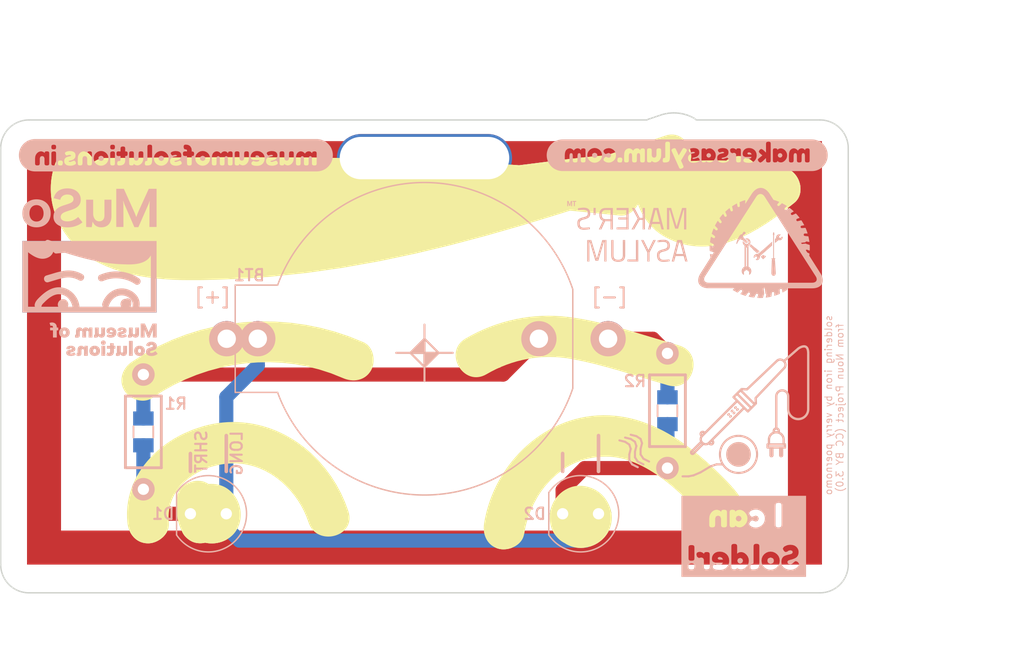
<source format=kicad_pcb>
(kicad_pcb (version 20221018) (generator pcbnew)
  (title_block (title "MuSo Blinky Badge") (date "2023-11-20") (rev "1") (company "Maker's Asylum") (comment 1 "Learn to Solder Badge"))
  (layers (0 "F.Cu" signal) (31 "B.Cu" signal) (34 "B.Paste" user) (35 "F.Paste" user) (36 "B.SilkS" user "B.Silkscreen") (37 "F.SilkS" user "F.Silkscreen") (38 "B.Mask" user) (39 "F.Mask" user) (44 "Edge.Cuts" user))
  (net 0 "")
  (net 1 "/3V")
  (net 2 "/GND")
  (net 3 "/LED_red")
  (net 4 "/LED_grn")
  (footprint "map4_fp:LED-5MM" (layer "F.Cu") (at 114.7 94.4 180)
    (fp_text reference "D1")
    (fp_text value "Red" hide)
  )
  (footprint "map4_fp:LED-5MM" (layer "F.Cu") (at 141.05 94.4 180)
    (fp_text reference "D2")
    (fp_text value "Grn" hide)
  )
  (footprint "map4_fp:MTG_12x3_slot" (layer "F.Cu") (at 130 69.2)
    (fp_text reference "P2" hide)
    (fp_text value "Pin" hide)
  )
  (footprint "map4_fp:r_0805" (layer "B.Cu") (at 110.1 88.6 -90)
    (fp_text reference "R1")
    (fp_text value "10E" hide)
  )
  (footprint "map4_fp:r_0805" (layer "B.Cu") (at 147.2 87.1 -90)
    (fp_text reference "R2")
    (fp_text value "10E" hide)
  )
  (footprint "map4_fp:cr2032_02" (layer "B.Cu") (at 130 82 90)
    (fp_text reference "BT1")
    (fp_text value "BATT_HOLDER")
  )
  (footprint "kibuzzard-655707C1" (layer "B.Cu") (at 112.4 69 180)
    (fp_text reference "kibuzzard-655707C1" hide)
    (fp_text value "G***" hide)
  )
  (footprint "map4_fp:kibuzzard-6554D52C" (layer "B.Cu") (at 152.6 96 180)
    (fp_text reference "kibuzzard-6554D52C" hide)
    (fp_text value "G***" hide)
  )
  (footprint "map4_fp:kibuzzard-6554D613" (layer "B.Cu") (at 148.6 69 180)
    (fp_text reference "kibuzzard-6554D613" hide)
    (fp_text value "G***" hide)
  )
  (gr_poly (pts (xy 103.851834 75.154788) (xy 104.103184 75.238949) (xy 104.365781 75.263891) (xy 104.628173 75.293151) (xy 105.151968 75.358509) (xy 105.76986 75.321269) (xy 106.388296 75.294473) (xy 107.007155 75.276677) (xy 107.62631 75.266439) (xy 108.865012 75.262869) (xy 110.103409 75.272224) (xy 110.113085 75.272509) (xy 110.12259 75.273167) (xy 110.131922 75.274188) (xy 110.141081 75.275563) (xy 110.150065 75.277283) (xy 110.158873 75.279339) (xy 110.167503 75.281721) (xy 110.175954 75.28442) (xy 110.184224 75.287428) (xy 110.192312 75.290734) (xy 110.200217 75.294329) (xy 110.207937 75.298205) (xy 110.215471 75.302352) (xy 110.222818 75.306761) (xy 110.229975 75.311422) (xy 110.236942 75.316327) (xy 110.240358 75.307079) (xy 110.244147 75.297968) (xy 110.248314 75.289006) (xy 110.252867 75.280205) (xy 110.257811 75.271576) (xy 110.263153 75.263132) (xy 110.2689 75.254884) (xy 110.275058 75.246845) (xy 110.281634 75.239025) (xy 110.288634 75.231437) (xy 110.296065 75.224093) (xy 110.303933 75.217004) (xy 110.312245 75.210183) (xy 110.321007 75.20364) (xy 110.330226 75.197389) (xy 110.339908 75.19144) (xy 110.350019 75.185847) (xy 110.36052 75.180784) (xy 110.371376 75.176253) (xy 110.38255 75.172253) (xy 110.394006 75.168785) (xy 110.40571 75.165852) (xy 110.417624 75.163452) (xy 110.429712 75.161588) (xy 110.44194 75.16026) (xy 110.45427 75.159469) (xy 110.466667 75.159216) (xy 110.479095 75.159501) (xy 110.491518 75.160326) (xy 110.5039 75.161691) (xy 110.516205 75.163598) (xy 110.528396 75.166046) (xy 110.540439 75.169038) (xy 110.552297 75.172573) (xy 110.563935 75.176653) (xy 110.575315 75.181279) (xy 110.586403 75.186451) (xy 110.597162 75.19217) (xy 110.607556 75.198437) (xy 110.617549 75.205253) (xy 110.627107 75.212619) (xy 110.636191 75.220536) (xy 110.644767 75.229004) (xy 110.652798 75.238024) (xy 110.660249 75.247598) (xy 110.667084 75.257726) (xy 110.673266 75.268408) (xy 110.67876 75.279647) (xy 110.700127 75.331715) (xy 110.71791 75.3841) (xy 110.732188 75.436704) (xy 110.743036 75.489427) (xy 110.75053 75.542169) (xy 110.754748 75.594831) (xy 110.755765 75.647313) (xy 110.753659 75.699516) (xy 110.748505 75.751341) (xy 110.74038 75.802688) (xy 110.729361 75.853457) (xy 110.715523 75.90355) (xy 110.698944 75.952866) (xy 110.6797 76.001307) (xy 110.657867 76.048773) (xy 110.633522 76.095164) (xy 110.633522 79.732765) (xy 109.814687 79.732765) (xy 109.807112 79.749022) (xy 109.798616 79.764656) (xy 109.789214 79.779609) (xy 109.778922 79.793823) (xy 109.767753 79.807238) (xy 109.755724 79.819796) (xy 109.742848 79.831437) (xy 109.729142 79.842102) (xy 109.71462 79.851734) (xy 109.699296 79.860272) (xy 109.683187 79.867659) (xy 109.666307 79.873834) (xy 109.648671 79.87874) (xy 109.630293 79.882316) (xy 109.620832 79.883588) (xy 109.61119 79.884506) (xy 109.601371 79.885062) (xy 109.591376 79.885249) (xy 109.582637 79.88508) (xy 109.573865 79.884542) (xy 109.565073 79.883643) (xy 109.556273 79.882388) (xy 109.547478 79.880786) (xy 109.538702 79.878844) (xy 109.529956 79.876569) (xy 109.521254 79.873968) (xy 109.512608 79.871049) (xy 109.504032 79.867819) (xy 109.495538 79.864285) (xy 109.487138 79.860454) (xy 109.478847 79.856334) (xy 109.470676 79.851932) (xy 109.454746 79.842312) (xy 109.447014 79.837107) (xy 109.439453 79.83165) (xy 109.432076 79.825947) (xy 109.424897 79.820006) (xy 109.417928 79.813834) (xy 109.411183 79.807437) (xy 109.404673 79.800825) (xy 109.398411 79.794003) (xy 109.392411 79.786979) (xy 109.386685 79.77976) (xy 109.381247 79.772354) (xy 109.376108 79.764767) (xy 109.371282 79.757008) (xy 109.366781 79.749083) (xy 109.362618 79.741) (xy 109.358807 79.732765) (xy 109.190779 79.732765) (xy 109.187114 79.740459) (xy 109.183358 79.748148) (xy 109.179492 79.755831) (xy 109.175495 79.763506) (xy 109.169961 79.773106) (xy 109.163629 79.78261) (xy 109.156563 79.791969) (xy 109.148828 79.801131) (xy 109.14049 79.810045) (xy 109.131613 79.818662) (xy 109.122261 79.826931) (xy 109.1125 79.8348) (xy 109.102395 79.842219) (xy 109.092011 79.849138) (xy 109.081411 79.855505) (xy 109.070662 79.861271) (xy 109.059828 79.866384) (xy 109.048974 79.870794) (xy 109.038165 79.87445) (xy 109.027465 79.877301) (xy 109.019611 79.87898) (xy 109.011842 79.880422) (xy 109.004151 79.881629) (xy 108.996534 79.882605) (xy 108.988986 79.883353) (xy 108.9815 79.883878) (xy 108.974072 79.884182) (xy 108.966697 79.884269) (xy 108.959369 79.884142) (xy 108.952083 79.883806) (xy 108.944834 79.883262) (xy 108.937616 79.882515) (xy 108.930425 79.881568) (xy 108.923254 79.880425) (xy 108.916099 79.879089) (xy 108.908954 79.877563) (xy 108.89228 79.880818) (xy 108.875436 79.883302) (xy 108.858456 79.885011) (xy 108.841378 79.885936) (xy 108.824235 79.886073) (xy 108.807062 79.885414) (xy 108.789895 79.883953) (xy 108.77277 79.881683) (xy 108.75572 79.878598) (xy 108.738782 79.874692) (xy 108.721989 79.869957) (xy 108.705379 79.864388) (xy 108.688984 79.857977) (xy 108.672842 79.85072) (xy 108.656987 79.842608) (xy 108.641453 79.833635) (xy 108.633275 79.828469) (xy 108.625326 79.82313) (xy 108.617605 79.817623) (xy 108.61011 79.811952) (xy 108.60284 79.806121) (xy 108.595794 79.800136) (xy 108.58897 79.794001) (xy 108.582367 79.78772) (xy 108.575984 79.781297) (xy 108.56982 79.774738) (xy 108.563873 79.768047) (xy 108.558142 79.761228) (xy 108.552626 79.754286) (xy 108.547323 79.747225) (xy 108.542232 79.74005) (xy 108.537351 79.732765) (xy 107.611882 79.732765) (xy 107.602354 79.741859) (xy 107.592442 79.750296) (xy 107.582172 79.758081) (xy 107.571571 79.765222) (xy 107.560665 79.771727) (xy 107.549481 79.777602) (xy 107.538046 79.782855) (xy 107.526387 79.787492) (xy 107.51453 79.791522) (xy 107.502502 79.79495) (xy 107.49033 79.797785) (xy 107.478041 79.800032) (xy 107.46566 79.8017) (xy 107.453216 79.802796) (xy 107.440735 79.803326) (xy 107.428242 79.803299) (xy 107.415767 79.80272) (xy 107.403334 79.801597) (xy 107.39097 79.799937) (xy 107.378704 79.797748) (xy 107.36656 79.795036) (xy 107.354566 79.791809) (xy 107.342749 79.788074) (xy 107.331135 79.783838) (xy 107.319751 79.779108) (xy 107.308624 79.773891) (xy 107.29778 79.768194) (xy 107.287247 79.762025) (xy 107.27705 79.75539) (xy 107.267218 79.748297) (xy 107.257775 79.740753) (xy 107.24875 79.732765) (xy 105.573438 79.732765) (xy 105.570931 79.751256) (xy 105.56733 79.769408) (xy 105.56263 79.787153) (xy 105.556823 79.804422) (xy 105.549903 79.821148) (xy 105.541864 79.837261) (xy 105.537423 79.845066) (xy 105.532699 79.852692) (xy 105.527693 79.860131) (xy 105.522403 79.867374) (xy 105.516828 79.874412) (xy 105.510968 79.881237) (xy 105.504821 79.887841) (xy 105.498388 79.894214) (xy 105.491667 79.900348) (xy 105.484657 79.906235) (xy 105.477358 79.911866) (xy 105.469768 79.917233) (xy 105.461888 79.922326) (xy 105.453716 79.927138) (xy 105.445251 79.931659) (xy 105.436493 79.935882) (xy 105.42744 79.939797) (xy 105.418093 79.943397) (xy 105.408449 79.946671) (xy 105.39851 79.949613) (xy 105.387283 79.952335) (xy 105.375818 79.954448) (xy 105.364147 79.955963) (xy 105.352307 79.956886) (xy 105.340332 79.957226) (xy 105.328258 79.956992) (xy 105.316118 79.956191) (xy 105.303948 79.954833) (xy 105.291782 79.952924) (xy 105.279657 79.950475) (xy 105.267606 79.947492) (xy 105.255664 79.943985) (xy 105.243866 79.939962) (xy 105.232248 79.93543) (xy 105.220844 79.930398) (xy 105.209689 79.924875) (xy 105.198818 79.918869) (xy 105.188265 79.912387) (xy 105.178066 79.905439) (xy 105.168256 79.898033) (xy 105.158869 79.890177) (xy 105.149941 79.881879) (xy 105.141506 79.873147) (xy 105.133598 79.863991) (xy 105.126254 79.854418) (xy 105.119508 79.844436) (xy 105.113395 79.834054) (xy 105.10795 79.82328) (xy 105.103207 79.812123) (xy 105.099201 79.80059) (xy 105.095968 79.78869) (xy 105.093542 79.776431) (xy 105.092605 79.770934) (xy 105.091582 79.765458) (xy 105.089363 79.754552) (xy 105.08705 79.743669) (xy 105.084809 79.732765) (xy 104.751633 79.732765) (xy 104.748259 79.739594) (xy 104.74473 79.746355) (xy 104.741044 79.753045) (xy 104.737202 79.759661) (xy 104.733203 79.7662) (xy 104.729047 79.772661) (xy 104.724733 79.779039) (xy 104.72026 79.785333) (xy 104.715628 79.79154) (xy 104.710836 79.797657) (xy 104.705885 79.803682) (xy 104.700773 79.809612) (xy 104.6955 79.815443) (xy 104.690065 79.821175) (xy 104.684469 79.826803) (xy 104.67871 79.832325) (xy 104.674652 79.836051) (xy 104.670541 79.839684) (xy 104.666378 79.843223) (xy 104.662165 79.846671) (xy 104.657902 79.850029) (xy 104.653593 79.853298) (xy 104.644838 79.859575) (xy 104.635912 79.865514) (xy 104.626828 79.871124) (xy 104.617597 79.876418) (xy 104.608232 79.881406) (xy 104.597406 79.888537) (xy 104.586291 79.895275) (xy 104.57489 79.901606) (xy 104.563207 79.907512) (xy 104.551247 79.912976) (xy 104.545164 79.915538) (xy 104.539013 79.917983) (xy 104.532794 79.92031) (xy 104.526508 79.922516) (xy 104.520156 79.924599) (xy 104.513738 79.926557) (xy 104.501224 79.929959) (xy 104.488614 79.932869) (xy 104.463158 79.937236) (xy 104.437484 79.9397) (xy 104.411708 79.940304) (xy 104.385945 79.939087) (xy 104.360308 79.936093) (xy 104.334914 79.931362) (xy 104.309876 79.924935) (xy 104.28531 79.916855) (xy 104.261331 79.907163) (xy 104.238052 79.8959) (xy 104.21559 79.883108) (xy 104.194058 79.868828) (xy 104.173572 79.853102) (xy 104.154246 79.835972) (xy 104.136196 79.817478) (xy 104.127456 79.80746) (xy 104.119169 79.797261) (xy 104.111331 79.786889) (xy 104.103939 79.776354) (xy 104.096986 79.765666) (xy 104.090471 79.754832) (xy 104.084387 79.743862) (xy 104.078731 79.732765) (xy 102.878686 79.732765) (xy 102.874681 79.743253) (xy 102.870074 79.753426) (xy 102.864889 79.763277) (xy 102.859153 79.7728) (xy 102.852893 79.781987) (xy 102.846134 79.79083) (xy 102.838904 79.799323) (xy 102.831228 79.807459) (xy 102.823132 79.81523) (xy 102.814643 79.822629) (xy 102.796591 79.836282) (xy 102.777281 79.848362) (xy 102.756924 79.858811) (xy 102.73573 79.867571) (xy 102.713909 79.874584) (xy 102.69167 79.879794) (xy 102.669225 79.883143) (xy 102.646783 79.884573) (xy 102.624555 79.884027) (xy 102.613586 79.882995) (xy 102.60275 79.881448) (xy 102.592072 79.879378) (xy 102.581578 79.876777) (xy 102.566795 79.872243) (xy 102.552681 79.866979) (xy 102.539233 79.861014) (xy 102.526447 79.854376) (xy 102.514319 79.847096) (xy 102.502845 79.8392) (xy 102.492022 79.830719) (xy 102.481845 79.82168) (xy 102.472311 79.812113) (xy 102.463415 79.802047) (xy 102.455155 79.791509) (xy 102.447526 79.780529) (xy 102.440524 79.769137) (xy 102.434145 79.757359) (xy 102.428386 79.745226) (xy 102.423243 79.732765) (xy 101.937147 79.732765) (xy 101.937147 75.868534) (xy 101.898071 75.838202) (xy 101.878635 75.823047) (xy 101.859595 75.807838) (xy 101.84682 75.796484) (xy 101.835335 75.78436) (xy 101.825114 75.771532) (xy 101.816134 75.758067) (xy 101.80837 75.744032) (xy 101.801798 75.729493) (xy 101.796392 75.714518) (xy 101.792129 75.699174) (xy 101.788984 75.683526) (xy 101.786933 75.667643) (xy 101.785951 75.65159) (xy 101.786014 75.635435) (xy 101.787096 75.619245) (xy 101.789175 75.603086) (xy 101.792224 75.587025) (xy 101.79622 75.571129) (xy 101.801139 75.555466) (xy 101.806955 75.540101) (xy 101.813645 75.525101) (xy 101.821183 75.510534) (xy 101.829545 75.496467) (xy 101.838708 75.482965) (xy 101.848646 75.470097) (xy 101.859334 75.457928) (xy 101.870749 75.446526) (xy 101.882866 75.435957) (xy 101.89566 75.426289) (xy 101.909108 75.417587) (xy 101.923183 75.40992) (xy 101.937863 75.403354) (xy 101.953122 75.397955) (xy 101.968937 75.393791) (xy 102.015761 75.383855) (xy 102.062601 75.374514) (xy 102.109455 75.365758) (xy 102.156324 75.357577) (xy 102.203208 75.34996) (xy 102.250106 75.342896) (xy 102.297018 75.336375) (xy 102.343945 75.330387) (xy 102.360161 75.314616) (xy 102.377508 75.30041) (xy 102.395868 75.287839) (xy 102.415123 75.276971) (xy 102.435156 75.267877) (xy 102.445426 75.264016) (xy 102.455847 75.260625) (xy 102.466403 75.257712) (xy 102.47708 75.255285) (xy 102.487863 75.253354) (xy 102.498737 75.251927) (xy 102.509688 75.251013) (xy 102.5207 75.250619) (xy 102.531759 75.250756) (xy 102.542851 75.251432) (xy 102.55396 75.252655) (xy 102.565072 75.254434) (xy 102.576172 75.256777) (xy 102.587245 75.259694) (xy 102.598277 75.263193) (xy 102.609253 75.267283) (xy 102.620157 75.271972) (xy 102.630977 75.277269) (xy 102.641696 75.283183) (xy 102.6523 75.289722) (xy 102.662774 75.296896) (xy 102.673103 75.304712) (xy 102.726568 75.302971) (xy 102.780047 75.301915) (xy 102.83354 75.301552) (xy 102.887047 75.301889) (xy 102.940568 75.302933) (xy 102.994103 75.304693) (xy 103.04765 75.307175) (xy 103.101211 75.310388) (xy 103.098069 75.294718) (xy 103.095935 75.27887) (xy 103.094789 75.2629) (xy 103.094613 75.246866) (xy 103.095386 75.230822) (xy 103.097089 75.214827) (xy 103.099703 75.198936) (xy 103.103207 75.183207) (xy 103.107582 75.167695) (xy 103.112808 75.152458) (xy 103.118866 75.137551) (xy 103.125736 75.123032) (xy 103.133399 75.108957) (xy 103.141835 75.095382) (xy 103.151024 75.082364) (xy 103.160947 75.06996) (xy 101.53 75.06996) (xy 101.53 80.14) (xy 111.040669 80.14) (xy 111.040669 75.06996) (xy 103.600756 75.06996)) (fill solid) (layer "B.Cu"))
  (gr_poly (pts (xy 105.564637 81.197906) (xy 105.549079 81.198992) (xy 105.534091 81.20078) (xy 105.519669 81.203253) (xy 105.505809 81.206392) (xy 105.492507 81.210179) (xy 105.479759 81.214597) (xy 105.467561 81.219628) (xy 105.455908 81.225254) (xy 105.444797 81.231457) (xy 105.434223 81.238219) (xy 105.424183 81.245523) (xy 105.414673 81.25335) (xy 105.405688 81.261682) (xy 105.397224 81.270502) (xy 105.389277 81.279792) (xy 105.381843 81.289534) (xy 105.374919 81.29971) (xy 105.368499 81.310302) (xy 105.362581 81.321292) (xy 105.357159 81.332663) (xy 105.35223 81.344396) (xy 105.34779 81.356474) (xy 105.343835 81.368878) (xy 105.34036 81.381592) (xy 105.337361 81.394596) (xy 105.334835 81.407874) (xy 105.332778 81.421407) (xy 105.330052 81.449167) (xy 105.32915 81.477733) (xy 105.32915 81.679875) (xy 105.329115 81.682096) (xy 105.329011 81.684247) (xy 105.328836 81.686326) (xy 105.328592 81.688334) (xy 105.328277 81.690271) (xy 105.327893 81.692137) (xy 105.327438 81.693931) (xy 105.326914 81.695655) (xy 105.326319 81.697308) (xy 105.325654 81.69889) (xy 105.324919 81.700401) (xy 105.324113 81.701841) (xy 105.323237 81.703211) (xy 105.322291 81.70451) (xy 105.321274 81.705738) (xy 105.320187 81.706896) (xy 105.319029 81.707983) (xy 105.317801 81.708999) (xy 105.316502 81.709946) (xy 105.315133 81.710821) (xy 105.313692 81.711627) (xy 105.312181 81.712362) (xy 105.310599 81.713027) (xy 105.308946 81.713622) (xy 105.307223 81.714146) (xy 105.305428 81.714601) (xy 105.303562 81.714985) (xy 105.301626 81.715299) (xy 105.299618 81.715544) (xy 105.297539 81.715718) (xy 105.295388 81.715823) (xy 105.293167 81.715858) (xy 105.290984 81.715825) (xy 105.288896 81.71573) (xy 105.2869 81.715579) (xy 105.284994 81.715378) (xy 105.283172 81.715135) (xy 105.281433 81.714853) (xy 105.278185 81.714204) (xy 105.275223 81.713481) (xy 105.272517 81.712733) (xy 105.267767 81.71136) (xy 105.258772 81.909004) (xy 105.268855 81.911319) (xy 105.281082 81.913692) (xy 105.288882 81.91503) (xy 105.297765 81.916412) (xy 105.307699 81.917794) (xy 105.318652 81.919132) (xy 105.330594 81.920384) (xy 105.343492 81.921505) (xy 105.357317 81.922453) (xy 105.372035 81.923183) (xy 105.387616 81.923654) (xy 105.404028 81.92382) (xy 105.416971 81.923615) (xy 105.429411 81.923004) (xy 105.441355 81.921993) (xy 105.452809 81.920588) (xy 105.463778 81.918796) (xy 105.474268 81.916624) (xy 105.484286 81.914077) (xy 105.493838 81.911161) (xy 105.502929 81.907884) (xy 105.511565 81.904251) (xy 105.519754 81.900268) (xy 105.5275 81.895943) (xy 105.534809 81.89128) (xy 105.541688 81.886288) (xy 105.548143 81.880971) (xy 105.554179 81.875336) (xy 105.559803 81.869389) (xy 105.56502 81.863137) (xy 105.569837 81.856586) (xy 105.57426 81.849742) (xy 105.578295 81.842612) (xy 105.581947 81.835202) (xy 105.585223 81.827518) (xy 105.588128 81.819567) (xy 105.590669 81.811354) (xy 105.592852 81.802886) (xy 105.596167 81.785211) (xy 105.59812 81.766592) (xy 105.598761 81.747079) (xy 105.598761 81.546524) (xy 105.599061 81.533648) (xy 105.599972 81.521429) (xy 105.601509 81.509891) (xy 105.603689 81.499057) (xy 105.606525 81.488951) (xy 105.610034 81.479598) (xy 105.612046 81.475212) (xy 105.614232 81.471022) (xy 105.616594 81.467033) (xy 105.619134 81.463247) (xy 105.621853 81.459667) (xy 105.624755 81.456296) (xy 105.62784 81.453138) (xy 105.63111 81.450195) (xy 105.634568 81.44747) (xy 105.638216 81.444966) (xy 105.642056 81.442686) (xy 105.646088 81.440634) (xy 105.650316 81.438811) (xy 105.654741 81.437222) (xy 105.659366 81.435869) (xy 105.664192 81.434756) (xy 105.66922 81.433885) (xy 105.674454 81.433258) (xy 105.679895 81.432881) (xy 105.685544 81.432754) (xy 105.692134 81.432919) (xy 105.698414 81.433408) (xy 105.704391 81.434211) (xy 105.710072 81.435318) (xy 105.715463 81.43672) (xy 105.72057 81.438408) (xy 105.725401 81.440372) (xy 105.729961 81.442601) (xy 105.734258 81.445088) (xy 105.738298 81.447821) (xy 105.742088 81.450791) (xy 105.745634 81.45399) (xy 105.748942 81.457406) (xy 105.75202 81.461031) (xy 105.754874 81.464856) (xy 105.757511 81.468869) (xy 105.759937 81.473063) (xy 105.762158 81.477426) (xy 105.764182 81.481951) (xy 105.766015 81.486626) (xy 105.767663 81.491443) (xy 105.769133 81.496392) (xy 105.770433 81.501463) (xy 105.771567 81.506647) (xy 105.773368 81.517314) (xy 105.774589 81.528317) (xy 105.775283 81.539579) (xy 105.775503 81.551023) (xy 105.775503 81.913502) (xy 106.045113 81.913502) (xy 106.045113 81.546524) (xy 106.045413 81.533648) (xy 106.046324 81.521429) (xy 106.047862 81.509891) (xy 106.050041 81.499057) (xy 106.052878 81.488951) (xy 106.056387 81.479598) (xy 106.058399 81.475212) (xy 106.060584 81.471022) (xy 106.062946 81.467033) (xy 106.065486 81.463247) (xy 106.068205 81.459667) (xy 106.071107 81.456296) (xy 106.074192 81.453138) (xy 106.077462 81.450195) (xy 106.080921 81.44747) (xy 106.084568 81.444966) (xy 106.088408 81.442686) (xy 106.09244 81.440634) (xy 106.096668 81.438811) (xy 106.101093 81.437222) (xy 106.105718 81.435869) (xy 106.110543 81.434756) (xy 106.115572 81.433885) (xy 106.120806 81.433258) (xy 106.126246 81.432881) (xy 106.131896 81.432754) (xy 106.138486 81.432919) (xy 106.144766 81.433408) (xy 106.150743 81.434211) (xy 106.156424 81.435318) (xy 106.161815 81.43672) (xy 106.166922 81.438408) (xy 106.171753 81.440372) (xy 106.176313 81.442601) (xy 106.18061 81.445088) (xy 106.18465 81.447821) (xy 106.18844 81.450791) (xy 106.191986 81.45399) (xy 106.195294 81.457406) (xy 106.198372 81.461031) (xy 106.201226 81.464856) (xy 106.203863 81.468869) (xy 106.206289 81.473063) (xy 106.20851 81.477426) (xy 106.210534 81.481951) (xy 106.212367 81.486626) (xy 106.214015 81.491443) (xy 106.215485 81.496392) (xy 106.216784 81.501463) (xy 106.217919 81.506647) (xy 106.21972 81.517314) (xy 106.220941 81.528317) (xy 106.221635 81.539579) (xy 106.221854 81.551023) (xy 106.221854 81.913502) (xy 106.491465 81.913502) (xy 106.491465 81.206536) (xy 106.269744 81.198863) (xy 106.266687 81.205496) (xy 106.263681 81.212916) (xy 106.260747 81.221001) (xy 106.257904 81.229633) (xy 106.255173 81.23869) (xy 106.252573 81.248055) (xy 106.24785 81.267224) (xy 106.243896 81.286183) (xy 106.240872 81.303972) (xy 106.239759 81.312129) (xy 106.238939 81.319635) (xy 106.238432 81.326369) (xy 106.238259 81.332212) (xy 106.233761 81.332212) (xy 106.227519 81.317881) (xy 106.220573 81.304092) (xy 106.212884 81.290899) (xy 106.204412 81.278353) (xy 106.19987 81.27234) (xy 106.195117 81.266509) (xy 106.190148 81.260865) (xy 106.184959 81.255417) (xy 106.179543 81.250171) (xy 106.173897 81.245132) (xy 106.168015 81.240308) (xy 106.161893 81.235706) (xy 106.155525 81.231331) (xy 106.148906 81.227191) (xy 106.142031 81.223292) (xy 106.134895 81.219641) (xy 106.127494 81.216244) (xy 106.119823 81.213107) (xy 106.111875 81.210238) (xy 106.103647 81.207643) (xy 106.095134 81.205329) (xy 106.086329 81.203302) (xy 106.077229 81.201569) (xy 106.067829 81.200136) (xy 106.058123 81.19901) (xy 106.048106 81.198198) (xy 106.037774 81.197705) (xy 106.027121 81.19754) (xy 106.0044 81.198269) (xy 105.98286 81.200424) (xy 105.962486 81.203953) (xy 105.94326 81.208805) (xy 105.925168 81.21493) (xy 105.908193 81.222278) (xy 105.89232 81.230796) (xy 105.877532 81.240435) (xy 105.863814 81.251144) (xy 105.851149 81.262872) (xy 105.839523 81.275567) (xy 105.828919 81.28918) (xy 105.819321 81.30366) (xy 105.810713 81.318956) (xy 105.803079 81.335017) (xy 105.796404 81.351792) (xy 105.790698 81.335235) (xy 105.784165 81.319336) (xy 105.776761 81.304152) (xy 105.768441 81.289739) (xy 105.763923 81.282839) (xy 105.75916 81.276154) (xy 105.754144 81.269689) (xy 105.748872 81.263453) (xy 105.743337 81.257452) (xy 105.737534 81.251693) (xy 105.731456 81.246184) (xy 105.725099 81.240931) (xy 105.718457 81.235942) (xy 105.711523 81.231224) (xy 105.704294 81.226783) (xy 105.696762 81.222627) (xy 105.688922 81.218762) (xy 105.680769 81.215197) (xy 105.672297 81.211938) (xy 105.663501 81.208991) (xy 105.654374 81.206365) (xy 105.644912 81.204066) (xy 105.635108 81.202101) (xy 105.624957 81.200478) (xy 105.614453 81.199203) (xy 105.603591 81.198284) (xy 105.592365 81.197727) (xy 105.580769 81.19754)) (fill solid) (layer "B.SilkS"))
  (gr_poly (pts (xy 142.780266 72.7384) (xy 142.754288 72.740488) (xy 142.729145 72.743423) (xy 142.704842 72.747211) (xy 142.68138 72.751861) (xy 142.658764 72.757379) (xy 142.636996 72.763771) (xy 142.616079 72.771046) (xy 142.596017 72.779208) (xy 142.576813 72.788267) (xy 142.55847 72.798228) (xy 142.540991 72.809098) (xy 142.524379 72.820885) (xy 142.508637 72.833595) (xy 142.493769 72.847235) (xy 142.479778 72.861813) (xy 142.466667 72.877334) (xy 142.454438 72.893807) (xy 142.443096 72.911237) (xy 142.432643 72.929633) (xy 142.423083 72.949) (xy 142.414418 72.969346) (xy 142.406651 72.990677) (xy 142.399787 73.013001) (xy 142.393828 73.036325) (xy 142.388777 73.060655) (xy 142.384637 73.085998) (xy 142.381411 73.112361) (xy 142.379104 73.139752) (xy 142.377717 73.168177) (xy 142.377254 73.197643) (xy 142.377574 73.223282) (xy 142.378525 73.247973) (xy 142.380094 73.271733) (xy 142.382265 73.294583) (xy 142.385027 73.316542) (xy 142.388364 73.337627) (xy 142.392262 73.357858) (xy 142.396709 73.377255) (xy 142.401689 73.395835) (xy 142.40719 73.413617) (xy 142.413198 73.430621) (xy 142.419697 73.446866) (xy 142.426676 73.46237) (xy 142.434119 73.477152) (xy 142.442013 73.491232) (xy 142.450344 73.504627) (xy 142.459099 73.517357) (xy 142.468263 73.529441) (xy 142.477822 73.540898) (xy 142.487763 73.551747) (xy 142.498072 73.562005) (xy 142.508735 73.571694) (xy 142.519738 73.58083) (xy 142.531067 73.589434) (xy 142.542708 73.597524) (xy 142.554648 73.605119) (xy 142.566873 73.612238) (xy 142.579369 73.618899) (xy 142.605117 73.630926) (xy 142.631782 73.64135) (xy 142.339418 74.257037) (xy 142.521716 74.257037) (xy 142.793443 73.675744) (xy 143.168357 73.675744) (xy 143.168357 74.260473) (xy 143.336896 74.260473) (xy 143.336896 72.881203) (xy 143.168357 72.881203) (xy 143.168357 73.527845) (xy 142.834718 73.527845) (xy 142.799202 73.526593) (xy 142.782374 73.525025) (xy 142.766161 73.522826) (xy 142.750561 73.519996) (xy 142.735569 73.516531) (xy 142.721183 73.51243) (xy 142.7074 73.507691) (xy 142.694216 73.502312) (xy 142.681629 73.496291) (xy 142.669635 73.489627) (xy 142.658231 73.482317) (xy 142.647414 73.47436) (xy 142.637181 73.465754) (xy 142.627529 73.456496) (xy 142.618454 73.446585) (xy 142.609954 73.436019) (xy 142.602025 73.424796) (xy 142.594664 73.412915) (xy 142.587868 73.400372) (xy 142.581633 73.387167) (xy 142.575958 73.373298) (xy 142.570837 73.358763) (xy 142.566269 73.343559) (xy 142.562251 73.327685) (xy 142.558778 73.311139) (xy 142.553458 73.276023) (xy 142.550285 73.238197) (xy 142.549233 73.197645) (xy 142.550285 73.158948) (xy 142.551605 73.140564) (xy 142.553458 73.122821) (xy 142.555848 73.105718) (xy 142.558778 73.089253) (xy 142.562251 73.073426) (xy 142.566269 73.058234) (xy 142.570837 73.043678) (xy 142.575957 73.029755) (xy 142.581633 73.016465) (xy 142.587867 73.003806) (xy 142.594663 72.991776) (xy 142.602024 72.980375) (xy 142.609954 72.969601) (xy 142.618454 72.959454) (xy 142.627529 72.949931) (xy 142.637181 72.941032) (xy 142.647414 72.932754) (xy 142.658231 72.925098) (xy 142.669635 72.918062) (xy 142.681628 72.911644) (xy 142.694216 72.905843) (xy 142.707399 72.900658) (xy 142.721182 72.896088) (xy 142.735568 72.892132) (xy 142.75056 72.888787) (xy 142.766161 72.886054) (xy 142.782374 72.88393) (xy 142.799202 72.882414) (xy 142.816649 72.881506) (xy 142.834718 72.881203) (xy 143.168357 72.881203) (xy 143.336896 72.881203) (xy 143.336896 72.736738) (xy 142.834718 72.736738)) (fill solid) (layer "B.SilkS"))
  (gr_poly (pts (xy 144.967259 76.382701) (xy 144.368771 76.382701) (xy 144.368771 76.530602) (xy 145.135798 76.530602) (xy 145.135798 75.006867) (xy 144.967259 75.006867)) (fill solid) (layer "B.SilkS"))
  (gr_poly (pts (xy 140.282548 72.495972) (xy 140.196559 72.238003) (xy 140.107131 72.238003) (xy 140.107131 72.609477) (xy 140.172482 72.609477) (xy 140.172482 72.330872) (xy 140.255031 72.588841) (xy 140.306624 72.588841) (xy 140.385735 72.330872) (xy 140.385735 72.609477) (xy 140.451086 72.609477) (xy 140.454528 72.238003) (xy 140.365099 72.238003)) (fill solid) (layer "B.SilkS"))
  (gr_line (start 145.3 90.2) (end 145.3 89.8) (stroke (width 0.15)) (layer "B.SilkS"))
  (gr_line (start 131 83) (end 130 82) (stroke (width 0.15)) (layer "B.SilkS"))
  (gr_poly (pts (xy 131 83) (xy 130 83) (xy 130 84)) (stroke (width 0.15)) (fill solid) (layer "B.SilkS"))
  (gr_circle (center 152.23137 90.192892) (end 153.009188 91.253554) (stroke (width 0.15)) (fill none) (layer "B.SilkS"))
  (gr_line (start 151.1 90.9) (end 150.675735 90.899999) (stroke (width 0.15)) (layer "B.SilkS"))
  (gr_poly (pts (xy 108.673221 82.871029) (xy 108.672888 82.883643) (xy 108.671884 82.895668) (xy 108.670202 82.907073) (xy 108.667834 82.917826) (xy 108.664773 82.927898) (xy 108.66298 82.932668) (xy 108.661012 82.937256) (xy 108.658866 82.941658) (xy 108.656543 82.945871) (xy 108.654041 82.949889) (xy 108.651359 82.95371) (xy 108.648497 82.957329) (xy 108.645453 82.960743) (xy 108.642227 82.963948) (xy 108.638817 82.966939) (xy 108.635223 82.969714) (xy 108.631444 82.972267) (xy 108.627478 82.974596) (xy 108.623326 82.976696) (xy 108.618985 82.978563) (xy 108.614456 82.980194) (xy 108.609737 82.981585) (xy 108.604827 82.982732) (xy 108.599726 82.98363) (xy 108.594432 82.984277) (xy 108.588944 82.984667) (xy 108.583262 82.984799) (xy 108.577748 82.984642) (xy 108.572416 82.984177) (xy 108.567266 82.983411) (xy 108.562297 82.982354) (xy 108.55751 82.981012) (xy 108.552903 82.979394) (xy 108.548476 82.977507) (xy 108.544228 82.97536) (xy 108.54016 82.972961) (xy 108.53627 82.970318) (xy 108.532558 82.967438) (xy 108.529024 82.96433) (xy 108.525667 82.961002) (xy 108.522486 82.957461) (xy 108.519482 82.953716) (xy 108.516654 82.949775) (xy 108.514 82.945645) (xy 108.511522 82.941335) (xy 108.509217 82.936852) (xy 108.507086 82.932205) (xy 108.505129 82.927402) (xy 108.503344 82.92245) (xy 108.501732 82.917358) (xy 108.500291 82.912134) (xy 108.499022 82.906785) (xy 108.497923 82.90132) (xy 108.496995 82.895746) (xy 108.496237 82.890072) (xy 108.495227 82.878454) (xy 108.494892 82.866531) (xy 108.494892 82.504052) (xy 108.225545 82.504052) (xy 108.225545 82.975804) (xy 108.225506 82.978286) (xy 108.225388 82.980673) (xy 108.225193 82.982966) (xy 108.224922 82.985166) (xy 108.224574 82.987275) (xy 108.224152 82.989292) (xy 108.223655 82.99122) (xy 108.223085 82.99306) (xy 108.222443 82.994811) (xy 108.221729 82.996476) (xy 108.220945 82.998056) (xy 108.22009 82.999551) (xy 108.219166 83.000963) (xy 108.218174 83.002293) (xy 108.217114 83.003541) (xy 108.215987 83.004709) (xy 108.214795 83.005798) (xy 108.213537 83.00681) (xy 108.212215 83.007744) (xy 108.21083 83.008602) (xy 108.209383 83.009386) (xy 108.207873 83.010096) (xy 108.206303 83.010733) (xy 108.204672 83.011299) (xy 108.202982 83.011794) (xy 108.201234 83.012219) (xy 108.199428 83.012576) (xy 108.197565 83.012866) (xy 108.193672 83.013248) (xy 108.189562 83.013374) (xy 108.187893 83.013355) (xy 108.186257 83.0133) (xy 108.184648 83.013208) (xy 108.183063 83.01308) (xy 108.181497 83.012917) (xy 108.179944 83.012718) (xy 108.178401 83.012485) (xy 108.176862 83.012217) (xy 108.17378 83.011579) (xy 108.170661 83.010807) (xy 108.167467 83.009906) (xy 108.164162 83.008877) (xy 108.155166 83.205197) (xy 108.164228 83.207553) (xy 108.175034 83.209969) (xy 108.181855 83.211331) (xy 108.189562 83.212737) (xy 108.198112 83.214144) (xy 108.207462 83.215506) (xy 108.217569 83.21678) (xy 108.228389 83.217922) (xy 108.239879 83.218887) (xy 108.251995 83.21963) (xy 108.264694 83.220109) (xy 108.277933 83.220278) (xy 108.300962 83.219734) (xy 108.32236 83.218108) (xy 108.342171 83.215409) (xy 108.360446 83.211646) (xy 108.37723 83.20683) (xy 108.385079 83.204029) (xy 108.392573 83.200968) (xy 108.399718 83.197648) (xy 108.40652 83.194071) (xy 108.412986 83.190237) (xy 108.419121 83.186147) (xy 108.424932 83.181803) (xy 108.430423 83.177207) (xy 108.435602 83.172358) (xy 108.440474 83.167258) (xy 108.445044 83.161909) (xy 108.44932 83.156312) (xy 108.453307 83.150467) (xy 108.457011 83.144376) (xy 108.463593 83.131461) (xy 108.469114 83.117575) (xy 108.473622 83.102728) (xy 108.477164 83.086929) (xy 108.481663 83.086929) (xy 108.487904 83.101245) (xy 108.49485 83.114992) (xy 108.502538 83.12812) (xy 108.51101 83.140581) (xy 108.515553 83.146546) (xy 108.520306 83.152326) (xy 108.525274 83.157914) (xy 108.530464 83.163305) (xy 108.535879 83.168493) (xy 108.541525 83.173471) (xy 108.547407 83.178233) (xy 108.55353 83.182774) (xy 108.559898 83.187087) (xy 108.566517 83.191165) (xy 108.573392 83.195004) (xy 108.580527 83.198596) (xy 108.587928 83.201936) (xy 108.5956 83.205018) (xy 108.603547 83.207835) (xy 108.611775 83.210381) (xy 108.620289 83.212651) (xy 108.629093 83.214638) (xy 108.638193 83.216336) (xy 108.647594 83.217739) (xy 108.6573 83.218841) (xy 108.667317 83.219635) (xy 108.677649 83.220117) (xy 108.688302 83.220278) (xy 108.704838 83.219908) (xy 108.720766 83.218809) (xy 108.736091 83.217) (xy 108.750818 83.2145) (xy 108.764954 83.211328) (xy 108.778503 83.207503) (xy 108.791471 83.203043) (xy 108.803863 83.197967) (xy 108.815685 83.192293) (xy 108.826942 83.186041) (xy 108.837641 83.17923) (xy 108.847785 83.171877) (xy 108.857382 83.164002) (xy 108.866435 83.155623) (xy 108.874952 83.14676) (xy 108.882936 83.137431) (xy 108.890394 83.127654) (xy 108.897332 83.117449) (xy 108.903754 83.106835) (xy 108.909666 83.095829) (xy 108.915073 83.084451) (xy 108.919982 83.072719) (xy 108.924397 83.060653) (xy 108.928325 83.04827) (xy 108.931769 83.035591) (xy 108.934737 83.022633) (xy 108.939263 82.995956) (xy 108.941946 82.96839) (xy 108.942831 82.940084) (xy 108.942831 82.504052) (xy 108.673221 82.504052)) (fill solid) (layer "B.SilkS"))
  (gr_line (start 130 84) (end 129 83) (stroke (width 0.15)) (layer "B.SilkS"))
  (gr_poly (pts (xy 147.502232 76.530602) (xy 147.670771 76.530602) (xy 147.777398 76.14193) (xy 148.348369 76.14193) (xy 148.454997 76.530602) (xy 148.623535 76.530602) (xy 148.484243 75.994026) (xy 148.313973 75.994026) (xy 147.811795 75.994026) (xy 148.028488 75.158208) (xy 148.09384 75.158208) (xy 148.313973 75.994026) (xy 148.484243 75.994026) (xy 148.227984 75.006867) (xy 147.894343 75.006867)) (fill solid) (layer "B.SilkS"))
  (gr_poly (pts (xy 101.53 80.14) (xy 111.034626 80.14) (xy 111.034626 75.480158) (xy 110.627698 75.480158) (xy 110.627698 79.73307) (xy 101.936929 79.73307) (xy 101.936929 75.480158) (xy 110.627698 75.480158) (xy 111.034626 75.480158) (xy 111.034626 75.073229) (xy 101.53 75.073229)) (fill solid) (layer "B.SilkS"))
  (gr_line (start 145.3 89.1) (end 145 88.9) (stroke (width 0.15)) (layer "B.SilkS"))
  (gr_line (start 149.04939 91.677818) (end 148.695836 91.748528) (stroke (width 0.15)) (layer "B.SilkS"))
  (gr_poly (pts (xy 110.557847 81.332211) (xy 110.54333 81.364315) (xy 110.529215 81.396948) (xy 110.515906 81.428955) (xy 110.503807 81.459179) (xy 110.49332 81.486463) (xy 110.484848 81.509652) (xy 110.478795 81.527589) (xy 110.475563 81.539116) (xy 110.469477 81.539116) (xy 110.468501 81.534211) (xy 110.466704 81.527532) (xy 110.460882 81.509446) (xy 110.452487 81.486045) (xy 110.441993 81.458517) (xy 110.429875 81.428051) (xy 110.416606 81.395832) (xy 110.402661 81.363049) (xy 110.388515 81.330889) (xy 110.205688 80.925018) (xy 109.910677 80.925018) (xy 109.910677 81.913502) (xy 110.186638 81.913502) (xy 110.186638 81.470059) (xy 110.186439 81.451983) (xy 110.185889 81.434047) (xy 110.185061 81.416811) (xy 110.184025 81.400838) (xy 110.182852 81.386687) (xy 110.181614 81.374921) (xy 110.180383 81.3661) (xy 110.179229 81.360787) (xy 110.186638 81.357876) (xy 110.187675 81.362179) (xy 110.189676 81.369129) (xy 110.192465 81.378126) (xy 110.195865 81.388568) (xy 110.199699 81.399853) (xy 110.20379 81.41138) (xy 110.207962 81.422547) (xy 110.212037 81.432753) (xy 110.40677 81.922497) (xy 110.547529 81.922497) (xy 110.745173 81.432753) (xy 110.749248 81.422547) (xy 110.75342 81.41138) (xy 110.757511 81.399853) (xy 110.761345 81.388568) (xy 110.764745 81.378126) (xy 110.767534 81.369129) (xy 110.769535 81.362179) (xy 110.770572 81.357876) (xy 110.777981 81.360787) (xy 110.777418 81.363002) (xy 110.776827 81.36622) (xy 110.775596 81.37533) (xy 110.774358 81.387454) (xy 110.773185 81.401929) (xy 110.772149 81.41809) (xy 110.771321 81.435275) (xy 110.770771 81.452819) (xy 110.770572 81.470059) (xy 110.770572 81.913502) (xy 111.043094 81.913502) (xy 111.043094 80.924754) (xy 110.746496 80.924754)) (fill solid) (layer "B.SilkS"))
  (gr_poly (pts (xy 153.921623 76.098127) (xy 153.89899 76.11822) (xy 153.877929 76.136336) (xy 153.867951 76.144615) (xy 153.85832 76.152355) (xy 153.849021 76.15954) (xy 153.84004 76.166155) (xy 153.831362 76.172185) (xy 153.82297 76.177615) (xy 153.814851 76.18243) (xy 153.806988 76.186615) (xy 153.806988 76.200374) (xy 153.827625 76.217571) (xy 153.841384 76.22789) (xy 153.879219 76.262286) (xy 153.886099 76.269165) (xy 153.892978 76.276045) (xy 153.899857 76.282924) (xy 153.906736 76.293243) (xy 153.927374 76.320761) (xy 153.937693 76.337959) (xy 153.948011 76.355157) (xy 153.978967 76.365475) (xy 154.003044 76.344839) (xy 154.027121 76.324202) (xy 154.03744 76.313884) (xy 154.047759 76.303565) (xy 154.068396 76.282929) (xy 154.089034 76.262292) (xy 154.109672 76.241655) (xy 154.130309 76.221019) (xy 154.150947 76.200382) (xy 154.154386 76.196944) (xy 154.157825 76.193504) (xy 154.161265 76.186625) (xy 154.164705 76.179745) (xy 154.168144 76.172866) (xy 154.168144 76.148793) (xy 154.164705 76.145354) (xy 154.164705 76.138476) (xy 154.150947 76.138476) (xy 154.147507 76.135037) (xy 154.140628 76.131599) (xy 154.133748 76.131599) (xy 154.058077 76.107521) (xy 154.051198 76.107521) (xy 154.047759 76.104083) (xy 154.040879 76.100644) (xy 154.034001 76.097205) (xy 154.030561 76.093766) (xy 154.023682 76.090328) (xy 154.020242 76.086889) (xy 154.016802 76.08345) (xy 154.009924 76.080011) (xy 154.003044 76.076573) (xy 153.999605 76.073134) (xy 153.996165 76.069695) (xy 153.992725 76.069695) (xy 153.989286 76.066256) (xy 153.985846 76.066256) (xy 153.982406 76.062818) (xy 153.978967 76.059379) (xy 153.972088 76.052499)) (fill solid) (layer "B.SilkS"))
  (gr_poly (pts (xy 141.971382 73.232041) (xy 142.115844 73.232041) (xy 142.122724 72.729863) (xy 141.967942 72.729863)) (fill solid) (layer "B.SilkS"))
  (gr_poly (pts (xy 142.201834 76.313909) (xy 141.809723 75.006867) (xy 141.517358 75.006867) (xy 141.517358 76.530602) (xy 141.675577 76.530602) (xy 141.675577 75.158208) (xy 141.706534 75.158208) (xy 142.098647 76.475567) (xy 142.305021 76.475567) (xy 142.693694 75.158208) (xy 142.72809 75.158208) (xy 142.72809 76.530602) (xy 142.886311 76.530602) (xy 142.886311 75.006867) (xy 142.587067 75.006867)) (fill solid) (layer "B.SilkS"))
  (gr_line (start 130 83) (end 130 81) (stroke (width 0.15)) (layer "B.SilkS"))
  (gr_poly (pts (xy 108.545194 81.198723) (xy 108.514214 81.201434) (xy 108.484612 81.20587) (xy 108.4565 81.211963) (xy 108.429992 81.219645) (xy 108.405199 81.228848) (xy 108.382234 81.239505) (xy 108.361209 81.251547) (xy 108.342237 81.264907) (xy 108.325429 81.279517) (xy 108.317873 81.287269) (xy 108.310899 81.295309) (xy 108.304524 81.303627) (xy 108.298759 81.312215) (xy 108.29362 81.321065) (xy 108.289121 81.330168) (xy 108.285276 81.339515) (xy 108.282098 81.349099) (xy 108.279602 81.358911) (xy 108.277801 81.368941) (xy 108.276711 81.379183) (xy 108.276344 81.389627) (xy 108.276412 81.394812) (xy 108.276606 81.399744) (xy 108.276906 81.404412) (xy 108.277295 81.408805) (xy 108.27827 81.416718) (xy 108.279387 81.423394) (xy 108.280504 81.428743) (xy 108.281479 81.432675) (xy 108.282429 81.435929) (xy 108.514469 81.447835) (xy 108.514222 81.446359) (xy 108.513968 81.444733) (xy 108.513676 81.442576) (xy 108.513528 81.441314) (xy 108.513385 81.439936) (xy 108.51325 81.438449) (xy 108.51313 81.436859) (xy 108.513029 81.43517) (xy 108.51295 81.43339) (xy 108.5129 81.431524) (xy 108.512882 81.429578) (xy 108.513147 81.422116) (xy 108.513481 81.418488) (xy 108.513951 81.414931) (xy 108.514558 81.411451) (xy 108.515303 81.408051) (xy 108.516188 81.404734) (xy 108.517215 81.401503) (xy 108.518384 81.398363) (xy 108.519697 81.395317) (xy 108.521155 81.392368) (xy 108.522761 81.38952) (xy 108.524514 81.386777) (xy 108.526416 81.384141) (xy 108.52847 81.381617) (xy 108.530675 81.379208) (xy 108.533034 81.376918) (xy 108.535548 81.37475) (xy 108.538218 81.372707) (xy 108.541046 81.370794) (xy 108.544032 81.369013) (xy 108.547179 81.367369) (xy 108.550487 81.365864) (xy 108.553959 81.364503) (xy 108.557594 81.363289) (xy 108.561396 81.362225) (xy 108.565364 81.361315) (xy 108.569501 81.360563) (xy 108.573808 81.359971) (xy 108.578285 81.359545) (xy 108.582935 81.359286) (xy 108.587759 81.359199) (xy 108.597015 81.359458) (xy 108.605638 81.360221) (xy 108.613631 81.361463) (xy 108.621001 81.363159) (xy 108.627753 81.365287) (xy 108.633891 81.367822) (xy 108.636731 81.369234) (xy 108.63942 81.370739) (xy 108.641959 81.372334) (xy 108.644347 81.374016) (xy 108.646585 81.375781) (xy 108.648674 81.377627) (xy 108.650615 81.379551) (xy 108.652408 81.381549) (xy 108.654055 81.383619) (xy 108.655554 81.385758) (xy 108.656908 81.387962) (xy 108.658117 81.39023) (xy 108.659181 81.392556) (xy 108.660102 81.39494) (xy 108.660878 81.397377) (xy 108.661513 81.399865) (xy 108.662356 81.404981) (xy 108.662636 81.410263) (xy 108.661484 81.420864) (xy 108.658128 81.430266) (xy 108.652714 81.43858) (xy 108.645389 81.445915) (xy 108.6363 81.452382) (xy 108.625595 81.458091) (xy 108.613419 81.463152) (xy 108.599921 81.467674) (xy 108.569544 81.475543) (xy 108.535639 81.48258) (xy 108.461949 81.497675) (xy 108.424516 81.507494) (xy 108.406167 81.513356) (xy 108.388259 81.520001) (xy 108.370939 81.527537) (xy 108.354354 81.536076) (xy 108.338651 81.545726) (xy 108.323977 81.556599) (xy 108.310479 81.568803) (xy 108.298303 81.58245) (xy 108.287598 81.597649) (xy 108.278509 81.61451) (xy 108.271184 81.633143) (xy 108.26577 81.653659) (xy 108.262414 81.676166) (xy 108.261262 81.700776) (xy 108.261587 81.712609) (xy 108.262559 81.724239) (xy 108.264178 81.735653) (xy 108.266441 81.746842) (xy 108.269348 81.757793) (xy 108.272895 81.768496) (xy 108.277083 81.778938) (xy 108.281908 81.78911) (xy 108.28737 81.798998) (xy 108.293466 81.808593) (xy 108.300196 81.817883) (xy 108.307557 81.826857) (xy 108.315548 81.835502) (xy 108.324167 81.843809) (xy 108.333413 81.851766) (xy 108.343283 81.859361) (xy 108.353777 81.866583) (xy 108.364892 81.873421) (xy 108.376627 81.879863) (xy 108.388981 81.885899) (xy 108.401951 81.891517) (xy 108.415536 81.896706) (xy 108.429734 81.901454) (xy 108.444544 81.90575) (xy 108.459964 81.909583) (xy 108.475993 81.912941) (xy 108.492628 81.915814) (xy 108.509868 81.91819) (xy 108.527712 81.920057) (xy 108.546158 81.921405) (xy 108.565204 81.922222) (xy 108.584848 81.922497) (xy 108.630007 81.92132) (xy 108.671766 81.917995) (xy 108.710193 81.912828) (xy 108.745355 81.906126) (xy 108.777319 81.898196) (xy 108.806151 81.889346) (xy 108.831919 81.879881) (xy 108.85469 81.87011) (xy 108.874531 81.860338) (xy 108.891509 81.850874) (xy 108.905691 81.842023) (xy 108.917144 81.834094) (xy 108.932132 81.822225) (xy 108.937008 81.817723) (xy 108.826148 81.66347) (xy 108.82079 81.667199) (xy 108.805759 81.67703) (xy 108.795103 81.683598) (xy 108.782616 81.690929) (xy 108.768491 81.698768) (xy 108.752925 81.706862) (xy 108.736112 81.714956) (xy 108.718248 81.722795) (xy 108.699528 81.730126) (xy 108.689908 81.733521) (xy 108.680148 81.736694) (xy 108.670271 81.739613) (xy 108.660303 81.742245) (xy 108.650267 81.74456) (xy 108.640188 81.746525) (xy 108.63009 81.748109) (xy 108.619998 81.74928) (xy 108.609937 81.750005) (xy 108.59993 81.750254) (xy 108.59229 81.750167) (xy 108.585146 81.749901) (xy 108.578497 81.749452) (xy 108.572343 81.748816) (xy 108.566683 81.747987) (xy 108.561518 81.746961) (xy 108.556847 81.745734) (xy 108.552669 81.744301) (xy 108.548983 81.742657) (xy 108.545791 81.740798) (xy 108.543091 81.738718) (xy 108.541925 81.737594) (xy 108.540882 81.736413) (xy 108.539962 81.735175) (xy 108.539165 81.733879) (xy 108.538491 81.732525) (xy 108.537939 81.731111) (xy 108.53751 81.729638) (xy 108.537204 81.728105) (xy 108.53702 81.72651) (xy 108.536959 81.724854) (xy 108.538012 81.717364) (xy 108.54108 81.710566) (xy 108.54603 81.704381) (xy 108.552727 81.69873) (xy 108.561037 81.693533) (xy 108.570825 81.68871) (xy 108.594299 81.679871) (xy 108.720447 81.643594) (xy 108.754672 81.631115) (xy 108.771449 81.623927) (xy 108.787822 81.616) (xy 108.803658 81.607256) (xy 108.818822 81.597614) (xy 108.833179 81.586995) (xy 108.846596 81.575319) (xy 108.858937 81.562508) (xy 108.870069 81.548481) (xy 108.879857 81.533159) (xy 108.888167 81.516462) (xy 108.894864 81.498312) (xy 108.899815 81.478628) (xy 108.902883 81.457331) (xy 108.903936 81.434342) (xy 108.90356 81.419952) (xy 108.902441 81.406003) (xy 108.900588 81.392497) (xy 108.898013 81.379435) (xy 108.894728 81.366816) (xy 108.890742 81.354643) (xy 108.886067 81.342917) (xy 108.880715 81.331637) (xy 108.874695 81.320807) (xy 108.868019 81.310425) (xy 108.860698 81.300494) (xy 108.852744 81.291015) (xy 108.844166 81.281988) (xy 108.834976 81.273415) (xy 108.825185 81.265296) (xy 108.814804 81.257633) (xy 108.803844 81.250426) (xy 108.792316 81.243677) (xy 108.780231 81.237386) (xy 108.7676 81.231555) (xy 108.754434 81.226185) (xy 108.740744 81.221276) (xy 108.726541 81.21683) (xy 108.711836 81.212848) (xy 108.69664 81.20933) (xy 108.680963 81.206278) (xy 108.664818 81.203693) (xy 108.648214 81.201576) (xy 108.631164 81.199927) (xy 108.613677 81.198748) (xy 108.595765 81.19804) (xy 108.57744 81.197804)) (fill solid) (layer "B.SilkS"))
  (gr_line (start 150.675735 90.899999) (end 150.251472 91.041422) (stroke (width 0.15)) (layer "B.SilkS"))
  (gr_poly (pts (xy 147.84963 74.040343) (xy 147.460957 72.733302) (xy 147.165152 72.733302) (xy 147.165152 74.257037) (xy 147.326813 74.257037) (xy 147.326813 72.884644) (xy 147.35777 72.884644) (xy 147.746442 74.202004) (xy 147.956257 74.202004) (xy 148.34149 72.884644) (xy 148.375886 72.884644) (xy 148.375886 74.257037) (xy 148.534107 74.257037) (xy 148.534107 72.733302) (xy 148.238303 72.733302)) (fill solid) (layer "B.SilkS"))
  (gr_poly (pts (xy 108.066608 77.231441) (xy 107.886196 77.244904) (xy 107.706693 77.269511) (xy 107.528727 77.305233) (xy 107.352924 77.352043) (xy 107.179911 77.409915) (xy 107.010314 77.478821) (xy 106.999059 77.484289) (xy 106.988363 77.490449) (xy 106.978225 77.497266) (xy 106.968642 77.504702) (xy 106.959615 77.512723) (xy 106.951141 77.52129) (xy 106.94322 77.530369) (xy 106.935851 77.539923) (xy 106.929032 77.549915) (xy 106.922762 77.56031) (xy 106.91704 77.571072) (xy 106.911865 77.582163) (xy 106.907235 77.593548) (xy 106.903151 77.605191) (xy 106.899609 77.617055) (xy 106.89661 77.629104) (xy 106.892233 77.653612) (xy 106.890012 77.678426) (xy 106.889936 77.703255) (xy 106.891996 77.72781) (xy 106.896184 77.7518) (xy 106.899072 77.763493) (xy 106.902489 77.774936) (xy 106.906433 77.786094) (xy 106.910902 77.796929) (xy 106.915897 77.807405) (xy 106.921415 77.817487) (xy 106.928442 77.828837) (xy 106.935869 77.839574) (xy 106.943678 77.849705) (xy 106.951854 77.859234) (xy 106.960379 77.86817) (xy 106.969235 77.876516) (xy 106.978406 77.88428) (xy 106.987875 77.891466) (xy 106.997624 77.898082) (xy 107.007637 77.904133) (xy 107.017896 77.909625) (xy 107.028385 77.914564) (xy 107.039086 77.918956) (xy 107.049982 77.922807) (xy 107.061057 77.926123) (xy 107.072293 77.928909) (xy 107.095181 77.932918) (xy 107.118508 77.934882) (xy 107.14214 77.934849) (xy 107.165939 77.932865) (xy 107.189769 77.92898) (xy 107.213494 77.92324) (xy 107.236976 77.915693) (xy 107.260081 77.906387) (xy 107.39974 77.850213) (xy 107.542234 77.804135) (xy 107.687024 77.768017) (xy 107.833569 77.741725) (xy 107.981331 77.725122) (xy 108.129772 77.718073) (xy 108.278351 77.720442) (xy 108.426529 77.732093) (xy 108.573768 77.752891) (xy 108.719529 77.782699) (xy 108.863272 77.821384) (xy 109.004458 77.868808) (xy 109.142548 77.924836) (xy 109.277003 77.989333) (xy 109.407284 78.062162) (xy 109.532851 78.143189) (xy 109.543349 78.149971) (xy 109.554136 78.155989) (xy 109.565184 78.161259) (xy 109.576466 78.165794) (xy 109.587951 78.16961) (xy 109.599613 78.17272) (xy 109.611422 78.175141) (xy 109.623351 78.176886) (xy 109.635371 78.177971) (xy 109.647454 78.178409) (xy 109.659571 78.178216) (xy 109.671694 78.177406) (xy 109.683794 78.175994) (xy 109.695845 78.173994) (xy 109.707816 78.171422) (xy 109.71968 78.168292) (xy 109.731408 78.164618) (xy 109.742972 78.160416) (xy 109.754344 78.155699) (xy 109.765496 78.150483) (xy 109.776398 78.144783) (xy 109.787023 78.138613) (xy 109.797342 78.131987) (xy 109.807327 78.124921) (xy 109.81695 78.117428) (xy 109.826182 78.109525) (xy 109.834995 78.101225) (xy 109.843361 78.092543) (xy 109.851251 78.083494) (xy 109.858637 78.074092) (xy 109.86549 78.064352) (xy 109.871783 78.054289) (xy 109.878078 78.042825) (xy 109.883676 78.031263) (xy 109.888588 78.019619) (xy 109.892825 78.007908) (xy 109.896398 77.996146) (xy 109.899319 77.984348) (xy 109.901598 77.972529) (xy 109.903248 77.960706) (xy 109.904278 77.948893) (xy 109.9047 77.937105) (xy 109.904526 77.925359) (xy 109.903767 77.91367) (xy 109.902433 77.902054) (xy 109.900537 77.890525) (xy 109.898088 77.879099) (xy 109.895099 77.867791) (xy 109.891581 77.856618) (xy 109.887544 77.845595) (xy 109.883 77.834736) (xy 109.877961 77.824058) (xy 109.872437 77.813576) (xy 109.866439 77.803305) (xy 109.859979 77.793261) (xy 109.853068 77.78346) (xy 109.845717 77.773916) (xy 109.837937 77.764645) (xy 109.82974 77.755663) (xy 109.821137 77.746985) (xy 109.812138 77.738626) (xy 109.802755 77.730603) (xy 109.793 77.72293) (xy 109.782883 77.715623) (xy 109.627844 77.616167) (xy 109.467447 77.528125) (xy 109.302319 77.45147) (xy 109.133087 77.386175) (xy 108.960378 77.332213) (xy 108.784818 77.289556) (xy 108.607035 77.258177) (xy 108.427654 77.23805) (xy 108.247303 77.229147)) (fill solid) (layer "B.SilkS"))
  (gr_poly (pts (xy 154.466481 75.250157) (xy 154.312015 75.389252) (xy 154.153438 75.529878) (xy 153.999174 75.664257) (xy 153.857648 75.784609) (xy 153.737282 75.883154) (xy 153.687668 75.921818) (xy 153.646503 75.952113) (xy 153.61484 75.973068) (xy 153.593734 75.983708) (xy 153.574272 75.9844) (xy 153.55219 75.984729) (xy 153.540255 75.985149) (xy 153.52777 75.985946) (xy 153.514772 75.987277) (xy 153.501295 75.989298) (xy 153.487374 75.992165) (xy 153.473046 75.996036) (xy 153.458345 76.001065) (xy 153.443306 76.007409) (xy 153.427965 76.015225) (xy 153.420192 76.019733) (xy 153.412356 76.024668) (xy 153.404463 76.030048) (xy 153.396516 76.035894) (xy 153.38852 76.042225) (xy 153.38048 76.04906) (xy 153.371194 76.058145) (xy 153.362663 76.067326) (xy 153.354856 76.076575) (xy 153.347743 76.085868) (xy 153.341292 76.095178) (xy 153.335474 76.104481) (xy 153.330255 76.113749) (xy 153.325607 76.122958) (xy 153.321498 76.13208) (xy 153.317898 76.141092) (xy 153.314774 76.149966) (xy 153.312098 76.158677) (xy 153.309836 76.167199) (xy 153.30796 76.175506) (xy 153.306438 76.183573) (xy 153.305239 76.191373) (xy 153.303686 76.206071) (xy 153.303055 76.219394) (xy 153.3031 76.231134) (xy 153.303572 76.241086) (xy 153.304815 76.254797) (xy 153.305092 76.258143) (xy 153.305035 76.258848) (xy 153.304809 76.258874) (xy 153.346084 76.262313) (xy 153.463029 76.155687) (xy 153.471164 76.158776) (xy 153.47881 76.16222) (xy 153.485982 76.165992) (xy 153.492696 76.170063) (xy 153.498966 76.174407) (xy 153.504808 76.178995) (xy 153.510237 76.1838) (xy 153.515268 76.188793) (xy 153.519916 76.193948) (xy 153.524196 76.199236) (xy 153.528124 76.20463) (xy 153.531714 76.210103) (xy 153.534981 76.215625) (xy 153.537941 76.22117) (xy 153.540609 76.226711) (xy 153.543 76.232218) (xy 153.54701 76.243024) (xy 153.550094 76.253366) (xy 153.552371 76.263023) (xy 153.553963 76.271773) (xy 153.554991 76.279394) (xy 153.555576 76.285666) (xy 153.555898 76.29327) (xy 153.442392 76.403337) (xy 153.447336 76.406078) (xy 153.453275 76.40896) (xy 153.461309 76.412366) (xy 153.466062 76.414152) (xy 153.471279 76.415933) (xy 153.476939 76.417664) (xy 153.483022 76.419299) (xy 153.489508 76.420793) (xy 153.496377 76.4221) (xy 153.503609 76.423175) (xy 153.511183 76.423974) (xy 153.521502 76.4265) (xy 153.526662 76.427663) (xy 153.531821 76.428704) (xy 153.536981 76.429584) (xy 153.54214 76.430263) (xy 153.54472 76.430514) (xy 153.547299 76.430699) (xy 153.549879 76.430814) (xy 153.552459 76.430854) (xy 153.559027 76.430687) (xy 153.565828 76.430168) (xy 153.572849 76.429267) (xy 153.580083 76.427952) (xy 153.587518 76.426193) (xy 153.595145 76.423961) (xy 153.602952 76.421226) (xy 153.610932 76.417956) (xy 153.619072 76.414121) (xy 153.627364 76.409693) (xy 153.635796 76.404639) (xy 153.64436 76.398931) (xy 153.653045 76.392537) (xy 153.66184 76.385427) (xy 153.670736 76.377572) (xy 153.679723 76.368941) (xy 153.685681 76.362638) (xy 153.691305 76.356003) (xy 153.696607 76.349065) (xy 153.701597 76.341855) (xy 153.706284 76.334403) (xy 153.710679 76.32674) (xy 153.714793 76.318895) (xy 153.718633 76.310899) (xy 153.725539 76.294575) (xy 153.731478 76.278008) (xy 153.73653 76.261442) (xy 153.740776 76.245117) (xy 153.744296 76.229276) (xy 153.747171 76.214161) (xy 153.751309 76.187074) (xy 153.755394 76.152248) (xy 153.777657 76.129185) (xy 153.837407 76.074158) (xy 154.042599 75.891269) (xy 154.608411 75.39554) (xy 154.608411 75.120373)) (fill solid) (layer "B.SilkS"))
  (gr_line (start 149.897918 91.253553) (end 149.544365 91.465687) (stroke (width 0.15)) (layer "B.SilkS"))
  (gr_poly (pts (xy 110.655994 82.21076) (xy 110.633075 82.211929) (xy 110.611047 82.213848) (xy 110.589897 82.216492) (xy 110.569609 82.219837) (xy 110.55017 82.223859) (xy 110.531564 82.228532) (xy 110.513777 82.233834) (xy 110.496795 82.239739) (xy 110.480604 82.246223) (xy 110.465187 82.253262) (xy 110.450532 82.260831) (xy 110.436623 82.268906) (xy 110.423446 82.277463) (xy 110.410986 82.286477) (xy 110.399229 82.295924) (xy 110.388161 82.305779) (xy 110.377766 82.316019) (xy 110.35894 82.337553) (xy 110.342635 82.360331) (xy 110.328735 82.384158) (xy 110.317122 82.40884) (xy 110.307682 82.434181) (xy 110.300297 82.459986) (xy 110.294852 82.486061) (xy 110.54065 82.546121) (xy 110.540751 82.541054) (xy 110.54115 82.535981) (xy 110.541842 82.530912) (xy 110.542824 82.52586) (xy 110.544092 82.520834) (xy 110.54564 82.515846) (xy 110.547465 82.510907) (xy 110.549563 82.506028) (xy 110.551929 82.501218) (xy 110.554558 82.496491) (xy 110.557448 82.491856) (xy 110.560593 82.487324) (xy 110.563989 82.482906) (xy 110.567631 82.478614) (xy 110.571517 82.474458) (xy 110.575641 82.47045) (xy 110.579999 82.466599) (xy 110.584586 82.462918) (xy 110.5894 82.459416) (xy 110.594434 82.456106) (xy 110.599686 82.452997) (xy 110.60515 82.450101) (xy 110.610823 82.447429) (xy 110.6167 82.444992) (xy 110.622778 82.442801) (xy 110.629051 82.440866) (xy 110.635515 82.439199) (xy 110.642167 82.437811) (xy 110.649001 82.436712) (xy 110.656014 82.435913) (xy 110.663202 82.435426) (xy 110.67056 82.435261) (xy 110.683091 82.435607) (xy 110.694881 82.436631) (xy 110.70592 82.438308) (xy 110.7162 82.440615) (xy 110.725711 82.443528) (xy 110.734444 82.447023) (xy 110.74239 82.451077) (xy 110.746064 82.453307) (xy 110.749538 82.455667) (xy 110.75281 82.458155) (xy 110.75588 82.460768) (xy 110.758746 82.463503) (xy 110.761407 82.466358) (xy 110.763862 82.469328) (xy 110.766109 82.472411) (xy 110.768148 82.475605) (xy 110.769977 82.478905) (xy 110.771595 82.48231) (xy 110.773002 82.485816) (xy 110.774195 82.489421) (xy 110.775174 82.493121) (xy 110.775937 82.496914) (xy 110.776484 82.500795) (xy 110.776813 82.504764) (xy 110.776922 82.508816) (xy 110.775518 82.522557) (xy 110.771422 82.534948) (xy 110.764816 82.546119) (xy 110.755879 82.556205) (xy 110.744789 82.565337) (xy 110.731726 82.573648) (xy 110.71687 82.58127) (xy 110.7004 82.588336) (xy 110.663334 82.60133) (xy 110.621964 82.613689) (xy 110.577725 82.626474) (xy 110.532051 82.640744) (xy 110.486376 82.65756) (xy 110.463987 82.667254) (xy 110.442137 82.677981) (xy 110.421003 82.689876) (xy 110.400767 82.703069) (xy 110.381606 82.717693) (xy 110.363701 82.733881) (xy 110.347231 82.751766) (xy 110.332375 82.77148) (xy 110.319312 82.793155) (xy 110.308222 82.816924) (xy 110.299285 82.842919) (xy 110.292679 82.871274) (xy 110.288584 82.902119) (xy 110.287179 82.935589) (xy 110.28751 82.949729) (xy 110.288511 82.963759) (xy 110.290193 82.977656) (xy 110.292566 82.991398) (xy 110.295642 83.004963) (xy 110.299431 83.018328) (xy 110.303944 83.031473) (xy 110.309193 83.044373) (xy 110.315187 83.057008) (xy 110.321939 83.069354) (xy 110.329459 83.081391) (xy 110.337757 83.093094) (xy 110.346845 83.104444) (xy 110.356734 83.115416) (xy 110.367434 83.12599) (xy 110.378956 83.136142) (xy 110.391312 83.145851) (xy 110.404512 83.155094) (xy 110.418567 83.163849) (xy 110.433488 83.172095) (xy 110.449285 83.179809) (xy 110.465971 83.186968) (xy 110.483555 83.19355) (xy 110.502049 83.199534) (xy 110.521464 83.204897) (xy 110.541809 83.209617) (xy 110.563098 83.213672) (xy 110.585339 83.217039) (xy 110.608544 83.219697) (xy 110.632724 83.221623) (xy 110.657891 83.222794) (xy 110.684054 83.22319) (xy 110.726328 83.221934) (xy 110.76662 83.218338) (xy 110.804916 83.212663) (xy 110.8412 83.205165) (xy 110.875455 83.196105) (xy 110.907668 83.185741) (xy 110.937822 83.174332) (xy 110.965901 83.162137) (xy 110.991891 83.149415) (xy 111.015775 83.136425) (xy 111.037539 83.123426) (xy 111.057166 83.110676) (xy 111.089949 83.086961) (xy 111.114002 83.06735) (xy 110.953664 82.872618) (xy 110.943582 82.881771) (xy 110.931964 82.891649) (xy 110.918925 82.902069) (xy 110.90458 82.912851) (xy 110.889043 82.923812) (xy 110.872428 82.934772) (xy 110.854849 82.945548) (xy 110.836421 82.955961) (xy 110.817258 82.965827) (xy 110.797475 82.974967) (xy 110.777186 82.983198) (xy 110.756504 82.990339) (xy 110.746052 82.993445) (xy 110.735545 82.99621) (xy 110.724998 82.998611) (xy 110.714423 83.000627) (xy 110.703837 83.002234) (xy 110.693253 83.003411) (xy 110.682685 83.004133) (xy 110.672147 83.004379) (xy 110.658151 83.004132) (xy 110.645312 83.003393) (xy 110.633593 83.002169) (xy 110.622959 83.000464) (xy 110.613378 82.998283) (xy 110.604812 82.995631) (xy 110.597227 82.992513) (xy 110.593792 82.990781) (xy 110.59059 82.988934) (xy 110.587615 82.986974) (xy 110.584863 82.9849) (xy 110.582331 82.982713) (xy 110.580014 82.980414) (xy 110.577907 82.978004) (xy 110.576006 82.975483) (xy 110.574307 82.972852) (xy 110.572805 82.970112) (xy 110.571496 82.967262) (xy 110.570376 82.964304) (xy 110.568684 82.958066) (xy 110.567695 82.951403) (xy 110.567373 82.944319) (xy 110.568774 82.931881) (xy 110.572858 82.920631) (xy 110.579446 82.910447) (xy 110.58836 82.901207) (xy 110.599419 82.892787) (xy 110.612447 82.885067) (xy 110.627263 82.877924) (xy 110.643688 82.871235) (xy 110.680654 82.858733) (xy 110.721912 82.846584) (xy 110.766032 82.83381) (xy 110.811583 82.819434) (xy 110.857134 82.802479) (xy 110.879462 82.792728) (xy 110.901254 82.781966) (xy 110.92233 82.77007) (xy 110.942512 82.756918) (xy 110.961621 82.742389) (xy 110.979477 82.726359) (xy 110.995903 82.708707) (xy 111.010719 82.68931) (xy 111.023746 82.668047) (xy 111.034806 82.644794) (xy 111.043719 82.619431) (xy 111.050308 82.591834) (xy 111.054392 82.561882) (xy 111.055793 82.529452) (xy 111.055369 82.513522) (xy 111.054105 82.497745) (xy 111.052012 82.482145) (xy 111.049101 82.466744) (xy 111.045382 82.451566) (xy 111.040867 82.436634) (xy 111.035567 82.421971) (xy 111.029492 82.407599) (xy 111.022653 82.393543) (xy 111.015062 82.379825) (xy 111.00673 82.366468) (xy 110.997666 82.353496) (xy 110.987883 82.340931) (xy 110.977391 82.328796) (xy 110.966202 82.317116) (xy 110.954325 82.305912) (xy 110.941773 82.295209) (xy 110.928555 82.285028) (xy 110.914684 82.275394) (xy 110.900169 82.266329) (xy 110.885023 82.257856) (xy 110.869255 82.249999) (xy 110.852877 82.24278) (xy 110.835899 82.236224) (xy 110.818334 82.230352) (xy 110.800191 82.225188) (xy 110.781481 82.220755) (xy 110.762216 82.217076) (xy 110.742407 82.214174) (xy 110.722063 82.212073) (xy 110.701198 82.210796) (xy 110.67982 82.210365)) (fill solid) (layer "B.SilkS"))
  (gr_poly (pts (xy 143.601745 72.884644) (xy 144.286222 72.884644) (xy 144.286222 73.407461) (xy 143.725569 73.407461) (xy 143.725569 73.555363) (xy 144.286222 73.555363) (xy 144.286222 74.105696) (xy 143.601745 74.105696) (xy 143.601745 74.257037) (xy 144.451322 74.257037) (xy 144.451322 72.733302) (xy 143.601745 72.733302)) (fill solid) (layer "B.SilkS"))
  (gr_poly (pts (xy 141.233369 72.713167) (xy 141.199451 72.714586) (xy 141.16495 72.716791) (xy 141.130297 72.719651) (xy 141.062271 72.726813) (xy 140.99884 72.735022) (xy 140.943471 72.743231) (xy 140.89963 72.750392) (xy 140.860397 72.757379) (xy 140.867276 72.894965) (xy 141.006149 72.879486) (xy 141.067974 72.873802) (xy 141.132822 72.868844) (xy 141.196783 72.865338) (xy 141.255947 72.864007) (xy 141.29279 72.864863) (xy 141.327218 72.867467) (xy 141.343529 72.869442) (xy 141.359239 72.871875) (xy 141.374347 72.874773) (xy 141.388856 72.878142) (xy 141.402764 72.88199) (xy 141.416074 72.886324) (xy 141.428786 72.89115) (xy 141.4409 72.896476) (xy 141.452416 72.902308) (xy 141.463337 72.908653) (xy 141.473661 72.915518) (xy 141.483391 72.922911) (xy 141.492525 72.930838) (xy 141.501066 72.939305) (xy 141.509014 72.948321) (xy 141.516369 72.957891) (xy 141.523132 72.968024) (xy 141.529303 72.978725) (xy 141.534884 72.990001) (xy 141.539875 73.00186) (xy 141.544276 73.014309) (xy 141.548088 73.027354) (xy 141.551312 73.041003) (xy 141.553949 73.055261) (xy 141.555998 73.070137) (xy 141.557462 73.085637) (xy 141.558339 73.101768) (xy 141.558631 73.118537) (xy 141.557455 73.151066) (xy 141.555976 73.166136) (xy 141.553895 73.18045) (xy 141.551208 73.194038) (xy 141.547907 73.206932) (xy 141.543988 73.21916) (xy 141.539445 73.230753) (xy 141.534272 73.241742) (xy 141.528464 73.252157) (xy 141.522014 73.262027) (xy 141.514918 73.271383) (xy 141.507169 73.280256) (xy 141.498762 73.288675) (xy 141.489691 73.296671) (xy 141.479951 73.304274) (xy 141.458439 73.318422) (xy 141.434181 73.331361) (xy 141.407132 73.343332) (xy 141.377247 73.354578) (xy 141.344479 73.36534) (xy 141.308784 73.37586) (xy 141.22843 73.397143) (xy 141.179054 73.410168) (xy 141.132827 73.423632) (xy 141.089754 73.437811) (xy 141.049841 73.452982) (xy 141.013091 73.469423) (xy 140.995905 73.478207) (xy 140.979511 73.487411) (xy 140.963911 73.497072) (xy 140.949105 73.507223) (xy 140.935094 73.5179) (xy 140.921878 73.529136) (xy 140.909458 73.540967) (xy 140.897836 73.553427) (xy 140.88701 73.566551) (xy 140.876982 73.580374) (xy 140.867753 73.594929) (xy 140.859324 73.610252) (xy 140.851694 73.626378) (xy 140.844864 73.643341) (xy 140.838836 73.661175) (xy 140.833609 73.679916) (xy 140.829185 73.699597) (xy 140.825564 73.720254) (xy 140.822746 73.741922) (xy 140.820733 73.764634) (xy 140.819524 73.788426) (xy 140.819121 73.813332) (xy 140.82082 73.869032) (xy 140.82295 73.895605) (xy 140.82594 73.921322) (xy 140.829794 73.94618) (xy 140.834516 73.970175) (xy 140.840112 73.993306) (xy 140.846584 74.015568) (xy 140.853938 74.036958) (xy 140.862179 74.057473) (xy 140.87131 74.077111) (xy 140.881336 74.095867) (xy 140.892261 74.113739) (xy 140.90409 74.130724) (xy 140.916827 74.146818) (xy 140.930477 74.162018) (xy 140.945044 74.176322) (xy 140.960532 74.189726) (xy 140.976946 74.202226) (xy 140.994291 74.21382) (xy 141.01257 74.224505) (xy 141.031788 74.234277) (xy 141.051949 74.243134) (xy 141.073058 74.251071) (xy 141.09512 74.258087) (xy 141.118138 74.264177) (xy 141.142118 74.269339) (xy 141.167062 74.27357) (xy 141.192977 74.276866) (xy 141.219866 74.279224) (xy 141.247734 74.280641) (xy 141.276585 74.281114) (xy 141.309832 74.28065) (xy 141.344732 74.27934) (xy 141.38076 74.277305) (xy 141.417393 74.274665) (xy 141.490376 74.268054) (xy 141.559491 74.260476) (xy 141.620544 74.252898) (xy 141.669343 74.246288) (xy 141.713413 74.239839) (xy 141.703094 74.102255) (xy 141.544013 74.117734) (xy 141.47502 74.123417) (xy 141.404172 74.128375) (xy 141.336388 74.131882) (xy 141.276585 74.133212) (xy 141.258517 74.13291) (xy 141.24107 74.132005) (xy 141.224242 74.130497) (xy 141.208029 74.128389) (xy 141.192428 74.125681) (xy 141.177436 74.122375) (xy 141.163051 74.118471) (xy 141.149267 74.113972) (xy 141.136084 74.108879) (xy 141.123497 74.103192) (xy 141.111503 74.096913) (xy 141.100099 74.090043) (xy 141.089282 74.082584) (xy 141.079049 74.074536) (xy 141.069397 74.065902) (xy 141.060322 74.056682) (xy 141.051822 74.046877) (xy 141.043893 74.036489) (xy 141.036532 74.025519) (xy 141.029736 74.013969) (xy 141.023502 74.001839) (xy 141.017826 73.989131) (xy 141.012706 73.975846) (xy 141.008138 73.961986) (xy 141.004119 73.947551) (xy 141.000647 73.932543) (xy 140.997717 73.916963) (xy 140.995327 73.900812) (xy 140.992153 73.866805) (xy 140.991101 73.83053) (xy 140.991404 73.813506) (xy 140.99231 73.797245) (xy 140.993822 73.781723) (xy 140.995938 73.766917) (xy 140.998659 73.752804) (xy 141.001984 73.739361) (xy 141.005914 73.726564) (xy 141.010449 73.714389) (xy 141.015588 73.702815) (xy 141.021332 73.691816) (xy 141.02768 73.681371) (xy 141.034633 73.671455) (xy 141.042191 73.662045) (xy 141.050353 73.653119) (xy 141.05912 73.644652) (xy 141.068492 73.636622) (xy 141.078468 73.629005) (xy 141.089048 73.621778) (xy 141.112024 73.6084) (xy 141.137417 73.596302) (xy 141.16523 73.585297) (xy 141.19546 73.575199) (xy 141.228109 73.565822) (xy 141.263177 73.556979) (xy 141.300663 73.548483) (xy 141.35201 73.535345) (xy 141.400263 73.521578) (xy 141.445392 73.506954) (xy 141.487368 73.491246) (xy 141.526159 73.474229) (xy 141.544351 73.465158) (xy 141.561735 73.455675) (xy 141.578309 73.445751) (xy 141.594067 73.435357) (xy 141.609007 73.424466) (xy 141.623124 73.41305) (xy 141.636415 73.401079) (xy 141.648876 73.388525) (xy 141.660502 73.37536) (xy 141.671292 73.361557) (xy 141.68124 73.347085) (xy 141.690342 73.331918) (xy 141.698596 73.316026) (xy 141.705997 73.299382) (xy 141.712541 73.281957) (xy 141.718225 73.263723) (xy 141.723045 73.24465) (xy 141.726997 73.224712) (xy 141.730077 73.20388) (xy 141.732282 73.182125) (xy 141.733608 73.159419) (xy 141.734051 73.135733) (xy 141.733568 73.108797) (xy 141.732123 73.082802) (xy 141.72972 73.057743) (xy 141.726365 73.033614) (xy 141.722063 73.01041) (xy 141.716819 72.988124) (xy 141.710638 72.966752) (xy 141.703524 72.946288) (xy 141.695484 72.926725) (xy 141.686521 72.908058) (xy 141.676642 72.890282) (xy 141.66585 72.873391) (xy 141.654152 72.857379) (xy 141.641551 72.842241) (xy 141.628054 72.827971) (xy 141.613665 72.814562) (xy 141.59839 72.802011) (xy 141.582232 72.79031) (xy 141.565198 72.779454) (xy 141.547292 72.769438) (xy 141.52852 72.760256) (xy 141.508886 72.751902) (xy 141.488395 72.74437) (xy 141.467053 72.737656) (xy 141.444865 72.731752) (xy 141.421835 72.726654) (xy 141.373271 72.718852) (xy 141.321402 72.714204) (xy 141.266268 72.712665)) (fill solid) (layer "B.SilkS"))
  (gr_poly (pts (xy 152.168441 86.916138) (xy 152.164479 86.9164) (xy 152.16053 86.916839) (xy 152.1566 86.917456) (xy 152.152694 86.918253) (xy 152.148819 86.919232) (xy 152.144982 86.920393) (xy 152.141188 86.921739) (xy 152.137443 86.923271) (xy 152.133755 86.92499) (xy 152.130128 86.926899) (xy 152.126569 86.928998) (xy 152.123085 86.93129) (xy 152.119682 86.933775) (xy 152.116365 86.936456) (xy 152.113142 86.939334) (xy 152.079276 86.9732) (xy 152.076392 86.976433) (xy 152.073695 86.979776) (xy 152.071183 86.983221) (xy 152.068858 86.98676) (xy 152.066718 86.990387) (xy 152.064765 86.994092) (xy 152.062997 86.997869) (xy 152.061416 87.001709) (xy 152.060021 87.005606) (xy 152.058812 87.00955) (xy 152.057788 87.013534) (xy 152.056951 87.017551) (xy 152.0563 87.021593) (xy 152.055835 87.025652) (xy 152.055556 87.02972) (xy 152.055463 87.03379) (xy 152.055556 87.037854) (xy 152.055835 87.041903) (xy 152.0563 87.045931) (xy 152.056951 87.04993) (xy 152.057788 87.053891) (xy 152.058812 87.057807) (xy 152.060021 87.061671) (xy 152.061416 87.065474) (xy 152.062997 87.069209) (xy 152.064765 87.072868) (xy 152.066718 87.076443) (xy 152.068858 87.079927) (xy 152.071183 87.083311) (xy 152.073695 87.086589) (xy 152.076392 87.089752) (xy 152.079276 87.092792) (xy 152.082316 87.095676) (xy 152.085479 87.098373) (xy 152.088756 87.100885) (xy 152.092139 87.10321) (xy 152.095621 87.10535) (xy 152.099193 87.107303) (xy 152.102848 87.10907) (xy 152.106577 87.110652) (xy 152.110373 87.112047) (xy 152.114228 87.113256) (xy 152.118134 87.114279) (xy 152.122082 87.115116) (xy 152.126066 87.115768) (xy 152.130076 87.116233) (xy 152.134105 87.116512) (xy 152.138145 87.116605) (xy 152.142189 87.116512) (xy 152.146227 87.116233) (xy 152.150253 87.115768) (xy 152.154258 87.115116) (xy 152.158234 87.114279) (xy 152.162174 87.113256) (xy 152.166069 87.112047) (xy 152.169912 87.110652) (xy 152.173694 87.10907) (xy 152.177408 87.107303) (xy 152.181045 87.10535) (xy 152.184598 87.10321) (xy 152.188059 87.100885) (xy 152.19142 87.098373) (xy 152.194672 87.095676) (xy 152.197809 87.092792) (xy 152.232734 87.057867) (xy 152.235617 87.054827) (xy 152.238315 87.051664) (xy 152.240826 87.048388) (xy 152.243152 87.045006) (xy 152.245291 87.041526) (xy 152.247245 87.037957) (xy 152.249012 87.034306) (xy 152.250593 87.030582) (xy 152.251988 87.026793) (xy 152.253198 87.022947) (xy 152.254221 87.019052) (xy 152.255058 87.015116) (xy 152.255709 87.011148) (xy 152.256174 87.007155) (xy 152.256453 87.003147) (xy 152.256546 86.99913) (xy 152.256453 86.995113) (xy 152.256174 86.991104) (xy 152.255709 86.987111) (xy 152.255058 86.983143) (xy 152.254221 86.979207) (xy 152.253198 86.975312) (xy 152.251988 86.971466) (xy 152.250593 86.967677) (xy 152.249012 86.963953) (xy 152.247245 86.960303) (xy 152.245291 86.956733) (xy 152.243152 86.953253) (xy 152.240826 86.949871) (xy 152.238315 86.946595) (xy 152.235617 86.943432) (xy 152.232734 86.940392) (xy 152.229522 86.937328) (xy 152.226235 86.934484) (xy 152.222874 86.931858) (xy 152.219439 86.929445) (xy 152.215929 86.927243) (xy 152.212344 86.925249) (xy 152.208686 86.923459) (xy 152.204953 86.921871) (xy 152.201145 86.920482) (xy 152.197263 86.919287) (xy 152.193307 86.918285) (xy 152.189276 86.917473) (xy 152.185171 86.916846) (xy 152.180991 86.916402) (xy 152.176737 86.916138) (xy 152.172409 86.916051)) (fill solid) (layer "B.SilkS"))
  (gr_poly (pts (xy 106.631615 82.495732) (xy 106.610847 82.497009) (xy 106.59057 82.499134) (xy 106.570796 82.502091) (xy 106.551539 82.505863) (xy 106.532812 82.510434) (xy 106.514627 82.515787) (xy 106.496997 82.521907) (xy 106.479936 82.528776) (xy 106.463455 82.536379) (xy 106.447569 82.5447) (xy 106.432289 82.553721) (xy 106.417629 82.563427) (xy 106.403602 82.573802) (xy 106.39022 82.584828) (xy 106.377497 82.59649) (xy 106.365444 82.608772) (xy 106.354076 82.621656) (xy 106.343405 82.635127) (xy 106.333444 82.649169) (xy 106.324206 82.663764) (xy 106.315704 82.678898) (xy 106.30795 82.694552) (xy 106.300958 82.710712) (xy 106.294739 82.72736) (xy 106.289309 82.744481) (xy 106.284678 82.762058) (xy 106.280861 82.780074) (xy 106.277869 82.798514) (xy 106.275716 82.817361) (xy 106.274415 82.836599) (xy 106.273978 82.856211) (xy 106.274415 82.875832) (xy 106.275716 82.895094) (xy 106.277869 82.913981) (xy 106.280861 82.932474) (xy 106.284678 82.950557) (xy 106.289309 82.968213) (xy 106.294739 82.985423) (xy 106.300958 83.00217) (xy 106.30795 83.018438) (xy 106.315704 83.034209) (xy 106.324206 83.049465) (xy 106.333444 83.064189) (xy 106.343405 83.078365) (xy 106.354076 83.091973) (xy 106.365444 83.104998) (xy 106.377497 83.117421) (xy 106.39022 83.129226) (xy 106.403602 83.140395) (xy 106.417629 83.150911) (xy 106.432289 83.160756) (xy 106.447569 83.169913) (xy 106.463455 83.178365) (xy 106.479936 83.186095) (xy 106.496997 83.193084) (xy 106.514627 83.199316) (xy 106.532812 83.204773) (xy 106.551539 83.209439) (xy 106.570796 83.213295) (xy 106.59057 83.216324) (xy 106.610847 83.218509) (xy 106.631615 83.219833) (xy 106.652862 83.220278) (xy 106.674108 83.219833) (xy 106.694876 83.218509) (xy 106.715153 83.216324) (xy 106.734927 83.213295) (xy 106.754184 83.209439) (xy 106.772911 83.204773) (xy 106.791097 83.199316) (xy 106.808726 83.193084) (xy 106.825788 83.186095) (xy 106.842268 83.178365) (xy 106.858155 83.169913) (xy 106.873434 83.160756) (xy 106.888094 83.150911) (xy 106.902122 83.140395) (xy 106.915504 83.129226) (xy 106.928227 83.117421) (xy 106.940279 83.104998) (xy 106.951647 83.091973) (xy 106.962318 83.078365) (xy 106.972279 83.064189) (xy 106.981517 83.049465) (xy 106.99002 83.034209) (xy 106.997773 83.018438) (xy 107.004766 83.00217) (xy 107.010984 82.985423) (xy 107.016415 82.968213) (xy 107.021045 82.950557) (xy 107.024863 82.932474) (xy 107.027854 82.913981) (xy 107.030007 82.895094) (xy 107.031308 82.875832) (xy 107.031745 82.856211) (xy 106.759488 82.856211) (xy 106.759049 82.872188) (xy 106.757739 82.887445) (xy 106.755567 82.901941) (xy 106.752542 82.915631) (xy 106.748674 82.928473) (xy 106.743972 82.940425) (xy 106.738446 82.951442) (xy 106.735376 82.956587) (xy 106.732103 82.961482) (xy 106.728629 82.966123) (xy 106.724955 82.970503) (xy 106.721081 82.974617) (xy 106.71701 82.97846) (xy 106.712741 82.982026) (xy 106.708277 82.98531) (xy 106.703618 82.988308) (xy 106.698766 82.991012) (xy 106.693722 82.993419) (xy 106.688486 82.995522) (xy 106.683061 82.997316) (xy 106.677446 82.998796) (xy 106.671645 82.999957) (xy 106.665657 83.000792) (xy 106.659483 83.001298) (xy 106.653126 83.001467) (xy 106.646745 83.001297) (xy 106.640551 83.000789) (xy 106.634545 82.99995) (xy 106.628729 82.998785) (xy 106.623102 82.9973) (xy 106.617667 82.995499) (xy 106.612424 82.993389) (xy 106.607374 82.990975) (xy 106.602518 82.988263) (xy 106.597857 82.985257) (xy 106.593392 82.981965) (xy 106.589125 82.97839) (xy 106.585056 82.974539) (xy 106.581186 82.970417) (xy 106.577517 82.96603) (xy 106.574049 82.961383) (xy 106.570783 82.956482) (xy 106.56772 82.951333) (xy 106.564862 82.94594) (xy 106.562209 82.940309) (xy 106.559762 82.934446) (xy 106.557523 82.928357) (xy 106.555493 82.922046) (xy 106.553672 82.91552) (xy 106.552061 82.908783) (xy 106.550661 82.901843) (xy 106.549475 82.894703) (xy 106.548501 82.887369) (xy 106.547743 82.879848) (xy 106.547199 82.872144) (xy 106.546873 82.864263) (xy 106.546763 82.856211) (xy 106.547202 82.840311) (xy 106.548512 82.825178) (xy 106.550684 82.810849) (xy 106.553709 82.797358) (xy 106.557577 82.784741) (xy 106.562279 82.773034) (xy 106.56494 82.767534) (xy 106.567806 82.762274) (xy 106.570876 82.757259) (xy 106.574148 82.752494) (xy 106.577622 82.747983) (xy 106.581297 82.743732) (xy 106.58517 82.739743) (xy 106.589242 82.736022) (xy 106.59351 82.732573) (xy 106.597975 82.7294) (xy 106.602633 82.726509) (xy 106.607486 82.723903) (xy 106.61253 82.721586) (xy 106.617765 82.719565) (xy 106.623191 82.717842) (xy 106.628805 82.716422) (xy 106.634607 82.71531) (xy 106.640595 82.71451) (xy 106.646768 82.714027) (xy 106.653126 82.713865) (xy 106.659506 82.714026) (xy 106.6657 82.714507) (xy 106.671706 82.715304) (xy 106.677522 82.716411) (xy 106.683149 82.717825) (xy 106.688584 82.719542) (xy 106.693828 82.721557) (xy 106.698878 82.723866) (xy 106.703734 82.726464) (xy 106.708394 82.729347) (xy 106.712859 82.732512) (xy 106.717126 82.735953) (xy 106.721195 82.739666) (xy 106.725065 82.743647) (xy 106.728734 82.747892) (xy 106.732203 82.752396) (xy 106.735469 82.757155) (xy 106.738531 82.762165) (xy 106.741389 82.767421) (xy 106.744042 82.772919) (xy 106.746489 82.778655) (xy 106.748728 82.784625) (xy 106.750758 82.790823) (xy 106.75258 82.797247) (xy 106.75419 82.803891) (xy 106.75559 82.810751) (xy 106.756777 82.817823) (xy 106.75775 82.825103) (xy 106.758509 82.832586) (xy 106.759052 82.840268) (xy 106.759379 82.848144) (xy 106.759488 82.856211) (xy 107.031745 82.856211) (xy 107.031308 82.8366) (xy 107.030007 82.817364) (xy 107.027854 82.798521) (xy 107.024863 82.780085) (xy 107.021045 82.762074) (xy 107.016415 82.744504) (xy 107.010984 82.72739) (xy 107.004766 82.710749) (xy 106.997773 82.694597) (xy 106.99002 82.678951) (xy 106.981517 82.663826) (xy 106.972279 82.649239) (xy 106.962318 82.635205) (xy 106.951647 82.621742) (xy 106.940279 82.608864) (xy 106.928227 82.596589) (xy 106.915504 82.584933) (xy 106.902122 82.573912) (xy 106.888094 82.563541) (xy 106.873434 82.553837) (xy 106.858155 82.544817) (xy 106.842268 82.536496) (xy 106.825788 82.528891) (xy 106.808726 82.522018) (xy 106.791097 82.515893) (xy 106.772911 82.510532) (xy 106.754184 82.505951) (xy 106.734927 82.502167) (xy 106.715153 82.499195) (xy 106.694876 82.497053) (xy 106.674108 82.495756) (xy 106.652862 82.49532)) (fill solid) (layer "B.SilkS"))
  (gr_line (start 144.5 90.6) (end 144.5 90.2) (stroke (width 0.15)) (layer "B.SilkS"))
  (gr_poly (pts (xy 152.026437 86.774333) (xy 152.022313 86.774627) (xy 152.018223 86.775113) (xy 152.014171 86.775788) (xy 152.010163 86.77665) (xy 152.006202 86.777694) (xy 152.002295 86.778918) (xy 151.998445 86.780319) (xy 151.994656 86.781894) (xy 151.990935 86.783639) (xy 151.987285 86.785552) (xy 151.983711 86.787629) (xy 151.980217 86.789867) (xy 151.976809 86.792263) (xy 151.97349 86.794814) (xy 151.970266 86.797517) (xy 151.9364 86.831384) (xy 151.933516 86.834517) (xy 151.930819 86.837761) (xy 151.928307 86.841108) (xy 151.925982 86.844551) (xy 151.923842 86.848082) (xy 151.921889 86.851694) (xy 151.920122 86.85538) (xy 151.91854 86.859132) (xy 151.917145 86.862943) (xy 151.915936 86.866806) (xy 151.914913 86.870712) (xy 151.914076 86.874656) (xy 151.913424 86.878629) (xy 151.912959 86.882624) (xy 151.91268 86.886633) (xy 151.912587 86.890651) (xy 151.91268 86.894668) (xy 151.912959 86.898677) (xy 151.913424 86.902672) (xy 151.914076 86.906645) (xy 151.914913 86.910589) (xy 151.915936 86.914496) (xy 151.917145 86.918358) (xy 151.91854 86.922169) (xy 151.920122 86.925921) (xy 151.921889 86.929607) (xy 151.923842 86.933219) (xy 151.925982 86.93675) (xy 151.928307 86.940193) (xy 151.930819 86.94354) (xy 151.933516 86.946784) (xy 151.9364 86.949917) (xy 151.939536 86.952801) (xy 151.942789 86.955498) (xy 151.946151 86.95801) (xy 151.949613 86.960335) (xy 151.953168 86.962475) (xy 151.956808 86.964428) (xy 151.960526 86.966196) (xy 151.964314 86.967777) (xy 151.968163 86.969172) (xy 151.972067 86.970381) (xy 151.976018 86.971405) (xy 151.980007 86.972242) (xy 151.984027 86.972893) (xy 151.98807 86.973358) (xy 151.992129 86.973637) (xy 151.996196 86.97373) (xy 152.000263 86.973637) (xy 152.004322 86.973358) (xy 152.008365 86.972893) (xy 152.012385 86.972242) (xy 152.016374 86.971405) (xy 152.020325 86.970381) (xy 152.024229 86.969172) (xy 152.028078 86.967777) (xy 152.031866 86.966196) (xy 152.035584 86.964428) (xy 152.039224 86.962475) (xy 152.042779 86.960335) (xy 152.046241 86.95801) (xy 152.049602 86.955498) (xy 152.052855 86.952801) (xy 152.055992 86.949917) (xy 152.089859 86.916051) (xy 152.092742 86.912917) (xy 152.09544 86.909673) (xy 152.097951 86.906327) (xy 152.100277 86.902885) (xy 152.102416 86.899356) (xy 152.104369 86.895747) (xy 152.106137 86.892065) (xy 152.107718 86.888319) (xy 152.109113 86.884515) (xy 152.110323 86.880661) (xy 152.111346 86.876765) (xy 152.112183 86.872835) (xy 152.112834 86.868877) (xy 152.113299 86.864899) (xy 152.113578 86.86091) (xy 152.113671 86.856916) (xy 152.113578 86.852925) (xy 152.113299 86.848945) (xy 152.112834 86.844983) (xy 152.112183 86.841047) (xy 152.111346 86.837145) (xy 152.110323 86.833283) (xy 152.109113 86.829469) (xy 152.107718 86.825712) (xy 152.106137 86.822018) (xy 152.104369 86.818395) (xy 152.102416 86.814851) (xy 152.100277 86.811393) (xy 152.097951 86.808029) (xy 152.09544 86.804767) (xy 152.092742 86.801613) (xy 152.089859 86.798575) (xy 152.086647 86.795512) (xy 152.083362 86.792668) (xy 152.080006 86.790041) (xy 152.07658 86.787629) (xy 152.073086 86.785427) (xy 152.069525 86.783432) (xy 152.065899 86.781643) (xy 152.06221 86.780055) (xy 152.058458 86.778665) (xy 152.054646 86.777471) (xy 152.050775 86.776469) (xy 152.046847 86.775656) (xy 152.042863 86.775029) (xy 152.038825 86.774585) (xy 152.034734 86.774321) (xy 152.030591 86.774234)) (fill solid) (layer "B.SilkS"))
  (gr_line (start 145.9 90.7) (end 145.5 90.5) (stroke (width 0.15)) (layer "B.SilkS"))
  (gr_poly (pts (xy 151.783207 87.016692) (xy 151.779246 87.016987) (xy 151.775296 87.017479) (xy 151.771366 87.018163) (xy 151.76746 87.019041) (xy 151.763586 87.020108) (xy 151.759748 87.021365) (xy 151.755954 87.02281) (xy 151.75221 87.024441) (xy 151.748521 87.026256) (xy 151.744894 87.028254) (xy 151.741336 87.030433) (xy 151.737852 87.032792) (xy 151.734448 87.03533) (xy 151.731132 87.038044) (xy 151.727908 87.040934) (xy 151.694042 87.074801) (xy 151.691063 87.077934) (xy 151.688275 87.081178) (xy 151.68568 87.084524) (xy 151.683277 87.087965) (xy 151.681066 87.091495) (xy 151.679048 87.095104) (xy 151.677222 87.098785) (xy 151.675588 87.102532) (xy 151.674146 87.106336) (xy 151.672896 87.11019) (xy 151.671839 87.114086) (xy 151.670974 87.118016) (xy 151.670301 87.121974) (xy 151.66982 87.125951) (xy 151.669532 87.129941) (xy 151.669436 87.133935) (xy 151.669532 87.137925) (xy 151.66982 87.141905) (xy 151.670301 87.145867) (xy 151.670974 87.149803) (xy 151.671839 87.153706) (xy 151.672896 87.157568) (xy 151.674146 87.161381) (xy 151.675588 87.165139) (xy 151.677222 87.168833) (xy 151.679048 87.172455) (xy 151.681066 87.176) (xy 151.683277 87.179457) (xy 151.68568 87.182821) (xy 151.688275 87.186084) (xy 151.691063 87.189238) (xy 151.694042 87.192275) (xy 151.697173 87.195351) (xy 151.700408 87.198229) (xy 151.70374 87.200908) (xy 151.707164 87.20339) (xy 151.710671 87.205674) (xy 151.714255 87.20776) (xy 151.717908 87.20965) (xy 151.721625 87.211342) (xy 151.725397 87.212837) (xy 151.729218 87.214136) (xy 151.733081 87.215238) (xy 151.736979 87.216144) (xy 151.740905 87.216853) (xy 151.744851 87.217367) (xy 151.748812 87.217685) (xy 151.752779 87.217808) (xy 151.756747 87.217735) (xy 151.760708 87.217467) (xy 151.764654 87.217004) (xy 151.76858 87.216346) (xy 151.772478 87.215494) (xy 151.776341 87.214447) (xy 151.780162 87.213207) (xy 151.783934 87.211772) (xy 151.787651 87.210143) (xy 151.791304 87.208321) (xy 151.794888 87.206306) (xy 151.798395 87.204097) (xy 151.801819 87.201695) (xy 151.805151 87.199101) (xy 151.808386 87.196313) (xy 151.811517 87.193334) (xy 151.846442 87.158409) (xy 151.849325 87.155368) (xy 151.852023 87.152206) (xy 151.854534 87.14893) (xy 151.85686 87.145547) (xy 151.858999 87.142068) (xy 151.860953 87.138498) (xy 151.86272 87.134847) (xy 151.864301 87.131123) (xy 151.865697 87.127334) (xy 151.866906 87.123488) (xy 151.867929 87.119593) (xy 151.868766 87.115658) (xy 151.869417 87.11169) (xy 151.869882 87.107697) (xy 151.870161 87.103688) (xy 151.870254 87.099671) (xy 151.870161 87.095654) (xy 151.869882 87.091645) (xy 151.869417 87.087653) (xy 151.868766 87.083685) (xy 151.867929 87.079749) (xy 151.866906 87.075854) (xy 151.865697 87.072008) (xy 151.864301 87.068219) (xy 151.86272 87.064495) (xy 151.860953 87.060844) (xy 151.858999 87.057275) (xy 151.85686 87.053795) (xy 151.854534 87.050413) (xy 151.852023 87.047136) (xy 151.849325 87.043974) (xy 151.846442 87.040934) (xy 151.84323 87.03787) (xy 151.839945 87.035026) (xy 151.836589 87.0324) (xy 151.833163 87.029987) (xy 151.829669 87.027785) (xy 151.826108 87.025791) (xy 151.822482 87.024001) (xy 151.818793 87.022413) (xy 151.815041 87.021024) (xy 151.811229 87.01983) (xy 151.807359 87.018828) (xy 151.80343 87.018015) (xy 151.799446 87.017388) (xy 151.795408 87.016944) (xy 151.791317 87.01668) (xy 151.787175 87.016593)) (fill solid) (layer "B.SilkS"))
  (gr_poly (pts (xy 152.534342 74.49093) (xy 152.530902 74.497807) (xy 152.530902 74.508128) (xy 152.527463 74.515005) (xy 152.524023 74.521885) (xy 152.524023 74.528764) (xy 152.520584 74.535644) (xy 152.517144 74.542524) (xy 152.513704 74.549401) (xy 152.513704 74.552842) (xy 152.510265 74.559722) (xy 152.506825 74.56316) (xy 152.503386 74.57004) (xy 152.499946 74.573479) (xy 152.499946 74.576919) (xy 152.496506 74.576919) (xy 152.493067 74.580358) (xy 152.489627 74.587238) (xy 152.486188 74.590677) (xy 152.482748 74.590677) (xy 152.479308 74.594117) (xy 152.475869 74.597556) (xy 152.472429 74.597556) (xy 152.472429 74.600995) (xy 152.46555 74.600995) (xy 152.462111 74.604436) (xy 152.431154 74.604436) (xy 152.427715 74.600995) (xy 152.424276 74.600995) (xy 152.413957 74.604436) (xy 152.403638 74.611315) (xy 152.393319 74.614754) (xy 152.383 74.621634) (xy 152.369242 74.631952) (xy 152.362363 74.638831) (xy 152.352044 74.645711) (xy 152.341725 74.656029) (xy 152.331407 74.666348) (xy 152.321088 74.676666) (xy 152.310769 74.690425) (xy 152.30389 74.704182) (xy 152.293571 74.714503) (xy 152.283252 74.72826) (xy 152.276373 74.745458) (xy 152.266054 74.759217) (xy 152.248857 74.790172) (xy 152.235099 74.81769) (xy 152.22478 74.834888) (xy 152.2179 74.848645) (xy 152.204142 74.879602) (xy 152.190384 74.907119) (xy 152.176626 74.938076) (xy 152.162867 74.965592) (xy 152.155988 74.98279) (xy 152.149109 74.996547) (xy 152.13879 75.027504) (xy 152.131911 75.041263) (xy 152.128471 75.05502) (xy 152.121592 75.072218) (xy 152.118152 75.085977) (xy 152.114713 75.099734) (xy 152.107834 75.116932) (xy 152.104394 75.130691) (xy 152.100954 75.144451) (xy 152.097515 75.161648) (xy 152.094075 75.175406) (xy 152.090636 75.189165) (xy 152.087196 75.206363) (xy 152.080317 75.233879) (xy 152.066558 75.271714) (xy 152.073438 75.275154) (xy 152.076877 75.278593) (xy 152.083757 75.278593) (xy 152.090636 75.282034) (xy 152.118152 75.282034) (xy 152.125032 75.278593) (xy 152.13535 75.257957) (xy 152.14223 75.237318) (xy 152.152548 75.216681) (xy 152.159428 75.196044) (xy 152.162867 75.185724) (xy 152.169746 75.175406) (xy 152.180065 75.158208) (xy 152.190384 75.14101) (xy 152.200703 75.123812) (xy 152.204142 75.113494) (xy 152.211022 75.106614) (xy 152.221339 75.089416) (xy 152.231658 75.075659) (xy 152.245417 75.0619) (xy 152.255735 75.048141) (xy 152.269494 75.034384) (xy 152.276373 75.027504) (xy 152.279813 75.020624) (xy 152.293571 75.010306) (xy 152.297011 75.003426) (xy 152.30045 74.993108) (xy 152.30045 74.986228) (xy 152.30389 74.979349) (xy 152.307329 74.97591) (xy 152.310769 74.969031) (xy 152.314209 74.965592) (xy 152.317648 74.962151) (xy 152.321088 74.958712) (xy 152.327967 74.955274) (xy 152.331407 74.951833) (xy 152.358923 74.951833) (xy 152.362363 74.955274) (xy 152.365803 74.958712) (xy 152.369242 74.958712) (xy 152.379561 74.965592) (xy 152.38644 74.969031) (xy 152.393319 74.969031) (xy 152.403638 74.97591) (xy 152.413957 74.979349) (xy 152.424276 74.98279) (xy 152.434594 74.986228) (xy 152.438034 74.989669) (xy 152.441473 74.989669) (xy 152.444912 74.993108) (xy 152.451792 74.993108) (xy 152.458671 74.996547) (xy 152.46555 74.996547) (xy 152.475869 74.999988) (xy 152.499946 74.999988) (xy 152.537782 75.030943) (xy 152.575617 75.058461) (xy 152.610013 75.089416) (xy 152.644408 75.116932) (xy 152.678804 75.144451) (xy 152.79575 75.244197) (xy 152.79919 75.244197) (xy 152.885179 75.168526) (xy 152.885179 75.116932) (xy 152.775113 75.020624) (xy 152.757915 75.003426) (xy 152.744157 74.989669) (xy 152.733838 74.979349) (xy 152.726959 74.972471) (xy 152.709761 74.955274) (xy 152.692563 74.938076) (xy 152.675365 74.924317) (xy 152.658167 74.907119) (xy 152.654727 74.900239) (xy 152.651288 74.8968) (xy 152.640969 74.889921) (xy 152.610013 74.855525) (xy 152.606573 74.852086) (xy 152.606573 74.845206) (xy 152.603134 74.838327) (xy 152.599694 74.834888) (xy 152.599694 74.828008) (xy 152.596254 74.824568) (xy 152.592815 74.821129) (xy 152.585935 74.814249) (xy 152.579057 74.810811) (xy 152.575617 74.803931) (xy 152.565298 74.797051) (xy 152.561859 74.793613) (xy 152.55498 74.790172) (xy 152.55154 74.769535) (xy 152.55154 74.724821) (xy 152.55498 74.717942) (xy 152.55498 74.711062) (xy 152.558419 74.704182) (xy 152.558419 74.693864) (xy 152.561859 74.690425) (xy 152.565298 74.683546) (xy 152.565298 74.676666) (xy 152.568738 74.669786) (xy 152.572177 74.662909) (xy 152.575617 74.659468) (xy 152.582496 74.652588) (xy 152.585935 74.64915) (xy 152.589376 74.64227) (xy 152.599694 74.635391) (xy 152.613453 74.628513) (xy 152.627211 74.621634) (xy 152.640969 74.614754) (xy 152.647848 74.614754) (xy 152.654727 74.611315) (xy 152.665046 74.611315) (xy 152.671925 74.607874) (xy 152.737277 74.518446) (xy 152.737277 74.508128) (xy 152.733838 74.501248) (xy 152.733838 74.494369) (xy 152.730398 74.487489) (xy 152.726959 74.480609) (xy 152.723519 74.477171) (xy 152.720079 74.470291) (xy 152.71664 74.463411) (xy 152.7132 74.459973) (xy 152.706321 74.456534) (xy 152.702881 74.449654) (xy 152.699442 74.446214) (xy 152.692563 74.442775) (xy 152.689123 74.439336) (xy 152.682244 74.435895) (xy 152.675365 74.432456) (xy 152.668485 74.429016) (xy 152.661606 74.425577) (xy 152.654727 74.422138) (xy 152.647848 74.418697) (xy 152.63753 74.418697) (xy 152.63065 74.415259) (xy 152.620331 74.411818) (xy 152.613453 74.408379)) (fill solid) (layer "B.SilkS"))
  (gr_poly (pts (xy 108.510725 78.434563) (xy 108.451051 78.438645) (xy 108.392111 78.445354) (xy 108.333947 78.454629) (xy 108.276601 78.466406) (xy 108.220115 78.480624) (xy 108.164532 78.497218) (xy 108.109892 78.516127) (xy 108.056239 78.537288) (xy 108.003615 78.560638) (xy 107.952061 78.586114) (xy 107.901619 78.613654) (xy 107.852333 78.643195) (xy 107.804243 78.674674) (xy 107.757392 78.708029) (xy 107.711823 78.743197) (xy 107.667576 78.780116) (xy 107.624695 78.818722) (xy 107.543197 78.900745) (xy 107.467665 78.988767) (xy 107.398436 79.082286) (xy 107.335847 79.180799) (xy 107.280235 79.283806) (xy 107.231937 79.390805) (xy 107.191289 79.501295) (xy 107.183625 79.529275) (xy 107.17917 79.556181) (xy 107.17775 79.581968) (xy 107.179187 79.606589) (xy 107.183309 79.629996) (xy 107.189938 79.652144) (xy 107.1989 79.672985) (xy 107.21002 79.692473) (xy 107.223123 79.710561) (xy 107.238032 79.727202) (xy 107.254574 79.74235) (xy 107.272572 79.755958) (xy 107.291852 79.76798) (xy 107.312238 79.778368) (xy 107.333555 79.787075) (xy 107.355628 79.794056) (xy 107.378281 79.799264) (xy 107.40134 79.802651) (xy 107.424629 79.804171) (xy 107.447973 79.803778) (xy 107.471196 79.801424) (xy 107.494124 79.797063) (xy 107.516582 79.790649) (xy 107.538393 79.782134) (xy 107.559383 79.771471) (xy 107.579376 79.758615) (xy 107.598198 79.743519) (xy 107.615672 79.726135) (xy 107.631625 79.706417) (xy 107.64588 79.684319) (xy 107.658262 79.659793) (xy 107.668596 79.632793) (xy 107.693948 79.563602) (xy 107.724121 79.496071) (xy 107.758901 79.430564) (xy 107.798073 79.367445) (xy 107.841423 79.307077) (xy 107.888737 79.249826) (xy 107.9398 79.196053) (xy 107.994398 79.146125) (xy 108.052317 79.100404) (xy 108.113342 79.059254) (xy 108.17726 79.02304) (xy 108.210236 79.006898) (xy 108.243855 78.992125) (xy 108.278089 78.978769) (xy 108.312913 78.966874) (xy 108.348299 78.956485) (xy 108.384221 78.947649) (xy 108.420651 78.940411) (xy 108.457563 78.934816) (xy 108.494931 78.930909) (xy 108.532726 78.928737) (xy 108.570551 78.928313) (xy 108.608552 78.929558) (xy 108.646631 78.932451) (xy 108.684687 78.93697) (xy 108.722623 78.943094) (xy 108.760338 78.950803) (xy 108.797734 78.960075) (xy 108.834711 78.970888) (xy 108.871169 78.983223) (xy 108.907011 78.997057) (xy 108.942135 79.01237) (xy 108.976443 79.02914) (xy 109.009837 79.047347) (xy 109.042215 79.066968) (xy 109.07348 79.087984) (xy 109.103532 79.110373) (xy 109.132271 79.134114) (xy 109.159599 79.159186) (xy 109.185416 79.185567) (xy 109.209623 79.213236) (xy 109.232121 79.242173) (xy 109.252809 79.272356) (xy 109.27159 79.303765) (xy 109.288364 79.336377) (xy 109.303031 79.370172) (xy 109.315493 79.405129) (xy 109.325649 79.441227) (xy 109.333402 79.478444) (xy 109.33865 79.516759) (xy 109.341296 79.556152) (xy 109.34124 79.596601) (xy 109.338383 79.638085) (xy 109.337532 79.650574) (xy 109.337539 79.662928) (xy 109.338374 79.675131) (xy 109.340006 79.687163) (xy 109.342406 79.699009) (xy 109.345542 79.710652) (xy 109.349384 79.722073) (xy 109.353902 79.733256) (xy 109.359066 79.744184) (xy 109.364846 79.754839) (xy 109.37121 79.765204) (xy 109.378129 79.775262) (xy 109.385573 79.784996) (xy 109.39351 79.794389) (xy 109.401911 79.803423) (xy 109.410746 79.812081) (xy 109.419984 79.820346) (xy 109.429594 79.828202) (xy 109.439547 79.835629) (xy 109.449812 79.842612) (xy 109.460359 79.849133) (xy 109.471157 79.855176) (xy 109.482177 79.860722) (xy 109.493387 79.865754) (xy 109.504757 79.870257) (xy 109.516258 79.874211) (xy 109.527858 79.8776) (xy 109.539528 79.880407) (xy 109.551237 79.882615) (xy 109.562955 79.884206) (xy 109.574651 79.885164) (xy 109.586296 79.88547) (xy 109.599584 79.885138) (xy 109.612558 79.884154) (xy 109.625213 79.882535) (xy 109.637545 79.880299) (xy 109.649549 79.877463) (xy 109.661221 79.874045) (xy 109.672557 79.870062) (xy 109.683551 79.865531) (xy 109.6942 79.860471) (xy 109.7045 79.854899) (xy 109.714445 79.848831) (xy 109.724032 79.842287) (xy 109.733256 79.835282) (xy 109.742112 79.827835) (xy 109.750597 79.819964) (xy 109.758705 79.811684) (xy 109.766433 79.803015) (xy 109.773776 79.793974) (xy 109.78073 79.784578) (xy 109.787289 79.774844) (xy 109.793451 79.76479) (xy 109.799209 79.754434) (xy 109.809501 79.732884) (xy 109.81813 79.710334) (xy 109.82506 79.686925) (xy 109.830256 79.662795) (xy 109.833682 79.638085) (xy 109.838139 79.573219) (xy 109.838266 79.509531) (xy 109.834212 79.447078) (xy 109.826126 79.385917) (xy 109.81416 79.326107) (xy 109.798461 79.267706) (xy 109.779181 79.210771) (xy 109.756469 79.155361) (xy 109.730474 79.101532) (xy 109.701347 79.049344) (xy 109.669237 78.998853) (xy 109.634294 78.950117) (xy 109.596667 78.903196) (xy 109.556507 78.858145) (xy 109.513963 78.815024) (xy 109.469185 78.773889) (xy 109.422323 78.7348) (xy 109.373526 78.697813) (xy 109.322944 78.662987) (xy 109.270726 78.630379) (xy 109.217024 78.600047) (xy 109.161986 78.572049) (xy 109.048502 78.523288) (xy 108.931472 78.484556) (xy 108.872002 78.469096) (xy 108.812095 78.456318) (xy 108.7519 78.446278) (xy 108.691568 78.439036) (xy 108.631248 78.434648) (xy 108.57109 78.433172)) (fill solid) (layer "B.SilkS"))
  (gr_poly (pts (xy 103.613236 80.84737) (xy 103.593517 80.848512) (xy 103.575084 80.850287) (xy 103.557949 80.852588) (xy 103.542122 80.855312) (xy 103.527615 80.858351) (xy 103.514438 80.861602) (xy 103.502602 80.864958) (xy 103.482996 80.871564) (xy 103.468884 80.877327) (xy 103.45749 80.882949) (xy 103.529455 81.100172) (xy 103.530881 81.09908) (xy 103.534958 81.096203) (xy 103.537897 81.094281) (xy 103.541385 81.092135) (xy 103.545386 81.089841) (xy 103.549862 81.087472) (xy 103.554775 81.085103) (xy 103.557383 81.083942) (xy 103.560087 81.082809) (xy 103.562881 81.081713) (xy 103.565761 81.080663) (xy 103.568722 81.079669) (xy 103.57176 81.078741) (xy 103.574869 81.077887) (xy 103.578046 81.077116) (xy 103.581284 81.076439) (xy 103.58458 81.075863) (xy 103.587929 81.0754) (xy 103.591326 81.075057) (xy 103.594767 81.074845) (xy 103.598247 81.074772) (xy 103.60394 81.074894) (xy 103.609506 81.075257) (xy 103.614944 81.075859) (xy 103.620248 81.076694) (xy 103.625415 81.077761) (xy 103.630442 81.079055) (xy 103.635324 81.080574) (xy 103.64006 81.082313) (xy 103.644644 81.084269) (xy 103.649073 81.086438) (xy 103.653344 81.088817) (xy 103.657453 81.091403) (xy 103.661396 81.094193) (xy 103.665171 81.097181) (xy 103.668773 81.100366) (xy 103.672198 81.103744) (xy 103.675444 81.10731) (xy 103.678506 81.111063) (xy 103.681381 81.114997) (xy 103.684066 81.11911) (xy 103.686556 81.123398) (xy 103.688849 81.127858) (xy 103.690941 81.132487) (xy 103.692827 81.13728) (xy 103.694505 81.142234) (xy 103.695971 81.147346) (xy 103.697221 81.152612) (xy 103.698252 81.158029) (xy 103.69906 81.163593) (xy 103.699642 81.169301) (xy 103.699993 81.175149) (xy 103.700111 81.181134) (xy 103.700111 81.206535) (xy 103.496383 81.206535) (xy 103.496383 81.405766) (xy 103.700113 81.405766) (xy 103.700113 81.913502) (xy 103.969723 81.913502) (xy 103.969723 81.405766) (xy 104.074498 81.405766) (xy 104.074498 81.206535) (xy 103.969723 81.206535) (xy 103.969723 81.184045) (xy 103.969293 81.163826) (xy 103.968014 81.1442) (xy 103.965906 81.12517) (xy 103.962991 81.106738) (xy 103.959287 81.088909) (xy 103.954815 81.071685) (xy 103.949594 81.055069) (xy 103.943645 81.039066) (xy 103.936988 81.023677) (xy 103.929642 81.008907) (xy 103.921627 80.994758) (xy 103.912964 80.981234) (xy 103.903672 80.968338) (xy 103.893772 80.956074) (xy 103.883283 80.944444) (xy 103.872225 80.933452) (xy 103.860618 80.9231) (xy 103.848482 80.913394) (xy 103.835838 80.904334) (xy 103.822704 80.895926) (xy 103.809102 80.888171) (xy 103.79505 80.881074) (xy 103.78057 80.874637) (xy 103.76568 80.868864) (xy 103.750401 80.863758) (xy 103.734754 80.859323) (xy 103.718756 80.855561) (xy 103.70243 80.852475) (xy 103.685794 80.85007) (xy 103.66887 80.848348) (xy 103.651675 80.847312) (xy 103.634231 80.846966)) (fill solid) (layer "B.SilkS"))
  (gr_poly (pts (xy 145.854672 75.708541) (xy 145.510713 75.006867) (xy 145.331855 75.006867) (xy 145.772121 75.890839) (xy 145.772121 76.530602) (xy 145.933782 76.530602) (xy 145.933782 75.890839) (xy 146.377488 75.006867) (xy 146.195191 75.006867)) (fill solid) (layer "B.SilkS"))
  (gr_poly (pts (xy 103.305576 74.994294) (xy 103.283676 74.997503) (xy 103.26268 75.002937) (xy 103.242641 75.010453) (xy 103.223613 75.019909) (xy 103.205651 75.031164) (xy 103.188807 75.044074) (xy 103.173136 75.058498) (xy 103.158691 75.074292) (xy 103.145527 75.091316) (xy 103.133698 75.109426) (xy 103.123257 75.12848) (xy 103.114258 75.148336) (xy 103.106755 75.168852) (xy 103.100802 75.189885) (xy 103.096452 75.211293) (xy 103.093761 75.232934) (xy 103.09278 75.254665) (xy 103.093566 75.276345) (xy 103.09617 75.297831) (xy 103.099369 75.312938) (xy 103.047872 75.309535) (xy 102.949504 75.305406) (xy 102.851181 75.303661) (xy 102.752905 75.304309) (xy 102.674876 75.306733) (xy 102.66097 75.296113) (xy 102.644722 75.285515) (xy 102.628166 75.276416) (xy 102.611357 75.268782) (xy 102.594354 75.262581) (xy 102.577212 75.25778) (xy 102.559988 75.254346) (xy 102.54274 75.252247) (xy 102.525523 75.251449) (xy 102.508396 75.25192) (xy 102.491414 75.253627) (xy 102.474634 75.256538) (xy 102.458113 75.260618) (xy 102.441908 75.265837) (xy 102.426076 75.27216) (xy 102.410673 75.279555) (xy 102.395757 75.28799) (xy 102.381383 75.297431) (xy 102.367609 75.307845) (xy 102.354492 75.319201) (xy 102.342088 75.331464) (xy 102.340149 75.333654) (xy 102.262316 75.343788) (xy 102.164373 75.358999) (xy 102.066493 75.376671) (xy 101.96868 75.396814) (xy 101.952875 75.400976) (xy 101.937626 75.406371) (xy 101.922955 75.412933) (xy 101.908889 75.420596) (xy 101.89545 75.429292) (xy 101.882664 75.438955) (xy 101.870554 75.449518) (xy 101.859147 75.460914) (xy 101.848465 75.473076) (xy 101.838533 75.485937) (xy 101.829377 75.499431) (xy 101.821019 75.513491) (xy 101.813486 75.52805) (xy 101.8068 75.543041) (xy 101.800988 75.558397) (xy 101.796072 75.574052) (xy 101.792079 75.589939) (xy 101.789031 75.60599) (xy 101.786954 75.62214) (xy 101.785872 75.638321) (xy 101.785809 75.654467) (xy 101.786791 75.67051) (xy 101.788841 75.686385) (xy 101.791984 75.702023) (xy 101.796244 75.717359) (xy 101.801646 75.732325) (xy 101.808214 75.746855) (xy 101.815973 75.760882) (xy 101.824948 75.774339) (xy 101.835162 75.78716) (xy 101.84664 75.799276) (xy 101.859407 75.810623) (xy 102.025692 75.940709) (xy 102.112679 76.003759) (xy 102.202013 76.064164) (xy 102.293532 76.120936) (xy 102.387072 76.173089) (xy 102.482472 76.219635) (xy 102.57957 76.259587) (xy 102.678202 76.291959) (xy 102.728042 76.304993) (xy 102.778206 76.315762) (xy 102.828672 76.324142) (xy 102.87942 76.33001) (xy 102.930431 76.333243) (xy 102.981682 76.333716) (xy 103.033155 76.331307) (xy 103.08483 76.325893) (xy 103.136684 76.317349) (xy 103.1887 76.305552) (xy 103.240855 76.29038) (xy 103.29313 76.271708) (xy 103.345504 76.249413) (xy 103.397958 76.223373) (xy 103.438225 76.200064) (xy 103.476399 76.174201) (xy 103.512443 76.145949) (xy 103.54632 76.115474) (xy 103.57799 76.082941) (xy 103.607417 76.048516) (xy 103.634562 76.012363) (xy 103.659388 75.974648) (xy 103.681855 75.935536) (xy 103.701927 75.895192) (xy 103.719566 75.853782) (xy 103.728469 75.828946) (xy 103.729095 75.830185) (xy 103.735162 75.841002) (xy 103.741707 75.851572) (xy 103.748711 75.861864) (xy 103.756158 75.871846) (xy 103.76403 75.881487) (xy 103.772309 75.890756) (xy 103.780978 75.899621) (xy 103.790019 75.908051) (xy 103.799416 75.916014) (xy 103.809149 75.923479) (xy 103.819203 75.930415) (xy 103.829559 75.936789) (xy 103.8402 75.942571) (xy 103.851109 75.947729) (xy 103.862268 75.952231) (xy 103.873659 75.956047) (xy 103.885265 75.959144) (xy 103.897069 75.961491) (xy 103.909052 75.963058) (xy 103.921199 75.963812) (xy 103.93349 75.963721) (xy 103.945909 75.962756) (xy 104.542145 75.90428) (xy 104.666837 75.944324) (xy 105.135741 76.087641) (xy 105.554717 76.207788) (xy 105.976517 76.319503) (xy 106.40099 76.421179) (xy 106.827983 76.511206) (xy 107.257346 76.587975) (xy 107.688925 76.649876) (xy 108.122569 76.695302) (xy 108.340118 76.711333) (xy 108.558127 76.722641) (xy 108.759293 76.730587) (xy 108.96537 76.735953) (xy 109.174052 76.73544) (xy 109.278648 76.731948) (xy 109.383031 76.72575) (xy 109.486912 76.716432) (xy 109.590001 76.703583) (xy 109.692012 76.686789) (xy 109.792656 76.66564) (xy 109.891643 76.639722) (xy 109.988687 76.608622) (xy 110.083498 76.571929) (xy 110.175789 76.529231) (xy 110.218027 76.506767) (xy 110.259033 76.48258) (xy 110.298758 76.456736) (xy 110.337153 76.429301) (xy 110.374169 76.400341) (xy 110.409757 76.369921) (xy 110.476451 76.304967) (xy 110.536843 76.234967) (xy 110.59054 76.160448) (xy 110.614756 76.121659) (xy 110.637151 76.081938) (xy 110.657675 76.041351) (xy 110.676281 75.999965) (xy 110.692919 75.957844) (xy 110.707539 75.915055) (xy 110.720094 75.871663) (xy 110.730533 75.827736) (xy 110.738807 75.783338) (xy 110.744868 75.738536) (xy 110.748667 75.693395) (xy 110.750154 75.647982) (xy 110.74928 75.602362) (xy 110.745996 75.556602) (xy 110.740254 75.510767) (xy 110.732003 75.464923) (xy 110.721196 75.419136) (xy 110.707782 75.373473) (xy 110.691714 75.327998) (xy 110.672941 75.282778) (xy 110.66745 75.271547) (xy 110.661272 75.260872) (xy 110.654441 75.250751) (xy 110.646994 75.241184) (xy 110.638967 75.23217) (xy 110.630396 75.223709) (xy 110.621316 75.215799) (xy 110.611764 75.208439) (xy 110.601776 75.201629) (xy 110.591387 75.195367) (xy 110.580634 75.189654) (xy 110.569552 75.184487) (xy 110.558177 75.179866) (xy 110.546546 75.175791) (xy 110.534694 75.17226) (xy 110.522657 75.169272) (xy 110.498173 75.164924) (xy 110.473382 75.162739) (xy 110.44857 75.162711) (xy 110.424025 75.164832) (xy 110.400036 75.169095) (xy 110.388339 75.172028) (xy 110.376889 75.175494) (xy 110.365721 75.179492) (xy 110.354872 75.184022) (xy 110.344377 75.189081) (xy 110.334273 75.194671) (xy 110.322945 75.201674) (xy 110.312226 75.209081) (xy 110.30211 75.216873) (xy 110.29259 75.225034) (xy 110.283662 75.233547) (xy 110.275319 75.242393) (xy 110.267556 75.251556) (xy 110.260368 75.261019) (xy 110.253748 75.270765) (xy 110.24769 75.280776) (xy 110.24219 75.291035) (xy 110.237242 75.301525) (xy 110.23284 75.312229) (xy 110.230573 75.318627) (xy 110.22826 75.316831) (xy 110.209613 75.304987) (xy 110.189699 75.294919) (xy 110.168548 75.286774) (xy 110.146194 75.280702) (xy 110.122667 75.276851) (xy 110.098 75.275369) (xy 108.558204 75.264723) (xy 107.788137 75.266899) (xy 107.018284 75.277915) (xy 106.248889 75.300651) (xy 105.480199 75.337988) (xy 105.14946 75.361603) (xy 104.60072 75.292535) (xy 104.400853 75.269698) (xy 104.200914 75.249412) (xy 104.097473 75.240665) (xy 103.401132 75.006552) (xy 103.376157 74.999439) (xy 103.351871 74.99512) (xy 103.328326 74.993452)) (fill solid) (layer "B.SilkS"))
  (gr_poly (pts (xy 151.681608 87.401936) (xy 151.677648 87.402263) (xy 151.673704 87.402802) (xy 151.669783 87.403545) (xy 151.665893 87.404486) (xy 151.662042 87.40562) (xy 151.658237 87.40694) (xy 151.654487 87.40844) (xy 151.650798 87.410113) (xy 151.64718 87.411954) (xy 151.643639 87.413955) (xy 151.640183 87.416112) (xy 151.63682 87.418418) (xy 151.633558 87.420867) (xy 151.630404 87.423452) (xy 151.627367 87.426167) (xy 151.592442 87.461092) (xy 151.589558 87.464226) (xy 151.586861 87.467469) (xy 151.584349 87.470816) (xy 151.582024 87.474259) (xy 151.579885 87.47779) (xy 151.577931 87.481402) (xy 151.576164 87.485088) (xy 151.574583 87.48884) (xy 151.573187 87.492651) (xy 151.571978 87.496514) (xy 151.570955 87.50042) (xy 151.570118 87.504364) (xy 151.569467 87.508337) (xy 151.569001 87.512332) (xy 151.568722 87.516342) (xy 151.568629 87.520359) (xy 151.568722 87.524376) (xy 151.569001 87.528386) (xy 151.569467 87.532381) (xy 151.570118 87.536354) (xy 151.570955 87.540297) (xy 151.571978 87.544204) (xy 151.573187 87.548066) (xy 151.574583 87.551877) (xy 151.576164 87.555629) (xy 151.577931 87.559315) (xy 151.579885 87.562927) (xy 151.582024 87.566458) (xy 151.584349 87.569901) (xy 151.586861 87.573248) (xy 151.589558 87.576492) (xy 151.592442 87.579625) (xy 151.595575 87.582509) (xy 151.598819 87.585206) (xy 151.602166 87.587718) (xy 151.605607 87.590043) (xy 151.609136 87.592183) (xy 151.612745 87.594136) (xy 151.616427 87.595903) (xy 151.620174 87.597485) (xy 151.623978 87.59888) (xy 151.627831 87.600089) (xy 151.631727 87.601112) (xy 151.635658 87.60195) (xy 151.639616 87.602601) (xy 151.643593 87.603066) (xy 151.647582 87.603345) (xy 151.651576 87.603438) (xy 151.655567 87.603345) (xy 151.659547 87.603066) (xy 151.663509 87.602601) (xy 151.667445 87.60195) (xy 151.671348 87.601112) (xy 151.67521 87.600089) (xy 151.679023 87.59888) (xy 151.682781 87.597485) (xy 151.686475 87.595903) (xy 151.690097 87.594136) (xy 151.693641 87.592183) (xy 151.697099 87.590043) (xy 151.700463 87.587718) (xy 151.703726 87.585206) (xy 151.70688 87.582509) (xy 151.709917 87.579625) (xy 151.7459 87.5447) (xy 151.748784 87.541663) (xy 151.751481 87.538509) (xy 151.753993 87.535246) (xy 151.756318 87.531882) (xy 151.758458 87.528424) (xy 151.760411 87.52488) (xy 151.762178 87.521258) (xy 151.76376 87.517564) (xy 151.765155 87.513806) (xy 151.766364 87.509993) (xy 151.767387 87.506131) (xy 151.768225 87.502228) (xy 151.768876 87.498292) (xy 151.769341 87.49433) (xy 151.76962 87.49035) (xy 151.769713 87.486359) (xy 151.76962 87.482366) (xy 151.769341 87.478376) (xy 151.768876 87.474399) (xy 151.768225 87.470441) (xy 151.767387 87.46651) (xy 151.766364 87.462614) (xy 151.765155 87.458761) (xy 151.76376 87.454957) (xy 151.762178 87.45121) (xy 151.760411 87.447529) (xy 151.758458 87.443919) (xy 151.756318 87.44039) (xy 151.753993 87.436949) (xy 151.751481 87.433602) (xy 151.748784 87.430359) (xy 151.7459 87.427225) (xy 151.742676 87.424324) (xy 151.739358 87.421576) (xy 151.73595 87.418986) (xy 151.732456 87.416559) (xy 151.728882 87.4143) (xy 151.725232 87.412212) (xy 151.72151 87.410301) (xy 151.717722 87.408572) (xy 151.713872 87.407029) (xy 151.709965 87.405676) (xy 151.706004 87.404519) (xy 151.701996 87.403561) (xy 151.697944 87.402809) (xy 151.693854 87.402265) (xy 151.689729 87.401936) (xy 151.685575 87.401825)) (fill solid) (layer "B.SilkS"))
  (gr_poly (pts (xy 129 83) (xy 130 82) (xy 130 83)) (stroke (width 0.15)) (fill solid) (layer "B.SilkS"))
  (gr_poly (pts (xy 145.441921 73.438416) (xy 145.235546 73.428098) (xy 144.867512 72.733302) (xy 144.678334 72.733302) (xy 145.087645 73.486571) (xy 144.654256 74.257037) (xy 144.843433 74.257037) (xy 145.232107 73.57944) (xy 145.441921 73.586318) (xy 145.441921 74.257037) (xy 145.607022 74.257037) (xy 145.607022 72.733302) (xy 145.441921 72.733302)) (fill solid) (layer "B.SilkS"))
  (gr_poly (pts (xy 145.827154 74.257037) (xy 145.995695 74.257037) (xy 146.102321 73.868364) (xy 146.673292 73.868364) (xy 146.77992 74.257037) (xy 146.948459 74.257037) (xy 146.809167 73.720462) (xy 146.638897 73.720462) (xy 146.136718 73.720462) (xy 146.353411 72.884644) (xy 146.418764 72.884644) (xy 146.638897 73.720462) (xy 146.809167 73.720462) (xy 146.552906 72.733302) (xy 146.219267 72.733302)) (fill solid) (layer "B.SilkS"))
  (gr_poly (pts (xy 151.926082 87.158507) (xy 151.922121 87.158801) (xy 151.918172 87.159288) (xy 151.914241 87.159963) (xy 151.910336 87.160825) (xy 151.906461 87.161869) (xy 151.902623 87.163093) (xy 151.898829 87.164494) (xy 151.895085 87.166069) (xy 151.891396 87.167814) (xy 151.88777 87.169726) (xy 151.884211 87.171803) (xy 151.880727 87.174041) (xy 151.877324 87.176438) (xy 151.874007 87.178989) (xy 151.870784 87.181692) (xy 151.835859 87.216617) (xy 151.832975 87.219844) (xy 151.830278 87.223169) (xy 151.827766 87.226586) (xy 151.825441 87.230088) (xy 151.823301 87.233669) (xy 151.821348 87.23732) (xy 151.819581 87.241037) (xy 151.817999 87.244812) (xy 151.816604 87.248637) (xy 151.815395 87.252508) (xy 151.814372 87.256415) (xy 151.813534 87.260354) (xy 151.812883 87.264316) (xy 151.812418 87.268296) (xy 151.812139 87.272287) (xy 151.812046 87.276281) (xy 151.812139 87.280271) (xy 151.812418 87.284252) (xy 151.812883 87.288217) (xy 151.813534 87.292158) (xy 151.814372 87.296068) (xy 151.815395 87.299942) (xy 151.816604 87.303772) (xy 151.817999 87.307551) (xy 151.819581 87.311273) (xy 151.821348 87.314931) (xy 151.823301 87.318517) (xy 151.825441 87.322027) (xy 151.827766 87.325451) (xy 151.830278 87.328785) (xy 151.832975 87.33202) (xy 151.835859 87.33515) (xy 151.839085 87.33813) (xy 151.842411 87.340917) (xy 151.845828 87.343513) (xy 151.84933 87.345916) (xy 151.85291 87.348126) (xy 151.856562 87.350145) (xy 151.860279 87.351971) (xy 151.864053 87.353605) (xy 151.867879 87.355047) (xy 151.871749 87.356296) (xy 151.875657 87.357354) (xy 151.879596 87.358219) (xy 151.883558 87.358891) (xy 151.887538 87.359372) (xy 151.891528 87.35966) (xy 151.895522 87.359757) (xy 151.899513 87.35966) (xy 151.903494 87.359372) (xy 151.907458 87.358891) (xy 151.911399 87.358219) (xy 151.91531 87.357354) (xy 151.919184 87.356296) (xy 151.923013 87.355047) (xy 151.926793 87.353605) (xy 151.930515 87.351971) (xy 151.934172 87.350145) (xy 151.937759 87.348126) (xy 151.941268 87.345916) (xy 151.944693 87.343513) (xy 151.948026 87.340917) (xy 151.951261 87.33813) (xy 151.954392 87.33515) (xy 151.988259 87.301283) (xy 151.991142 87.298243) (xy 151.99384 87.295081) (xy 151.996351 87.291804) (xy 151.998677 87.288422) (xy 152.000816 87.284942) (xy 152.00277 87.281373) (xy 152.004537 87.277722) (xy 152.006118 87.273998) (xy 152.007514 87.270209) (xy 152.008723 87.266363) (xy 152.009746 87.262468) (xy 152.010583 87.258533) (xy 152.011234 87.254564) (xy 152.011699 87.250572) (xy 152.011978 87.246563) (xy 152.012071 87.242546) (xy 152.011978 87.238529) (xy 152.011699 87.23452) (xy 152.011234 87.230527) (xy 152.010583 87.226559) (xy 152.009746 87.222624) (xy 152.008723 87.218729) (xy 152.007514 87.214883) (xy 152.006118 87.211094) (xy 152.004537 87.20737) (xy 152.00277 87.203719) (xy 152.000816 87.20015) (xy 151.998677 87.19667) (xy 151.996351 87.193288) (xy 151.99384 87.190011) (xy 151.991142 87.186849) (xy 151.988259 87.183808) (xy 151.985222 87.180733) (xy 151.982068 87.177855) (xy 151.978806 87.175177) (xy 151.975443 87.172696) (xy 151.971987 87.170414) (xy 151.968446 87.168331) (xy 151.964827 87.166445) (xy 151.961139 87.164759) (xy 151.957388 87.16327) (xy 151.953584 87.161981) (xy 151.949732 87.160889) (xy 151.945842 87.159996) (xy 151.941921 87.159302) (xy 151.937977 87.158806) (xy 151.934017 87.158508) (xy 151.93005 87.158409)) (fill solid) (layer "B.SilkS"))
  (gr_line (start 130 83) (end 130 85) (stroke (width 0.15)) (layer "B.SilkS"))
  (gr_poly (pts (xy 107.744267 82.50458) (xy 107.518049 82.50458) (xy 107.518049 82.703811) (xy 107.744267 82.703811) (xy 107.744267 82.886637) (xy 107.74388 82.900651) (xy 107.743397 82.907235) (xy 107.74272 82.913541) (xy 107.741852 82.919575) (xy 107.740791 82.925339) (xy 107.739539 82.930837) (xy 107.738095 82.936073) (xy 107.73646 82.941051) (xy 107.734634 82.945775) (xy 107.732618 82.950249) (xy 107.730412 82.954475) (xy 107.728016 82.958459) (xy 107.725431 82.962203) (xy 107.722657 82.965712) (xy 107.719694 82.968989) (xy 107.716543 82.972038) (xy 107.713203 82.974864) (xy 107.709676 82.977468) (xy 107.705962 82.979857) (xy 107.702061 82.982032) (xy 107.697973 82.983999) (xy 107.693698 82.98576) (xy 107.689238 82.98732) (xy 107.684592 82.988682) (xy 107.679761 82.98985) (xy 107.674745 82.990829) (xy 107.669544 82.99162) (xy 107.65859 82.99266) (xy 107.646901 82.993) (xy 107.641077 82.992897) (xy 107.635412 82.992596) (xy 107.624569 82.991454) (xy 107.614385 82.98968) (xy 107.604873 82.987378) (xy 107.596047 82.984655) (xy 107.587918 82.981615) (xy 107.580502 82.978365) (xy 107.57381 82.975009) (xy 107.567856 82.971654) (xy 107.562653 82.968403) (xy 107.554553 82.962641) (xy 107.547947 82.957018) (xy 107.474657 83.164715) (xy 107.478369 83.167102) (xy 107.482999 83.169843) (xy 107.48947 83.173397) (xy 107.497774 83.177602) (xy 107.507907 83.182295) (xy 107.519859 83.187314) (xy 107.533626 83.192496) (xy 107.541188 83.195097) (xy 107.549201 83.197678) (xy 107.557664 83.200218) (xy 107.566577 83.202697) (xy 107.575938 83.205094) (xy 107.585747 83.20739) (xy 107.596003 83.209564) (xy 107.606705 83.211595) (xy 107.617853 83.213464) (xy 107.629445 83.215149) (xy 107.64148 83.216631) (xy 107.653959 83.217889) (xy 107.666879 83.218903) (xy 107.680241 83.219653) (xy 107.694043 83.220117) (xy 107.708285 83.220277) (xy 107.725642 83.219973) (xy 107.742587 83.219062) (xy 107.759108 83.21754) (xy 107.775198 83.215405) (xy 107.790847 83.212655) (xy 107.806047 83.209289) (xy 107.820788 83.205304) (xy 107.835061 83.200698) (xy 107.848858 83.195468) (xy 107.862168 83.189613) (xy 107.874984 83.183131) (xy 107.887297 83.176019) (xy 107.899096 83.168276) (xy 107.910374 83.159898) (xy 107.921121 83.150885) (xy 107.931328 83.141233) (xy 107.940986 83.130941) (xy 107.950087 83.120007) (xy 107.95862 83.108428) (xy 107.966578 83.096202) (xy 107.973951 83.083328) (xy 107.980731 83.069803) (xy 107.986907 83.055624) (xy 107.992471 83.040791) (xy 107.997415 83.0253) (xy 108.001728 83.00915) (xy 108.005403 82.992338) (xy 108.00843 82.974862) (xy 108.0108 82.956721) (xy 108.012504 82.937911) (xy 108.013533 82.918432) (xy 108.013878 82.89828) (xy 108.013878 82.703547) (xy 108.118652 82.703547) (xy 108.118652 82.504315) (xy 107.998796 82.504315) (xy 107.998796 82.315667) (xy 107.744267 82.308259)) (fill solid) (layer "B.SilkS"))
  (gr_line (start 144.6 89.1) (end 144.2 89) (stroke (width 0.15)) (layer "B.SilkS"))
  (gr_poly (pts (xy 104.486397 81.197975) (xy 104.465649 81.199272) (xy 104.445389 81.201415) (xy 104.425631 81.204386) (xy 104.406386 81.20817) (xy 104.387668 81.212751) (xy 104.369491 81.218112) (xy 104.351867 81.224237) (xy 104.334809 81.23111) (xy 104.318331 81.238715) (xy 104.302444 81.247036) (xy 104.287164 81.256056) (xy 104.272501 81.26576) (xy 104.25847 81.27613) (xy 104.245083 81.287152) (xy 104.232354 81.298808) (xy 104.220295 81.311083) (xy 104.20892 81.32396) (xy 104.198241 81.337424) (xy 104.188272 81.351457) (xy 104.179026 81.366045) (xy 104.170515 81.38117) (xy 104.162753 81.396816) (xy 104.155753 81.412968) (xy 104.149528 81.429609) (xy 104.14409 81.446722) (xy 104.139453 81.464293) (xy 104.13563 81.482304) (xy 104.132634 81.50074) (xy 104.130477 81.519583) (xy 104.129174 81.538819) (xy 104.128737 81.558431) (xy 104.129173 81.578051) (xy 104.130474 81.597314) (xy 104.132627 81.6162) (xy 104.135619 81.634694) (xy 104.139437 81.652777) (xy 104.144067 81.670432) (xy 104.149498 81.687642) (xy 104.155716 81.70439) (xy 104.162708 81.720658) (xy 104.170462 81.736429) (xy 104.178965 81.751685) (xy 104.188203 81.766409) (xy 104.198164 81.780584) (xy 104.208835 81.794193) (xy 104.220203 81.807218) (xy 104.232255 81.819641) (xy 104.244978 81.831446) (xy 104.25836 81.842615) (xy 104.272388 81.853131) (xy 104.287048 81.862976) (xy 104.302327 81.872134) (xy 104.318214 81.880586) (xy 104.334694 81.888315) (xy 104.351756 81.895304) (xy 104.369385 81.901536) (xy 104.38757 81.906994) (xy 104.406298 81.911659) (xy 104.425555 81.915515) (xy 104.445328 81.918544) (xy 104.465606 81.920729) (xy 104.486374 81.922053) (xy 104.50762 81.922499) (xy 104.528866 81.922053) (xy 104.549635 81.920729) (xy 104.569912 81.918544) (xy 104.589686 81.915515) (xy 104.608943 81.911659) (xy 104.62767 81.906994) (xy 104.645855 81.901536) (xy 104.663485 81.895304) (xy 104.680546 81.888315) (xy 104.697027 81.880586) (xy 104.712913 81.872134) (xy 104.728193 81.862976) (xy 104.742853 81.853131) (xy 104.75688 81.842615) (xy 104.770262 81.831446) (xy 104.782986 81.819641) (xy 104.795038 81.807218) (xy 104.806406 81.794193) (xy 104.817077 81.780584) (xy 104.827038 81.766409) (xy 104.836276 81.751685) (xy 104.844779 81.736429) (xy 104.852533 81.720658) (xy 104.859525 81.70439) (xy 104.865743 81.687642) (xy 104.871174 81.670432) (xy 104.875804 81.652777) (xy 104.879622 81.634694) (xy 104.882614 81.6162) (xy 104.884766 81.597314) (xy 104.886068 81.578051) (xy 104.886504 81.558431) (xy 104.614247 81.558431) (xy 104.613808 81.574407) (xy 104.612498 81.589665) (xy 104.610326 81.60416) (xy 104.607302 81.617851) (xy 104.603433 81.630693) (xy 104.598731 81.642644) (xy 104.593205 81.653662) (xy 104.590135 81.658807) (xy 104.586862 81.663702) (xy 104.583388 81.668343) (xy 104.579714 81.672722) (xy 104.57584 81.676837) (xy 104.571768 81.68068) (xy 104.5675 81.684246) (xy 104.563036 81.68753) (xy 104.558377 81.690528) (xy 104.553525 81.693232) (xy 104.54848 81.695639) (xy 104.543245 81.697742) (xy 104.537819 81.699536) (xy 104.532205 81.701016) (xy 104.526403 81.702177) (xy 104.520415 81.703013) (xy 104.514242 81.703518) (xy 104.507884 81.703687) (xy 104.501503 81.703518) (xy 104.49531 81.703013) (xy 104.489304 81.702177) (xy 104.483487 81.701016) (xy 104.477861 81.699536) (xy 104.472426 81.697742) (xy 104.467182 81.695639) (xy 104.462132 81.693232) (xy 104.457277 81.690528) (xy 104.452616 81.68753) (xy 104.448151 81.684246) (xy 104.443884 81.680679) (xy 104.439815 81.676836) (xy 104.435945 81.672722) (xy 104.432276 81.668342) (xy 104.428808 81.663702) (xy 104.425542 81.658807) (xy 104.422479 81.653662) (xy 104.419621 81.648272) (xy 104.416968 81.642644) (xy 104.414522 81.636783) (xy 104.412283 81.630693) (xy 104.410252 81.62438) (xy 104.408431 81.61785) (xy 104.40682 81.611108) (xy 104.405421 81.60416) (xy 104.404234 81.59701) (xy 104.403261 81.589664) (xy 104.402502 81.582128) (xy 104.401958 81.574407) (xy 104.401632 81.566506) (xy 104.401523 81.558431) (xy 104.401961 81.542531) (xy 104.403271 81.527398) (xy 104.405443 81.513069) (xy 104.408468 81.499578) (xy 104.412336 81.486961) (xy 104.417038 81.475255) (xy 104.419699 81.469754) (xy 104.422565 81.464494) (xy 104.425635 81.459479) (xy 104.428907 81.454714) (xy 104.432381 81.450204) (xy 104.436056 81.445952) (xy 104.439929 81.441963) (xy 104.444001 81.438242) (xy 104.448269 81.434793) (xy 104.452734 81.43162) (xy 104.457392 81.428729) (xy 104.462244 81.426123) (xy 104.467289 81.423807) (xy 104.472524 81.421785) (xy 104.47795 81.420062) (xy 104.483564 81.418642) (xy 104.489365 81.41753) (xy 104.495353 81.41673) (xy 104.501527 81.416247) (xy 104.507884 81.416085) (xy 104.514265 81.416247) (xy 104.520459 81.416728) (xy 104.526464 81.417524) (xy 104.532281 81.418631) (xy 104.537908 81.420046) (xy 104.543343 81.421762) (xy 104.548586 81.423777) (xy 104.553637 81.426086) (xy 104.558492 81.428684) (xy 104.563153 81.431567) (xy 104.567618 81.434731) (xy 104.571885 81.438172) (xy 104.575954 81.441885) (xy 104.579824 81.445866) (xy 104.583494 81.450111) (xy 104.586962 81.454615) (xy 104.590228 81.459374) (xy 104.59329 81.464384) (xy 104.596149 81.46964) (xy 104.598801 81.475138) (xy 104.601248 81.480874) (xy 104.603487 81.486844) (xy 104.605518 81.493043) (xy 104.607339 81.499466) (xy 104.60895 81.50611) (xy 104.610349 81.51297) (xy 104.611536 81.520042) (xy 104.612509 81.527322) (xy 104.613268 81.534805) (xy 104.613811 81.542487) (xy 104.614138 81.550364) (xy 104.614247 81.558431) (xy 104.886504 81.558431) (xy 104.886068 81.538819) (xy 104.884766 81.519583) (xy 104.882614 81.50074) (xy 104.879622 81.482304) (xy 104.875804 81.464293) (xy 104.871174 81.446722) (xy 104.865743 81.429609) (xy 104.859525 81.412968) (xy 104.852533 81.396816) (xy 104.844779 81.38117) (xy 104.836276 81.366045) (xy 104.827038 81.351457) (xy 104.817077 81.337424) (xy 104.806406 81.32396) (xy 104.795038 81.311083) (xy 104.782986 81.298808) (xy 104.770262 81.287152) (xy 104.75688 81.27613) (xy 104.742853 81.26576) (xy 104.728193 81.256056) (xy 104.712913 81.247036) (xy 104.697027 81.238715) (xy 104.680546 81.23111) (xy 104.663485 81.224237) (xy 104.645855 81.218112) (xy 104.62767 81.212751) (xy 104.608943 81.20817) (xy 104.589686 81.204386) (xy 104.569912 81.201415) (xy 104.549635 81.199272) (xy 104.528866 81.197975) (xy 104.50762 81.197539)) (fill solid) (layer "B.SilkS"))
  (gr_line (start 145.1 90.7) (end 144.9 90.4) (stroke (width 0.15)) (layer "B.SilkS"))
  (gr_line (start 149.544365 91.465687) (end 149.04939 91.677818) (stroke (width 0.15)) (layer "B.SilkS"))
  (gr_line (start 144.9 90.4) (end 144.9 90) (stroke (width 0.15)) (layer "B.SilkS"))
  (gr_poly (pts (xy 152.787588 74.879768) (xy 152.776026 74.880299) (xy 152.764545 74.881233) (xy 152.758848 74.881864) (xy 152.753185 74.88261) (xy 152.747563 74.883478) (xy 152.741987 74.884472) (xy 152.73646 74.885596) (xy 152.730989 74.886856) (xy 152.725579 74.888258) (xy 152.720234 74.889806) (xy 152.71496 74.891504) (xy 152.709761 74.893359) (xy 152.723519 74.907119) (xy 152.740717 74.924317) (xy 152.757915 74.938074) (xy 152.764794 74.944953) (xy 152.771673 74.951833) (xy 152.788871 74.965592) (xy 152.806069 74.979351) (xy 152.840465 75.010308) (xy 152.857663 75.010308) (xy 152.943652 75.099736) (xy 152.943652 75.216681) (xy 152.857663 75.292352) (xy 152.744157 75.292352) (xy 152.668485 75.216681) (xy 152.668485 75.192603) (xy 152.651288 75.178844) (xy 152.616892 75.151328) (xy 152.582496 75.123812) (xy 152.5481 75.096296) (xy 152.537782 75.085977) (xy 152.535363 75.095006) (xy 152.533267 75.104034) (xy 152.531494 75.113063) (xy 152.530043 75.122092) (xy 152.528914 75.131121) (xy 152.528108 75.14015) (xy 152.527624 75.149179) (xy 152.527463 75.158208) (xy 152.527614 75.167528) (xy 152.528062 75.176782) (xy 152.528804 75.185965) (xy 152.529835 75.195069) (xy 152.53115 75.204091) (xy 152.532746 75.213024) (xy 152.534618 75.221862) (xy 152.536761 75.230601) (xy 152.539171 75.239233) (xy 152.541844 75.247754) (xy 152.544775 75.256158) (xy 152.54796 75.264439) (xy 152.551394 75.272591) (xy 152.555073 75.28061) (xy 152.558993 75.288488) (xy 152.563149 75.296221) (xy 152.567537 75.303803) (xy 152.572152 75.311228) (xy 152.57699 75.318491) (xy 152.582046 75.325586) (xy 152.587317 75.332506) (xy 152.592798 75.339247) (xy 152.598483 75.345803) (xy 152.60437 75.352168) (xy 152.610453 75.358337) (xy 152.616729 75.364304) (xy 152.623191 75.370062) (xy 152.629838 75.375607) (xy 152.636663 75.380933) (xy 152.643662 75.386035) (xy 152.650832 75.390905) (xy 152.658167 75.39554) (xy 152.658167 76.895197) (xy 152.636654 76.905665) (xy 152.616012 76.917669) (xy 152.596308 76.931134) (xy 152.577606 76.945985) (xy 152.559972 76.962146) (xy 152.543472 76.979541) (xy 152.528171 76.998095) (xy 152.514135 77.017732) (xy 152.501428 77.038377) (xy 152.490118 77.059954) (xy 152.480269 77.082388) (xy 152.471946 77.105602) (xy 152.465215 77.129522) (xy 152.460142 77.154071) (xy 152.456792 77.179175) (xy 152.455231 77.204757) (xy 152.455791 77.224623) (xy 152.457455 77.244212) (xy 152.460197 77.263489) (xy 152.463992 77.282418) (xy 152.468814 77.300963) (xy 152.474639 77.319091) (xy 152.481442 77.336765) (xy 152.489197 77.35395) (xy 152.497879 77.370612) (xy 152.507463 77.386714) (xy 152.517924 77.402221) (xy 152.529236 77.417099) (xy 152.541375 77.431311) (xy 152.554314 77.444824) (xy 152.56803 77.4576) (xy 152.582496 77.469606) (xy 152.613453 77.469606) (xy 152.613453 77.256351) (xy 152.79919 77.111888) (xy 152.981488 77.256351) (xy 152.981488 77.469606) (xy 153.012444 77.469606) (xy 153.02691 77.4576) (xy 153.040626 77.444824) (xy 153.053565 77.431311) (xy 153.065704 77.417099) (xy 153.077016 77.402221) (xy 153.087477 77.386713) (xy 153.097061 77.370611) (xy 153.105743 77.35395) (xy 153.113498 77.336764) (xy 153.120301 77.31909) (xy 153.126126 77.300962) (xy 153.130949 77.282417) (xy 153.134744 77.263488) (xy 153.137485 77.244212) (xy 153.139149 77.224623) (xy 153.139709 77.204757) (xy 153.139459 77.191911) (xy 153.138715 77.179175) (xy 153.137487 77.166558) (xy 153.135786 77.154071) (xy 153.133621 77.141722) (xy 153.131003 77.129521) (xy 153.127941 77.117477) (xy 153.124446 77.105601) (xy 153.120528 77.093901) (xy 153.116196 77.082386) (xy 153.111462 77.071067) (xy 153.106334 77.059952) (xy 153.100824 77.049052) (xy 153.09494 77.038375) (xy 153.088694 77.027932) (xy 153.082096 77.01773) (xy 153.075154 77.007781) (xy 153.067881 76.998093) (xy 153.060284 76.988676) (xy 153.052376 76.979539) (xy 153.044164 76.970692) (xy 153.035661 76.962143) (xy 153.026876 76.953904) (xy 153.017818 76.945983) (xy 153.008499 76.938389) (xy 152.998927 76.931132) (xy 152.989114 76.924221) (xy 152.979069 76.917667) (xy 152.968802 76.911477) (xy 152.958324 76.905662) (xy 152.947644 76.900232) (xy 152.936773 76.895195) (xy 152.936773 76.847044) (xy 152.840465 76.847044) (xy 152.840458 76.849617) (xy 152.840411 76.85215) (xy 152.84036 76.853389) (xy 152.840283 76.854602) (xy 152.840177 76.855786) (xy 152.840035 76.856934) (xy 152.839853 76.858041) (xy 152.839625 76.859104) (xy 152.839347 76.860115) (xy 152.839014 76.861072) (xy 152.838825 76.861528) (xy 152.83862 76.861968) (xy 152.838399 76.862392) (xy 152.838161 76.862798) (xy 152.837905 76.863187) (xy 152.837631 76.863558) (xy 152.837338 76.86391) (xy 152.837025 76.864242) (xy 152.835695 76.866136) (xy 152.834284 76.867944) (xy 152.832793 76.869661) (xy 152.831221 76.871283) (xy 152.829568 76.872803) (xy 152.827835 76.874218) (xy 152.826021 76.875522) (xy 152.824127 76.876711) (xy 152.822152 76.877778) (xy 152.820096 76.878719) (xy 152.81796 76.87953) (xy 152.815743 76.880204) (xy 152.813445 76.880737) (xy 152.811067 76.881124) (xy 152.808608 76.88136) (xy 152.806069 76.88144) (xy 152.804789 76.88142) (xy 152.803529 76.88136) (xy 152.80229 76.881261) (xy 152.801071 76.881124) (xy 152.799872 76.880949) (xy 152.798693 76.880737) (xy 152.797534 76.880488) (xy 152.796395 76.880204) (xy 152.795277 76.879884) (xy 152.794178 76.87953) (xy 152.7931 76.879141) (xy 152.792042 76.878719) (xy 152.791004 76.878265) (xy 152.789986 76.877778) (xy 152.788989 76.87726) (xy 152.788011 76.876711) (xy 152.787054 76.876131) (xy 152.786117 76.875522) (xy 152.7852 76.874884) (xy 152.784303 76.874218) (xy 152.78257 76.872803) (xy 152.780917 76.871283) (xy 152.779345 76.869661) (xy 152.777854 76.867944) (xy 152.776443 76.866136) (xy 152.775113 76.864242) (xy 152.771673 76.847044) (xy 152.771673 75.567519) (xy 152.771713 75.565907) (xy 152.771832 75.564298) (xy 152.77203 75.562696) (xy 152.772304 75.561103) (xy 152.772654 75.559523) (xy 152.773079 75.557958) (xy 152.773576 75.556413) (xy 152.774145 75.554889) (xy 152.774785 75.553391) (xy 152.775494 75.551921) (xy 152.776271 75.550482) (xy 152.777114 75.549078) (xy 152.778024 75.547712) (xy 152.778997 75.546387) (xy 152.780034 75.545106) (xy 152.781132 75.543872) (xy 152.78229 75.542688) (xy 152.783508 75.541558) (xy 152.784784 75.540485) (xy 152.786117 75.539471) (xy 152.787504 75.538521) (xy 152.788946 75.537637) (xy 152.790441 75.536822) (xy 152.791988 75.536079) (xy 152.793585 75.535412) (xy 152.795231 75.534823) (xy 152.796925 75.534317) (xy 152.798666 75.533896) (xy 152.800452 75.533562) (xy 152.802282 75.53332) (xy 152.804154 75.533173) (xy 152.806069 75.533123) (xy 152.807681 75.533163) (xy 152.809289 75.533283) (xy 152.810892 75.53348) (xy 152.812484 75.533755) (xy 152.814065 75.534104) (xy 152.815629 75.534529) (xy 152.817175 75.535026) (xy 152.818699 75.535595) (xy 152.820197 75.536235) (xy 152.821667 75.536944) (xy 152.823106 75.537721) (xy 152.82451 75.538565) (xy 152.825876 75.539474) (xy 152.827201 75.540448) (xy 152.828482 75.541484) (xy 152.829716 75.542582) (xy 152.830899 75.543741) (xy 152.832029 75.544959) (xy 152.833103 75.546235) (xy 152.834116 75.547567) (xy 152.835067 75.548955) (xy 152.835951 75.550397) (xy 152.836766 75.551892) (xy 152.837509 75.553439) (xy 152.838176 75.555035) (xy 152.838764 75.556682) (xy 152.839271 75.558375) (xy 152.839692 75.560116) (xy 152.840025 75.561902) (xy 152.840267 75.563732) (xy 152.840415 75.565605) (xy 152.840465 75.567519) (xy 152.840465 76.847044) (xy 152.936773 76.847044) (xy 152.936773 75.402415) (xy 152.953971 75.392097) (xy 152.962233 75.386172) (xy 152.970249 75.380011) (xy 152.978012 75.373618) (xy 152.985519 75.366998) (xy 152.992763 75.360157) (xy 152.999741 75.353099) (xy 153.006446 75.345829) (xy 153.012874 75.338353) (xy 153.01902 75.330676) (xy 153.024879 75.322801) (xy 153.030446 75.314736) (xy 153.035715 75.306484) (xy 153.040682 75.29805) (xy 153.045342 75.28944) (xy 153.049689 75.280659) (xy 153.053719 75.271711) (xy 153.056824 75.265222) (xy 153.059691 75.258652) (xy 153.062327 75.252001) (xy 153.064737 75.24527) (xy 153.066924 75.238458) (xy 153.068895 75.231565) (xy 153.070654 75.224592) (xy 153.072207 75.217538) (xy 153.073558 75.210404) (xy 153.074713 75.203189) (xy 153.075676 75.195893) (xy 153.076452 75.188517) (xy 153.077048 75.18106) (xy 153.077467 75.173523) (xy 153.077715 75.165904) (xy 153.077796 75.158206) (xy 153.077436 75.143788) (xy 153.076368 75.12957) (xy 153.074608 75.115566) (xy 153.072173 75.101795) (xy 153.069081 75.088274) (xy 153.065349 75.075018) (xy 153.060992 75.062047) (xy 153.05603 75.049375) (xy 153.050478 75.037021) (xy 153.044353 75.025002) (xy 153.037673 75.013334) (xy 153.030455 75.002034) (xy 153.022715 74.99112) (xy 153.01447 74.980608) (xy 153.005738 74.970516) (xy 152.996536 74.96086) (xy 152.98688 74.951658) (xy 152.976788 74.942926) (xy 152.966276 74.934681) (xy 152.955362 74.926941) (xy 152.944062 74.919723) (xy 152.932394 74.913043) (xy 152.920374 74.906918) (xy 152.90802 74.901366) (xy 152.895349 74.896404) (xy 152.882377 74.892048) (xy 152.869122 74.888315) (xy 152.8556 74.885223) (xy 152.841829 74.882789) (xy 152.827826 74.881029) (xy 152.813607 74.87996) (xy 152.79919 74.8796)) (fill solid) (layer "B.SilkS"))
  (gr_line (start 145.1 91.1) (end 144.7 90.9) (stroke (width 0.15)) (layer "B.SilkS"))
  (gr_poly (pts (xy 109.807168 82.495732) (xy 109.78642 82.497009) (xy 109.76616 82.499134) (xy 109.746402 82.502091) (xy 109.727157 82.505863) (xy 109.70844 82.510434) (xy 109.690262 82.515787) (xy 109.672638 82.521907) (xy 109.65558 82.528776) (xy 109.639102 82.536379) (xy 109.623215 82.5447) (xy 109.607935 82.553721) (xy 109.593272 82.563427) (xy 109.579241 82.573802) (xy 109.565854 82.584828) (xy 109.553125 82.59649) (xy 109.541066 82.608772) (xy 109.529691 82.621656) (xy 109.519013 82.635127) (xy 109.509044 82.649169) (xy 109.499797 82.663764) (xy 109.491286 82.678898) (xy 109.483524 82.694552) (xy 109.476524 82.710712) (xy 109.470299 82.72736) (xy 109.464861 82.744481) (xy 109.460224 82.762058) (xy 109.456401 82.780074) (xy 109.453405 82.798514) (xy 109.451248 82.817361) (xy 109.449945 82.836599) (xy 109.449508 82.856211) (xy 109.449944 82.875832) (xy 109.451245 82.895094) (xy 109.453398 82.913981) (xy 109.45639 82.932474) (xy 109.460208 82.950557) (xy 109.464838 82.968213) (xy 109.470269 82.985423) (xy 109.476487 83.00217) (xy 109.483479 83.018438) (xy 109.491233 83.034209) (xy 109.499736 83.049465) (xy 109.508974 83.064189) (xy 109.518935 83.078365) (xy 109.529606 83.091973) (xy 109.540974 83.104998) (xy 109.553026 83.117421) (xy 109.565749 83.129226) (xy 109.579131 83.140395) (xy 109.593159 83.150911) (xy 109.607819 83.160756) (xy 109.623098 83.169913) (xy 109.638985 83.178365) (xy 109.655465 83.186095) (xy 109.672527 83.193084) (xy 109.690156 83.199316) (xy 109.708341 83.204773) (xy 109.727069 83.209439) (xy 109.746326 83.213295) (xy 109.766099 83.216324) (xy 109.786377 83.218509) (xy 109.807145 83.219833) (xy 109.828391 83.220278) (xy 109.849637 83.219833) (xy 109.870406 83.218509) (xy 109.890683 83.216324) (xy 109.910457 83.213295) (xy 109.929714 83.209439) (xy 109.948441 83.204773) (xy 109.966626 83.199316) (xy 109.984256 83.193084) (xy 110.001317 83.186095) (xy 110.017798 83.178365) (xy 110.033684 83.169913) (xy 110.048964 83.160756) (xy 110.063624 83.150911) (xy 110.077652 83.140395) (xy 110.091033 83.129226) (xy 110.103757 83.117421) (xy 110.115809 83.104998) (xy 110.127177 83.091973) (xy 110.137848 83.078365) (xy 110.147809 83.064189) (xy 110.157047 83.049465) (xy 110.16555 83.034209) (xy 110.173304 83.018438) (xy 110.180296 83.00217) (xy 110.186514 82.985423) (xy 110.191945 82.968213) (xy 110.196575 82.950557) (xy 110.200393 82.932474) (xy 110.203385 82.913981) (xy 110.205537 82.895094) (xy 110.206839 82.875832) (xy 110.207275 82.856211) (xy 109.935017 82.856211) (xy 109.934578 82.872188) (xy 109.933268 82.887445) (xy 109.931097 82.901941) (xy 109.928072 82.915631) (xy 109.924204 82.928473) (xy 109.919502 82.940425) (xy 109.913975 82.951442) (xy 109.910905 82.956587) (xy 109.907633 82.961482) (xy 109.904159 82.966123) (xy 109.900484 82.970503) (xy 109.896611 82.974617) (xy 109.892539 82.97846) (xy 109.888271 82.982026) (xy 109.883806 82.98531) (xy 109.879148 82.988308) (xy 109.874295 82.991012) (xy 109.869251 82.993419) (xy 109.864015 82.995522) (xy 109.85859 82.997316) (xy 109.852976 82.998796) (xy 109.847174 82.999957) (xy 109.841186 83.000792) (xy 109.835013 83.001298) (xy 109.828655 83.001467) (xy 109.822274 83.001297) (xy 109.816081 83.000789) (xy 109.810075 82.99995) (xy 109.804258 82.998785) (xy 109.798632 82.9973) (xy 109.793197 82.995499) (xy 109.787953 82.993389) (xy 109.782903 82.990975) (xy 109.778047 82.988263) (xy 109.773387 82.985257) (xy 109.768922 82.981965) (xy 109.764655 82.97839) (xy 109.760586 82.974539) (xy 109.756716 82.970417) (xy 109.753047 82.96603) (xy 109.749578 82.961383) (xy 109.746312 82.956482) (xy 109.74325 82.951333) (xy 109.740392 82.94594) (xy 109.737739 82.940309) (xy 109.735292 82.934446) (xy 109.733053 82.928357) (xy 109.731022 82.922046) (xy 109.729201 82.91552) (xy 109.72759 82.908783) (xy 109.726191 82.901843) (xy 109.725004 82.894703) (xy 109.724031 82.887369) (xy 109.723272 82.879848) (xy 109.722729 82.872144) (xy 109.722402 82.864263) (xy 109.722293 82.856211) (xy 109.722732 82.840311) (xy 109.724042 82.825178) (xy 109.726214 82.810849) (xy 109.729238 82.797358) (xy 109.733106 82.784741) (xy 109.737808 82.773034) (xy 109.740469 82.767534) (xy 109.743335 82.762274) (xy 109.746405 82.757259) (xy 109.749678 82.752494) (xy 109.753152 82.747983) (xy 109.756826 82.743732) (xy 109.7607 82.739743) (xy 109.764771 82.736022) (xy 109.76904 82.732573) (xy 109.773504 82.7294) (xy 109.778163 82.726509) (xy 109.783015 82.723903) (xy 109.788059 82.721586) (xy 109.793295 82.719565) (xy 109.79872 82.717842) (xy 109.804334 82.716422) (xy 109.810136 82.71531) (xy 109.816124 82.71451) (xy 109.822298 82.714027) (xy 109.828655 82.713865) (xy 109.835036 82.714026) (xy 109.84123 82.714507) (xy 109.847235 82.715304) (xy 109.853052 82.716411) (xy 109.858678 82.717825) (xy 109.864114 82.719542) (xy 109.869357 82.721557) (xy 109.874407 82.723866) (xy 109.879263 82.726464) (xy 109.883924 82.729347) (xy 109.888388 82.732512) (xy 109.892656 82.735953) (xy 109.896725 82.739666) (xy 109.900594 82.743647) (xy 109.904264 82.747892) (xy 109.907732 82.752396) (xy 109.910998 82.757155) (xy 109.914061 82.762165) (xy 109.916919 82.767421) (xy 109.919572 82.772919) (xy 109.922018 82.778655) (xy 109.924257 82.784625) (xy 109.926288 82.790823) (xy 109.928109 82.797247) (xy 109.92972 82.803891) (xy 109.931119 82.810751) (xy 109.932306 82.817823) (xy 109.933279 82.825103) (xy 109.934038 82.832586) (xy 109.934581 82.840268) (xy 109.934908 82.848144) (xy 109.935017 82.856211) (xy 110.207275 82.856211) (xy 110.206839 82.8366) (xy 110.205537 82.817364) (xy 110.203385 82.798521) (xy 110.200393 82.780085) (xy 110.196575 82.762074) (xy 110.191945 82.744504) (xy 110.186514 82.72739) (xy 110.180296 82.710749) (xy 110.173304 82.694597) (xy 110.16555 82.678951) (xy 110.157047 82.663826) (xy 110.147809 82.649239) (xy 110.137848 82.635205) (xy 110.127177 82.621742) (xy 110.115809 82.608864) (xy 110.103757 82.596589) (xy 110.091033 82.584933) (xy 110.077652 82.573912) (xy 110.063624 82.563541) (xy 110.048964 82.553837) (xy 110.033684 82.544817) (xy 110.017798 82.536496) (xy 110.001317 82.528891) (xy 109.984256 82.522018) (xy 109.966626 82.515893) (xy 109.948441 82.510532) (xy 109.929714 82.505951) (xy 109.910457 82.502167) (xy 109.890683 82.499195) (xy 109.870406 82.497053) (xy 109.849637 82.495756) (xy 109.828391 82.49532)) (fill solid) (layer "B.SilkS"))
  (gr_poly (pts (xy 144.038571 76.076577) (xy 144.037358 76.118791) (xy 144.035836 76.13868) (xy 144.033701 76.15777) (xy 144.030948 76.176068) (xy 144.027575 76.193585) (xy 144.023578 76.210328) (xy 144.018955 76.226306) (xy 144.013702 76.241529) (xy 144.007816 76.256004) (xy 144.001294 76.269742) (xy 143.994132 76.28275) (xy 143.986328 76.295038) (xy 143.977879 76.306614) (xy 143.968781 76.317487) (xy 143.959031 76.327666) (xy 143.948626 76.33716) (xy 143.937563 76.345978) (xy 143.925839 76.354127) (xy 143.91345 76.361619) (xy 143.900394 76.36846) (xy 143.886666 76.37466) (xy 143.872265 76.380227) (xy 143.857187 76.385172) (xy 143.841429 76.389501) (xy 143.824987 76.393225) (xy 143.807859 76.396351) (xy 143.790041 76.39889) (xy 143.752324 76.402237) (xy 143.711811 76.403337) (xy 143.670731 76.402237) (xy 143.632593 76.39889) (xy 143.614615 76.396351) (xy 143.597358 76.393225) (xy 143.580816 76.389501) (xy 143.564984 76.385172) (xy 143.549858 76.380227) (xy 143.535432 76.37466) (xy 143.521701 76.36846) (xy 143.508661 76.361619) (xy 143.496306 76.354127) (xy 143.484631 76.345978) (xy 143.473631 76.33716) (xy 143.463301 76.327666) (xy 143.453637 76.317487) (xy 143.444632 76.306614) (xy 143.436282 76.295038) (xy 143.428583 76.28275) (xy 143.421528 76.269742) (xy 143.415113 76.256004) (xy 143.409333 76.241529) (xy 143.404183 76.226306) (xy 143.399658 76.210328) (xy 143.395752 76.193585) (xy 143.392461 76.176068) (xy 143.38978 76.15777) (xy 143.387703 76.13868) (xy 143.386226 76.118791) (xy 143.38505 76.076577) (xy 143.38505 75.006867) (xy 143.216511 75.006867) (xy 143.216511 76.066259) (xy 143.218371 76.126687) (xy 143.220703 76.155313) (xy 143.223975 76.182888) (xy 143.228192 76.209418) (xy 143.233357 76.234907) (xy 143.239477 76.259363) (xy 143.246554 76.28279) (xy 143.254593 76.305195) (xy 143.2636 76.326582) (xy 143.273577 76.346958) (xy 143.28453 76.366328) (xy 143.296463 76.384697) (xy 143.309381 76.402073) (xy 143.323287 76.418459) (xy 143.338187 76.433863) (xy 143.354084 76.448289) (xy 143.370983 76.461743) (xy 143.388888 76.474231) (xy 143.407805 76.485759) (xy 143.427736 76.496332) (xy 143.448687 76.505956) (xy 143.470663 76.514636) (xy 143.493666 76.522379) (xy 143.517703 76.529189) (xy 143.542777 76.535073) (xy 143.568893 76.540036) (xy 143.596054 76.544084) (xy 143.624267 76.547223) (xy 143.653534 76.549458) (xy 143.715251 76.551239) (xy 143.776362 76.549458) (xy 143.805355 76.547223) (xy 143.833312 76.544084) (xy 143.860235 76.540036) (xy 143.88613 76.535073) (xy 143.910999 76.529189) (xy 143.934847 76.522379) (xy 143.957676 76.514636) (xy 143.979492 76.505956) (xy 144.000298 76.496332) (xy 144.020097 76.48576) (xy 144.038894 76.474232) (xy 144.056692 76.461744) (xy 144.073494 76.44829) (xy 144.089306 76.433864) (xy 144.104129 76.41846) (xy 144.117969 76.402074) (xy 144.130829 76.384698) (xy 144.142713 76.366328) (xy 144.153625 76.346959) (xy 144.163568 76.326583) (xy 144.172545 76.305195) (xy 144.180562 76.282791) (xy 144.187622 76.259364) (xy 144.193728 76.234908) (xy 144.198884 76.209418) (xy 144.203094 76.182889) (xy 144.206362 76.155314) (xy 144.208692 76.126687) (xy 144.210551 76.066259) (xy 144.210551 75.006867) (xy 144.038571 75.006867)) (fill solid) (layer "B.SilkS"))
  (gr_poly (pts (xy 107.342895 73.266389) (xy 107.341421 73.312243) (xy 107.337007 73.355968) (xy 107.329663 73.397448) (xy 107.324896 73.417311) (xy 107.319401 73.43657) (xy 107.31318 73.455211) (xy 107.306233 73.473219) (xy 107.298562 73.490581) (xy 107.290168 73.507282) (xy 107.281054 73.523307) (xy 107.27122 73.538642) (xy 107.260668 73.553274) (xy 107.249398 73.567187) (xy 107.237414 73.580368) (xy 107.224715 73.592802) (xy 107.211304 73.604475) (xy 107.197181 73.615373) (xy 107.182348 73.625481) (xy 107.166808 73.634785) (xy 107.15056 73.643271) (xy 107.133606 73.650924) (xy 107.115948 73.65773) (xy 107.097588 73.663675) (xy 107.078526 73.668745) (xy 107.058764 73.672925) (xy 107.038303 73.676201) (xy 107.017145 73.678559) (xy 106.995292 73.679984) (xy 106.972744 73.680462) (xy 106.946471 73.679632) (xy 106.921032 73.677182) (xy 106.896428 73.673173) (xy 106.872657 73.667665) (xy 106.84972 73.66072) (xy 106.827618 73.652398) (xy 106.806349 73.64276) (xy 106.785915 73.631866) (xy 106.766315 73.619777) (xy 106.747548 73.606554) (xy 106.729616 73.592257) (xy 106.712518 73.576948) (xy 106.696254 73.560686) (xy 106.680824 73.543533) (xy 106.666228 73.52555) (xy 106.652466 73.506796) (xy 106.639538 73.487334) (xy 106.627444 73.467222) (xy 106.616184 73.446523) (xy 106.605758 73.425297) (xy 106.596167 73.403604) (xy 106.587409 73.381506) (xy 106.579485 73.359062) (xy 106.572396 73.336334) (xy 106.560719 73.290269) (xy 106.552378 73.243794) (xy 106.547374 73.197396) (xy 106.545706 73.15156) (xy 106.545706 72.147466) (xy 106.049348 72.147466) (xy 106.049348 74.0821) (xy 106.439873 74.098504) (xy 106.451661 74.045136) (xy 106.46249 73.988065) (xy 106.472173 73.929742) (xy 106.480519 73.872616) (xy 106.48734 73.819136) (xy 106.492446 73.771752) (xy 106.495649 73.732913) (xy 106.496758 73.705069) (xy 106.50496 73.705069) (xy 106.524369 73.746728) (xy 106.546022 73.787048) (xy 106.569972 73.825843) (xy 106.596274 73.862926) (xy 106.624982 73.898111) (xy 106.640256 73.914934) (xy 106.656151 73.931213) (xy 106.672675 73.946924) (xy 106.689834 73.962045) (xy 106.707635 73.976552) (xy 106.726085 73.990422) (xy 106.745192 74.003631) (xy 106.76496 74.016157) (xy 106.785398 74.027975) (xy 106.806513 74.039064) (xy 106.82831 74.049399) (xy 106.850796 74.058957) (xy 106.87398 74.067715) (xy 106.897866 74.075651) (xy 106.922463 74.082739) (xy 106.947776 74.088958) (xy 106.973813 74.094284) (xy 107.00058 74.098694) (xy 107.028085 74.102164) (xy 107.056333 74.104672) (xy 107.085333 74.106194) (xy 107.115089 74.106706) (xy 107.158322 74.105763) (xy 107.200307 74.10296) (xy 107.241035 74.098333) (xy 107.280499 74.091918) (xy 107.31869 74.083754) (xy 107.3556 74.073875) (xy 107.391221 74.062321) (xy 107.425544 74.049126) (xy 107.458563 74.034328) (xy 107.490268 74.017965) (xy 107.520651 74.000071) (xy 107.549704 73.980686) (xy 107.57742 73.959844) (xy 107.603789 73.937584) (xy 107.628805 73.913942) (xy 107.652458 73.888954) (xy 107.67474 73.862658) (xy 107.695644 73.83509) (xy 107.715161 73.806287) (xy 107.733284 73.776287) (xy 107.750003 73.745125) (xy 107.765311 73.712839) (xy 107.7792 73.679465) (xy 107.791662 73.645041) (xy 107.802688 73.609603) (xy 107.81227 73.573188) (xy 107.8204 73.535832) (xy 107.82707 73.497573) (xy 107.832273 73.458448) (xy 107.835999 73.418492) (xy 107.83824 73.377744) (xy 107.838989 73.336239) (xy 107.838989 72.147466) (xy 107.342895 72.147466)) (fill solid) (layer "B.SilkS"))
  (gr_line (start 148.695836 91.748528) (end 148.271572 91.748528) (stroke (width 0.15)) (layer "B.SilkS"))
  (gr_poly (pts (xy 107.786269 81.19895) (xy 107.751109 81.202343) (xy 107.717727 81.207911) (xy 107.68622 81.215579) (xy 107.656684 81.225275) (xy 107.629214 81.236925) (xy 107.603905 81.250458) (xy 107.592092 81.257907) (xy 107.580854 81.2658) (xy 107.570205 81.274127) (xy 107.560157 81.282878) (xy 107.550721 81.292046) (xy 107.541909 81.30162) (xy 107.533733 81.311592) (xy 107.526205 81.321952) (xy 107.519337 81.332692) (xy 107.513142 81.343802) (xy 107.50763 81.355274) (xy 107.502815 81.367097) (xy 107.498708 81.379264) (xy 107.49532 81.391764) (xy 107.492665 81.40459) (xy 107.490753 81.41773) (xy 107.489597 81.431178) (xy 107.48921 81.444923) (xy 107.489516 81.457266) (xy 107.49043 81.469287) (xy 107.491946 81.480984) (xy 107.49406 81.49235) (xy 107.496764 81.503381) (xy 107.500054 81.514072) (xy 107.503924 81.52442) (xy 107.508367 81.534418) (xy 107.513378 81.544064) (xy 107.518952 81.553351) (xy 107.525083 81.562275) (xy 107.531765 81.570832) (xy 107.538992 81.579017) (xy 107.546759 81.586825) (xy 107.555059 81.594251) (xy 107.563888 81.601292) (xy 107.573239 81.607942) (xy 107.583107 81.614197) (xy 107.593486 81.620052) (xy 107.60437 81.625502) (xy 107.615754 81.630542) (xy 107.627632 81.635169) (xy 107.639998 81.639378) (xy 107.652846 81.643163) (xy 107.666171 81.64652) (xy 107.679967 81.649444) (xy 107.694228 81.651932) (xy 107.708949 81.653978) (xy 107.724124 81.655577) (xy 107.739746 81.656725) (xy 107.755812 81.657417) (xy 107.772314 81.657649) (xy 107.902753 81.657649) (xy 107.900315 81.661524) (xy 107.89776 81.66531) (xy 107.895089 81.669005) (xy 107.892299 81.672607) (xy 107.889391 81.676112) (xy 107.886362 81.67952) (xy 107.883213 81.682828) (xy 107.879941 81.686033) (xy 107.876546 81.689133) (xy 107.873027 81.692127) (xy 107.869382 81.695012) (xy 107.865611 81.697785) (xy 107.861713 81.700445) (xy 107.857686 81.702989) (xy 107.853529 81.705415) (xy 107.849241 81.70772) (xy 107.844822 81.709904) (xy 107.84027 81.711962) (xy 107.835584 81.713894) (xy 107.830763 81.715696) (xy 107.825806 81.717367) (xy 107.820711 81.718905) (xy 107.815479 81.720306) (xy 107.810108 81.72157) (xy 107.804596 81.722693) (xy 107.798942 81.723674) (xy 107.793147 81.72451) (xy 107.787208 81.725199) (xy 107.781124 81.725738) (xy 107.774895 81.726127) (xy 107.768519 81.726361) (xy 107.761995 81.72644) (xy 107.746275 81.726102) (xy 107.73162 81.725212) (xy 107.717972 81.723806) (xy 107.705275 81.721922) (xy 107.693471 81.719595) (xy 107.682502 81.716864) (xy 107.672312 81.713765) (xy 107.662842 81.710334) (xy 107.654037 81.706609) (xy 107.645837 81.702626) (xy 107.638186 81.698422) (xy 107.631026 81.694033) (xy 107.624301 81.689498) (xy 107.617952 81.684852) (xy 107.606155 81.675376) (xy 107.498206 81.814811) (xy 107.50543 81.822695) (xy 107.514198 81.831072) (xy 107.524507 81.839806) (xy 107.536351 81.848756) (xy 107.549726 81.857786) (xy 107.564625 81.866757) (xy 107.581045 81.87553) (xy 107.598979 81.883967) (xy 107.618424 81.891929) (xy 107.62871 81.895689) (xy 107.639373 81.899279) (xy 107.65041 81.902681) (xy 107.661822 81.905877) (xy 107.673608 81.908852) (xy 107.685766 81.911587) (xy 107.698298 81.914064) (xy 107.711201 81.916268) (xy 107.724475 81.91818) (xy 107.738119 81.919783) (xy 107.752134 81.92106) (xy 107.766518 81.921993) (xy 107.78127 81.922566) (xy 107.796391 81.922761) (xy 107.819515 81.922316) (xy 107.842002 81.920992) (xy 107.863844 81.918808) (xy 107.885037 81.91578) (xy 107.905574 81.911927) (xy 107.925448 81.907267) (xy 107.944653 81.901815) (xy 107.963182 81.895591) (xy 107.98103 81.888613) (xy 107.998189 81.880896) (xy 108.014654 81.872461) (xy 108.030419 81.863323) (xy 108.045476 81.8535) (xy 108.05982 81.843011) (xy 108.073443 81.831872) (xy 108.086341 81.820102) (xy 108.098506 81.807718) (xy 108.109933 81.794738) (xy 108.120614 81.781179) (xy 108.130544 81.76706) (xy 108.139715 81.752396) (xy 108.148123 81.737207) (xy 108.15576 81.72151) (xy 108.16262 81.705323) (xy 108.168696 81.688662) (xy 108.173983 81.671547) (xy 108.178474 81.653994) (xy 108.182163 81.636021) (xy 108.185043 81.617645) (xy 108.187108 81.598885) (xy 108.188352 81.579758) (xy 108.188768 81.560282) (xy 108.188328 81.540438) (xy 107.931328 81.540438) (xy 107.826554 81.540438) (xy 107.815294 81.540091) (xy 107.804553 81.539063) (xy 107.794359 81.537372) (xy 107.784741 81.535039) (xy 107.775728 81.532083) (xy 107.767348 81.528523) (xy 107.763404 81.526522) (xy 107.75963 81.524378) (xy 107.756028 81.522093) (xy 107.752603 81.519669) (xy 107.749357 81.517108) (xy 107.746295 81.514413) (xy 107.743419 81.511587) (xy 107.740735 81.508632) (xy 107.738244 81.505549) (xy 107.735951 81.502343) (xy 107.73386 81.499015) (xy 107.731974 81.495567) (xy 107.730296 81.492002) (xy 107.72883 81.488322) (xy 107.72758 81.484531) (xy 107.726549 81.480629) (xy 107.725741 81.47662) (xy 107.725159 81.472506) (xy 107.724807 81.46829) (xy 107.724689 81.463973) (xy 107.724794 81.46007) (xy 107.725106 81.45625) (xy 107.725622 81.452516) (xy 107.726338 81.448871) (xy 107.72725 81.445317) (xy 107.728355 81.441857) (xy 107.72965 81.438493) (xy 107.73113 81.435229) (xy 107.732793 81.432067) (xy 107.734634 81.429009) (xy 107.73665 81.426059) (xy 107.738837 81.423218) (xy 107.741192 81.42049) (xy 107.743712 81.417877) (xy 107.746392 81.415383) (xy 107.749229 81.413008) (xy 107.75222 81.410757) (xy 107.75536 81.408632) (xy 107.758647 81.406636) (xy 107.762077 81.404771) (xy 107.765646 81.403039) (xy 107.76935 81.401445) (xy 107.773186 81.399989) (xy 107.777151 81.398675) (xy 107.78124 81.397506) (xy 107.785451 81.396484) (xy 107.789779 81.395613) (xy 107.794222 81.394893) (xy 107.798774 81.394329) (xy 107.803434 81.393923) (xy 107.808197 81.393677) (xy 107.81306 81.393595) (xy 107.824983 81.394043) (xy 107.830834 81.394614) (xy 107.836601 81.395423) (xy 107.842275 81.396477) (xy 107.847849 81.397782) (xy 107.853314 81.399346) (xy 107.858663 81.401173) (xy 107.863888 81.40327) (xy 107.86898 81.405644) (xy 107.873931 81.4083) (xy 107.878735 81.411245) (xy 107.883382 81.414486) (xy 107.887864 81.418027) (xy 107.892174 81.421876) (xy 107.896304 81.42604) (xy 107.900246 81.430523) (xy 107.903991 81.435333) (xy 107.907532 81.440475) (xy 107.91086 81.445956) (xy 107.913968 81.451783) (xy 107.916848 81.45796) (xy 107.919491 81.464496) (xy 107.92189 81.471395) (xy 107.924037 81.478664) (xy 107.925924 81.48631) (xy 107.927542 81.494338) (xy 107.928884 81.502756) (xy 107.929941 81.511568) (xy 107.930707 81.520782) (xy 107.931172 81.530403) (xy 107.931328 81.540438) (xy 108.188328 81.540438) (xy 108.188327 81.540386) (xy 108.187016 81.520893) (xy 108.18485 81.501818) (xy 108.181846 81.483175) (xy 108.17802 81.46498) (xy 108.173389 81.447248) (xy 108.167967 81.429993) (xy 108.161772 81.413231) (xy 108.15482 81.396977) (xy 108.147126 81.381245) (xy 108.138708 81.366051) (xy 108.129581 81.35141) (xy 108.119761 81.337337) (xy 108.109265 81.323847) (xy 108.098108 81.310954) (xy 108.086308 81.298675) (xy 108.073879 81.287023) (xy 108.060839 81.276014) (xy 108.047204 81.265663) (xy 108.032989 81.255985) (xy 108.018211 81.246994) (xy 108.002886 81.238707) (xy 107.98703 81.231138) (xy 107.97066 81.224302) (xy 107.953791 81.218214) (xy 107.93644 81.212888) (xy 107.918623 81.208341) (xy 107.900356 81.204587) (xy 107.881655 81.201641) (xy 107.862537 81.199518) (xy 107.843018 81.198234) (xy 107.823113 81.197802)) (fill solid) (layer "B.SilkS"))
  (gr_line (start 144.9 90) (end 145 89.6) (stroke (width 0.15)) (layer "B.SilkS"))
  (gr_line (start 144.9 89.3) (end 144.6 89.1) (stroke (width 0.15)) (layer "B.SilkS"))
  (gr_poly (pts (xy 109.077505 81.678286) (xy 109.077465 81.680768) (xy 109.077348 81.683155) (xy 109.077152 81.685449) (xy 109.076881 81.687649) (xy 109.076533 81.689757) (xy 109.076111 81.691775) (xy 109.075615 81.693703) (xy 109.075045 81.695542) (xy 109.074402 81.697293) (xy 109.073689 81.698959) (xy 109.072904 81.700538) (xy 109.072049 81.702033) (xy 109.071125 81.703445) (xy 109.070133 81.704775) (xy 109.069073 81.706024) (xy 109.067946 81.707192) (xy 109.066754 81.708281) (xy 109.065496 81.709293) (xy 109.064175 81.710227) (xy 109.06279 81.711086) (xy 109.061342 81.711869) (xy 109.059832 81.712579) (xy 109.058262 81.713217) (xy 109.056631 81.713782) (xy 109.054941 81.714277) (xy 109.053193 81.714703) (xy 109.051387 81.71506) (xy 109.049524 81.71535) (xy 109.045631 81.715732) (xy 109.041521 81.715858) (xy 109.039853 81.715839) (xy 109.038216 81.715784) (xy 109.036608 81.715692) (xy 109.035023 81.715564) (xy 109.033456 81.715401) (xy 109.031904 81.715202) (xy 109.03036 81.714968) (xy 109.028822 81.7147) (xy 109.02574 81.714062) (xy 109.02262 81.71329) (xy 109.019427 81.712388) (xy 109.016122 81.71136) (xy 109.007124 81.907417) (xy 109.016186 81.909773) (xy 109.026993 81.912189) (xy 109.033813 81.913551) (xy 109.04152 81.914958) (xy 109.050071 81.916364) (xy 109.059421 81.917727) (xy 109.069528 81.919001) (xy 109.080348 81.920142) (xy 109.091838 81.921107) (xy 109.103954 81.92185) (xy 109.116653 81.922329) (xy 109.129892 81.922499) (xy 109.152922 81.921954) (xy 109.174318 81.920328) (xy 109.19413 81.917629) (xy 109.212404 81.913866) (xy 109.229189 81.909049) (xy 109.237037 81.906248) (xy 109.244531 81.903188) (xy 109.251676 81.899868) (xy 109.258479 81.89629) (xy 109.264945 81.892456) (xy 109.27108 81.888367) (xy 109.27689 81.884023) (xy 109.282382 81.879426) (xy 109.28756 81.874577) (xy 109.292432 81.869477) (xy 109.297003 81.864128) (xy 109.301279 81.858531) (xy 109.305265 81.852686) (xy 109.308969 81.846595) (xy 109.315551 81.833679) (xy 109.321072 81.819793) (xy 109.32558 81.804946) (xy 109.329123 81.789147) (xy 109.333621 81.789147) (xy 109.339863 81.803464) (xy 109.346808 81.817211) (xy 109.354497 81.830339) (xy 109.362969 81.8428) (xy 109.367512 81.848765) (xy 109.372265 81.854545) (xy 109.377233 81.860133) (xy 109.382423 81.865525) (xy 109.387838 81.870712) (xy 109.393484 81.87569) (xy 109.399366 81.880453) (xy 109.405489 81.884993) (xy 109.411857 81.889306) (xy 109.418476 81.893385) (xy 109.425351 81.897223) (xy 109.432486 81.900816) (xy 109.439887 81.904156) (xy 109.447559 81.907238) (xy 109.455506 81.910055) (xy 109.463734 81.912601) (xy 109.472248 81.914871) (xy 109.481052 81.916858) (xy 109.490152 81.918556) (xy 109.499553 81.919959) (xy 109.509259 81.921061) (xy 109.519276 81.921856) (xy 109.529608 81.922337) (xy 109.540261 81.922499) (xy 109.556798 81.922128) (xy 109.572728 81.921029) (xy 109.588056 81.91922) (xy 109.602789 81.916721) (xy 109.61693 81.913549) (xy 109.630486 81.909723) (xy 109.643462 81.905263) (xy 109.655863 81.900187) (xy 109.667695 81.894513) (xy 109.678962 81.888261) (xy 109.689672 81.881449) (xy 109.699828 81.874097) (xy 109.709436 81.866222) (xy 109.718502 81.857843) (xy 109.72703 81.84898) (xy 109.735027 81.839651) (xy 109.742498 81.829874) (xy 109.749447 81.819669) (xy 109.755881 81.809054) (xy 109.761805 81.798048) (xy 109.767224 81.78667) (xy 109.772144 81.774939) (xy 109.77657 81.762872) (xy 109.780506 81.75049) (xy 109.78396 81.73781) (xy 109.786936 81.724852) (xy 109.791475 81.698175) (xy 109.794167 81.670609) (xy 109.795054 81.642304) (xy 109.795054 81.206536) (xy 109.525444 81.206536) (xy 109.525444 81.573512) (xy 109.525111 81.586127) (xy 109.524107 81.598152) (xy 109.522425 81.609557) (xy 109.520057 81.620311) (xy 109.516996 81.630382) (xy 109.515204 81.635153) (xy 109.513235 81.639741) (xy 109.51109 81.644143) (xy 109.508767 81.648355) (xy 109.506264 81.652374) (xy 109.503583 81.656195) (xy 109.50072 81.659814) (xy 109.497676 81.663228) (xy 109.49445 81.666432) (xy 109.49104 81.669424) (xy 109.487446 81.672198) (xy 109.483667 81.674751) (xy 109.479702 81.67708) (xy 109.475549 81.67918) (xy 109.471209 81.681047) (xy 109.46668 81.682678) (xy 109.461961 81.684069) (xy 109.457051 81.685216) (xy 109.451949 81.686114) (xy 109.446655 81.686761) (xy 109.441168 81.687152) (xy 109.435486 81.687283) (xy 109.429971 81.687126) (xy 109.424639 81.686661) (xy 109.419489 81.685896) (xy 109.41452 81.684838) (xy 109.409733 81.683496) (xy 109.405126 81.681878) (xy 109.400699 81.679991) (xy 109.396451 81.677845) (xy 109.392383 81.675445) (xy 109.388493 81.672802) (xy 109.384781 81.669922) (xy 109.381247 81.666814) (xy 109.37789 81.663486) (xy 109.37471 81.659945) (xy 109.371705 81.6562) (xy 109.368877 81.652259) (xy 109.366223 81.648129) (xy 109.363745 81.643819) (xy 109.36144 81.639336) (xy 109.35931 81.634689) (xy 109.357352 81.629886) (xy 109.355567 81.624934) (xy 109.353955 81.619842) (xy 109.352514 81.614618) (xy 109.351245 81.609269) (xy 109.350146 81.603803) (xy 109.349218 81.59823) (xy 109.34846 81.592555) (xy 109.347451 81.580938) (xy 109.347115 81.569014) (xy 109.347115 81.206535) (xy 109.077505 81.206535)) (fill solid) (layer "B.SilkS"))
  (gr_poly (pts (xy 104.074232 78.353531) (xy 104.004047 78.358473) (xy 103.934877 78.366949) (xy 103.86672 78.378808) (xy 103.799574 78.393901) (xy 103.733438 78.412077) (xy 103.668308 78.433187) (xy 103.604185 78.45708) (xy 103.541064 78.483607) (xy 103.478945 78.512618) (xy 103.417826 78.543961) (xy 103.357704 78.577489) (xy 103.298578 78.61305) (xy 103.240445 78.650495) (xy 103.183304 78.689673) (xy 103.127154 78.730436) (xy 103.071991 78.772631) (xy 103.021145 78.813237) (xy 102.971164 78.854838) (xy 102.921995 78.897363) (xy 102.873586 78.94074) (xy 102.825884 78.9849) (xy 102.778836 79.029769) (xy 102.73239 79.075277) (xy 102.686493 79.121352) (xy 102.639806 79.16983) (xy 102.616911 79.194687) (xy 102.594484 79.220004) (xy 102.572652 79.245815) (xy 102.551543 79.272157) (xy 102.531283 79.299063) (xy 102.512 79.326569) (xy 102.49382 79.354711) (xy 102.476872 79.383524) (xy 102.461281 79.413044) (xy 102.447176 79.443304) (xy 102.434683 79.474342) (xy 102.42393 79.506191) (xy 102.415043 79.538887) (xy 102.40815 79.572466) (xy 102.406248 79.58487) (xy 102.404809 79.597266) (xy 102.403833 79.609635) (xy 102.403322 79.621961) (xy 102.403276 79.634224) (xy 102.403697 79.646408) (xy 102.404584 79.658494) (xy 102.405939 79.670466) (xy 102.407762 79.682304) (xy 102.410055 79.693992) (xy 102.412818 79.705511) (xy 102.416053 79.716844) (xy 102.419759 79.727972) (xy 102.423937 79.738879) (xy 102.42859 79.749547) (xy 102.433716 79.759957) (xy 102.439318 79.770091) (xy 102.445396 79.779933) (xy 102.45195 79.789464) (xy 102.458982 79.798667) (xy 102.466493 79.807523) (xy 102.474483 79.816016) (xy 102.482953 79.824126) (xy 102.491904 79.831837) (xy 102.501336 79.83913) (xy 102.511252 79.845988) (xy 102.52165 79.852393) (xy 102.532533 79.858328) (xy 102.543901 79.863774) (xy 102.555755 79.868713) (xy 102.568095 79.873129) (xy 102.580923 79.877002) (xy 102.592278 79.87979) (xy 102.603848 79.88196) (xy 102.615599 79.883519) (xy 102.627499 79.884478) (xy 102.639513 79.884845) (xy 102.651608 79.88463) (xy 102.663752 79.883841) (xy 102.67591 79.882488) (xy 102.688049 79.880579) (xy 102.700137 79.878124) (xy 102.712139 79.875132) (xy 102.724023 79.871612) (xy 102.735755 79.867572) (xy 102.747301 79.863022) (xy 102.758629 79.857972) (xy 102.769705 79.852429) (xy 102.780496 79.846403) (xy 102.790968 79.839904) (xy 102.801088 79.832939) (xy 102.810823 79.825519) (xy 102.820139 79.817653) (xy 102.829004 79.809348) (xy 102.837383 79.800616) (xy 102.845244 79.791463) (xy 102.852552 79.7819) (xy 102.859276 79.771936) (xy 102.865381 79.76158) (xy 102.870834 79.75084) (xy 102.875601 79.739726) (xy 102.87965 79.728247) (xy 102.882948 79.716411) (xy 102.88546 79.704229) (xy 102.887601 79.693097) (xy 102.890147 79.682218) (xy 102.893081 79.671581) (xy 102.896391 79.661178) (xy 102.90006 79.650999) (xy 102.904075 79.641034) (xy 102.908421 79.631274) (xy 102.913083 79.621708) (xy 102.923297 79.603125) (xy 102.9346 79.585209) (xy 102.946875 79.567882) (xy 102.960005 79.551069) (xy 102.973873 79.534693) (xy 102.988362 79.518677) (xy 103.003355 79.502947) (xy 103.018734 79.487424) (xy 103.081779 79.425887) (xy 103.159265 79.350031) (xy 103.198633 79.312578) (xy 103.238512 79.275637) (xy 103.278974 79.239354) (xy 103.32009 79.203873) (xy 103.361932 79.169341) (xy 103.404571 79.135904) (xy 103.44091 79.108682) (xy 103.478165 79.081984) (xy 103.516296 79.055962) (xy 103.555265 79.03077) (xy 103.595032 79.006559) (xy 103.635558 78.983481) (xy 103.676804 78.96169) (xy 103.718732 78.941337) (xy 103.761301 78.922574) (xy 103.804473 78.905555) (xy 103.848208 78.89043) (xy 103.892468 78.877353) (xy 103.937213 78.866476) (xy 103.982404 78.857951) (xy 104.028002 78.851931) (xy 104.073968 78.848567) (xy 104.125003 78.847686) (xy 104.175051 78.84946) (xy 104.224086 78.853815) (xy 104.272084 78.860679) (xy 104.319019 78.86998) (xy 104.364866 78.881644) (xy 104.409598 78.8956) (xy 104.453191 78.911774) (xy 104.495618 78.930094) (xy 104.536855 78.950488) (xy 104.576877 78.972882) (xy 104.615656 78.997205) (xy 104.653169 79.023383) (xy 104.689389 79.051344) (xy 104.724291 79.081015) (xy 104.75785 79.112324) (xy 104.79004 79.145198) (xy 104.820836 79.179564) (xy 104.850211 79.21535) (xy 104.878142 79.252484) (xy 104.904601 79.290891) (xy 104.929564 79.330501) (xy 104.9749 79.413035) (xy 105.013944 79.499506) (xy 105.046493 79.589332) (xy 105.072344 79.681932) (xy 105.091292 79.776726) (xy 105.093716 79.788977) (xy 105.096947 79.800869) (xy 105.10095 79.812394) (xy 105.105691 79.823543) (xy 105.111133 79.83431) (xy 105.117243 79.844684) (xy 105.123986 79.854659) (xy 105.131326 79.864225) (xy 105.139229 79.873374) (xy 105.14766 79.882099) (xy 105.156584 79.89039) (xy 105.165966 79.89824) (xy 105.175771 79.90564) (xy 105.185964 79.912582) (xy 105.196511 79.919057) (xy 105.207377 79.925058) (xy 105.229924 79.935603) (xy 105.253327 79.94415) (xy 105.277307 79.950633) (xy 105.301585 79.954985) (xy 105.325881 79.95714) (xy 105.337949 79.957373) (xy 105.349917 79.957033) (xy 105.36175 79.956109) (xy 105.373413 79.954596) (xy 105.384871 79.952483) (xy 105.396091 79.949763) (xy 105.408844 79.945911) (xy 105.421111 79.941512) (xy 105.432892 79.936583) (xy 105.444188 79.931143) (xy 105.455001 79.92521) (xy 105.465332 79.918802) (xy 105.475182 79.911938) (xy 105.484552 79.904635) (xy 105.493444 79.896912) (xy 105.50186 79.888787) (xy 105.509799 79.880279) (xy 105.517264 79.871405) (xy 105.524256 79.862184) (xy 105.530776 79.852634) (xy 105.536825 79.842772) (xy 105.542405 79.832619) (xy 105.552161 79.811506) (xy 105.560054 79.789442) (xy 105.566095 79.766571) (xy 105.570294 79.743041) (xy 105.57266 79.718995) (xy 105.573203 79.69458) (xy 105.571934 79.669943) (xy 105.568864 79.645227) (xy 105.556512 79.57818) (xy 105.541236 79.511891) (xy 105.523104 79.446457) (xy 105.502188 79.381973) (xy 105.47856 79.318537) (xy 105.452289 79.256244) (xy 105.423447 79.195191) (xy 105.392105 79.135474) (xy 105.358334 79.07719) (xy 105.322204 79.020435) (xy 105.283786 78.965304) (xy 105.243153 78.911895) (xy 105.200373 78.860304) (xy 105.155519 78.810627) (xy 105.108661 78.76296) (xy 105.059871 78.7174) (xy 105.009218 78.674042) (xy 104.956775 78.632984) (xy 104.902611 78.594322) (xy 104.846799 78.558151) (xy 104.789408 78.524569) (xy 104.73051 78.493671) (xy 104.670175 78.465554) (xy 104.608475 78.440315) (xy 104.545481 78.418048) (xy 104.481263 78.398852) (xy 104.415892 78.382821) (xy 104.34944 78.370053) (xy 104.281977 78.360644) (xy 104.213574 78.354689) (xy 104.144302 78.352286)) (fill solid) (layer "B.SilkS"))
  (gr_poly (pts (xy 153.080645 75.305307) (xy 153.076298 75.314509) (xy 153.071638 75.323409) (xy 153.066671 75.332016) (xy 153.061402 75.340341) (xy 153.055835 75.348394) (xy 153.049976 75.356185) (xy 153.04383 75.363725) (xy 153.037402 75.371022) (xy 153.030696 75.378087) (xy 153.023719 75.384931) (xy 153.016475 75.391564) (xy 153.008968 75.397994) (xy 153.001205 75.404234) (xy 152.99319 75.410292) (xy 152.984927 75.416179) (xy 152.998686 75.426497) (xy 153.029642 75.454013) (xy 153.060598 75.481529) (xy 153.091555 75.509046) (xy 153.12939 75.540007) (xy 153.184423 75.595039) (xy 153.21194 75.622555) (xy 153.270413 75.694786) (xy 153.29449 75.718863) (xy 153.322006 75.742941) (xy 153.349523 75.767019) (xy 153.37704 75.791096) (xy 153.390798 75.804855) (xy 153.407996 75.818614) (xy 153.418315 75.828933) (xy 153.445832 75.856449) (xy 153.456151 75.866767) (xy 153.483667 75.890845) (xy 153.497425 75.901163) (xy 153.518063 75.9218) (xy 153.526783 75.920665) (xy 153.534938 75.919812) (xy 153.54261 75.919201) (xy 153.549879 75.918791) (xy 153.556825 75.918543) (xy 153.56353 75.918415) (xy 153.576536 75.918361) (xy 153.586855 75.918361) (xy 153.591613 75.916144) (xy 153.596864 75.913363) (xy 153.60889 75.906108) (xy 153.623011 75.896595) (xy 153.639308 75.884826) (xy 153.657863 75.870798) (xy 153.678756 75.854514) (xy 153.727877 75.815174) (xy 153.720998 75.811735) (xy 153.70724 75.801417) (xy 153.693481 75.787658) (xy 153.659086 75.753262) (xy 153.645328 75.739502) (xy 153.628129 75.725743) (xy 153.610932 75.711984) (xy 153.604052 75.708545) (xy 153.597173 75.705106) (xy 153.576536 75.687909) (xy 153.555898 75.67071) (xy 153.545579 75.660392) (xy 153.528381 75.646633) (xy 153.511183 75.632874) (xy 153.483667 75.612237) (xy 153.332325 75.49529) (xy 153.301369 75.471213) (xy 153.297929 75.467774) (xy 153.29449 75.464336) (xy 153.28761 75.457456) (xy 153.270413 75.443697) (xy 153.253214 75.429938) (xy 153.236017 75.416179) (xy 153.218819 75.402419) (xy 153.201621 75.38866) (xy 153.167225 75.361144) (xy 153.132829 75.333628) (xy 153.098433 75.306111) (xy 153.091555 75.299232) (xy 153.084675 75.295793)) (fill solid) (layer "B.SilkS"))
  (gr_poly (pts (xy 106.669266 81.678286) (xy 106.669227 81.680768) (xy 106.669109 81.683155) (xy 106.668914 81.685449) (xy 106.668643 81.687649) (xy 106.668295 81.689757) (xy 106.667873 81.691775) (xy 106.667376 81.693703) (xy 106.666807 81.695542) (xy 106.666164 81.697293) (xy 106.66545 81.698959) (xy 106.664666 81.700538) (xy 106.663811 81.702033) (xy 106.662887 81.703445) (xy 106.661895 81.704775) (xy 106.660835 81.706024) (xy 106.659709 81.707192) (xy 106.658516 81.708281) (xy 106.657259 81.709293) (xy 106.655937 81.710227) (xy 106.654552 81.711086) (xy 106.653104 81.711869) (xy 106.651595 81.712579) (xy 106.650024 81.713217) (xy 106.648394 81.713782) (xy 106.646704 81.714277) (xy 106.644956 81.714703) (xy 106.64315 81.71506) (xy 106.641287 81.71535) (xy 106.637394 81.715732) (xy 106.633284 81.715858) (xy 106.631615 81.715839) (xy 106.629979 81.715784) (xy 106.62837 81.715692) (xy 106.626785 81.715564) (xy 106.625218 81.715401) (xy 106.623666 81.715202) (xy 106.622123 81.714968) (xy 106.620584 81.7147) (xy 106.617502 81.714062) (xy 106.614383 81.71329) (xy 106.611189 81.712388) (xy 106.607884 81.71136) (xy 106.599151 81.907417) (xy 106.608213 81.909773) (xy 106.61902 81.912189) (xy 106.62584 81.913551) (xy 106.633547 81.914958) (xy 106.642098 81.916364) (xy 106.651448 81.917727) (xy 106.661555 81.919001) (xy 106.672375 81.920142) (xy 106.683865 81.921107) (xy 106.695981 81.92185) (xy 106.70868 81.922329) (xy 106.721918 81.922499) (xy 106.744948 81.921954) (xy 106.766345 81.920328) (xy 106.786157 81.917629) (xy 106.804431 81.913866) (xy 106.821215 81.909049) (xy 106.829064 81.906248) (xy 106.836558 81.903188) (xy 106.843703 81.899868) (xy 106.850506 81.89629) (xy 106.856971 81.892456) (xy 106.863107 81.888367) (xy 106.868917 81.884023) (xy 106.874408 81.879426) (xy 106.879587 81.874577) (xy 106.884459 81.869477) (xy 106.88903 81.864128) (xy 106.893305 81.858531) (xy 106.897292 81.852686) (xy 106.900996 81.846595) (xy 106.907578 81.833679) (xy 106.913099 81.819793) (xy 106.917607 81.804946) (xy 106.92115 81.789147) (xy 106.925648 81.789147) (xy 106.93189 81.803464) (xy 106.938836 81.817211) (xy 106.946524 81.830339) (xy 106.954996 81.8428) (xy 106.959538 81.848765) (xy 106.964291 81.854545) (xy 106.96926 81.860133) (xy 106.97445 81.865525) (xy 106.979865 81.870712) (xy 106.985511 81.87569) (xy 106.991393 81.880453) (xy 106.997516 81.884993) (xy 107.003884 81.889306) (xy 107.010503 81.893385) (xy 107.017377 81.897223) (xy 107.024513 81.900816) (xy 107.031914 81.904156) (xy 107.039586 81.907238) (xy 107.047533 81.910055) (xy 107.055761 81.912601) (xy 107.064275 81.914871) (xy 107.073079 81.916858) (xy 107.082179 81.918556) (xy 107.091579 81.919959) (xy 107.101286 81.921061) (xy 107.111302 81.921856) (xy 107.121635 81.922337) (xy 107.132287 81.922499) (xy 107.148824 81.922128) (xy 107.164752 81.921029) (xy 107.180077 81.91922) (xy 107.194804 81.916721) (xy 107.20894 81.913549) (xy 107.222488 81.909723) (xy 107.235456 81.905263) (xy 107.247848 81.900187) (xy 107.25967 81.894513) (xy 107.270928 81.888261) (xy 107.281626 81.881449) (xy 107.291771 81.874097) (xy 107.301367 81.866222) (xy 107.310421 81.857843) (xy 107.318937 81.84898) (xy 107.326921 81.839651) (xy 107.33438 81.829874) (xy 107.341317 81.819669) (xy 107.347739 81.809054) (xy 107.353651 81.798048) (xy 107.359059 81.78667) (xy 107.363967 81.774939) (xy 107.368383 81.762872) (xy 107.37231 81.75049) (xy 107.375754 81.73781) (xy 107.378722 81.724852) (xy 107.383248 81.698175) (xy 107.385931 81.670609) (xy 107.386816 81.642304) (xy 107.386816 81.206536) (xy 107.117206 81.206536) (xy 107.117206 81.573512) (xy 107.116873 81.586127) (xy 107.11587 81.598152) (xy 107.114187 81.609557) (xy 107.11182 81.620311) (xy 107.108759 81.630382) (xy 107.106966 81.635153) (xy 107.104998 81.639741) (xy 107.102852 81.644143) (xy 107.100529 81.648355) (xy 107.098027 81.652374) (xy 107.095345 81.656195) (xy 107.092483 81.659814) (xy 107.089439 81.663228) (xy 107.086212 81.666432) (xy 107.082803 81.669424) (xy 107.079209 81.672198) (xy 107.075429 81.674751) (xy 107.071464 81.67708) (xy 107.067312 81.67918) (xy 107.062971 81.681047) (xy 107.058442 81.682678) (xy 107.053723 81.684069) (xy 107.048813 81.685216) (xy 107.043712 81.686114) (xy 107.038418 81.686761) (xy 107.03293 81.687152) (xy 107.027248 81.687283) (xy 107.021734 81.687126) (xy 107.016402 81.686661) (xy 107.011252 81.685896) (xy 107.006283 81.684838) (xy 107.001495 81.683496) (xy 106.996888 81.681878) (xy 106.992461 81.679991) (xy 106.988214 81.677845) (xy 106.984145 81.675445) (xy 106.980255 81.672802) (xy 106.976544 81.669922) (xy 106.973009 81.666814) (xy 106.969652 81.663486) (xy 106.966472 81.659945) (xy 106.963468 81.6562) (xy 106.960639 81.652259) (xy 106.957986 81.648129) (xy 106.955507 81.643819) (xy 106.953202 81.639336) (xy 106.951072 81.634689) (xy 106.949114 81.629886) (xy 106.947329 81.624934) (xy 106.945717 81.619842) (xy 106.944276 81.614618) (xy 106.943007 81.609269) (xy 106.941908 81.603803) (xy 106.94098 81.59823) (xy 106.940222 81.592555) (xy 106.939212 81.580938) (xy 106.938877 81.569014) (xy 106.938877 81.206535) (xy 106.669266 81.206535)) (fill solid) (layer "B.SilkS"))
  (gr_line (start 145.3 89.8) (end 145.4 89.4) (stroke (width 0.15)) (layer "B.SilkS"))
  (gr_line (start 144.6 89.8) (end 144.5 89.5) (stroke (width 0.15)) (layer "B.SilkS"))
  (gr_poly (pts (xy 155.103902 74.597724) (xy 155.096751 74.598255) (xy 155.089156 74.599189) (xy 155.081138 74.600566) (xy 155.072717 74.602427) (xy 155.063913 74.604812) (xy 155.054747 74.607761) (xy 155.045238 74.611315) (xy 155.035406 74.615514) (xy 155.025272 74.620397) (xy 155.014856 74.626007) (xy 155.004178 74.632382) (xy 154.993258 74.639564) (xy 154.982116 74.647592) (xy 154.970773 74.656506) (xy 154.959248 74.666348) (xy 154.953018 74.67223) (xy 154.947214 74.678259) (xy 154.941819 74.684421) (xy 154.936817 74.6907) (xy 154.93219 74.697083) (xy 154.927922 74.703554) (xy 154.923994 74.7101) (xy 154.920392 74.716705) (xy 154.917096 74.723356) (xy 154.914091 74.730038) (xy 154.908884 74.743436) (xy 154.904634 74.756784) (xy 154.901205 74.769965) (xy 154.898462 74.782865) (xy 154.896267 74.795366) (xy 154.892982 74.818711) (xy 154.890261 74.839073) (xy 154.888773 74.847846) (xy 154.887017 74.855525) (xy 154.886697 74.857055) (xy 154.885747 74.859059) (xy 154.884183 74.861526) (xy 154.882019 74.864446) (xy 154.87927 74.86781) (xy 154.875952 74.871608) (xy 154.867669 74.880462) (xy 154.85729 74.890929) (xy 154.844936 74.902927) (xy 154.830727 74.916376) (xy 154.814786 74.931196) (xy 154.811346 74.931196) (xy 154.811346 75.223558) (xy 154.988484 75.075226) (xy 155.018057 75.05074) (xy 155.040616 75.0325) (xy 155.049089 75.025913) (xy 155.055597 75.021113) (xy 155.060069 75.018179) (xy 155.06152 75.017434) (xy 155.062436 75.017183) (xy 155.065875 75.017183) (xy 155.07182 75.017479) (xy 155.079257 75.018258) (xy 155.098121 75.020623) (xy 155.109307 75.021886) (xy 155.1215 75.022988) (xy 155.13458 75.023767) (xy 155.141414 75.023986) (xy 155.148425 75.024063) (xy 155.155597 75.023977) (xy 155.162916 75.0237) (xy 155.170365 75.023201) (xy 155.17793 75.022451) (xy 155.185596 75.021418) (xy 155.193348 75.020072) (xy 155.20117 75.018385) (xy 155.209048 75.016324) (xy 155.216966 75.01386) (xy 155.224909 75.010963) (xy 155.232862 75.007602) (xy 155.24081 75.003748) (xy 155.248738 74.999369) (xy 155.256631 74.994437) (xy 155.264473 74.988919) (xy 155.27225 74.982788) (xy 155.282171 74.973722) (xy 155.291315 74.964599) (xy 155.299715 74.95544) (xy 155.307398 74.946269) (xy 155.314397 74.937108) (xy 155.32074 74.92798) (xy 155.326459 74.918907) (xy 155.331583 74.909912) (xy 155.336143 74.901018) (xy 155.340168 74.892247) (xy 155.34369 74.883622) (xy 155.346739 74.875167) (xy 155.349343 74.866902) (xy 155.351535 74.858852) (xy 155.353344 74.851039) (xy 155.3548 74.843485) (xy 155.355934 74.836213) (xy 155.356775 74.829246) (xy 155.357702 74.816317) (xy 155.357823 74.80488) (xy 155.35738 74.795115) (xy 155.356614 74.787205) (xy 155.355768 74.78133) (xy 155.3548 74.776413) (xy 155.299767 74.772974) (xy 155.186261 74.872723) (xy 155.162183 74.862404) (xy 155.134667 74.841768) (xy 155.133709 74.841093) (xy 155.132771 74.840361) (xy 155.130952 74.838738) (xy 155.129203 74.836923) (xy 155.127519 74.834942) (xy 155.125896 74.83282) (xy 155.124328 74.830582) (xy 155.12281 74.828254) (xy 155.121338 74.825859) (xy 155.11851 74.820975) (xy 155.115803 74.816132) (xy 155.113176 74.81153) (xy 155.11188 74.809383) (xy 155.11059 74.807372) (xy 155.109342 74.803461) (xy 155.108185 74.799465) (xy 155.107128 74.795377) (xy 155.106183 74.791195) (xy 155.105358 74.786911) (xy 155.104664 74.782522) (xy 155.104112 74.778022) (xy 155.10371 74.773406) (xy 155.10347 74.768669) (xy 155.103401 74.763806) (xy 155.103514 74.758812) (xy 155.103818 74.753682) (xy 155.104324 74.748411) (xy 155.105041 74.742994) (xy 155.10598 74.737425) (xy 155.10715 74.731701) (xy 155.227536 74.621634) (xy 155.226891 74.621042) (xy 155.226085 74.620363) (xy 155.224956 74.619483) (xy 155.223505 74.618442) (xy 155.222658 74.617873) (xy 155.221731 74.61728) (xy 155.220724 74.616666) (xy 155.219635 74.616037) (xy 155.218466 74.615398) (xy 155.217217 74.614754) (xy 155.186261 74.604436) (xy 155.180779 74.603152) (xy 155.174652 74.601909) (xy 155.16788 74.600747) (xy 155.160464 74.599705) (xy 155.152402 74.598826) (xy 155.143696 74.598147) (xy 155.134344 74.597711) (xy 155.124348 74.597556) (xy 155.11059 74.597556)) (fill solid) (layer "B.SilkS"))
  (gr_poly (pts (xy 102.478192 72.124066) (xy 102.423274 72.127652) (xy 102.369638 72.133575) (xy 102.31732 72.141789) (xy 102.266355 72.152249) (xy 102.216777 72.16491) (xy 102.168623 72.179727) (xy 102.121927 72.196654) (xy 102.076724 72.215647) (xy 102.03305 72.236661) (xy 101.990939 72.259651) (xy 101.950427 72.284571) (xy 101.911548 72.311377) (xy 101.874339 72.340023) (xy 101.838834 72.370465) (xy 101.805068 72.402657) (xy 101.773076 72.436554) (xy 101.742893 72.472112) (xy 101.714556 72.509285) (xy 101.688098 72.548028) (xy 101.663554 72.588296) (xy 101.640961 72.630044) (xy 101.620352 72.673227) (xy 101.601764 72.717801) (xy 101.585231 72.763719) (xy 101.570789 72.810936) (xy 101.558472 72.859409) (xy 101.548316 72.909091) (xy 101.540355 72.959938) (xy 101.534626 73.011905) (xy 101.531162 73.064946) (xy 101.53 73.119016) (xy 101.531162 73.173063) (xy 101.534623 73.226033) (xy 101.540349 73.277885) (xy 101.548305 73.328578) (xy 101.558456 73.378068) (xy 101.570766 73.426315) (xy 101.585202 73.473276) (xy 101.601727 73.518909) (xy 101.620307 73.563173) (xy 101.640907 73.606025) (xy 101.663492 73.647423) (xy 101.688028 73.687326) (xy 101.714478 73.725691) (xy 101.742808 73.762477) (xy 101.772983 73.797641) (xy 101.804968 73.831142) (xy 101.838728 73.862938) (xy 101.874229 73.892987) (xy 101.911434 73.921246) (xy 101.95031 73.947674) (xy 101.990821 73.972229) (xy 102.032932 73.994869) (xy 102.076608 74.015551) (xy 102.121815 74.034235) (xy 102.168517 74.050878) (xy 102.216679 74.065438) (xy 102.266266 74.077873) (xy 102.317244 74.088141) (xy 102.369577 74.0962) (xy 102.42323 74.102009) (xy 102.478169 74.105525) (xy 102.534358 74.106706) (xy 102.590198 74.105524) (xy 102.644832 74.102006) (xy 102.698223 74.096194) (xy 102.750333 74.08813) (xy 102.801126 74.077856) (xy 102.850564 74.065415) (xy 102.89861 74.050848) (xy 102.945227 74.034198) (xy 102.990378 74.015506) (xy 103.034026 73.994815) (xy 103.076133 73.972167) (xy 103.116662 73.947604) (xy 103.155577 73.921168) (xy 103.19284 73.892901) (xy 103.228413 73.862846) (xy 103.26226 73.831043) (xy 103.294344 73.797536) (xy 103.324627 73.762367) (xy 103.353073 73.725578) (xy 103.379643 73.68721) (xy 103.404301 73.647306) (xy 103.427011 73.605908) (xy 103.447733 73.563058) (xy 103.466432 73.518798) (xy 103.483071 73.47317) (xy 103.497611 73.426217) (xy 103.510017 73.37798) (xy 103.52025 73.328502) (xy 103.528274 73.277824) (xy 103.534051 73.225989) (xy 103.537545 73.173039) (xy 103.538717 73.119016) (xy 103.034685 73.119016) (xy 103.032417 73.181578) (xy 103.029606 73.211895) (xy 103.025699 73.241536) (xy 103.020709 73.270477) (xy 103.014654 73.298693) (xy 103.007548 73.326159) (xy 102.999408 73.35285) (xy 102.990249 73.378743) (xy 102.980087 73.403811) (xy 102.968937 73.428031) (xy 102.956815 73.451377) (xy 102.943737 73.473826) (xy 102.929718 73.495352) (xy 102.914774 73.51593) (xy 102.89892 73.535537) (xy 102.882173 73.554146) (xy 102.864548 73.571734) (xy 102.84606 73.588276) (xy 102.826726 73.603746) (xy 102.80656 73.618121) (xy 102.785579 73.631376) (xy 102.763798 73.643486) (xy 102.741233 73.654425) (xy 102.717899 73.664171) (xy 102.693813 73.672697) (xy 102.668989 73.679979) (xy 102.643443 73.685992) (xy 102.617192 73.690712) (xy 102.59025 73.694115) (xy 102.562634 73.696174) (xy 102.534358 73.696866) (xy 102.506107 73.696173) (xy 102.478513 73.694112) (xy 102.451592 73.690706) (xy 102.42536 73.685982) (xy 102.399833 73.679963) (xy 102.375026 73.672674) (xy 102.350955 73.664141) (xy 102.327636 73.654388) (xy 102.305084 73.643441) (xy 102.283315 73.631323) (xy 102.262345 73.61806) (xy 102.24219 73.603677) (xy 102.222864 73.588198) (xy 102.204385 73.571649) (xy 102.186767 73.554053) (xy 102.170027 73.535437) (xy 102.154179 73.515825) (xy 102.13924 73.495242) (xy 102.125226 73.473712) (xy 102.112151 73.451261) (xy 102.100032 73.427913) (xy 102.088885 73.403694) (xy 102.078725 73.378627) (xy 102.069568 73.352739) (xy 102.061429 73.326053) (xy 102.054324 73.298594) (xy 102.04827 73.270389) (xy 102.043281 73.24146) (xy 102.039373 73.211834) (xy 102.036563 73.181535) (xy 102.034865 73.150587) (xy 102.034295 73.119016) (xy 102.036563 73.055709) (xy 102.043281 72.995005) (xy 102.04827 72.965693) (xy 102.054324 72.93711) (xy 102.061429 72.909279) (xy 102.069568 72.882227) (xy 102.078725 72.855979) (xy 102.088885 72.830561) (xy 102.100032 72.805998) (xy 102.112151 72.782316) (xy 102.125226 72.75954) (xy 102.13924 72.737697) (xy 102.154179 72.71681) (xy 102.170027 72.696907) (xy 102.186767 72.678012) (xy 102.204385 72.660151) (xy 102.222864 72.643349) (xy 102.24219 72.627633) (xy 102.262345 72.613027) (xy 102.283315 72.599558) (xy 102.305084 72.58725) (xy 102.327636 72.576129) (xy 102.350955 72.566221) (xy 102.375026 72.557551) (xy 102.399833 72.550145) (xy 102.42536 72.544028) (xy 102.451592 72.539226) (xy 102.478513 72.535764) (xy 102.506107 72.533669) (xy 102.534358 72.532965) (xy 102.562634 72.533669) (xy 102.59025 72.535764) (xy 102.617192 72.539226) (xy 102.643444 72.544028) (xy 102.668989 72.550145) (xy 102.693813 72.557551) (xy 102.7179 72.566221) (xy 102.741234 72.576129) (xy 102.763799 72.58725) (xy 102.78558 72.599558) (xy 102.806561 72.613027) (xy 102.826727 72.627633) (xy 102.846061 72.643349) (xy 102.864549 72.660151) (xy 102.882174 72.678012) (xy 102.898921 72.696907) (xy 102.914774 72.71681) (xy 102.929718 72.737697) (xy 102.943737 72.75954) (xy 102.956815 72.782316) (xy 102.968937 72.805998) (xy 102.980087 72.830561) (xy 102.990249 72.855979) (xy 102.999408 72.882227) (xy 103.007549 72.909279) (xy 103.014654 72.93711) (xy 103.020709 72.965693) (xy 103.025699 72.995005) (xy 103.029607 73.025018) (xy 103.032417 73.055709) (xy 103.034115 73.08705) (xy 103.034685 73.119016) (xy 103.538717 73.119016) (xy 103.537544 73.064969) (xy 103.534048 73.011948) (xy 103.528267 72.959999) (xy 103.520239 72.909167) (xy 103.51 72.859497) (xy 103.497589 72.811035) (xy 103.483041 72.763824) (xy 103.466395 72.717912) (xy 103.447688 72.673343) (xy 103.426958 72.630161) (xy 103.40424 72.588413) (xy 103.379574 72.548144) (xy 103.352996 72.509399) (xy 103.324543 72.472222) (xy 103.294252 72.436659) (xy 103.262162 72.402756) (xy 103.228309 72.370557) (xy 103.192731 72.340109) (xy 103.155464 72.311455) (xy 103.116547 72.284641) (xy 103.076016 72.259712) (xy 103.03391 72.236715) (xy 102.990264 72.215692) (xy 102.945117 72.196691) (xy 102.898505 72.179756) (xy 102.850466 72.164933) (xy 102.801038 72.152265) (xy 102.750258 72.1418) (xy 102.698162 72.133582) (xy 102.644789 72.127655) (xy 102.590175 72.124066) (xy 102.534358 72.12286)) (fill solid) (layer "B.SilkS"))
  (gr_poly (pts (xy 109.778386 72.922167) (xy 109.75188 72.98342) (xy 109.724791 73.048509) (xy 109.672685 73.179441) (xy 109.629707 73.293456) (xy 109.614028 73.337399) (xy 109.603496 73.369048) (xy 109.591326 73.369048) (xy 109.587416 73.354928) (xy 109.581839 73.337399) (xy 109.566282 73.293456) (xy 109.54585 73.239907) (xy 109.521741 73.179441) (xy 109.495151 73.114746) (xy 109.467277 73.048509) (xy 109.412467 72.922167) (xy 108.717142 71.377) (xy 108.180302 71.377) (xy 108.180302 74.0821) (xy 108.688301 74.0821) (xy 108.684333 72.581912) (xy 108.683794 72.534383) (xy 108.682303 72.482813) (xy 108.680049 72.430084) (xy 108.677222 72.379076) (xy 108.67401 72.332669) (xy 108.670603 72.293744) (xy 108.66719 72.265181) (xy 108.66554 72.255685) (xy 108.66396 72.24986) (xy 108.684333 72.241658) (xy 108.689195 72.260982) (xy 108.69719 72.289639) (xy 108.707652 72.32503) (xy 108.719919 72.364557) (xy 108.733327 72.405622) (xy 108.747212 72.445627) (xy 108.760912 72.481973) (xy 108.767484 72.497963) (xy 108.773762 72.512063) (xy 109.461149 74.094271) (xy 109.745842 74.094271) (xy 110.449368 72.495659) (xy 110.459002 72.474804) (xy 110.46806 72.453827) (xy 110.48445 72.412179) (xy 110.498547 72.372062) (xy 110.510355 72.334825) (xy 110.519881 72.301818) (xy 110.527131 72.274388) (xy 110.534829 72.241658) (xy 110.550968 72.24986) (xy 110.549135 72.265105) (xy 110.546772 72.293632) (xy 110.54141 72.378977) (xy 110.538889 72.430015) (xy 110.536793 72.482776) (xy 110.53536 72.534372) (xy 110.534829 72.581912) (xy 110.526627 74.0821) (xy 111.034891 74.0821) (xy 111.034891 71.377) (xy 110.481913 71.377)) (fill solid) (layer "B.SilkS"))
  (gr_line (start 145.4 89.4) (end 145.3 89.1) (stroke (width 0.15)) (layer "B.SilkS"))
  (gr_poly (pts (xy 109.077504 83.211019) (xy 109.347114 83.211019) (xy 109.347114 82.153478) (xy 109.077504 82.153478)) (fill solid) (layer "B.SilkS"))
  (gr_line (start 150.251472 91.041422) (end 149.897918 91.253553) (stroke (width 0.15)) (layer "B.SilkS"))
  (gr_line (start 130 83) (end 128 83) (stroke (width 0.15)) (layer "B.SilkS"))
  (gr_poly (pts (xy 154.663444 74.625072) (xy 154.684081 74.676666) (xy 154.684081 76.289832) (xy 154.67948 76.289979) (xy 154.673709 76.290369) (xy 154.660434 76.291551) (xy 154.647805 76.292733) (xy 154.64284 76.293122) (xy 154.639367 76.29327) (xy 154.629899 76.294601) (xy 154.620859 76.296018) (xy 154.612273 76.297525) (xy 154.604165 76.299128) (xy 154.596561 76.300832) (xy 154.589486 76.302642) (xy 154.582965 76.304562) (xy 154.579921 76.305566) (xy 154.577024 76.306599) (xy 154.574279 76.307662) (xy 154.571688 76.308756) (xy 154.569254 76.309882) (xy 154.566981 76.311039) (xy 154.564872 76.31223) (xy 154.562929 76.313453) (xy 154.561157 76.314711) (xy 154.559558 76.316004) (xy 154.558135 76.317331) (xy 154.556891 76.318695) (xy 154.555831 76.320095) (xy 154.554956 76.321533) (xy 154.55427 76.323008) (xy 154.553776 76.324521) (xy 154.553477 76.326074) (xy 154.553377 76.327666) (xy 154.553418 76.328916) (xy 154.553545 76.330085) (xy 154.553763 76.331173) (xy 154.553907 76.331687) (xy 154.554076 76.332181) (xy 154.55427 76.332654) (xy 154.55449 76.333108) (xy 154.554736 76.333541) (xy 154.55501 76.333954) (xy 154.555311 76.334347) (xy 154.55564 76.33472) (xy 154.555999 76.335073) (xy 154.556387 76.335405) (xy 154.556805 76.335718) (xy 154.557254 76.33601) (xy 154.557735 76.336282) (xy 154.558248 76.336534) (xy 154.558793 76.336766) (xy 154.559372 76.336978) (xy 154.559985 76.33717) (xy 154.560633 76.337341) (xy 154.562034 76.337624) (xy 154.563582 76.337826) (xy 154.565281 76.337947) (xy 154.567136 76.337988) (xy 154.569789 76.340727) (xy 154.572564 76.343772) (xy 154.575419 76.34711) (xy 154.578314 76.350725) (xy 154.58121 76.354602) (xy 154.584065 76.358726) (xy 154.586839 76.363081) (xy 154.589493 76.367654) (xy 154.591985 76.372427) (xy 154.594276 76.377388) (xy 154.596325 76.382519) (xy 154.598092 76.387807) (xy 154.599536 76.393236) (xy 154.600618 76.398791) (xy 154.601296 76.404457) (xy 154.601532 76.410219) (xy 154.598965 76.415681) (xy 154.59648 76.421666) (xy 154.595292 76.424818) (xy 154.594155 76.428055) (xy 154.593079 76.431363) (xy 154.592073 76.434726) (xy 154.591147 76.43813) (xy 154.590312 76.441558) (xy 154.589578 76.444997) (xy 154.588955 76.448431) (xy 154.588453 76.451844) (xy 154.588082 76.455222) (xy 154.587852 76.45855) (xy 154.587773 76.461813) (xy 154.556817 77.342345) (xy 154.556657 77.353955) (xy 154.557475 77.366704) (xy 154.559281 77.38036) (xy 154.562084 77.39469) (xy 154.565895 77.409465) (xy 154.570723 77.424451) (xy 154.576579 77.439416) (xy 154.579896 77.446819) (xy 154.583474 77.45413) (xy 154.587313 77.461321) (xy 154.591416 77.468361) (xy 154.595783 77.475222) (xy 154.600416 77.481876) (xy 154.605316 77.488292) (xy 154.610485 77.494443) (xy 154.615923 77.500299) (xy 154.621632 77.505832) (xy 154.627612 77.511012) (xy 154.633867 77.51581) (xy 154.640395 77.520197) (xy 154.6472 77.524145) (xy 154.654282 77.527624) (xy 154.661642 77.530606) (xy 154.669282 77.533061) (xy 154.677202 77.534961) (xy 154.679138 77.535566) (xy 154.681079 77.536096) (xy 154.683029 77.536555) (xy 154.684995 77.536949) (xy 154.686981 77.537282) (xy 154.688992 77.53756) (xy 154.691034 77.537788) (xy 154.69311 77.53797) (xy 154.69739 77.538218) (xy 154.701871 77.538346) (xy 154.711598 77.5384) (xy 154.723905 77.538346) (xy 154.729676 77.538218) (xy 154.735245 77.53797) (xy 154.740653 77.53756) (xy 154.743309 77.537282) (xy 154.74594 77.536949) (xy 154.748551 77.536555) (xy 154.751147 77.536096) (xy 154.753732 77.535566) (xy 154.756313 77.534961) (xy 154.764223 77.533042) (xy 154.771834 77.53053) (xy 154.779145 77.527457) (xy 154.78616 77.523856) (xy 154.792881 77.519759) (xy 154.799308 77.515197) (xy 154.805445 77.510204) (xy 154.811292 77.504811) (xy 154.816852 77.499049) (xy 154.822127 77.492953) (xy 154.827119 77.486552) (xy 154.831829 77.47988) (xy 154.840412 77.465851) (xy 154.847891 77.451121) (xy 154.854283 77.435947) (xy 154.859601 77.420587) (xy 154.863861 77.405298) (xy 154.867078 77.390337) (xy 154.869267 77.375959) (xy 154.870444 77.362424) (xy 154.870622 77.349986) (xy 154.869819 77.338904) (xy 154.814786 76.46181) (xy 154.813341 76.45522) (xy 154.811615 76.448428) (xy 154.809646 76.441556) (xy 154.807477 76.434724) (xy 154.805145 76.428053) (xy 154.802693 76.421664) (xy 154.800161 76.415679) (xy 154.797588 76.410217) (xy 154.797638 76.407325) (xy 154.797784 76.404454) (xy 154.798024 76.401606) (xy 154.798354 76.398783) (xy 154.799266 76.393212) (xy 154.80049 76.387752) (xy 154.801996 76.382412) (xy 154.803755 76.377204) (xy 154.805735 76.372137) (xy 154.807907 76.367221) (xy 154.810239 76.362467) (xy 154.812703 76.357883) (xy 154.815268 76.353482) (xy 154.817903 76.349271) (xy 154.820578 76.345262) (xy 154.823264 76.341465) (xy 154.825929 76.337889) (xy 154.828544 76.334545) (xy 154.830399 76.333294) (xy 154.832098 76.332113) (xy 154.833645 76.330993) (xy 154.835047 76.329923) (xy 154.836307 76.328894) (xy 154.837432 76.327895) (xy 154.838425 76.326916) (xy 154.838874 76.326431) (xy 154.839293 76.325947) (xy 154.839681 76.325463) (xy 154.840039 76.324978) (xy 154.840369 76.32449) (xy 154.84067 76.323999) (xy 154.840943 76.323502) (xy 154.84119 76.322999) (xy 154.84141 76.322489) (xy 154.841604 76.32197) (xy 154.841773 76.321441) (xy 154.841917 76.3209) (xy 154.842037 76.320347) (xy 154.842134 76.31978) (xy 154.842209 76.319198) (xy 154.842261 76.318599) (xy 154.842292 76.317983) (xy 154.842302 76.317348) (xy 154.842302 76.313909) (xy 154.842202 76.312629) (xy 154.841904 76.311371) (xy 154.84141 76.310133) (xy 154.840724 76.308918) (xy 154.838788 76.306556) (xy 154.836122 76.304289) (xy 154.83275 76.302124) (xy 154.828699 76.300064) (xy 154.823992 76.298115) (xy 154.818655 76.296282) (xy 154.812714 76.294569) (xy 154.806194 76.292983) (xy 154.799119 76.291528) (xy 154.791515 76.290208) (xy 154.783407 76.28903) (xy 154.774821 76.287998) (xy 154.765781 76.287117) (xy 154.756313 76.286393) (xy 154.745994 76.286393) (xy 154.745994 74.673227) (xy 154.773511 74.625072) (xy 154.749434 74.459973) (xy 154.687521 74.459973)) (fill solid) (layer "B.SilkS"))
  (gr_poly (pts (xy 108.956242 79.139268) (xy 108.9448 79.141026) (xy 108.933571 79.143315) (xy 108.922518 79.146253) (xy 108.911512 79.149973) (xy 108.900596 79.154427) (xy 108.889811 79.159566) (xy 108.879198 79.165343) (xy 108.868798 79.171709) (xy 108.863722 79.175164) (xy 108.857006 79.174564) (xy 108.837858 79.173769) (xy 108.818741 79.173911) (xy 108.799698 79.175008) (xy 108.780773 79.177081) (xy 108.762009 79.18015) (xy 108.74345 79.184233) (xy 108.725139 79.189351) (xy 108.70712 79.195524) (xy 108.689435 79.202771) (xy 108.672129 79.211112) (xy 108.655244 79.220567) (xy 108.638824 79.231156) (xy 108.620309 79.244836) (xy 108.602873 79.259536) (xy 108.586525 79.27519) (xy 108.571278 79.291726) (xy 108.557142 79.309077) (xy 108.54413 79.327174) (xy 108.532251 79.345947) (xy 108.521519 79.365328) (xy 108.511943 79.385249) (xy 108.503536 79.405639) (xy 108.496308 79.426432) (xy 108.490271 79.447556) (xy 108.485435 79.468945) (xy 108.481814 79.490528) (xy 108.479417 79.512238) (xy 108.478255 79.534004) (xy 108.478341 79.555759) (xy 108.479686 79.577434) (xy 108.4823 79.598959) (xy 108.486195 79.620266) (xy 108.491383 79.641286) (xy 108.497874 79.66195) (xy 108.505681 79.68219) (xy 108.514813 79.701936) (xy 108.525283 79.72112) (xy 108.537102 79.739672) (xy 108.550281 79.757525) (xy 108.564831 79.774608) (xy 108.580764 79.790854) (xy 108.598091 79.806193) (xy 108.616823 79.820557) (xy 108.636972 79.833876) (xy 108.654987 79.844187) (xy 108.673427 79.853348) (xy 108.692237 79.861369) (xy 108.711362 79.868258) (xy 108.730747 79.874027) (xy 108.750339 79.878684) (xy 108.770082 79.882238) (xy 108.789922 79.884701) (xy 108.809804 79.88608) (xy 108.829674 79.886386) (xy 108.849477 79.885629) (xy 108.869158 79.883817) (xy 108.888663 79.880961) (xy 108.904152 79.877834) (xy 108.913908 79.879906) (xy 108.925567 79.881865) (xy 108.937282 79.8833) (xy 108.949074 79.884197) (xy 108.960968 79.884543) (xy 108.972985 79.884325) (xy 108.985148 79.883528) (xy 108.997479 79.882139) (xy 109.01 79.880145) (xy 109.022735 79.877532) (xy 109.033427 79.874682) (xy 109.044228 79.871027) (xy 109.055074 79.866617) (xy 109.065899 79.861504) (xy 109.076639 79.855739) (xy 109.087228 79.849371) (xy 109.097603 79.842453) (xy 109.107699 79.835034) (xy 109.11745 79.827165) (xy 109.126793 79.818898) (xy 109.135662 79.810283) (xy 109.143992 79.80137) (xy 109.15172 79.792211) (xy 109.158779 79.782856) (xy 109.165107 79.773356) (xy 109.170637 79.763762) (xy 109.184193 79.736887) (xy 109.196397 79.70993) (xy 109.207271 79.682878) (xy 109.216832 79.655717) (xy 109.225099 79.628433) (xy 109.232094 79.601014) (xy 109.237834 79.573445) (xy 109.242339 79.545712) (xy 109.245629 79.517803) (xy 109.247723 79.489704) (xy 109.24864 79.4614) (xy 109.2484 79.43288) (xy 109.247022 79.404128) (xy 109.244525 79.375132) (xy 109.240929 79.345878) (xy 109.236254 79.316352) (xy 109.233627 79.303766) (xy 109.230233 79.29161) (xy 109.226104 79.279887) (xy 109.221273 79.268601) (xy 109.215772 79.257754) (xy 109.209635 79.247351) (xy 109.202894 79.237393) (xy 109.195582 79.227886) (xy 109.187731 79.218831) (xy 109.179374 79.210233) (xy 109.170543 79.202095) (xy 109.161272 79.19442) (xy 109.151592 79.187211) (xy 109.141537 79.180472) (xy 109.13114 79.174206) (xy 109.120432 79.168417) (xy 109.098216 79.158281) (xy 109.075152 79.150091) (xy 109.0515 79.143874) (xy 109.027522 79.139656) (xy 109.003479 79.137465) (xy 108.979632 79.137326)) (fill solid) (layer "B.SilkS"))
  (gr_poly (pts (xy 104.396853 79.197383) (xy 104.36969 79.200531) (xy 104.342752 79.205648) (xy 104.316194 79.212668) (xy 104.290168 79.221526) (xy 104.26483 79.232158) (xy 104.240334 79.2445) (xy 104.216834 79.258486) (xy 104.194485 79.274052) (xy 104.173439 79.291133) (xy 104.163454 79.300221) (xy 104.153853 79.309664) (xy 104.144655 79.319453) (xy 104.135879 79.32958) (xy 104.124987 79.343215) (xy 104.114738 79.357169) (xy 104.105137 79.371419) (xy 104.096191 79.385944) (xy 104.087905 79.400724) (xy 104.080284 79.415736) (xy 104.073335 79.43096) (xy 104.067063 79.446374) (xy 104.061475 79.461956) (xy 104.056574 79.477685) (xy 104.052368 79.49354) (xy 104.048862 79.5095) (xy 104.046062 79.525543) (xy 104.043973 79.541648) (xy 104.042602 79.557793) (xy 104.041953 79.573957) (xy 104.042033 79.590118) (xy 104.042848 79.606256) (xy 104.044402 79.622349) (xy 104.046703 79.638376) (xy 104.049754 79.654315) (xy 104.053563 79.670144) (xy 104.058135 79.685843) (xy 104.063476 79.701391) (xy 104.069591 79.716765) (xy 104.076486 79.731944) (xy 104.084167 79.746907) (xy 104.092639 79.761633) (xy 104.101909 79.776101) (xy 104.111981 79.790288) (xy 104.122862 79.804174) (xy 104.134558 79.817737) (xy 104.152597 79.836219) (xy 104.17191 79.853338) (xy 104.192382 79.869054) (xy 104.2139 79.883324) (xy 104.236347 79.896108) (xy 104.259611 79.907364) (xy 104.283574 79.91705) (xy 104.308124 79.925124) (xy 104.333146 79.931547) (xy 104.358523 79.936275) (xy 104.384143 79.939267) (xy 104.409889 79.940483) (xy 104.435649 79.93988) (xy 104.461305 79.937417) (xy 104.486745 79.933052) (xy 104.511853 79.926745) (xy 104.525719 79.92234) (xy 104.539283 79.917372) (xy 104.552536 79.911855) (xy 104.565466 79.905807) (xy 104.578066 79.899243) (xy 104.590325 79.892179) (xy 104.603849 79.883206) (xy 104.608809 79.880769) (xy 104.623176 79.872746) (xy 104.637181 79.863917) (xy 104.65079 79.854279) (xy 104.66397 79.843825) (xy 104.676689 79.832553) (xy 104.693842 79.815292) (xy 104.709489 79.797094) (xy 104.723636 79.778031) (xy 104.73629 79.758177) (xy 104.747457 79.737605) (xy 104.757144 79.716388) (xy 104.765358 79.694601) (xy 104.772104 79.672315) (xy 104.77739 79.649605) (xy 104.781222 79.626543) (xy 104.783608 79.603202) (xy 104.784552 79.579657) (xy 104.784062 79.55598) (xy 104.782145 79.532245) (xy 104.778807 79.508524) (xy 104.774055 79.484891) (xy 104.767828 79.461466) (xy 104.760188 79.438652) (xy 104.757859 79.432923) (xy 104.754398 79.423177) (xy 104.744435 79.401043) (xy 104.732692 79.379756) (xy 104.729856 79.375479) (xy 104.729259 79.374415) (xy 104.71643 79.354582) (xy 104.70242 79.335629) (xy 104.687271 79.317608) (xy 104.671032 79.300573) (xy 104.653747 79.284577) (xy 104.635462 79.269675) (xy 104.616222 79.255918) (xy 104.596075 79.243362) (xy 104.575064 79.232059) (xy 104.553237 79.222063) (xy 104.530638 79.213428) (xy 104.51773 79.209306) (xy 104.504665 79.205765) (xy 104.491464 79.202797) (xy 104.478146 79.200394) (xy 104.46473 79.198547) (xy 104.451235 79.197249) (xy 104.43768 79.196492) (xy 104.424086 79.196267)) (fill solid) (layer "B.SilkS"))
  (gr_line (start 130 83) (end 132 83) (stroke (width 0.15)) (layer "B.SilkS"))
  (gr_poly (pts (xy 104.923049 82.496504) (xy 104.892069 82.499215) (xy 104.862467 82.503651) (xy 104.834355 82.509744) (xy 104.807847 82.517426) (xy 104.783054 82.52663) (xy 104.760089 82.537286) (xy 104.739064 82.549328) (xy 104.720092 82.562688) (xy 104.703284 82.577298) (xy 104.695728 82.585051) (xy 104.688754 82.59309) (xy 104.682379 82.601408) (xy 104.676614 82.609997) (xy 104.671475 82.618846) (xy 104.666976 82.627949) (xy 104.663131 82.637297) (xy 104.659953 82.646881) (xy 104.657457 82.656692) (xy 104.655656 82.666723) (xy 104.654566 82.676964) (xy 104.654199 82.687408) (xy 104.654267 82.692593) (xy 104.654461 82.697525) (xy 104.654761 82.702193) (xy 104.65515 82.706586) (xy 104.656124 82.714499) (xy 104.657242 82.721175) (xy 104.658359 82.726524) (xy 104.659333 82.730456) (xy 104.660284 82.733709) (xy 104.892323 82.745616) (xy 104.892262 82.745483) (xy 104.892179 82.745189) (xy 104.892079 82.74474) (xy 104.891964 82.74414) (xy 104.891706 82.742514) (xy 104.891569 82.741499) (xy 104.891431 82.740358) (xy 104.891297 82.739095) (xy 104.891169 82.737717) (xy 104.891052 82.736231) (xy 104.890948 82.73464) (xy 104.890861 82.732952) (xy 104.890794 82.731172) (xy 104.890752 82.729306) (xy 104.890737 82.72736) (xy 104.891002 82.719898) (xy 104.891336 82.71627) (xy 104.891806 82.712713) (xy 104.892412 82.709233) (xy 104.893158 82.705833) (xy 104.894043 82.702516) (xy 104.895069 82.699285) (xy 104.896239 82.696145) (xy 104.897552 82.693099) (xy 104.89901 82.69015) (xy 104.900615 82.687302) (xy 104.902368 82.684559) (xy 104.904271 82.681923) (xy 104.906324 82.679399) (xy 104.90853 82.67699) (xy 104.910889 82.6747) (xy 104.913403 82.672532) (xy 104.916073 82.670489) (xy 104.9189 82.668576) (xy 104.921887 82.666796) (xy 104.925033 82.665151) (xy 104.928342 82.663647) (xy 104.931813 82.662286) (xy 104.935449 82.661071) (xy 104.93925 82.660008) (xy 104.943218 82.659098) (xy 104.947355 82.658346) (xy 104.951662 82.657754) (xy 104.956139 82.657327) (xy 104.960789 82.657069) (xy 104.965613 82.656982) (xy 104.974869 82.657241) (xy 104.983492 82.658004) (xy 104.991486 82.659246) (xy 104.998856 82.660942) (xy 105.005607 82.66307) (xy 105.011745 82.665604) (xy 105.014586 82.667017) (xy 105.017275 82.668522) (xy 105.019813 82.670116) (xy 105.022201 82.671798) (xy 105.024439 82.673563) (xy 105.026529 82.675409) (xy 105.02847 82.677333) (xy 105.030263 82.679331) (xy 105.031909 82.681401) (xy 105.033409 82.68354) (xy 105.034763 82.685744) (xy 105.035972 82.688012) (xy 105.037036 82.690338) (xy 105.037956 82.692722) (xy 105.038733 82.695159) (xy 105.039368 82.697647) (xy 105.040211 82.702763) (xy 105.040491 82.708045) (xy 105.039339 82.718646) (xy 105.035983 82.728048) (xy 105.030569 82.736362) (xy 105.023244 82.743698) (xy 105.014155 82.750165) (xy 105.00345 82.755874) (xy 104.991274 82.760934) (xy 104.977776 82.765457) (xy 104.947399 82.773326) (xy 104.913494 82.780363) (xy 104.839804 82.795458) (xy 104.802371 82.805277) (xy 104.784022 82.811139) (xy 104.766114 82.817783) (xy 104.748794 82.82532) (xy 104.732209 82.833858) (xy 104.716506 82.843508) (xy 104.701832 82.854381) (xy 104.688334 82.866585) (xy 104.676158 82.880232) (xy 104.665452 82.895431) (xy 104.656364 82.912292) (xy 104.649039 82.930925) (xy 104.643625 82.95144) (xy 104.640269 82.973948) (xy 104.639117 82.998557) (xy 104.639442 83.010391) (xy 104.640414 83.02202) (xy 104.642033 83.033435) (xy 104.644296 83.044623) (xy 104.647203 83.055575) (xy 104.65075 83.066277) (xy 104.654938 83.07672) (xy 104.659763 83.086891) (xy 104.665225 83.09678) (xy 104.671321 83.106375) (xy 104.678051 83.115665) (xy 104.685412 83.124638) (xy 104.693403 83.133284) (xy 104.702022 83.141591) (xy 104.711268 83.149547) (xy 104.721138 83.157142) (xy 104.731632 83.164364) (xy 104.742747 83.171202) (xy 104.754482 83.177645) (xy 104.766836 83.183681) (xy 104.779806 83.189298) (xy 104.793391 83.194487) (xy 104.807589 83.199235) (xy 104.822399 83.203531) (xy 104.837819 83.207364) (xy 104.853848 83.210723) (xy 104.870483 83.213595) (xy 104.887723 83.215971) (xy 104.905567 83.217839) (xy 104.924013 83.219186) (xy 104.943058 83.220004) (xy 104.962703 83.220278) (xy 105.007862 83.219102) (xy 105.049621 83.215776) (xy 105.088048 83.210609) (xy 105.12321 83.203907) (xy 105.155173 83.195977) (xy 105.184005 83.187127) (xy 105.209773 83.177662) (xy 105.232544 83.16789) (xy 105.252385 83.158119) (xy 105.269363 83.148654) (xy 105.283545 83.139803) (xy 105.294998 83.131874) (xy 105.309986 83.120004) (xy 105.314863 83.115502) (xy 105.204002 82.961251) (xy 105.198644 82.96498) (xy 105.183613 82.974811) (xy 105.172958 82.981379) (xy 105.16047 82.98871) (xy 105.146345 82.996549) (xy 105.130779 83.004643) (xy 105.113966 83.012736) (xy 105.096102 83.020575) (xy 105.077382 83.027906) (xy 105.067762 83.031301) (xy 105.058002 83.034474) (xy 105.048125 83.037393) (xy 105.038157 83.040025) (xy 105.028121 83.04234) (xy 105.018042 83.044305) (xy 105.007944 83.045889) (xy 104.997852 83.047059) (xy 104.987791 83.047785) (xy 104.977784 83.048034) (xy 104.970144 83.047947) (xy 104.963 83.047681) (xy 104.956351 83.047232) (xy 104.950197 83.046595) (xy 104.944538 83.045767) (xy 104.939372 83.044741) (xy 104.934701 83.043514) (xy 104.930523 83.042081) (xy 104.926838 83.040437) (xy 104.923645 83.038577) (xy 104.920945 83.036498) (xy 104.919779 83.035374) (xy 104.918736 83.034193) (xy 104.917816 83.032955) (xy 104.917019 83.031659) (xy 104.916345 83.030305) (xy 104.915793 83.028891) (xy 104.915364 83.027418) (xy 104.915058 83.025884) (xy 104.914874 83.02429) (xy 104.914813 83.022634) (xy 104.915866 83.015144) (xy 104.918934 83.008346) (xy 104.923884 83.002161) (xy 104.930582 82.99651) (xy 104.938891 82.991313) (xy 104.94868 82.986491) (xy 104.972153 82.977651) (xy 105.098302 82.941374) (xy 105.132526 82.928895) (xy 105.149303 82.921707) (xy 105.165676 82.913781) (xy 105.181512 82.905036) (xy 105.196676 82.895394) (xy 105.211033 82.884775) (xy 105.22445 82.873099) (xy 105.236791 82.860288) (xy 105.247923 82.846261) (xy 105.257712 82.830939) (xy 105.266021 82.814243) (xy 105.272719 82.796092) (xy 105.277669 82.776408) (xy 105.280737 82.755112) (xy 105.28179 82.732122) (xy 105.281414 82.717733) (xy 105.280295 82.703784) (xy 105.278442 82.690278) (xy 105.275867 82.677216) (xy 105.272582 82.664597) (xy 105.268596 82.652424) (xy 105.263921 82.640698) (xy 105.258569 82.629418) (xy 105.252549 82.618588) (xy 105.245873 82.608206) (xy 105.238553 82.598276) (xy 105.230598 82.588796) (xy 105.22202 82.579769) (xy 105.21283 82.571196) (xy 105.203039 82.563077) (xy 105.192659 82.555414) (xy 105.181699 82.548207) (xy 105.170171 82.541458) (xy 105.158086 82.535167) (xy 105.145455 82.529336) (xy 105.132289 82.523966) (xy 105.118599 82.519057) (xy 105.104395 82.514611) (xy 105.08969 82.510629) (xy 105.074494 82.507111) (xy 105.058818 82.50406) (xy 105.042672 82.501474) (xy 105.026069 82.499357) (xy 105.009018 82.497708) (xy 104.991532 82.496529) (xy 104.97362 82.495821) (xy 104.955295 82.495585)) (fill solid) (layer "B.SilkS"))
  (gr_line (start 145.5 90.5) (end 145.3 90.2) (stroke (width 0.15)) (layer "B.SilkS"))
  (gr_line (start 144.7 90.9) (end 144.5 90.6) (stroke (width 0.15)) (layer "B.SilkS"))
  (gr_line (start 144.2 89.3) (end 143.8 89.2) (stroke (width 0.15)) (layer "B.SilkS"))
  (gr_line (start 144.5 89.5) (end 144.2 89.3) (stroke (width 0.15)) (layer "B.SilkS"))
  (gr_poly (pts (xy 151.538732 87.261155) (xy 151.534773 87.261417) (xy 151.530829 87.261856) (xy 151.526908 87.262473) (xy 151.523018 87.26327) (xy 151.519167 87.264249) (xy 151.515362 87.26541) (xy 151.511612 87.266756) (xy 151.507923 87.268288) (xy 151.504304 87.270007) (xy 151.500763 87.271916) (xy 151.497308 87.274015) (xy 151.493945 87.276307) (xy 151.490683 87.278792) (xy 151.487529 87.281473) (xy 151.484492 87.28435) (xy 151.450625 87.319275) (xy 151.447742 87.322313) (xy 151.445044 87.325467) (xy 151.442533 87.328729) (xy 151.440207 87.332093) (xy 151.438068 87.335551) (xy 151.436115 87.339095) (xy 151.434347 87.342718) (xy 151.432766 87.346412) (xy 151.431371 87.350169) (xy 151.430161 87.353983) (xy 151.429138 87.357845) (xy 151.428301 87.361747) (xy 151.42765 87.365683) (xy 151.427185 87.369645) (xy 151.426906 87.373625) (xy 151.426813 87.377616) (xy 151.426906 87.38161) (xy 151.427185 87.385599) (xy 151.42765 87.389577) (xy 151.428301 87.393535) (xy 151.429138 87.397465) (xy 151.430161 87.401361) (xy 151.431371 87.405215) (xy 151.432766 87.409019) (xy 151.434347 87.412765) (xy 151.436115 87.416447) (xy 151.438068 87.420056) (xy 151.440207 87.423585) (xy 151.442533 87.427027) (xy 151.445044 87.430373) (xy 151.447742 87.433617) (xy 151.450625 87.43675) (xy 151.453759 87.439634) (xy 151.457003 87.442332) (xy 151.46035 87.444843) (xy 151.463793 87.447169) (xy 151.467324 87.449308) (xy 151.470936 87.451261) (xy 151.474622 87.453029) (xy 151.478374 87.45461) (xy 151.482185 87.456005) (xy 151.486047 87.457214) (xy 151.489954 87.458238) (xy 151.493897 87.459075) (xy 151.49787 87.459726) (xy 151.501865 87.460191) (xy 151.505875 87.46047) (xy 151.509892 87.460563) (xy 151.513909 87.46047) (xy 151.517919 87.460191) (xy 151.521914 87.459726) (xy 151.525887 87.459075) (xy 151.529831 87.458238) (xy 151.533737 87.457214) (xy 151.5376 87.456005) (xy 151.541411 87.45461) (xy 151.545163 87.453029) (xy 151.548848 87.451261) (xy 151.552461 87.449308) (xy 151.555992 87.447169) (xy 151.559435 87.444843) (xy 151.562782 87.442332) (xy 151.566026 87.439634) (xy 151.569159 87.43675) (xy 151.603025 87.401825) (xy 151.605909 87.398788) (xy 151.608606 87.395634) (xy 151.611118 87.392372) (xy 151.613443 87.389008) (xy 151.615582 87.38555) (xy 151.617536 87.382006) (xy 151.619303 87.378383) (xy 151.620884 87.374689) (xy 151.62228 87.370932) (xy 151.623489 87.367118) (xy 151.624512 87.363256) (xy 151.625349 87.359354) (xy 151.626 87.355417) (xy 151.626466 87.351456) (xy 151.626745 87.347476) (xy 151.626838 87.343485) (xy 151.626745 87.339491) (xy 151.626466 87.335502) (xy 151.626 87.331524) (xy 151.625349 87.327566) (xy 151.624512 87.323636) (xy 151.623489 87.31974) (xy 151.62228 87.315886) (xy 151.620884 87.312082) (xy 151.619303 87.308335) (xy 151.617536 87.304654) (xy 151.615582 87.301045) (xy 151.613443 87.297516) (xy 151.611118 87.294074) (xy 151.608606 87.290728) (xy 151.605909 87.287484) (xy 151.603025 87.28435) (xy 151.599801 87.281299) (xy 151.596483 87.278488) (xy 151.593075 87.275914) (xy 151.589581 87.273569) (xy 151.586007 87.271447) (xy 151.582357 87.269542) (xy 151.578635 87.267848) (xy 151.574847 87.266359) (xy 151.570997 87.265068) (xy 151.567089 87.26397) (xy 151.563129 87.263057) (xy 151.559121 87.262324) (xy 151.555069 87.261765) (xy 151.550979 87.261373) (xy 151.546854 87.261143) (xy 151.5427 87.261067)) (fill solid) (layer "B.SilkS"))
  (gr_poly (pts (xy 140.492362 72.299915) (xy 140.574913 72.299915) (xy 140.574913 72.606039) (xy 140.643704 72.606039) (xy 140.643704 72.299915) (xy 140.740012 72.299915) (xy 140.740012 72.238003) (xy 140.492362 72.238003)) (fill solid) (layer "B.SilkS"))
  (gr_line (start 144.5 90.2) (end 144.6 89.8) (stroke (width 0.15)) (layer "B.SilkS"))
  (gr_line (start 145 88.9) (end 144.6 88.8) (stroke (width 0.15)) (layer "B.SilkS"))
  (gr_poly (pts (xy 156.847129 82.455626) (xy 156.827099 82.456941) (xy 156.787221 82.461956) (xy 156.747815 82.469798) (xy 156.709153 82.480047) (xy 156.671507 82.49228) (xy 156.635152 82.506075) (xy 156.600359 82.521012) (xy 156.567402 82.536668) (xy 156.536553 82.552621) (xy 156.508086 82.568451) (xy 156.459386 82.598051) (xy 156.423485 82.622095) (xy 156.402567 82.637209) (xy 155.439483 83.479643) (xy 155.42562 83.469226) (xy 155.411421 83.459415) (xy 155.3969 83.450217) (xy 155.382069 83.441642) (xy 155.36694 83.4337) (xy 155.351526 83.426399) (xy 155.335839 83.41975) (xy 155.319892 83.413761) (xy 155.303696 83.408442) (xy 155.287265 83.403802) (xy 155.270611 83.399851) (xy 155.253746 83.396597) (xy 155.236683 83.394049) (xy 155.219433 83.392218) (xy 155.20201 83.391113) (xy 155.184425 83.390743) (xy 155.163669 83.391237) (xy 155.14309 83.392713) (xy 155.12272 83.395159) (xy 155.102586 83.398564) (xy 155.08272 83.402919) (xy 155.063149 83.408211) (xy 155.043904 83.414431) (xy 155.025014 83.421566) (xy 155.006508 83.429608) (xy 154.988417 83.438543) (xy 154.970768 83.448362) (xy 154.953593 83.459055) (xy 154.93692 83.470609) (xy 154.920778 83.483014) (xy 154.905198 83.496259) (xy 154.890209 83.510334) (xy 152.8 85.5) (xy 152.451808 85.485184) (xy 152.447445 85.485108) (xy 152.443092 85.485275) (xy 152.438761 85.485677) (xy 152.434462 85.486308) (xy 152.430207 85.487163) (xy 152.426006 85.488235) (xy 152.42187 85.489517) (xy 152.41781 85.491004) (xy 152.413836 85.49269) (xy 152.409961 85.494568) (xy 152.406194 85.496632) (xy 152.402546 85.498876) (xy 152.399029 85.501293) (xy 152.395653 85.503878) (xy 152.392428 85.506624) (xy 152.389367 85.509525) (xy 152.314226 85.583609) (xy 152.314226 85.584667) (xy 152.063401 85.834434) (xy 151.821042 86.07785) (xy 151.818062 86.080888) (xy 151.815275 86.084042) (xy 151.81268 86.087304) (xy 151.810277 86.090668) (xy 151.808066 86.094126) (xy 151.806048 86.09767) (xy 151.804221 86.101293) (xy 151.802587 86.104987) (xy 151.801146 86.108744) (xy 151.799896 86.112558) (xy 151.798839 86.116419) (xy 151.797974 86.120322) (xy 151.797301 86.124258) (xy 151.79682 86.12822) (xy 151.796532 86.1322) (xy 151.796436 86.136191) (xy 151.796532 86.140185) (xy 151.79682 86.144174) (xy 151.797301 86.148152) (xy 151.797974 86.152109) (xy 151.798839 86.15604) (xy 151.799896 86.159936) (xy 151.801146 86.16379) (xy 151.802587 86.167594) (xy 151.804221 86.17134) (xy 151.806048 86.175022) (xy 151.808066 86.178631) (xy 151.810277 86.18216) (xy 151.81268 86.185602) (xy 151.815275 86.188948) (xy 151.818062 86.192192) (xy 151.821042 86.195325) (xy 152.022126 86.398525) (xy 149.848309 88.573401) (xy 149.840249 88.566642) (xy 149.831954 88.560264) (xy 149.823436 88.554274) (xy 149.814707 88.548678) (xy 149.805779 88.543486) (xy 149.796665 88.538705) (xy 149.787378 88.534342) (xy 149.77793 88.530406) (xy 149.768332 88.526903) (xy 149.758599 88.523843) (xy 149.748741 88.521232) (xy 149.738771 88.519078) (xy 149.728703 88.51739) (xy 149.718547 88.516174) (xy 149.708317 88.515439) (xy 149.698026 88.515192) (xy 149.686382 88.515464) (xy 149.674877 88.516277) (xy 149.663523 88.517627) (xy 149.652335 88.519508) (xy 149.641328 88.521917) (xy 149.630513 88.524847) (xy 149.619907 88.528296) (xy 149.609522 88.532258) (xy 149.599373 88.536728) (xy 149.589474 88.541702) (xy 149.579838 88.547175) (xy 149.57048 88.553143) (xy 149.561413 88.559601) (xy 149.552651 88.566544) (xy 149.544209 88.573967) (xy 149.5361 88.581867) (xy 149.528189 88.590173) (xy 149.520732 88.598808) (xy 149.513736 88.607754) (xy 149.507211 88.61699) (xy 149.501163 88.6265) (xy 149.4956 88.636263) (xy 149.490531 88.646263) (xy 149.485962 88.656479) (xy 149.481902 88.666894) (xy 149.478357 88.677489) (xy 149.475337 88.688245) (xy 149.472849 88.699143) (xy 149.4709 88.710166) (xy 149.469498 88.721294) (xy 149.468652 88.732509) (xy 149.468368 88.743792) (xy 149.46864 88.755051) (xy 149.469453 88.766199) (xy 149.470802 88.777222) (xy 149.472684 88.788109) (xy 149.475092 88.798848) (xy 149.478023 88.809425) (xy 149.481471 88.819829) (xy 149.485433 88.830046) (xy 149.489903 88.840065) (xy 149.494877 88.849873) (xy 149.500351 88.859458) (xy 149.506318 88.868808) (xy 149.512776 88.877909) (xy 149.519719 88.88675) (xy 149.527142 88.895318) (xy 149.535042 88.9036) (xy 149.527899 88.915989) (xy 149.521162 88.928548) (xy 149.514836 88.94127) (xy 149.508931 88.954152) (xy 149.503454 88.967189) (xy 149.498412 88.980377) (xy 149.493813 88.99371) (xy 149.489666 89.007185) (xy 149.485978 89.020795) (xy 149.482756 89.034538) (xy 149.480008 89.048408) (xy 149.477743 89.0624) (xy 149.475968 89.07651) (xy 149.47469 89.090733) (xy 149.473918 89.105065) (xy 149.473659 89.1195) (xy 149.473782 89.129607) (xy 149.474151 89.139683) (xy 149.474761 89.149722) (xy 149.47561 89.159717) (xy 149.476695 89.169663) (xy 149.478012 89.179552) (xy 149.479559 89.18938) (xy 149.481332 89.19914) (xy 149.483328 89.208825) (xy 149.485544 89.21843) (xy 149.487978 89.227948) (xy 149.490625 89.237372) (xy 149.493483 89.246698) (xy 149.496549 89.255918) (xy 149.49982 89.265027) (xy 149.503292 89.274017) (xy 148.842893 89.935475) (xy 148.836729 89.942134) (xy 148.830941 89.949007) (xy 148.825531 89.956084) (xy 148.820502 89.963356) (xy 148.815858 89.970815) (xy 148.811601 89.97845) (xy 148.807735 89.986252) (xy 148.804263 89.994213) (xy 148.801188 90.002323) (xy 148.798512 90.010572) (xy 148.79624 90.018951) (xy 148.794374 90.027451) (xy 148.792917 90.036063) (xy 148.791873 90.044777) (xy 148.791244 90.053584) (xy 148.791034 90.062475) (xy 148.791245 90.071192) (xy 148.791883 90.079876) (xy 148.792952 90.088515) (xy 148.794457 90.097102) (xy 148.796402 90.105627) (xy 148.798791 90.114081) (xy 148.801631 90.122454) (xy 148.804924 90.130738) (xy 148.808677 90.138922) (xy 148.812893 90.146997) (xy 148.817577 90.154955) (xy 148.822734 90.162786) (xy 148.828369 90.17048) (xy 148.834485 90.178028) (xy 148.841089 90.185422) (xy 148.848184 90.192651) (xy 148.85458 90.198706) (xy 148.861255 90.204371) (xy 148.86819 90.209645) (xy 148.875366 90.214528) (xy 148.882763 90.219021) (xy 148.890363 90.223123) (xy 148.898146 90.226834) (xy 148.906094 90.230155) (xy 148.914189 90.233085) (xy 148.922409 90.235624) (xy 148.930738 90.237773) (xy 148.939155 90.239531) (xy 148.947642 90.240899) (xy 148.95618 90.241875) (xy 148.96475 90.242461) (xy 148.973332 90.242657) (xy 148.981908 90.242461) (xy 148.990459 90.241875) (xy 148.998966 90.240899) (xy 149.00741 90.239531) (xy 149.015771 90.237773) (xy 149.024031 90.235624) (xy 149.032171 90.233085) (xy 149.040172 90.230155) (xy 149.048015 90.226834) (xy 149.055681 90.223123) (xy 149.063151 90.219021) (xy 149.070405 90.214528) (xy 149.077426 90.209645) (xy 149.084193 90.204371) (xy 149.090688 90.198706) (xy 149.096892 90.192651) (xy 149.760468 89.529075) (xy 149.783055 89.536938) (xy 149.805935 89.543464) (xy 149.829049 89.548653) (xy 149.852344 89.552507) (xy 149.875763 89.555028) (xy 149.89925 89.556217) (xy 149.922749 89.556077) (xy 149.946205 89.554607) (xy 149.969562 89.551811) (xy 149.992763 89.547689) (xy 150.015754 89.542243) (xy 150.038478 89.535475) (xy 150.06088 89.527386) (xy 150.082903 89.517977) (xy 150.104493 89.507251) (xy 150.125592 89.495209) (xy 150.127709 89.498384) (xy 150.136397 89.506554) (xy 150.145381 89.514197) (xy 150.154641 89.521312) (xy 150.164158 89.527901) (xy 150.173911 89.533963) (xy 150.18388 89.539497) (xy 150.194046 89.544505) (xy 150.204388 89.548985) (xy 150.214888 89.552938) (xy 150.225523 89.556364) (xy 150.236276 89.559263) (xy 150.247125 89.561635) (xy 150.258051 89.56348) (xy 150.269033 89.564798) (xy 150.280053 89.565589) (xy 150.291089 89.565852) (xy 150.302122 89.565589) (xy 150.313132 89.564798) (xy 150.324099 89.56348) (xy 150.335004 89.561635) (xy 150.345825 89.559263) (xy 150.356543 89.556364) (xy 150.367138 89.552938) (xy 150.377591 89.548985) (xy 150.387881 89.544505) (xy 150.397988 89.539497) (xy 150.407892 89.533963) (xy 150.417574 89.527901) (xy 150.427013 89.521312) (xy 150.43619 89.514197) (xy 150.445084 89.506554) (xy 150.453675 89.498384) (xy 150.461467 89.490003) (xy 150.468768 89.481342) (xy 150.475579 89.472421) (xy 150.481899 89.463256) (xy 150.487727 89.453866) (xy 150.493064 89.44427) (xy 150.496663 89.437) (xy 149.616534 89.437) (xy 148.979418 90.075175) (xy 148.979012 90.075464) (xy 148.978587 90.075732) (xy 148.978144 90.07598) (xy 148.977683 90.076207) (xy 148.977205 90.076411) (xy 148.976709 90.076592) (xy 148.976195 90.076748) (xy 148.975664 90.076879) (xy 148.975116 90.076984) (xy 148.974551 90.077061) (xy 148.973969 90.07711) (xy 148.973371 90.077129) (xy 148.972757 90.077119) (xy 148.972127 90.077077) (xy 148.97148 90.077003) (xy 148.970818 90.076896) (xy 148.970141 90.076754) (xy 148.969448 90.076578) (xy 148.96874 90.076366) (xy 148.968017 90.076116) (xy 148.96728 90.075829) (xy 148.966528 90.075503) (xy 148.965761 90.075136) (xy 148.964981 90.074729) (xy 148.964186 90.07428) (xy 148.963378 90.073788) (xy 148.962556 90.073253) (xy 148.961721 90.072672) (xy 148.960872 90.072046) (xy 148.960011 90.071373) (xy 148.959137 90.070653) (xy 148.95825 90.069883) (xy 148.957878 90.069054) (xy 148.957558 90.068162) (xy 148.95729 90.067216) (xy 148.957076 90.066229) (xy 148.956918 90.06521) (xy 148.956818 90.064172) (xy 148.956776 90.063124) (xy 148.956795 90.062078) (xy 148.956876 90.061044) (xy 148.957021 90.060034) (xy 148.95723 90.059057) (xy 148.957506 90.058126) (xy 148.957851 90.05725) (xy 148.958049 90.056837) (xy 148.958265 90.056441) (xy 148.958499 90.056065) (xy 148.95875 90.05571) (xy 148.95902 90.055377) (xy 148.959309 90.055067) (xy 149.597484 89.41795) (xy 149.613358 89.434883) (xy 149.613755 89.435278) (xy 149.614152 89.435661) (xy 149.614351 89.435843) (xy 149.614549 89.436018) (xy 149.614748 89.436184) (xy 149.614946 89.436339) (xy 149.615145 89.436481) (xy 149.615343 89.43661) (xy 149.615542 89.436723) (xy 149.61574 89.436818) (xy 149.61584 89.436859) (xy 149.615939 89.436896) (xy 149.616038 89.436927) (xy 149.616137 89.436953) (xy 149.616237 89.436973) (xy 149.616336 89.436988) (xy 149.616435 89.436997) (xy 149.616534 89.437) (xy 150.496663 89.437) (xy 150.497908 89.434486) (xy 150.50226 89.424532) (xy 150.506118 89.414425) (xy 150.509483 89.404185) (xy 150.512355 89.393829) (xy 150.514732 89.383377) (xy 150.516615 89.372845) (xy 150.518003 89.362252) (xy 150.518895 89.351616) (xy 150.519292 89.340956) (xy 150.519268 89.338385) (xy 150.351901 89.338385) (xy 150.351811 89.341089) (xy 150.351603 89.34379) (xy 150.351277 89.346484) (xy 150.350832 89.349166) (xy 150.350269 89.351832) (xy 150.349586 89.354476) (xy 150.348783 89.357095) (xy 150.34786 89.359684) (xy 150.346817 89.362239) (xy 150.345652 89.364755) (xy 150.344367 89.367228) (xy 150.342959 89.369654) (xy 150.34143 89.372027) (xy 150.339778 89.374343) (xy 150.338003 89.376599) (xy 150.336105 89.378789) (xy 150.334084 89.380909) (xy 150.33206 89.382928) (xy 150.32996 89.384817) (xy 150.327788 89.386578) (xy 150.325549 89.388212) (xy 150.323247 89.389719) (xy 150.320887 89.391101) (xy 150.318473 89.392359) (xy 150.316009 89.393493) (xy 150.313501 89.394505) (xy 150.310952 89.395395) (xy 150.308367 89.396165) (xy 150.305751 89.396815) (xy 150.303107 89.397346) (xy 150.300441 89.39776) (xy 150.297756 89.398057) (xy 150.295058 89.398239) (xy 150.29235 89.398306) (xy 150.289638 89.398259) (xy 150.284216 89.397827) (xy 150.278829 89.396953) (xy 150.273511 89.395642) (xy 150.268299 89.393904) (xy 150.263227 89.391746) (xy 150.260756 89.390512) (xy 150.258333 89.389175) (xy 150.255963 89.387738) (xy 150.253651 89.3862) (xy 150.339375 89.300475) (xy 150.341006 89.302691) (xy 150.342525 89.304971) (xy 150.343932 89.307311) (xy 150.345225 89.309705) (xy 150.346406 89.312149) (xy 150.347473 89.31464) (xy 150.348426 89.317172) (xy 150.349264 89.31974) (xy 150.349988 89.322342) (xy 150.350597 89.324971) (xy 150.35109 89.327625) (xy 150.351468 89.330297) (xy 150.351729 89.332984) (xy 150.351873 89.335681) (xy 150.351901 89.338385) (xy 150.519268 89.338385) (xy 150.519193 89.33029) (xy 150.518597 89.319636) (xy 150.517504 89.309012) (xy 150.515915 89.298437) (xy 150.513827 89.287928) (xy 150.511241 89.277505) (xy 150.508157 89.267184) (xy 150.504575 89.256984) (xy 150.500493 89.246924) (xy 150.495911 89.237022) (xy 150.49083 89.227296) (xy 150.485248 89.217764) (xy 150.479165 89.208444) (xy 150.472581 89.199355) (xy 150.465496 89.190515) (xy 150.457909 89.181942) (xy 152.631725 87.008125) (xy 152.832808 87.20815) (xy 152.835846 87.21113) (xy 152.839 87.213918) (xy 152.842263 87.216513) (xy 152.845628 87.218916) (xy 152.849088 87.221126) (xy 152.852635 87.223145) (xy 152.856262 87.224971) (xy 152.859961 87.226605) (xy 152.863726 87.228047) (xy 152.867548 87.229296) (xy 152.871421 87.230354) (xy 152.875336 87.231219) (xy 152.879288 87.231892) (xy 152.883267 87.232372) (xy 152.887268 87.232661) (xy 152.891282 87.232757) (xy 152.895302 87.232661) (xy 152.899321 87.232372) (xy 152.903331 87.231892) (xy 152.907326 87.231219) (xy 152.911297 87.230354) (xy 152.915238 87.229296) (xy 152.919141 87.228047) (xy 152.922999 87.226605) (xy 152.926803 87.224971) (xy 152.930548 87.223145) (xy 152.934225 87.221126) (xy 152.937828 87.218916) (xy 152.941348 87.216513) (xy 152.944779 87.213918) (xy 152.948112 87.21113) (xy 152.951342 87.20815) (xy 153.25353 86.906525) (xy 153.016959 86.906525) (xy 152.892076 87.031408) (xy 152.750984 86.89065) (xy 152.513192 86.89065) (xy 150.085376 89.317409) (xy 150.076075 89.326348) (xy 150.066442 89.33471) (xy 150.056499 89.342495) (xy 150.046269 89.349704) (xy 150.035773 89.356336) (xy 150.025033 89.362392) (xy 150.014071 89.367871) (xy 150.002909 89.372773) (xy 149.991568 89.377098) (xy 149.980071 89.380847) (xy 149.96844 89.384018) (xy 149.956695 89.386614) (xy 149.944861 89.388632) (xy 149.932957 89.390074) (xy 149.921007 89.390939) (xy 149.909031 89.391227) (xy 149.897053 89.390939) (xy 149.885093 89.390074) (xy 149.873174 89.388632) (xy 149.861317 89.386614) (xy 149.849545 89.384018) (xy 149.83788 89.380847) (xy 149.826342 89.377098) (xy 149.814955 89.372773) (xy 149.80374 89.367871) (xy 149.792719 89.362392) (xy 149.781914 89.356336) (xy 149.771346 89.349704) (xy 149.761039 89.342495) (xy 149.751013 89.33471) (xy 149.74129 89.326348) (xy 149.731893 89.317409) (xy 149.711783 89.2973) (xy 149.703301 89.288374) (xy 149.695322 89.279071) (xy 149.68785 89.269411) (xy 149.680894 89.259415) (xy 149.674458 89.249103) (xy 149.668549 89.238495) (xy 149.663174 89.22761) (xy 149.658338 89.21647) (xy 149.654048 89.205094) (xy 149.65031 89.193503) (xy 149.647129 89.181716) (xy 149.644514 89.169755) (xy 149.642468 89.157638) (xy 149.641 89.145386) (xy 149.640114 89.133019) (xy 149.639817 89.120558) (xy 149.640114 89.108097) (xy 149.641002 89.095731) (xy 149.642475 89.083479) (xy 149.64453 89.071362) (xy 149.647162 89.059401) (xy 149.650365 89.047614) (xy 149.654137 89.036023) (xy 149.65847 89.024647) (xy 149.663362 89.013507) (xy 149.668808 89.002622) (xy 149.674802 88.992014) (xy 149.68134 88.981702) (xy 149.688418 88.971706) (xy 149.696031 88.962046) (xy 149.704174 88.952743) (xy 149.712842 88.943817) (xy 149.964725 88.691934) (xy 149.728718 88.691934) (xy 149.645108 88.775542) (xy 149.643943 88.773744) (xy 149.64283 88.771922) (xy 149.641774 88.770079) (xy 149.640776 88.768216) (xy 149.63984 88.766334) (xy 149.638969 88.764435) (xy 149.638167 88.762521) (xy 149.637436 88.760593) (xy 149.636779 88.758652) (xy 149.6362 88.756701) (xy 149.635701 88.75474) (xy 149.635286 88.752771) (xy 149.634958 88.750797) (xy 149.63472 88.748817) (xy 149.634574 88.746835) (xy 149.634525 88.744851) (xy 149.634786 88.741689) (xy 149.635168 88.738556) (xy 149.635672 88.735458) (xy 149.636295 88.732398) (xy 149.637036 88.729382) (xy 149.637893 88.726414) (xy 149.638864 88.723499) (xy 149.639949 88.720641) (xy 149.641146 88.717845) (xy 149.642453 88.715116) (xy 149.643868 88.712458) (xy 149.64539 88.709876) (xy 149.647017 88.707374) (xy 149.648749 88.704958) (xy 149.650583 88.702632) (xy 149.652517 88.7004) (xy 149.654529 88.698568) (xy 149.656594 88.69684) (xy 149.658709 88.695218) (xy 149.66087 88.693699) (xy 149.663076 88.692284) (xy 149.665324 88.690973) (xy 149.667609 88.689765) (xy 149.66993 88.688659) (xy 149.672284 88.687656) (xy 149.674667 88.686755) (xy 149.679511 88.685257) (xy 149.684439 88.684162) (xy 149.689427 88.683467) (xy 149.694452 88.683169) (xy 149.699491 88.683264) (xy 149.704521 88.683751) (xy 149.709519 88.684625) (xy 149.71446 88.685883) (xy 149.719323 88.687523) (xy 149.724083 88.689541) (xy 149.728718 88.691934) (xy 149.964725 88.691934) (xy 152.140659 86.516) (xy 152.513192 86.89065) (xy 152.750984 86.89065) (xy 152.4444 86.584792) (xy 151.997784 86.137117) (xy 152.122667 86.011176) (xy 153.016959 86.906525) (xy 153.25353 86.906525) (xy 153.503762 86.656759) (xy 153.267784 86.656759) (xy 153.135492 86.789051) (xy 152.240142 85.893701) (xy 152.37455 85.761409) (xy 153.267784 86.656759) (xy 153.503762 86.656759) (xy 153.519667 86.640884) (xy 153.522382 86.637822) (xy 153.524965 86.6346) (xy 153.527408 86.631228) (xy 153.529705 86.627721) (xy 153.531846 86.624089) (xy 153.533824 86.620345) (xy 153.535632 86.616503) (xy 153.537262 86.612573) (xy 153.538705 86.608569) (xy 153.539955 86.604504) (xy 153.541003 86.600388) (xy 153.541842 86.596235) (xy 153.542464 86.592058) (xy 153.542861 86.587868) (xy 153.543026 86.583678) (xy 153.54295 86.5795) (xy 153.529192 86.231309) (xy 155.516742 84.1411) (xy 155.531387 84.126285) (xy 155.545156 84.110835) (xy 155.558037 84.094782) (xy 155.570022 84.078163) (xy 155.581102 84.06101) (xy 155.591267 84.043358) (xy 155.600509 84.02524) (xy 155.608817 84.006692) (xy 155.616182 83.987747) (xy 155.622596 83.968439) (xy 155.628048 83.948803) (xy 155.63253 83.928872) (xy 155.636032 83.90868) (xy 155.638545 83.888262) (xy 155.64006 83.867652) (xy 155.640567 83.846884) (xy 155.472292 83.846884) (xy 155.471995 83.85952) (xy 155.471105 83.872019) (xy 155.469627 83.88437) (xy 155.467562 83.896559) (xy 155.464915 83.908575) (xy 155.461688 83.920405) (xy 155.457884 83.932036) (xy 155.453506 83.943457) (xy 155.448558 83.954654) (xy 155.443043 83.965616) (xy 155.436963 83.976329) (xy 155.430322 83.986782) (xy 155.423123 83.996963) (xy 155.415369 84.006858) (xy 155.407063 84.016455) (xy 155.398208 84.025742) (xy 153.385259 86.142409) (xy 153.382369 86.145272) (xy 153.379657 86.148298) (xy 153.377124 86.151476) (xy 153.374774 86.154795) (xy 153.372611 86.158244) (xy 153.370636 86.161812) (xy 153.368854 86.165489) (xy 153.367267 86.169264) (xy 153.365878 86.173126) (xy 153.364691 86.177063) (xy 153.363709 86.181066) (xy 153.362934 86.185123) (xy 153.362371 86.189223) (xy 153.362021 86.193356) (xy 153.361888 86.19751) (xy 153.361975 86.201675) (xy 153.374675 86.526584) (xy 152.503667 85.655575) (xy 152.827517 85.667217) (xy 152.831845 85.667304) (xy 152.836101 85.667174) (xy 152.840286 85.666829) (xy 152.844401 85.666274) (xy 152.848447 85.665516) (xy 152.852427 85.664557) (xy 152.856342 85.663403) (xy 152.860193 85.662058) (xy 152.863982 85.660527) (xy 152.867711 85.658814) (xy 152.871381 85.656925) (xy 152.874993 85.654864) (xy 152.87855 85.652636) (xy 152.882052 85.650244) (xy 152.885502 85.647695) (xy 152.8889 85.644992) (xy 155.006625 83.629926) (xy 155.015929 83.620987) (xy 155.025571 83.612624) (xy 155.035527 83.604839) (xy 155.045775 83.59763) (xy 155.056293 83.590998) (xy 155.067059 83.584942) (xy 155.078049 83.579464) (xy 155.089241 83.574562) (xy 155.100614 83.570236) (xy 155.112143 83.566488) (xy 155.123808 83.563316) (xy 155.135585 83.560721) (xy 155.147452 83.558702) (xy 155.159386 83.55726) (xy 155.171365 83.556395) (xy 155.183367 83.556107) (xy 155.195369 83.556395) (xy 155.207348 83.55726) (xy 155.219282 83.558702) (xy 155.231149 83.560721) (xy 155.242926 83.563316) (xy 155.25459 83.566488) (xy 155.26612 83.570236) (xy 155.277492 83.574562) (xy 155.288685 83.579464) (xy 155.299675 83.584942) (xy 155.31044 83.590998) (xy 155.320958 83.59763) (xy 155.331207 83.604839) (xy 155.341163 83.612624) (xy 155.350804 83.620987) (xy 155.360108 83.629926) (xy 155.379158 83.650034) (xy 155.399267 83.670142) (xy 155.407935 83.679057) (xy 155.416078 83.688328) (xy 155.423691 83.697941) (xy 155.430769 83.707878) (xy 155.437307 83.718126) (xy 155.443301 83.728669) (xy 155.448747 83.73949) (xy 155.453639 83.750575) (xy 155.457972 83.761909) (xy 155.461744 83.773474) (xy 155.464947 83.785257) (xy 155.467579 83.797241) (xy 155.469634 83.809412) (xy 155.471107 83.821753) (xy 155.471995 83.834248) (xy 155.472292 83.846884) (xy 155.640567 83.846884) (xy 155.640221 83.829871) (xy 155.63919 83.812974) (xy 155.637483 83.79621) (xy 155.63511 83.779597) (xy 155.632079 83.763151) (xy 155.6284 83.74689) (xy 155.624083 83.73083) (xy 155.619136 83.714989) (xy 155.613568 83.699383) (xy 155.607391 83.684031) (xy 155.600611 83.668948) (xy 155.593239 83.654151) (xy 155.585285 83.639659) (xy 155.576757 83.625487) (xy 155.567664 83.611654) (xy 155.558017 83.598175) (xy 156.507342 82.767383) (xy 156.522891 82.756144) (xy 156.541893 82.743348) (xy 156.563955 82.729423) (xy 156.588685 82.714798) (xy 156.61569 82.6999) (xy 156.64458 82.685156) (xy 156.674961 82.670996) (xy 156.706441 82.657846) (xy 156.738628 82.646135) (xy 156.771129 82.636291) (xy 156.803553 82.628741) (xy 156.819614 82.62596) (xy 156.835508 82.623913) (xy 156.851186 82.622654) (xy 156.8666 82.622236) (xy 156.881701 82.622712) (xy 156.896438 82.624136) (xy 156.910765 82.626562) (xy 156.92463 82.630043) (xy 156.937986 82.634632) (xy 156.950783 82.640384) (xy 156.960754 82.645931) (xy 156.970233 82.652235) (xy 156.979233 82.659262) (xy 156.987765 82.66698) (xy 156.995841 82.675359) (xy 157.003471 82.684365) (xy 157.010668 82.693966) (xy 157.017442 82.704132) (xy 157.023805 82.714829) (xy 157.02977 82.726026) (xy 157.035346 82.73769) (xy 157.040545 82.749791) (xy 157.049861 82.775172) (xy 157.057807 82.801912) (xy 157.064476 82.829756) (xy 157.06996 82.858448) (xy 157.074348 82.887732) (xy 157.077734 82.917353) (xy 157.080208 82.947054) (xy 157.081862 82.976581) (xy 157.082787 83.005676) (xy 157.083075 83.034084) (xy 157.083111 83.035869) (xy 157.083218 83.03765) (xy 157.083389 83.039421) (xy 157.083621 83.041178) (xy 157.083908 83.042917) (xy 157.084247 83.044632) (xy 157.084632 83.04632) (xy 157.085059 83.047975) (xy 157.085524 83.049592) (xy 157.086021 83.051168) (xy 157.086545 83.052697) (xy 157.087093 83.054176) (xy 157.088241 83.05696) (xy 157.089425 83.059483) (xy 157.087093 83.066446) (xy 157.086021 83.069809) (xy 157.085059 83.07311) (xy 157.084632 83.074741) (xy 157.084247 83.076361) (xy 157.083908 83.077972) (xy 157.083621 83.079576) (xy 157.083389 83.081173) (xy 157.083218 83.082765) (xy 157.083111 83.084355) (xy 157.083075 83.085942) (xy 157.083075 86.983783) (xy 157.08226 87.015933) (xy 157.079841 87.047665) (xy 157.075858 87.078939) (xy 157.07035 87.109717) (xy 157.063357 87.139958) (xy 157.054919 87.169623) (xy 157.045074 87.198673) (xy 157.033863 87.227068) (xy 157.021324 87.254768) (xy 157.007498 87.281734) (xy 156.992424 87.307927) (xy 156.976142 87.333306) (xy 156.958691 87.357833) (xy 156.94011 87.381468) (xy 156.92044 87.404171) (xy 156.899719 87.425902) (xy 156.877987 87.446623) (xy 156.855284 87.466294) (xy 156.83165 87.484874) (xy 156.807123 87.502326) (xy 156.781743 87.518608) (xy 156.755551 87.533682) (xy 156.728585 87.547508) (xy 156.700884 87.560046) (xy 156.67249 87.571258) (xy 156.64344 87.581102) (xy 156.613775 87.589541) (xy 156.583533 87.596534) (xy 156.552756 87.602042) (xy 156.521481 87.606025) (xy 156.48975 87.608444) (xy 156.4576 87.609259) (xy 156.425544 87.608444) (xy 156.393893 87.606025) (xy 156.362689 87.602042) (xy 156.33197 87.596534) (xy 156.301779 87.589541) (xy 156.272153 87.581102) (xy 156.243134 87.571258) (xy 156.214762 87.560046) (xy 156.187077 87.547508) (xy 156.160118 87.533682) (xy 156.133927 87.518608) (xy 156.108542 87.502326) (xy 156.084005 87.484874) (xy 156.060355 87.466294) (xy 156.037633 87.446623) (xy 156.015878 87.425902) (xy 155.995131 87.404171) (xy 155.975432 87.381468) (xy 155.95682 87.357833) (xy 155.939337 87.333306) (xy 155.923022 87.307927) (xy 155.907915 87.281734) (xy 155.894056 87.254768) (xy 155.881486 87.227068) (xy 155.870245 87.198673) (xy 155.860372 87.169623) (xy 155.851908 87.139958) (xy 155.844893 87.109717) (xy 155.839367 87.078939) (xy 155.83537 87.047665) (xy 155.832943 87.015933) (xy 155.832125 86.983783) (xy 155.832125 86.078909) (xy 155.831464 86.052878) (xy 155.829502 86.027195) (xy 155.826271 86.001892) (xy 155.821804 85.976999) (xy 155.816134 85.952547) (xy 155.809291 85.928569) (xy 155.80131 85.905095) (xy 155.792223 85.882158) (xy 155.78206 85.859788) (xy 155.770856 85.838016) (xy 155.758642 85.816875) (xy 155.745451 85.796396) (xy 155.731315 85.776609) (xy 155.716267 85.757547) (xy 155.700338 85.739241) (xy 155.683562 85.721721) (xy 155.66597 85.705021) (xy 155.647594 85.68917) (xy 155.628469 85.6742) (xy 155.608624 85.660144) (xy 155.588094 85.647031) (xy 155.566911 85.634894) (xy 155.545105 85.623764) (xy 155.522711 85.613672) (xy 155.499761 85.60465) (xy 155.476286 85.596729) (xy 155.452319 85.58994) (xy 155.427893 85.584316) (xy 155.40304 85.579886) (xy 155.377792 85.576684) (xy 155.352182 85.574739) (xy 155.326242 85.574084) (xy 155.300304 85.574739) (xy 155.274703 85.576684) (xy 155.249469 85.579886) (xy 155.224636 85.584316) (xy 155.200233 85.58994) (xy 155.176295 85.596729) (xy 155.152852 85.60465) (xy 155.129937 85.613672) (xy 155.107582 85.623764) (xy 155.085818 85.634894) (xy 155.064678 85.647031) (xy 155.044194 85.660144) (xy 155.024397 85.6742) (xy 155.005319 85.68917) (xy 154.986994 85.705021) (xy 154.969451 85.721721) (xy 154.952724 85.739241) (xy 154.936845 85.757547) (xy 154.921844 85.776609) (xy 154.907756 85.796396) (xy 154.89461 85.816875) (xy 154.88244 85.838017) (xy 154.871277 85.859788) (xy 154.861154 85.882158) (xy 154.852102 85.905096) (xy 154.844153 85.928569) (xy 154.837339 85.952547) (xy 154.831692 85.976999) (xy 154.827245 86.001892) (xy 154.824028 86.027196) (xy 154.822075 86.052879) (xy 154.821417 86.078909) (xy 154.821417 88.288709) (xy 154.811878 88.292161) (xy 154.802514 88.295966) (xy 154.793335 88.300114) (xy 154.784348 88.304598) (xy 154.775562 88.30941) (xy 154.766985 88.314542) (xy 154.758626 88.319986) (xy 154.750492 88.325734) (xy 154.742592 88.331778) (xy 154.734935 88.33811) (xy 154.727529 88.344723) (xy 154.720381 88.351607) (xy 154.713501 88.358756) (xy 154.706897 88.366162) (xy 154.700577 88.373815) (xy 154.694549 88.38171) (xy 154.688822 88.389837) (xy 154.683404 88.398188) (xy 154.678304 88.406756) (xy 154.673529 88.415533) (xy 154.669089 88.42451) (xy 154.664991 88.433681) (xy 154.661243 88.443036) (xy 154.657855 88.452568) (xy 154.654834 88.462269) (xy 154.652189 88.472132) (xy 154.649928 88.482147) (xy 154.648059 88.492307) (xy 154.646591 88.502605) (xy 154.645532 88.513032) (xy 154.644891 88.52358) (xy 154.644675 88.534242) (xy 154.644675 88.601976) (xy 154.63324 88.607457) (xy 154.621952 88.613185) (xy 154.61081 88.619158) (xy 154.599812 88.625375) (xy 154.588956 88.631833) (xy 154.578242 88.638531) (xy 154.567667 88.645469) (xy 154.55723 88.652643) (xy 154.54693 88.660053) (xy 154.536764 88.667697) (xy 154.526732 88.675574) (xy 154.516832 88.683682) (xy 154.507062 88.692019) (xy 154.49742 88.700584) (xy 154.487906 88.709375) (xy 154.478517 88.718391) (xy 154.458057 88.74025) (xy 154.438759 88.762937) (xy 154.420646 88.786411) (xy 154.403739 88.810632) (xy 154.38806 88.83556) (xy 154.37363 88.861155) (xy 154.360472 88.887376) (xy 154.348607 88.914184) (xy 154.338056 88.941536) (xy 154.328841 88.969395) (xy 154.320985 88.997718) (xy 154.314508 89.026466) (xy 154.309433 89.055599) (xy 154.305781 89.085076) (xy 154.303574 89.114856) (xy 154.302834 89.1449) (xy 154.302834 89.404192) (xy 154.288017 89.404192) (xy 154.283683 89.4043) (xy 154.279416 89.404619) (xy 154.27522 89.405146) (xy 154.2711 89.405875) (xy 154.267061 89.4068) (xy 154.263107 89.407917) (xy 154.259243 89.409222) (xy 154.255473 89.410707) (xy 154.251803 89.41237) (xy 154.248236 89.414204) (xy 154.244778 89.416205) (xy 154.241434 89.418368) (xy 154.238207 89.420687) (xy 154.235102 89.423158) (xy 154.232125 89.425775) (xy 154.229279 89.428534) (xy 154.22657 89.431429) (xy 154.224002 89.434455) (xy 154.22158 89.437608) (xy 154.219308 89.440882) (xy 154.217191 89.444273) (xy 154.215234 89.447774) (xy 154.213441 89.451382) (xy 154.211817 89.455091) (xy 154.210366 89.458896) (xy 154.209094 89.462792) (xy 154.208005 89.466774) (xy 154.207104 89.470838) (xy 154.206395 89.474977) (xy 154.205882 89.479187) (xy 154.205571 89.483463) (xy 154.205467 89.4878) (xy 154.205467 89.704759) (xy 154.205571 89.709096) (xy 154.205882 89.713372) (xy 154.206395 89.717582) (xy 154.207104 89.721721) (xy 154.208005 89.725784) (xy 154.209094 89.729767) (xy 154.210366 89.733663) (xy 154.211817 89.737468) (xy 154.213441 89.741177) (xy 154.215234 89.744785) (xy 154.217191 89.748287) (xy 154.219308 89.751677) (xy 154.22158 89.754951) (xy 154.224002 89.758104) (xy 154.22657 89.761131) (xy 154.229279 89.764026) (xy 154.232125 89.766784) (xy 154.235102 89.769402) (xy 154.238207 89.771872) (xy 154.241434 89.774191) (xy 154.244778 89.776354) (xy 154.248236 89.778355) (xy 154.251803 89.780189) (xy 154.255473 89.781852) (xy 154.259243 89.783338) (xy 154.263107 89.784642) (xy 154.267061 89.785759) (xy 154.2711 89.786685) (xy 154.27522 89.787413) (xy 154.279416 89.78794) (xy 154.283683 89.78826) (xy 154.288017 89.788367) (xy 154.413959 89.788367) (xy 154.413959 90.25615) (xy 154.414152 90.263841) (xy 154.414727 90.27143) (xy 154.415675 90.278907) (xy 154.416985 90.286263) (xy 154.418648 90.293489) (xy 154.420656 90.300576) (xy 154.422998 90.307513) (xy 154.425666 90.314293) (xy 154.428651 90.320905) (xy 154.431942 90.32734) (xy 154.435531 90.333589) (xy 154.439408 90.339643) (xy 154.443565 90.345492) (xy 154.447991 90.351128) (xy 154.452677 90.35654) (xy 154.457615 90.361719) (xy 154.462794 90.366657) (xy 154.468206 90.371343) (xy 154.473842 90.37577) (xy 154.479691 90.379926) (xy 154.485745 90.383803) (xy 154.491994 90.387392) (xy 154.498429 90.390683) (xy 154.505041 90.393668) (xy 154.511821 90.396336) (xy 154.518758 90.398678) (xy 154.525845 90.400686) (xy 154.533071 90.402349) (xy 154.540427 90.403659) (xy 154.547904 90.404607) (xy 154.555493 90.405182) (xy 154.563184 90.405376) (xy 154.570875 90.405182) (xy 154.578463 90.404607) (xy 154.58594 90.403659) (xy 154.593296 90.402349) (xy 154.600522 90.400686) (xy 154.607609 90.398678) (xy 154.614546 90.396336) (xy 154.621326 90.393668) (xy 154.627938 90.390683) (xy 154.634373 90.387392) (xy 154.640622 90.383803) (xy 154.646676 90.379926) (xy 154.652525 90.37577) (xy 154.658161 90.371343) (xy 154.663573 90.366657) (xy 154.668752 90.361719) (xy 154.67369 90.35654) (xy 154.678377 90.351128) (xy 154.682803 90.345492) (xy 154.686959 90.339643) (xy 154.690836 90.333589) (xy 154.694425 90.32734) (xy 154.697716 90.320905) (xy 154.700701 90.314293) (xy 154.703369 90.307513) (xy 154.705711 90.300576) (xy 154.707719 90.293489) (xy 154.709382 90.286263) (xy 154.710692 90.278907) (xy 154.71164 90.27143) (xy 154.712215 90.263841) (xy 154.712409 90.25615) (xy 154.712409 89.788367) (xy 155.099758 89.788367) (xy 155.099758 90.25615) (xy 155.099952 90.263841) (xy 155.100528 90.27143) (xy 155.101475 90.278907) (xy 155.102787 90.286263) (xy 155.104452 90.293489) (xy 155.106463 90.300576) (xy 155.108809 90.307513) (xy 155.111483 90.314293) (xy 155.114474 90.320905) (xy 155.117774 90.32734) (xy 155.121374 90.333589) (xy 155.125264 90.339643) (xy 155.129435 90.345492) (xy 155.133879 90.351128) (xy 155.138586 90.35654) (xy 155.143547 90.361719) (xy 155.148753 90.366657) (xy 155.154195 90.371343) (xy 155.159863 90.37577) (xy 155.165749 90.379926) (xy 155.171844 90.383803) (xy 155.178138 90.387392) (xy 155.184622 90.390683) (xy 155.191288 90.393668) (xy 155.198125 90.396336) (xy 155.205126 90.398678) (xy 155.212281 90.400686) (xy 155.21958 90.402349) (xy 155.227015 90.403659) (xy 155.234576 90.404607) (xy 155.242255 90.405182) (xy 155.250042 90.405376) (xy 155.25764 90.405182) (xy 155.265147 90.404607) (xy 155.272554 90.403659) (xy 155.279851 90.402349) (xy 155.287028 90.400686) (xy 155.294074 90.398678) (xy 155.300981 90.396336) (xy 155.307738 90.393668) (xy 155.314335 90.390683) (xy 155.320762 90.387392) (xy 155.32701 90.383803) (xy 155.333069 90.379926) (xy 155.338929 90.37577) (xy 155.344579 90.371343) (xy 155.350011 90.366657) (xy 155.355214 90.361719) (xy 155.360178 90.35654) (xy 155.364893 90.351128) (xy 155.36935 90.345492) (xy 155.373538 90.339643) (xy 155.377448 90.333589) (xy 155.38107 90.32734) (xy 155.384394 90.320905) (xy 155.38741 90.314293) (xy 155.390108 90.307513) (xy 155.392479 90.300576) (xy 155.394512 90.293489) (xy 155.396197 90.286263) (xy 155.397525 90.278907) (xy 155.398486 90.27143) (xy 155.39907 90.263841) (xy 155.399267 90.25615) (xy 155.399267 89.788367) (xy 155.523092 89.788367) (xy 155.527429 89.78826) (xy 155.531705 89.78794) (xy 155.535915 89.787413) (xy 155.540054 89.786685) (xy 155.544117 89.785759) (xy 155.5481 89.784642) (xy 155.551996 89.783338) (xy 155.555801 89.781852) (xy 155.55951 89.780189) (xy 155.563118 89.778355) (xy 155.566619 89.776354) (xy 155.57001 89.774191) (xy 155.573284 89.771872) (xy 155.576437 89.769402) (xy 155.579463 89.766784) (xy 155.582358 89.764026) (xy 155.585117 89.761131) (xy 155.587734 89.758104) (xy 155.590205 89.754951) (xy 155.592524 89.751677) (xy 155.594687 89.748287) (xy 155.596688 89.744785) (xy 155.598522 89.741177) (xy 155.600185 89.737468) (xy 155.601671 89.733663) (xy 155.602975 89.729767) (xy 155.604092 89.725784) (xy 155.605018 89.721721) (xy 155.605746 89.717582) (xy 155.606273 89.713372) (xy 155.606592 89.709096) (xy 155.6067 89.704759) (xy 155.6067 89.57035) (xy 155.440542 89.57035) (xy 155.440542 89.622209) (xy 154.371625 89.622209) (xy 154.371625 89.57035) (xy 155.440542 89.57035) (xy 155.6067 89.57035) (xy 155.6067 89.4878) (xy 155.606592 89.483463) (xy 155.606273 89.479187) (xy 155.605746 89.474977) (xy 155.605018 89.470838) (xy 155.604092 89.466774) (xy 155.602975 89.462792) (xy 155.601671 89.458896) (xy 155.600185 89.455091) (xy 155.598522 89.451382) (xy 155.596688 89.447774) (xy 155.594687 89.444273) (xy 155.592524 89.440882) (xy 155.590205 89.437608) (xy 155.587734 89.434455) (xy 155.585117 89.431429) (xy 155.582358 89.428534) (xy 155.579463 89.425775) (xy 155.576437 89.423158) (xy 155.573284 89.420687) (xy 155.57001 89.418368) (xy 155.566619 89.416205) (xy 155.563118 89.414204) (xy 155.55951 89.41237) (xy 155.555801 89.410707) (xy 155.551996 89.409222) (xy 155.5481 89.407917) (xy 155.544117 89.4068) (xy 155.540054 89.405875) (xy 155.535915 89.405146) (xy 155.531705 89.404619) (xy 155.527429 89.4043) (xy 155.523092 89.404192) (xy 155.509333 89.404192) (xy 155.343175 89.404192) (xy 154.468992 89.404192) (xy 154.468992 89.145959) (xy 154.469523 89.12421) (xy 154.471108 89.102642) (xy 154.473736 89.081284) (xy 154.477392 89.060168) (xy 154.482066 89.039325) (xy 154.487744 89.018785) (xy 154.494415 88.998581) (xy 154.502065 88.978742) (xy 154.510682 88.9593) (xy 154.520255 88.940287) (xy 154.53077 88.921732) (xy 154.542215 88.903667) (xy 154.554578 88.886123) (xy 154.567847 88.86913) (xy 154.582008 88.852721) (xy 154.59705 88.836926) (xy 154.612846 88.821872) (xy 154.629255 88.807677) (xy 154.646247 88.794356) (xy 154.663791 88.781925) (xy 154.681856 88.7704) (xy 154.700411 88.759795) (xy 154.719425 88.750127) (xy 154.738867 88.741411) (xy 154.758705 88.733662) (xy 154.77891 88.726896) (xy 154.799449 88.721128) (xy 154.820292 88.716374) (xy 154.841408 88.71265) (xy 154.862766 88.709971) (xy 154.884335 88.708352) (xy 154.906084 88.707809) (xy 154.928568 88.708381) (xy 154.950757 88.710078) (xy 154.972625 88.712873) (xy 154.994144 88.716736) (xy 155.015286 88.721641) (xy 155.036024 88.727559) (xy 155.056331 88.734461) (xy 155.076178 88.74232) (xy 155.095538 88.751108) (xy 155.114383 88.760796) (xy 155.132687 88.771357) (xy 155.150422 88.782762) (xy 155.16756 88.794984) (xy 155.184073 88.807993) (xy 155.199935 88.821762) (xy 155.215117 88.836264) (xy 155.229592 88.851469) (xy 155.243333 88.86735) (xy 155.256311 88.883879) (xy 155.268501 88.901027) (xy 155.279873 88.918767) (xy 155.290401 88.937069) (xy 155.300056 88.955908) (xy 155.308812 88.975253) (xy 155.316641 88.995077) (xy 155.323516 89.015353) (xy 155.329408 89.036051) (xy 155.334291 89.057144) (xy 155.338137 89.078603) (xy 155.340917 89.100401) (xy 155.342606 89.12251) (xy 155.343175 89.1449) (xy 155.343175 89.404192) (xy 155.509333 89.404192) (xy 155.509333 89.145959) (xy 155.507704 89.10134) (xy 155.502892 89.057646) (xy 155.495018 89.014981) (xy 155.484198 88.97345) (xy 155.47055 88.93316) (xy 155.454193 88.894216) (xy 155.435243 88.856722) (xy 155.413819 88.820786) (xy 155.390038 88.786511) (xy 155.364019 88.754003) (xy 155.33588 88.723368) (xy 155.305737 88.694712) (xy 155.273709 88.668139) (xy 155.239913 88.643755) (xy 155.204468 88.621665) (xy 155.167492 88.601976) (xy 155.168302 88.550117) (xy 155.001333 88.550117) (xy 154.989731 88.548234) (xy 154.977967 88.546562) (xy 154.96608 88.545113) (xy 154.954105 88.543899) (xy 154.942081 88.542934) (xy 154.930045 88.542229) (xy 154.918033 88.541797) (xy 154.906084 88.54165) (xy 154.894134 88.541797) (xy 154.882122 88.542229) (xy 154.870086 88.542934) (xy 154.858062 88.543899) (xy 154.846087 88.545113) (xy 154.8342 88.546562) (xy 154.822436 88.548234) (xy 154.810834 88.550117) (xy 154.810834 88.534242) (xy 154.810957 88.529409) (xy 154.811322 88.524638) (xy 154.811924 88.519935) (xy 154.812756 88.515306) (xy 154.813813 88.510756) (xy 154.815089 88.506292) (xy 154.816578 88.501921) (xy 154.818275 88.497647) (xy 154.820173 88.493477) (xy 154.822267 88.489417) (xy 154.824551 88.485472) (xy 154.827019 88.48165) (xy 154.829665 88.477955) (xy 154.832484 88.474395) (xy 154.835469 88.470974) (xy 154.838615 88.467699) (xy 154.841916 88.464577) (xy 154.845366 88.461612) (xy 154.84896 88.458811) (xy 154.852692 88.45618) (xy 154.856555 88.453725) (xy 154.860544 88.451452) (xy 154.864653 88.449367) (xy 154.868877 88.447475) (xy 154.873209 88.445784) (xy 154.877644 88.444299) (xy 154.882175 88.443026) (xy 154.886798 88.441971) (xy 154.891506 88.44114) (xy 154.896294 88.440539) (xy 154.901155 88.440174) (xy 154.906084 88.440051) (xy 154.910919 88.440174) (xy 154.915699 88.440539) (xy 154.920417 88.44114) (xy 154.925065 88.441971) (xy 154.929639 88.443026) (xy 154.934131 88.444299) (xy 154.938535 88.445784) (xy 154.942844 88.447475) (xy 154.947053 88.449367) (xy 154.951154 88.451452) (xy 154.955143 88.453725) (xy 154.959011 88.45618) (xy 154.962752 88.458811) (xy 154.966361 88.461612) (xy 154.969831 88.464577) (xy 154.973155 88.467699) (xy 154.976328 88.470974) (xy 154.979342 88.474395) (xy 154.982191 88.477955) (xy 154.984869 88.48165) (xy 154.98737 88.485472) (xy 154.989687 88.489417) (xy 154.991813 88.493477) (xy 154.993743 88.497647) (xy 154.99547 88.501921) (xy 154.996987 88.506292) (xy 154.998289 88.510756) (xy 154.999368 88.515306) (xy 155.000218 88.519935) (xy 155.000834 88.524638) (xy 155.001207 88.529409) (xy 155.001333 88.534242) (xy 155.001333 88.550117) (xy 155.168302 88.550117) (xy 155.16855 88.534242) (xy 155.168328 88.52358) (xy 155.167669 88.513032) (xy 155.166581 88.502605) (xy 155.165073 88.492307) (xy 155.163155 88.482147) (xy 155.160834 88.472132) (xy 155.155023 88.452568) (xy 155.147712 88.433681) (xy 155.138971 88.415533) (xy 155.128871 88.398188) (xy 155.117486 88.38171) (xy 155.104884 88.366162) (xy 155.091139 88.351607) (xy 155.076321 88.33811) (xy 155.060501 88.325734) (xy 155.043751 88.314542) (xy 155.026142 88.304598) (xy 155.007746 88.295966) (xy 154.988633 88.288709) (xy 154.988633 86.078909) (xy 154.989076 86.061459) (xy 154.99039 86.044247) (xy 154.992553 86.027294) (xy 154.995544 86.01062) (xy 154.999339 85.994245) (xy 155.003919 85.978192) (xy 155.009259 85.96248) (xy 155.01534 85.94713) (xy 155.022138 85.932163) (xy 155.029632 85.9176) (xy 155.0378 85.903461) (xy 155.046621 85.889767) (xy 155.056071 85.876539) (xy 155.06613 85.863798) (xy 155.076775 85.851564) (xy 155.087984 85.839858) (xy 155.099737 85.828701) (xy 155.11201 85.818113) (xy 155.124781 85.808116) (xy 155.13803 85.798729) (xy 155.151734 85.789975) (xy 155.16587 85.781873) (xy 155.180418 85.774444) (xy 155.195356 85.767709) (xy 155.21066 85.761689) (xy 155.226311 85.756404) (xy 155.242284 85.751875) (xy 155.25856 85.748124) (xy 155.275115 85.745169) (xy 155.291929 85.743034) (xy 155.308978 85.741737) (xy 155.326242 85.7413) (xy 155.343508 85.741737) (xy 155.360567 85.743034) (xy 155.377394 85.745169) (xy 155.393969 85.748124) (xy 155.410268 85.751875) (xy 155.426271 85.756404) (xy 155.441953 85.761689) (xy 155.457293 85.767709) (xy 155.472269 85.774444) (xy 155.486859 85.781873) (xy 155.501039 85.789975) (xy 155.514788 85.798729) (xy 155.528084 85.808116) (xy 155.540904 85.818113) (xy 155.553226 85.828701) (xy 155.565028 85.839858) (xy 155.576287 85.851564) (xy 155.586982 85.863798) (xy 155.597089 85.876539) (xy 155.606586 85.889767) (xy 155.615452 85.903461) (xy 155.623664 85.9176) (xy 155.6312 85.932163) (xy 155.638037 85.94713) (xy 155.644153 85.96248) (xy 155.649526 85.978192) (xy 155.654133 85.994245) (xy 155.657953 86.01062) (xy 155.660962 86.027294) (xy 155.66314 86.044247) (xy 155.664463 86.061459) (xy 155.664908 86.078909) (xy 155.664908 86.999659) (xy 155.665967 87.004951) (xy 155.668042 87.044782) (xy 155.672055 87.084076) (xy 155.677957 87.122785) (xy 155.685701 87.16086) (xy 155.695239 87.198256) (xy 155.706525 87.234923) (xy 155.71951 87.270814) (xy 155.734147 87.305881) (xy 155.750388 87.340077) (xy 155.768187 87.373354) (xy 155.787495 87.405665) (xy 155.808265 87.436961) (xy 155.83045 87.467196) (xy 155.854002 87.496321) (xy 155.878874 87.524288) (xy 155.905018 87.55105) (xy 155.932387 87.57656) (xy 155.960933 87.60077) (xy 155.990608 87.623632) (xy 156.021366 87.645097) (xy 156.053159 87.66512) (xy 156.085939 87.683652) (xy 156.119659 87.700645) (xy 156.154272 87.716051) (xy 156.189729 87.729824) (xy 156.225984 87.741915) (xy 156.262989 87.752276) (xy 156.300696 87.760861) (xy 156.339058 87.767621) (xy 156.378028 87.772508) (xy 156.417558 87.775476) (xy 156.4576 87.776476) (xy 156.498327 87.775442) (xy 156.538521 87.772375) (xy 156.578131 87.767325) (xy 156.617109 87.760342) (xy 156.655403 87.751476) (xy 156.692965 87.740778) (xy 156.729744 87.728297) (xy 156.765691 87.714083) (xy 156.800756 87.698188) (xy 156.834888 87.680661) (xy 156.86804 87.661552) (xy 156.900159 87.640912) (xy 156.931197 87.61879) (xy 156.961105 87.595237) (xy 156.989831 87.570303) (xy 157.017326 87.544039) (xy 157.043541 87.516494) (xy 157.068426 87.487718) (xy 157.09193 87.457763) (xy 157.114004 87.426677) (xy 157.134599 87.394512) (xy 157.153664 87.361317) (xy 157.17115 87.327143) (xy 157.187007 87.29204) (xy 157.201184 87.256057) (xy 157.213633 87.219246) (xy 157.224304 87.181656) (xy 157.233146 87.143337) (xy 157.240109 87.104341) (xy 157.245145 87.064716) (xy 157.248203 87.024514) (xy 157.249233 86.983783) (xy 157.249233 83.085942) (xy 157.249209 83.084169) (xy 157.249138 83.082418) (xy 157.249024 83.080689) (xy 157.24887 83.078981) (xy 157.248452 83.075618) (xy 157.247911 83.072316) (xy 157.24727 83.069065) (xy 157.246555 83.065851) (xy 157.245 83.059484) (xy 157.24579 83.05696) (xy 157.246555 83.054176) (xy 157.24727 83.051168) (xy 157.247911 83.047975) (xy 157.248195 83.04632) (xy 157.248452 83.044632) (xy 157.248678 83.042917) (xy 157.24887 83.041178) (xy 157.249024 83.039421) (xy 157.249138 83.03765) (xy 157.249209 83.035869) (xy 157.249233 83.034084) (xy 157.248365 82.98171) (xy 157.245757 82.93175) (xy 157.241406 82.884212) (xy 157.23531 82.839103) (xy 157.227465 82.796431) (xy 157.217868 82.756203) (xy 157.206516 82.718429) (xy 157.193406 82.683114) (xy 157.178535 82.650268) (xy 157.1619 82.619898) (xy 157.143498 82.592011) (xy 157.123325 82.566615) (xy 157.101378 82.543719) (xy 157.077655 82.523329) (xy 157.052152 82.505454) (xy 157.024867 82.490101) (xy 157.015294 82.485697) (xy 157.005633 82.481612) (xy 156.995894 82.477839) (xy 156.986089 82.474375) (xy 156.976228 82.471215) (xy 156.966322 82.468354) (xy 156.956381 82.465787) (xy 156.946418 82.463511) (xy 156.936442 82.461519) (xy 156.926465 82.459808) (xy 156.916496 82.458374) (xy 156.906548 82.45721) (xy 156.896631 82.456313) (xy 156.886756 82.455678) (xy 156.876934 82.455301) (xy 156.867175 82.455176)) (fill solid) (layer "B.SilkS"))
  (gr_poly (pts (xy 107.257899 82.11928) (xy 107.249228 82.119864) (xy 107.240691 82.120829) (xy 107.2323 82.122167) (xy 107.224064 82.12387) (xy 107.215993 82.125931) (xy 107.208098 82.128342) (xy 107.200388 82.131097) (xy 107.192874 82.134188) (xy 107.185566 82.137606) (xy 107.178474 82.141346) (xy 107.171608 82.145398) (xy 107.164978 82.149756) (xy 107.158595 82.154413) (xy 107.152468 82.159361) (xy 107.146608 82.164592) (xy 107.141024 82.170099) (xy 107.135727 82.175874) (xy 107.130727 82.18191) (xy 107.126035 82.1882) (xy 107.121659 82.194736) (xy 107.117611 82.201511) (xy 107.113901 82.208517) (xy 107.110538 82.215747) (xy 107.107532 82.223193) (xy 107.104895 82.230847) (xy 107.102636 82.238703) (xy 107.100764 82.246753) (xy 107.099291 82.25499) (xy 107.098226 82.263405) (xy 107.09758 82.271992) (xy 107.097362 82.280743) (xy 107.09758 82.289513) (xy 107.098226 82.298109) (xy 107.099291 82.306525) (xy 107.100764 82.314752) (xy 107.102635 82.322784) (xy 107.104895 82.330615) (xy 107.107532 82.338237) (xy 107.110537 82.345644) (xy 107.1139 82.35283) (xy 107.117611 82.359786) (xy 107.121659 82.366506) (xy 107.126034 82.372984) (xy 107.130727 82.379212) (xy 107.135727 82.385185) (xy 107.141024 82.390894) (xy 107.146607 82.396333) (xy 107.152468 82.401495) (xy 107.158595 82.406374) (xy 107.164978 82.410963) (xy 107.171608 82.415254) (xy 107.178474 82.419242) (xy 107.185566 82.422918) (xy 107.192874 82.426277) (xy 107.200388 82.429311) (xy 107.208098 82.432014) (xy 107.215993 82.434378) (xy 107.224064 82.436398) (xy 107.2323 82.438065) (xy 107.240691 82.439374) (xy 107.249228 82.440318) (xy 107.257899 82.440889) (xy 107.266695 82.441081) (xy 107.275487 82.440889) (xy 107.284145 82.440318) (xy 107.29266 82.439374) (xy 107.301022 82.438065) (xy 107.309223 82.436398) (xy 107.317251 82.434378) (xy 107.325098 82.432014) (xy 107.332754 82.429311) (xy 107.34021 82.426277) (xy 107.347456 82.422918) (xy 107.354483 82.419242) (xy 107.36128 82.415254) (xy 107.367839 82.410963) (xy 107.37415 82.406374) (xy 107.380203 82.401495) (xy 107.385989 82.396333) (xy 107.391499 82.390894) (xy 107.396722 82.385185) (xy 107.401649 82.379212) (xy 107.406271 82.372984) (xy 107.410578 82.366506) (xy 107.41456 82.359786) (xy 107.418209 82.35283) (xy 107.421514 82.345644) (xy 107.424466 82.338237) (xy 107.427055 82.330615) (xy 107.429272 82.322784) (xy 107.431108 82.314752) (xy 107.432552 82.306525) (xy 107.433595 82.298109) (xy 107.434228 82.289513) (xy 107.434441 82.280743) (xy 107.434228 82.271992) (xy 107.433595 82.263405) (xy 107.432552 82.25499) (xy 107.431108 82.246753) (xy 107.429272 82.238703) (xy 107.427055 82.230847) (xy 107.424466 82.223193) (xy 107.421514 82.215747) (xy 107.418209 82.208517) (xy 107.41456 82.201511) (xy 107.410578 82.194736) (xy 107.406271 82.1882) (xy 107.401649 82.18191) (xy 107.396722 82.175874) (xy 107.391499 82.170099) (xy 107.385989 82.164592) (xy 107.380203 82.159361) (xy 107.37415 82.154413) (xy 107.367839 82.149756) (xy 107.36128 82.145398) (xy 107.354483 82.141346) (xy 107.347456 82.137606) (xy 107.34021 82.134188) (xy 107.332754 82.131097) (xy 107.325098 82.128342) (xy 107.317251 82.125931) (xy 107.309223 82.12387) (xy 107.301022 82.122167) (xy 107.29266 82.120829) (xy 107.284145 82.119864) (xy 107.275487 82.11928) (xy 107.266695 82.119084)) (fill solid) (layer "B.SilkS"))
  (gr_poly (pts (xy 104.666019 71.349679) (xy 104.603009 71.353368) (xy 104.54289 71.35938) (xy 104.485595 71.367605) (xy 104.431056 71.377931) (xy 104.379207 71.390248) (xy 104.329981 71.404443) (xy 104.283311 71.420408) (xy 104.23913 71.438029) (xy 104.197371 71.457197) (xy 104.157968 71.4778) (xy 104.120852 71.499727) (xy 104.085958 71.522867) (xy 104.053217 71.547109) (xy 104.022564 71.572343) (xy 103.993932 71.598456) (xy 103.94246 71.652878) (xy 103.898265 71.709488) (xy 103.860813 71.767397) (xy 103.829568 71.825716) (xy 103.803994 71.883559) (xy 103.783555 71.940035) (xy 103.767715 71.994257) (xy 103.75594 72.045337) (xy 104.219488 72.160166) (xy 104.223314 72.131553) (xy 104.230384 72.101479) (xy 104.240788 72.070402) (xy 104.247267 72.054629) (xy 104.254613 72.038776) (xy 104.262836 72.022901) (xy 104.271947 72.00706) (xy 104.281958 71.99131) (xy 104.29288 71.975708) (xy 104.304723 71.960311) (xy 104.317499 71.945177) (xy 104.331219 71.930362) (xy 104.345894 71.915923) (xy 104.361534 71.901917) (xy 104.378151 71.888402) (xy 104.395757 71.875434) (xy 104.414361 71.863071) (xy 104.433975 71.851369) (xy 104.45461 71.840385) (xy 104.476278 71.830177) (xy 104.498988 71.820801) (xy 104.522753 71.812315) (xy 104.547583 71.804775) (xy 104.573489 71.798239) (xy 104.600483 71.792763) (xy 104.628575 71.788405) (xy 104.657776 71.785221) (xy 104.688098 71.783269) (xy 104.719552 71.782606) (xy 104.768652 71.784082) (xy 104.815281 71.788464) (xy 104.859343 71.795678) (xy 104.900742 71.805654) (xy 104.939381 71.818319) (xy 104.957635 71.825638) (xy 104.975164 71.833603) (xy 104.991955 71.842204) (xy 105.007996 71.851433) (xy 105.023274 71.86128) (xy 105.037779 71.871738) (xy 105.051498 71.882796) (xy 105.064419 71.894445) (xy 105.07653 71.906678) (xy 105.087819 71.919484) (xy 105.098273 71.932855) (xy 105.107882 71.946782) (xy 105.116632 71.961257) (xy 105.124513 71.976269) (xy 105.131511 71.99181) (xy 105.137615 72.007871) (xy 105.142813 72.024443) (xy 105.147093 72.041518) (xy 105.150443 72.059086) (xy 105.152851 72.077138) (xy 105.154304 72.095665) (xy 105.154791 72.114658) (xy 105.15072 72.161184) (xy 105.138853 72.203385) (xy 105.119709 72.241647) (xy 105.093809 72.276354) (xy 105.061672 72.307889) (xy 105.023818 72.336638) (xy 104.980766 72.362984) (xy 104.933037 72.387311) (xy 104.825625 72.431449) (xy 104.70574 72.472125) (xy 104.445179 72.555388) (xy 104.312819 72.604124) (xy 104.247939 72.631613) (xy 104.184618 72.661695) (xy 104.123376 72.694754) (xy 104.064732 72.731175) (xy 104.009207 72.771342) (xy 103.95732 72.815639) (xy 103.909591 72.86445) (xy 103.86654 72.91816) (xy 103.828686 72.977154) (xy 103.796549 73.041814) (xy 103.770649 73.112526) (xy 103.751505 73.189674) (xy 103.739638 73.273642) (xy 103.735567 73.364815) (xy 103.736601 73.404457) (xy 103.739697 73.443437) (xy 103.744844 73.481715) (xy 103.75203 73.519253) (xy 103.761244 73.556012) (xy 103.772475 73.591951) (xy 103.785712 73.627033) (xy 103.800943 73.661218) (xy 103.818159 73.694467) (xy 103.837346 73.726741) (xy 103.858495 73.758001) (xy 103.881595 73.788207) (xy 103.906633 73.817321) (xy 103.933599 73.845304) (xy 103.962482 73.872116) (xy 103.993271 73.897718) (xy 104.025953 73.922072) (xy 104.06052 73.945138) (xy 104.096958 73.966876) (xy 104.135258 73.987249) (xy 104.175407 74.006217) (xy 104.217395 74.02374) (xy 104.261211 74.03978) (xy 104.306843 74.054298) (xy 104.35428 74.067254) (xy 104.403512 74.078609) (xy 104.454527 74.088325) (xy 104.507313 74.096362) (xy 104.561861 74.102681) (xy 104.618158 74.107243) (xy 104.676193 74.110009) (xy 104.735956 74.110939) (xy 104.833858 74.108375) (xy 104.927793 74.100989) (xy 105.017696 74.089245) (xy 105.103499 74.073604) (xy 105.185136 74.05453) (xy 105.262542 74.032484) (xy 105.335649 74.007928) (xy 105.404392 73.981326) (xy 105.468704 73.95314) (xy 105.528519 73.923832) (xy 105.583771 73.893864) (xy 105.634393 73.863699) (xy 105.68032 73.833798) (xy 105.721484 73.804626) (xy 105.789261 73.750312) (xy 105.484197 73.373281) (xy 105.460277 73.39435) (xy 105.432825 73.417276) (xy 105.401923 73.441614) (xy 105.367652 73.466923) (xy 105.330097 73.492756) (xy 105.289339 73.518672) (xy 105.245462 73.544226) (xy 105.198546 73.568973) (xy 105.148676 73.592472) (xy 105.095934 73.614277) (xy 105.068512 73.624405) (xy 105.040402 73.633944) (xy 105.011616 73.642838) (xy 104.982163 73.651031) (xy 104.952054 73.658468) (xy 104.921299 73.665094) (xy 104.889908 73.670852) (xy 104.857893 73.675688) (xy 104.825262 73.679546) (xy 104.792027 73.68237) (xy 104.758198 73.684105) (xy 104.723784 73.684696) (xy 104.667515 73.683314) (xy 104.614617 73.679215) (xy 104.565127 73.672463) (xy 104.51908 73.663124) (xy 104.476512 73.651264) (xy 104.437458 73.63695) (xy 104.401955 73.620246) (xy 104.385545 73.611019) (xy 104.370037 73.60122) (xy 104.355434 73.590856) (xy 104.341741 73.579936) (xy 104.328962 73.568468) (xy 104.317101 73.55646) (xy 104.306164 73.543922) (xy 104.296155 73.53086) (xy 104.287078 73.517283) (xy 104.278937 73.5032) (xy 104.271738 73.488618) (xy 104.265483 73.473546) (xy 104.260179 73.457992) (xy 104.255829 73.441964) (xy 104.252439 73.425471) (xy 104.250011 73.40852) (xy 104.248551 73.391121) (xy 104.248063 73.373281) (xy 104.252135 73.319761) (xy 104.264002 73.271155) (xy 104.283146 73.227067) (xy 104.309046 73.187103) (xy 104.341183 73.150868) (xy 104.379037 73.117967) (xy 104.422088 73.088006) (xy 104.469817 73.060589) (xy 104.521704 73.035322) (xy 104.57723 73.01181) (xy 104.697115 72.968473) (xy 104.957676 72.885489) (xy 105.090036 72.839525) (xy 105.218237 72.786368) (xy 105.279479 72.756106) (xy 105.338123 72.722862) (xy 105.393648 72.68624) (xy 105.445535 72.645846) (xy 105.493264 72.601286) (xy 105.536315 72.552164) (xy 105.574169 72.498085) (xy 105.606306 72.438655) (xy 105.632207 72.37348) (xy 105.65135 72.302163) (xy 105.663218 72.224311) (xy 105.667289 72.139529) (xy 105.666198 72.097593) (xy 105.66295 72.056347) (xy 105.657578 72.015833) (xy 105.650117 71.976093) (xy 105.640601 71.937169) (xy 105.629064 71.899104) (xy 105.61554 71.861939) (xy 105.600064 71.825716) (xy 105.58267 71.790478) (xy 105.563392 71.756267) (xy 105.542264 71.723124) (xy 105.519321 71.691091) (xy 105.494597 71.660211) (xy 105.468126 71.630526) (xy 105.439942 71.602078) (xy 105.410081 71.574908) (xy 105.378575 71.549059) (xy 105.345459 71.524573) (xy 105.310768 71.501492) (xy 105.274535 71.479858) (xy 105.236795 71.459714) (xy 105.197583 71.4411) (xy 105.156931 71.424059) (xy 105.114876 71.408634) (xy 105.07145 71.394866) (xy 105.026689 71.382797) (xy 104.980626 71.372469) (xy 104.933296 71.363925) (xy 104.884733 71.357207) (xy 104.83497 71.352356) (xy 104.784044 71.349414) (xy 104.731987 71.348425)) (fill solid) (layer "B.SilkS"))
  (gr_poly (pts (xy 107.128847 83.211282) (xy 107.398457 83.211282) (xy 107.398457 82.504052) (xy 107.128847 82.496642)) (fill solid) (layer "B.SilkS"))
  (gr_circle (center 152.23137 90.192892) (end 152.797056 90.758579) (stroke (width 0.15)) (fill solid) (layer "B.SilkS"))
  (gr_poly (pts (xy 105.682237 82.495953) (xy 105.66631 82.49705) (xy 105.650985 82.498855) (xy 105.636257 82.501351) (xy 105.622122 82.504517) (xy 105.608573 82.508336) (xy 105.595605 82.512789) (xy 105.583213 82.517858) (xy 105.571391 82.523524) (xy 105.560133 82.529767) (xy 105.549435 82.536571) (xy 105.53929 82.543915) (xy 105.529694 82.551782) (xy 105.520641 82.560153) (xy 105.512124 82.569009) (xy 105.50414 82.578332) (xy 105.496682 82.588103) (xy 105.489744 82.598303) (xy 105.483322 82.608914) (xy 105.47741 82.619917) (xy 105.472003 82.631294) (xy 105.467094 82.643026) (xy 105.462679 82.655094) (xy 105.458751 82.66748) (xy 105.455307 82.680165) (xy 105.452339 82.693131) (xy 105.447813 82.71983) (xy 105.44513 82.747429) (xy 105.444245 82.775778) (xy 105.444245 82.97792) (xy 105.44421 82.980141) (xy 105.444105 82.982292) (xy 105.443931 82.98437) (xy 105.443686 82.986378) (xy 105.443372 82.988315) (xy 105.442987 82.990181) (xy 105.442533 82.991975) (xy 105.442008 82.993699) (xy 105.441414 82.995352) (xy 105.440749 82.996933) (xy 105.440013 82.998445) (xy 105.439208 82.999885) (xy 105.438332 83.001254) (xy 105.437386 83.002553) (xy 105.436369 83.003781) (xy 105.435282 83.004939) (xy 105.434124 83.006026) (xy 105.432896 83.007043) (xy 105.431597 83.007989) (xy 105.430227 83.008865) (xy 105.428787 83.00967) (xy 105.427276 83.010405) (xy 105.425694 83.01107) (xy 105.424041 83.011665) (xy 105.422317 83.01219) (xy 105.420523 83.012644) (xy 105.418657 83.013029) (xy 105.41672 83.013343) (xy 105.414712 83.013588) (xy 105.412633 83.013762) (xy 105.410483 83.013867) (xy 105.408262 83.013902) (xy 105.406078 83.013869) (xy 105.403991 83.013774) (xy 105.401995 83.013623) (xy 105.400089 83.013422) (xy 105.398267 83.013178) (xy 105.396528 83.012897) (xy 105.39328 83.012248) (xy 105.390317 83.011525) (xy 105.387612 83.010777) (xy 105.382862 83.009405) (xy 105.373866 83.206785) (xy 105.383912 83.2091) (xy 105.396107 83.211473) (xy 105.403891 83.212811) (xy 105.41276 83.214193) (xy 105.422683 83.215575) (xy 105.43363 83.216913) (xy 105.445571 83.218165) (xy 105.458475 83.219286) (xy 105.472312 83.220234) (xy 105.487053 83.220965) (xy 105.502666 83.221435) (xy 105.519122 83.221601) (xy 105.532065 83.221396) (xy 105.544505 83.220785) (xy 105.556449 83.219774) (xy 105.567903 83.218369) (xy 105.578872 83.216578) (xy 105.589362 83.214405) (xy 105.59938 83.211858) (xy 105.608932 83.208943) (xy 105.618023 83.205665) (xy 105.626659 83.202032) (xy 105.634848 83.19805) (xy 105.642594 83.193724) (xy 105.649903 83.189062) (xy 105.656782 83.184069) (xy 105.663237 83.178752) (xy 105.669273 83.173117) (xy 105.674897 83.16717) (xy 105.680114 83.160918) (xy 105.684931 83.154367) (xy 105.689354 83.147524) (xy 105.693389 83.140394) (xy 105.697041 83.132983) (xy 105.700317 83.125299) (xy 105.703222 83.117348) (xy 105.705763 83.109135) (xy 105.707946 83.100667) (xy 105.711261 83.082992) (xy 105.713214 83.064373) (xy 105.713855 83.04486) (xy 105.713855 82.844305) (xy 105.714191 82.831691) (xy 105.715203 82.819666) (xy 105.716896 82.808261) (xy 105.719279 82.797507) (xy 105.722356 82.787435) (xy 105.724156 82.782665) (xy 105.726133 82.778077) (xy 105.728287 82.773675) (xy 105.730618 82.769463) (xy 105.733127 82.765444) (xy 105.735815 82.761623) (xy 105.738683 82.758004) (xy 105.741732 82.75459) (xy 105.744962 82.751386) (xy 105.748375 82.748394) (xy 105.75197 82.74562) (xy 105.755749 82.743067) (xy 105.759712 82.740738) (xy 105.763861 82.738638) (xy 105.768196 82.736771) (xy 105.772717 82.73514) (xy 105.777426 82.733749) (xy 105.782324 82.732602) (xy 105.787411 82.731704) (xy 105.792687 82.731057) (xy 105.798154 82.730666) (xy 105.803813 82.730535) (xy 105.80988 82.730692) (xy 105.815731 82.731157) (xy 105.821366 82.731922) (xy 105.826787 82.73298) (xy 105.831996 82.734322) (xy 105.836994 82.73594) (xy 105.841784 82.737827) (xy 105.846366 82.739973) (xy 105.850742 82.742372) (xy 105.854914 82.745016) (xy 105.858883 82.747895) (xy 105.862651 82.751003) (xy 105.86622 82.754332) (xy 105.869591 82.757872) (xy 105.872766 82.761617) (xy 105.875747 82.765559) (xy 105.878534 82.769689) (xy 105.88113 82.773999) (xy 105.883536 82.778481) (xy 105.885754 82.783128) (xy 105.887785 82.787931) (xy 105.889631 82.792883) (xy 105.891294 82.797975) (xy 105.892775 82.8032) (xy 105.894076 82.808548) (xy 105.895198 82.814014) (xy 105.896913 82.825262) (xy 105.897932 82.83688) (xy 105.898269 82.848803) (xy 105.898269 83.211282) (xy 106.16788 83.211282) (xy 106.16788 82.504316) (xy 105.946159 82.496906) (xy 105.942841 82.5045) (xy 105.939641 82.512631) (xy 105.936573 82.521207) (xy 105.933649 82.530132) (xy 105.92829 82.548657) (xy 105.923669 82.567451) (xy 105.919892 82.585762) (xy 105.917063 82.602835) (xy 105.915288 82.617918) (xy 105.914829 82.624477) (xy 105.914673 82.630256) (xy 105.908588 82.630256) (xy 105.902328 82.615925) (xy 105.895329 82.602136) (xy 105.887555 82.588942) (xy 105.878967 82.576397) (xy 105.874356 82.570384) (xy 105.869528 82.564552) (xy 105.864478 82.558909) (xy 105.8592 82.553461) (xy 105.853691 82.548214) (xy 105.847946 82.543176) (xy 105.84196 82.538352) (xy 105.835728 82.533749) (xy 105.829246 82.529375) (xy 105.822509 82.525235) (xy 105.815512 82.521336) (xy 105.80825 82.517684) (xy 105.80072 82.514287) (xy 105.792915 82.511151) (xy 105.784832 82.508282) (xy 105.776466 82.505687) (xy 105.767811 82.503373) (xy 105.758864 82.501346) (xy 105.74962 82.499613) (xy 105.740074 82.49818) (xy 105.730221 82.497054) (xy 105.720056 82.496241) (xy 105.709575 82.495749) (xy 105.698774 82.495584)) (fill solid) (layer "B.SilkS"))
  (gr_poly (pts (xy 153.758951 71.313621) (xy 153.716134 71.31879) (xy 153.673438 71.327406) (xy 153.630924 71.339468) (xy 153.588651 71.354977) (xy 153.546681 71.373931) (xy 153.505073 71.396332) (xy 153.463889 71.42218) (xy 153.423188 71.451473) (xy 153.383032 71.484213) (xy 153.34348 71.520399) (xy 153.304593 71.560032) (xy 153.266432 71.60311) (xy 153.229057 71.649636) (xy 153.192528 71.699607) (xy 153.156906 71.753025) (xy 152.70976 72.447821) (xy 152.70976 72.176093) (xy 152.658328 72.1919) (xy 152.607218 72.208392) (xy 152.55643 72.22561) (xy 152.505965 72.243594) (xy 152.455822 72.262384) (xy 152.406002 72.282021) (xy 152.356505 72.302544) (xy 152.307329 72.323995) (xy 152.324527 72.571645) (xy 152.324823 72.575219) (xy 152.324981 72.579354) (xy 152.324957 72.584758) (xy 152.324611 72.591211) (xy 152.323801 72.598489) (xy 152.322387 72.606373) (xy 152.320227 72.614639) (xy 152.318824 72.618847) (xy 152.317181 72.623067) (xy 152.315281 72.627272) (xy 152.313106 72.631434) (xy 152.31064 72.635526) (xy 152.307863 72.639519) (xy 152.304759 72.643386) (xy 152.30131 72.6471) (xy 152.297498 72.650632) (xy 152.293305 72.653956) (xy 152.288715 72.657042) (xy 152.283709 72.659864) (xy 152.278269 72.662394) (xy 152.272379 72.664604) (xy 152.26602 72.666466) (xy 152.259175 72.667953) (xy 152.252241 72.669064) (xy 152.245622 72.669827) (xy 152.23931 72.670258) (xy 152.233297 72.670372) (xy 152.227578 72.670183) (xy 152.222142 72.669707) (xy 152.216984 72.668958) (xy 152.212096 72.667953) (xy 152.207469 72.666706) (xy 152.203097 72.665232) (xy 152.198972 72.663547) (xy 152.195086 72.661665) (xy 152.191432 72.659602) (xy 152.188002 72.657372) (xy 152.184788 72.654992) (xy 152.181784 72.652475) (xy 152.178981 72.649837) (xy 152.176373 72.647094) (xy 152.173951 72.64426) (xy 152.171707 72.64135) (xy 152.169635 72.63838) (xy 152.167727 72.635364) (xy 152.164371 72.629258) (xy 152.16158 72.623151) (xy 152.159293 72.617166) (xy 152.157448 72.611422) (xy 152.155987 72.606041) (xy 152.121592 72.413425) (xy 152.076608 72.436964) (xy 152.031947 72.461149) (xy 151.987609 72.485978) (xy 151.943593 72.511453) (xy 151.8999 72.537572) (xy 151.856529 72.564336) (xy 151.81348 72.591746) (xy 151.770754 72.6198) (xy 151.829227 72.860571) (xy 151.83012 72.864024) (xy 151.83186 72.873362) (xy 151.832607 72.879759) (xy 151.833036 72.887053) (xy 151.832971 72.895052) (xy 151.832237 72.903565) (xy 151.831563 72.907955) (xy 151.830655 72.912401) (xy 151.829492 72.91688) (xy 151.828051 72.921368) (xy 151.826311 72.92584) (xy 151.824248 72.930274) (xy 151.821842 72.934645) (xy 151.819069 72.938928) (xy 151.815909 72.943101) (xy 151.812339 72.947139) (xy 151.808337 72.951019) (xy 151.80388 72.954715) (xy 151.798948 72.958205) (xy 151.793517 72.961465) (xy 151.787566 72.96447) (xy 151.781073 72.967197) (xy 151.774422 72.969265) (xy 151.768008 72.970965) (xy 151.761829 72.972311) (xy 151.755881 72.973317) (xy 151.750159 72.973999) (xy 151.74466 72.974369) (xy 151.73938 72.974444) (xy 151.734316 72.974238) (xy 151.729463 72.973764) (xy 151.724819 72.973038) (xy 151.720378 72.972073) (xy 151.716137 72.970885) (xy 151.712093 72.969488) (xy 151.708242 72.967897) (xy 151.70458 72.966125) (xy 151.701103 72.964188) (xy 151.697807 72.962099) (xy 151.694689 72.959874) (xy 151.691744 72.957526) (xy 151.68897 72.955071) (xy 151.686362 72.952523) (xy 151.683916 72.949896) (xy 151.68163 72.947205) (xy 151.679498 72.944464) (xy 151.675684 72.93889) (xy 151.672444 72.933292) (xy 151.669748 72.927784) (xy 151.667566 72.922483) (xy 151.652948 72.885776) (xy 151.630591 72.827465) (xy 151.609524 72.771088) (xy 151.602295 72.750981) (xy 151.598775 72.740185) (xy 151.55881 72.771458) (xy 151.518966 72.803334) (xy 151.479363 72.835775) (xy 151.440124 72.86874) (xy 151.401368 72.902189) (xy 151.363217 72.936081) (xy 151.325792 72.970376) (xy 151.289212 73.005034) (xy 151.38896 73.232045) (xy 151.39031 73.235371) (xy 151.393313 73.24446) (xy 151.394943 73.250751) (xy 151.396397 73.257983) (xy 151.397477 73.265992) (xy 151.397989 73.27461) (xy 151.397734 73.283672) (xy 151.397259 73.288317) (xy 151.396518 73.293011) (xy 151.395487 73.297732) (xy 151.394142 73.30246) (xy 151.392458 73.307175) (xy 151.390411 73.311854) (xy 151.387976 73.316479) (xy 151.385128 73.321027) (xy 151.381844 73.325478) (xy 151.378097 73.329811) (xy 151.373865 73.334006) (xy 151.369121 73.338041) (xy 151.363843 73.341897) (xy 151.358004 73.345551) (xy 151.351958 73.348879) (xy 151.346072 73.35178) (xy 151.340347 73.354271) (xy 151.33478 73.356367) (xy 151.329373 73.358085) (xy 151.324123 73.359442) (xy 151.319031 73.360454) (xy 151.314096 73.361136) (xy 151.309317 73.361507) (xy 151.304693 73.361581) (xy 151.300225 73.361376) (xy 151.29591 73.360908) (xy 151.29175 73.360193) (xy 151.287742 73.359247) (xy 151.283887 73.358087) (xy 151.280184 73.356729) (xy 151.276631 73.35519) (xy 151.27323 73.353486) (xy 151.269978 73.351634) (xy 151.266875 73.349649) (xy 151.263921 73.347548) (xy 151.261116 73.345348) (xy 151.258457 73.343064) (xy 151.255945 73.340714) (xy 151.25358 73.338313) (xy 151.25136 73.335879) (xy 151.247353 73.330973) (xy 151.243921 73.326128) (xy 151.241059 73.321474) (xy 151.188605 73.233334) (xy 151.157863 73.181686) (xy 151.147007 73.163138) (xy 151.14131 73.152933) (xy 151.0744 73.228442) (xy 151.041247 73.266781) (xy 151.008456 73.305564) (xy 150.97615 73.34483) (xy 150.944448 73.38462) (xy 150.913471 73.424975) (xy 150.883341 73.465935) (xy 151.020925 73.67231) (xy 151.02288 73.675359) (xy 151.027535 73.683811) (xy 151.030309 73.689734) (xy 151.033078 73.696615) (xy 151.035614 73.704322) (xy 151.037693 73.712725) (xy 151.039086 73.721691) (xy 151.039455 73.726346) (xy 151.039567 73.731092) (xy 151.039395 73.735913) (xy 151.03891 73.740794) (xy 151.038083 73.745718) (xy 151.036887 73.750668) (xy 151.035292 73.755628) (xy 151.033272 73.760582) (xy 151.030796 73.765513) (xy 151.027838 73.770405) (xy 151.024368 73.775242) (xy 151.020358 73.780007) (xy 151.01578 73.784684) (xy 151.010606 73.789256) (xy 151.005165 73.793542) (xy 150.999807 73.79738) (xy 150.994535 73.800787) (xy 150.989351 73.803781) (xy 150.984257 73.806376) (xy 150.979257 73.808589) (xy 150.974352 73.810437) (xy 150.969546 73.811936) (xy 150.964841 73.813103) (xy 150.960238 73.813953) (xy 150.955742 73.814504) (xy 150.951354 73.814771) (xy 150.947077 73.814771) (xy 150.942913 73.814521) (xy 150.938865 73.814036) (xy 150.934935 73.813334) (xy 150.931127 73.812429) (xy 150.927441 73.81134) (xy 150.923882 73.810082) (xy 150.920451 73.808671) (xy 150.917152 73.807125) (xy 150.913985 73.805459) (xy 150.910955 73.803689) (xy 150.908063 73.801833) (xy 150.905313 73.799906) (xy 150.902706 73.797924) (xy 150.897933 73.793865) (xy 150.893764 73.789786) (xy 150.890221 73.785817) (xy 150.878968 73.773819) (xy 150.862113 73.754969) (xy 150.820139 73.706708) (xy 150.78139 73.661026) (xy 150.768566 73.6454) (xy 150.762957 73.637916) (xy 150.73505 73.680789) (xy 150.708031 73.724228) (xy 150.681817 73.768149) (xy 150.656329 73.812474) (xy 150.631486 73.857122) (xy 150.607208 73.902011) (xy 150.560021 73.992192) (xy 150.732 74.171051) (xy 150.734419 74.173678) (xy 150.740384 74.181101) (xy 150.744093 74.186397) (xy 150.747962 74.192636) (xy 150.751751 74.199731) (xy 150.755217 74.207597) (xy 150.75812 74.216148) (xy 150.759283 74.220654) (xy 150.760216 74.225299) (xy 150.760886 74.230072) (xy 150.761263 74.234963) (xy 150.761319 74.239962) (xy 150.761022 74.245056) (xy 150.760341 74.250237) (xy 150.759248 74.255492) (xy 150.757711 74.260811) (xy 150.755701 74.266184) (xy 150.753187 74.2716) (xy 150.750138 74.277048) (xy 150.746526 74.282518) (xy 150.742319 74.287998) (xy 150.737493 74.29324) (xy 150.732691 74.298016) (xy 150.727919 74.30234) (xy 150.723179 74.30623) (xy 150.718478 74.309702) (xy 150.713819 74.312772) (xy 150.709206 74.315456) (xy 150.704645 74.317772) (xy 150.700139 74.319734) (xy 150.695692 74.321361) (xy 150.69131 74.322667) (xy 150.686997 74.32367) (xy 150.682756 74.324386) (xy 150.678593 74.324831) (xy 150.674512 74.325021) (xy 150.670518 74.324973) (xy 150.666614 74.324704) (xy 150.662805 74.324229) (xy 150.659095 74.323566) (xy 150.65549 74.32273) (xy 150.651992 74.321737) (xy 150.648608 74.320605) (xy 150.645341 74.319349) (xy 150.642195 74.317987) (xy 150.636286 74.315006) (xy 150.630915 74.311793) (xy 150.62612 74.308479) (xy 150.621933 74.305196) (xy 150.608518 74.294937) (xy 150.588129 74.278593) (xy 150.537234 74.236834) (xy 150.470592 74.181371) (xy 150.432649 74.274885) (xy 150.414363 74.322125) (xy 150.396641 74.369688) (xy 150.379564 74.417574) (xy 150.363213 74.465781) (xy 150.347667 74.514312) (xy 150.333009 74.563164) (xy 150.532504 74.711066) (xy 150.535386 74.713263) (xy 150.542662 74.719611) (xy 150.547305 74.724229) (xy 150.552275 74.729748) (xy 150.557316 74.736124) (xy 150.562171 74.743312) (xy 150.566582 74.751265) (xy 150.568541 74.755514) (xy 150.570293 74.759938) (xy 150.571805 74.764531) (xy 150.573046 74.769287) (xy 150.573984 74.774201) (xy 150.574585 74.779266) (xy 150.574819 74.784477) (xy 150.574653 74.789829) (xy 150.574055 74.795316) (xy 150.572993 74.800931) (xy 150.571435 74.806671) (xy 150.569348 74.812527) (xy 150.566701 74.818497) (xy 150.563461 74.824572) (xy 150.559874 74.830469) (xy 150.556215 74.835918) (xy 150.552491 74.840931) (xy 150.548708 74.845525) (xy 150.544875 74.849713) (xy 150.540999 74.85351) (xy 150.537088 74.85693) (xy 150.533149 74.859988) (xy 150.52919 74.862699) (xy 150.525219 74.865076) (xy 150.521242 74.867135) (xy 150.517268 74.86889) (xy 150.513304 74.870354) (xy 150.509358 74.871544) (xy 150.505437 74.872473) (xy 150.501548 74.873155) (xy 150.4977 74.873606) (xy 150.4939 74.87384) (xy 150.490155 74.873871) (xy 150.486473 74.873713) (xy 150.482862 74.873382) (xy 150.479329 74.872891) (xy 150.472527 74.871489) (xy 150.466128 74.869624) (xy 150.460193 74.867412) (xy 150.454781 74.864967) (xy 150.449955 74.862407) (xy 150.357945 74.810383) (xy 150.305814 74.780663) (xy 150.288657 74.77066) (xy 150.281415 74.766098) (xy 150.270135 74.815274) (xy 150.259541 74.864772) (xy 150.249673 74.914592) (xy 150.24057 74.964735) (xy 150.232273 75.0152) (xy 150.224823 75.065988) (xy 150.218259 75.117098) (xy 150.212623 75.16853) (xy 150.432756 75.278597) (xy 150.435954 75.280216) (xy 150.44415 75.2851) (xy 150.449467 75.288779) (xy 150.455248 75.293289) (xy 150.461231 75.298636) (xy 150.467152 75.304824) (xy 150.470009 75.308235) (xy 150.472752 75.311859) (xy 150.475349 75.315695) (xy 150.477767 75.319744) (xy 150.479973 75.324008) (xy 150.481935 75.328487) (xy 150.48362 75.333181) (xy 150.484995 75.338091) (xy 150.486028 75.343218) (xy 150.486685 75.348562) (xy 150.486934 75.354124) (xy 150.486742 75.359904) (xy 150.486076 75.365904) (xy 150.484904 75.372123) (xy 150.483193 75.378563) (xy 150.48091 75.385224) (xy 150.478262 75.391776) (xy 150.475481 75.397897) (xy 150.472576 75.4036) (xy 150.469557 75.408898) (xy 150.466432 75.413802) (xy 150.463211 75.418327) (xy 150.4599 75.422483) (xy 150.456511 75.426284) (xy 150.453051 75.429743) (xy 150.44953 75.432871) (xy 150.445955 75.435682) (xy 150.442336 75.438188) (xy 150.438682 75.440402) (xy 150.435002 75.442337) (xy 150.431304 75.444004) (xy 150.427597 75.445417) (xy 150.42389 75.446588) (xy 150.420192 75.44753) (xy 150.416512 75.448255) (xy 150.412858 75.448776) (xy 150.409239 75.449105) (xy 150.405665 75.449256) (xy 150.398683 75.449071) (xy 150.391984 75.448322) (xy 150.385637 75.44711) (xy 150.379713 75.445534) (xy 150.374284 75.443697) (xy 150.191986 75.378344) (xy 150.18946 75.42682) (xy 150.187256 75.474651) (xy 150.185698 75.522483) (xy 150.185261 75.5466) (xy 150.185107 75.57096) (xy 150.185261 75.597899) (xy 150.185698 75.624597) (xy 150.187256 75.677588) (xy 150.18946 75.730579) (xy 150.191986 75.784214) (xy 150.429317 75.856445) (xy 150.433401 75.857842) (xy 150.438023 75.85971) (xy 150.440838 75.860971) (xy 150.443935 75.862464) (xy 150.447274 75.864199) (xy 150.450815 75.866186) (xy 150.454516 75.868435) (xy 150.458339 75.870956) (xy 150.462242 75.873759) (xy 150.466185 75.876854) (xy 150.470129 75.880251) (xy 150.474032 75.883961) (xy 150.48435 75.883961) (xy 150.391482 76.028424) (xy 150.287005 76.011655) (xy 150.233315 76.002787) (xy 150.214995 75.999502) (xy 150.205744 75.997467) (xy 150.214128 76.061959) (xy 150.223802 76.126451) (xy 150.234766 76.190943) (xy 150.247019 76.255436) (xy 149.545345 77.362982) (xy 149.512065 77.417798) (xy 149.482498 77.47192) (xy 149.45661 77.525275) (xy 149.434364 77.577794) (xy 149.415726 77.629406) (xy 149.40066 77.680041) (xy 149.389132 77.729628) (xy 149.381105 77.778096) (xy 149.376544 77.825375) (xy 149.375414 77.871395) (xy 149.377681 77.916084) (xy 149.383308 77.959373) (xy 149.39226 78.001191) (xy 149.404503 78.041466) (xy 149.42 78.08013) (xy 149.438717 78.117111) (xy 149.460619 78.152338) (xy 149.485669 78.185741) (xy 149.513833 78.217251) (xy 149.545075 78.246795) (xy 149.579361 78.274303) (xy 149.616655 78.299706) (xy 149.656921 78.322932) (xy 149.700125 78.343911) (xy 149.746231 78.362572) (xy 149.795204 78.378845) (xy 149.847008 78.392659) (xy 149.901609 78.403944) (xy 149.958971 78.41263) (xy 150.019059 78.418644) (xy 150.081837 78.421919) (xy 150.147271 78.422381) (xy 151.946173 78.422381) (xy 151.909734 78.452692) (xy 151.866202 78.489453) (xy 151.829119 78.521054) (xy 151.812028 78.535887) (xy 151.854902 78.563794) (xy 151.89834 78.590813) (xy 151.942262 78.617027) (xy 151.986587 78.642515) (xy 152.031235 78.667358) (xy 152.076124 78.691637) (xy 152.166306 78.738823) (xy 152.345164 78.566844) (xy 152.347791 78.564426) (xy 152.355214 78.55846) (xy 152.36051 78.554752) (xy 152.366749 78.550883) (xy 152.373844 78.547094) (xy 152.38171 78.543627) (xy 152.390261 78.540725) (xy 152.394766 78.539561) (xy 152.399411 78.538629) (xy 152.404185 78.537959) (xy 152.409076 78.537581) (xy 152.414074 78.537526) (xy 152.419169 78.537823) (xy 152.424349 78.538503) (xy 152.429604 78.539597) (xy 152.434924 78.541133) (xy 152.440297 78.543144) (xy 152.445713 78.545658) (xy 152.451161 78.548706) (xy 152.45663 78.552319) (xy 152.46211 78.556526) (xy 152.467353 78.561352) (xy 152.472128 78.566154) (xy 152.476453 78.570926) (xy 152.480343 78.575665) (xy 152.483814 78.580367) (xy 152.486884 78.585026) (xy 152.489569 78.589639) (xy 152.491884 78.5942) (xy 152.493847 78.598706) (xy 152.495473 78.603153) (xy 152.496779 78.607535) (xy 152.497782 78.611848) (xy 152.498498 78.616089) (xy 152.498943 78.620252) (xy 152.499133 78.624333) (xy 152.499086 78.628327) (xy 152.498816 78.632232) (xy 152.498342 78.63604) (xy 152.497678 78.63975) (xy 152.496842 78.643355) (xy 152.495849 78.646853) (xy 152.494717 78.650237) (xy 152.493462 78.653505) (xy 152.492099 78.65665) (xy 152.489118 78.66256) (xy 152.485905 78.66793) (xy 152.482591 78.672725) (xy 152.479308 78.676911) (xy 152.46905 78.690327) (xy 152.452705 78.710716) (xy 152.410946 78.761612) (xy 152.355483 78.828254) (xy 152.448996 78.866197) (xy 152.496237 78.884483) (xy 152.5438 78.902205) (xy 152.591685 78.919282) (xy 152.639893 78.935634) (xy 152.688424 78.951179) (xy 152.737277 78.965837) (xy 152.885179 78.766342) (xy 152.887376 78.76346) (xy 152.893724 78.756184) (xy 152.898342 78.751541) (xy 152.903861 78.746571) (xy 152.910238 78.74153) (xy 152.917425 78.736675) (xy 152.925378 78.732264) (xy 152.929628 78.730305) (xy 152.934052 78.728553) (xy 152.938645 78.727041) (xy 152.943401 78.7258) (xy 152.948314 78.724862) (xy 152.953379 78.72426) (xy 152.95859 78.724026) (xy 152.963942 78.724192) (xy 152.969429 78.72479) (xy 152.975044 78.725852) (xy 152.980784 78.727411) (xy 152.98664 78.729497) (xy 152.992609 78.732145) (xy 152.998685 78.735385) (xy 153.004582 78.738971) (xy 153.010031 78.74263) (xy 153.015044 78.746354) (xy 153.019638 78.750137) (xy 153.023826 78.75397) (xy 153.027623 78.757846) (xy 153.031044 78.761757) (xy 153.034102 78.765695) (xy 153.036812 78.769654) (xy 153.03919 78.773626) (xy 153.041249 78.777603) (xy 153.043003 78.781577) (xy 153.044468 78.785541) (xy 153.045657 78.789487) (xy 153.046586 78.793408) (xy 153.047269 78.797297) (xy 153.04772 78.801145) (xy 153.047953 78.804945) (xy 153.047984 78.80869) (xy 153.047827 78.812372) (xy 153.047495 78.815983) (xy 153.047004 78.819516) (xy 153.045603 78.826318) (xy 153.043738 78.832717) (xy 153.041525 78.838652) (xy 153.039081 78.844064) (xy 153.03652 78.848891) (xy 152.983207 78.9409) (xy 152.953325 78.993032) (xy 152.943786 79.010189) (xy 152.940212 79.017431) (xy 152.990375 79.02871) (xy 153.040336 79.039305) (xy 153.090217 79.049173) (xy 153.140138 79.058276) (xy 153.19022 79.066573) (xy 153.240584 79.074023) (xy 153.291352 79.080586) (xy 153.342643 79.086223) (xy 153.452709 78.866088) (xy 153.454328 78.862891) (xy 153.459212 78.854695) (xy 153.462891 78.849377) (xy 153.467402 78.843597) (xy 153.472748 78.837614) (xy 153.478936 78.831692) (xy 153.482348 78.828836) (xy 153.485971 78.826093) (xy 153.489807 78.823496) (xy 153.493857 78.821078) (xy 153.498121 78.818871) (xy 153.5026 78.816909) (xy 153.507294 78.815224) (xy 153.512204 78.813849) (xy 153.51733 78.812817) (xy 153.522674 78.81216) (xy 153.528236 78.811911) (xy 153.534017 78.812102) (xy 153.540016 78.812768) (xy 153.546236 78.81394) (xy 153.552676 78.815651) (xy 153.559337 78.817933) (xy 153.565889 78.820582) (xy 153.57201 78.823363) (xy 153.577713 78.826268) (xy 153.583011 78.829287) (xy 153.587915 78.832411) (xy 153.592439 78.835633) (xy 153.596596 78.838943) (xy 153.600397 78.842333) (xy 153.603855 78.845793) (xy 153.606984 78.849314) (xy 153.609795 78.852889) (xy 153.612301 78.856507) (xy 153.614515 78.860161) (xy 153.616449 78.863842) (xy 153.618117 78.86754) (xy 153.619529 78.871247) (xy 153.6207 78.874953) (xy 153.621642 78.878651) (xy 153.622367 78.882332) (xy 153.622888 78.885986) (xy 153.623218 78.889604) (xy 153.623369 78.893179) (xy 153.623184 78.90016) (xy 153.622435 78.90686) (xy 153.621222 78.913207) (xy 153.619647 78.91913) (xy 153.617809 78.92456) (xy 153.552458 79.106857) (xy 153.600934 79.109384) (xy 153.648766 79.111587) (xy 153.696598 79.113146) (xy 153.720715 79.113582) (xy 153.745075 79.113737) (xy 153.772013 79.113582) (xy 153.79871 79.113145) (xy 153.851701 79.111586) (xy 153.904692 79.109383) (xy 153.958329 79.106857) (xy 154.02712 78.869525) (xy 154.028518 78.86544) (xy 154.030385 78.860818) (xy 154.031646 78.858004) (xy 154.03314 78.854907) (xy 154.034874 78.851568) (xy 154.036861 78.848028) (xy 154.03911 78.844326) (xy 154.041631 78.840503) (xy 154.044434 78.8366) (xy 154.047529 78.832657) (xy 154.050927 78.828714) (xy 154.054637 78.824811) (xy 154.009923 78.429259) (xy 154.095911 78.429259) (xy 154.137187 78.807613) (xy 154.142509 78.809305) (xy 154.147518 78.811149) (xy 154.152221 78.813139) (xy 154.156629 78.815265) (xy 154.160749 78.817519) (xy 154.164591 78.819894) (xy 154.168163 78.822381) (xy 154.171475 78.824972) (xy 154.174535 78.827659) (xy 154.177352 78.830433) (xy 154.179934 78.833286) (xy 154.182291 78.836211) (xy 154.184431 78.839199) (xy 154.186364 78.842241) (xy 154.188097 78.84533) (xy 154.18964 78.848458) (xy 154.191002 78.851615) (xy 154.192192 78.854795) (xy 154.193217 78.857989) (xy 154.194088 78.861188) (xy 154.195399 78.867571) (xy 154.196197 78.873878) (xy 154.196551 78.880044) (xy 154.196533 78.886004) (xy 154.196212 78.891691) (xy 154.195659 78.897041) (xy 154.161264 79.089657) (xy 154.211561 79.082886) (xy 154.261818 79.075469) (xy 154.311994 79.067408) (xy 154.36205 79.058702) (xy 154.411944 79.04935) (xy 154.461636 79.039354) (xy 154.511087 79.028713) (xy 154.560256 79.017427) (xy 154.587772 78.769777) (xy 154.588216 78.766229) (xy 154.588906 78.762158) (xy 154.59003 78.756878) (xy 154.591677 78.75063) (xy 154.593939 78.743657) (xy 154.596907 78.7362) (xy 154.598684 78.732365) (xy 154.600671 78.728501) (xy 154.602879 78.724636) (xy 154.605321 78.720802) (xy 154.608007 78.717028) (xy 154.610949 78.713345) (xy 154.614158 78.709783) (xy 154.617645 78.706372) (xy 154.621422 78.703142) (xy 154.6255 78.700124) (xy 154.629891 78.697348) (xy 154.634605 78.694844) (xy 154.639654 78.692642) (xy 154.645049 78.690772) (xy 154.650803 78.689266) (xy 154.656925 78.688152) (xy 154.663428 78.687462) (xy 154.670322 78.687225) (xy 154.677237 78.687374) (xy 154.683797 78.687811) (xy 154.690012 78.688523) (xy 154.695891 78.689496) (xy 154.701442 78.690715) (xy 154.706675 78.692168) (xy 154.711597 78.69384) (xy 154.716219 78.695717) (xy 154.720549 78.697785) (xy 154.724595 78.700031) (xy 154.728366 78.702441) (xy 154.731872 78.705001) (xy 154.735121 78.707697) (xy 154.738121 78.710515) (xy 154.740883 78.713441) (xy 154.743413 78.716462) (xy 154.745722 78.719563) (xy 154.747819 78.722731) (xy 154.749711 78.725952) (xy 154.751408 78.729212) (xy 154.752918 78.732498) (xy 154.754251 78.735794) (xy 154.756419 78.742366) (xy 154.757983 78.748817) (xy 154.759012 78.755036) (xy 154.759578 78.760912) (xy 154.759751 78.766335) (xy 154.759751 78.962392) (xy 154.811184 78.946585) (xy 154.862294 78.930092) (xy 154.913082 78.912874) (xy 154.963547 78.89489) (xy 155.013689 78.8761) (xy 155.06351 78.856464) (xy 155.113007 78.835941) (xy 155.162183 78.81449) (xy 155.144985 78.56684) (xy 155.144689 78.563266) (xy 155.144531 78.559131) (xy 155.144555 78.553727) (xy 155.144901 78.547274) (xy 155.14571 78.539995) (xy 155.147125 78.532112) (xy 155.149284 78.523846) (xy 155.150688 78.519638) (xy 155.152331 78.515418) (xy 155.154231 78.511213) (xy 155.156405 78.507051) (xy 155.158872 78.502959) (xy 155.161649 78.498966) (xy 155.164753 78.495099) (xy 155.168202 78.491385) (xy 155.172014 78.487852) (xy 155.176206 78.484529) (xy 155.180797 78.481443) (xy 155.185803 78.478621) (xy 155.191242 78.476091) (xy 155.197133 78.473881) (xy 155.203492 78.472019) (xy 155.210337 78.470532) (xy 155.217281 78.469421) (xy 155.223928 78.468658) (xy 155.230284 78.468227) (xy 155.236355 78.468113) (xy 155.242147 78.468302) (xy 155.247664 78.468778) (xy 155.252913 78.469527) (xy 155.2579 78.470532) (xy 155.262629 78.471779) (xy 155.267108 78.473253) (xy 155.27134 78.474938) (xy 155.275333 78.47682) (xy 155.279091 78.478883) (xy 155.282621 78.481113) (xy 155.285928 78.483493) (xy 155.289017 78.48601) (xy 155.291895 78.488648) (xy 155.294567 78.491391) (xy 155.297039 78.494225) (xy 155.299316 78.497135) (xy 155.301404 78.500105) (xy 155.303309 78.503121) (xy 155.305036 78.506166) (xy 155.306591 78.509227) (xy 155.309209 78.515334) (xy 155.311207 78.521319) (xy 155.31263 78.527063) (xy 155.313524 78.532444) (xy 155.31599 78.54848) (xy 155.32035 78.573665) (xy 155.332012 78.637781) (xy 155.34792 78.72506) (xy 155.392903 78.701521) (xy 155.437564 78.677336) (xy 155.481903 78.652507) (xy 155.525919 78.627032) (xy 155.569612 78.600913) (xy 155.612983 78.574148) (xy 155.656032 78.546739) (xy 155.698758 78.518685) (xy 155.67812 78.429257) (xy 157.439187 78.429257) (xy 157.503371 78.427857) (xy 157.564977 78.423705) (xy 157.623968 78.416869) (xy 157.680307 78.407417) (xy 157.733955 78.395418) (xy 157.784875 78.38094) (xy 157.833029 78.364053) (xy 157.878379 78.344826) (xy 157.920887 78.323325) (xy 157.960515 78.299621) (xy 157.997227 78.273782) (xy 158.030983 78.245877) (xy 158.061747 78.215974) (xy 158.08948 78.184142) (xy 158.114144 78.150449) (xy 158.135702 78.114965) (xy 158.154117 78.077757) (xy 158.169349 78.038895) (xy 158.181362 77.998447) (xy 158.190118 77.956482) (xy 158.195578 77.913068) (xy 158.197706 77.868275) (xy 158.196462 77.82217) (xy 158.193317 77.790158) (xy 157.767387 77.790158) (xy 157.766517 77.809314) (xy 157.764215 77.827882) (xy 157.760496 77.845833) (xy 157.755379 77.863137) (xy 157.748878 77.879764) (xy 157.741011 77.895686) (xy 157.731793 77.910872) (xy 157.721242 77.925293) (xy 157.709372 77.938919) (xy 157.696202 77.95172) (xy 157.681747 77.963668) (xy 157.666024 77.974732) (xy 157.649048 77.984882) (xy 157.630837 77.99409) (xy 157.611406 78.002326) (xy 157.590773 78.009559) (xy 157.568953 78.015761) (xy 157.545962 78.020902) (xy 157.521818 78.024951) (xy 157.496537 78.027881) (xy 157.470134 78.02966) (xy 157.442627 78.03026) (xy 150.119755 78.03026) (xy 150.092248 78.02966) (xy 150.065845 78.02788) (xy 150.040564 78.024949) (xy 150.016419 78.020895) (xy 149.993429 78.015748) (xy 149.971609 78.009537) (xy 149.950976 78.00229) (xy 149.931545 77.994037) (xy 149.913334 77.984806) (xy 149.896358 77.974627) (xy 149.880635 77.963528) (xy 149.866179 77.951539) (xy 149.853009 77.938688) (xy 149.84114 77.925005) (xy 149.830588 77.910518) (xy 149.821371 77.895256) (xy 149.813503 77.879249) (xy 149.807003 77.862525) (xy 149.801885 77.845113) (xy 149.798167 77.827042) (xy 149.795865 77.808342) (xy 149.794995 77.789041) (xy 149.795573 77.769168) (xy 149.797616 77.748752) (xy 149.801141 77.727822) (xy 149.806163 77.706407) (xy 149.8127 77.684536) (xy 149.820766 77.662239) (xy 149.83038 77.639543) (xy 149.841557 77.616478) (xy 149.854313 77.593073) (xy 149.868666 77.569357) (xy 153.490546 71.931879) (xy 153.505998 71.909075) (xy 153.522017 71.887742) (xy 153.538564 71.867881) (xy 153.555603 71.84949) (xy 153.573095 71.832571) (xy 153.591003 71.817124) (xy 153.609289 71.803147) (xy 153.627915 71.790641) (xy 153.646843 71.779607) (xy 153.666035 71.770044) (xy 153.685455 71.761953) (xy 153.705063 71.755332) (xy 153.724823 71.750183) (xy 153.744696 71.746505) (xy 153.764644 71.744298) (xy 153.78463 71.743562) (xy 153.804617 71.744298) (xy 153.824565 71.746505) (xy 153.844438 71.750183) (xy 153.864198 71.755332) (xy 153.883806 71.761953) (xy 153.903225 71.770044) (xy 153.922418 71.779607) (xy 153.941346 71.790641) (xy 153.959972 71.803147) (xy 153.978258 71.817124) (xy 153.996166 71.832571) (xy 154.013658 71.84949) (xy 154.030697 71.867881) (xy 154.047245 71.887742) (xy 154.063263 71.909075) (xy 154.078715 71.931879) (xy 157.693717 77.572796) (xy 157.708069 77.596199) (xy 157.720825 77.619311) (xy 157.732002 77.642102) (xy 157.741616 77.664542) (xy 157.749682 77.686602) (xy 157.756219 77.708252) (xy 157.761241 77.729462) (xy 157.764766 77.750202) (xy 157.766809 77.770445) (xy 157.767387 77.790158) (xy 158.193317 77.790158) (xy 158.191811 77.774822) (xy 158.183713 77.726301) (xy 158.17213 77.676674) (xy 158.157026 77.626011) (xy 158.138363 77.57438) (xy 158.116102 77.521849) (xy 158.090205 77.468487) (xy 158.060636 77.414364) (xy 158.027356 77.359547) (xy 157.236252 76.110979) (xy 157.239819 76.093069) (xy 157.242862 76.075401) (xy 157.245502 76.057895) (xy 157.24786 76.040469) (xy 157.252214 76.005535) (xy 157.256889 75.969957) (xy 157.098668 75.890847) (xy 156.995481 75.729186) (xy 156.9981 75.724831) (xy 157.000794 75.720789) (xy 157.003557 75.717048) (xy 157.006384 75.7136) (xy 157.009269 75.710434) (xy 157.012206 75.707541) (xy 157.01519 75.704909) (xy 157.018214 75.702529) (xy 157.021274 75.700391) (xy 157.024364 75.698485) (xy 157.027477 75.6968) (xy 157.030609 75.695327) (xy 157.033753 75.694056) (xy 157.036905 75.692976) (xy 157.040057 75.692077) (xy 157.043205 75.69135) (xy 157.046343 75.690784) (xy 157.049465 75.690369) (xy 157.05564 75.689953) (xy 157.061684 75.69002) (xy 157.067551 75.690491) (xy 157.073197 75.691283) (xy 157.078575 75.692318) (xy 157.083641 75.693514) (xy 157.08835 75.69479) (xy 157.270648 75.760143) (xy 157.273174 75.711667) (xy 157.275377 75.663836) (xy 157.276935 75.616004) (xy 157.277372 75.591887) (xy 157.277527 75.567527) (xy 157.277372 75.540588) (xy 157.276935 75.513891) (xy 157.275377 75.460899) (xy 157.273174 75.407908) (xy 157.270648 75.354273) (xy 157.033316 75.282042) (xy 157.029232 75.280645) (xy 157.02461 75.278777) (xy 157.021795 75.277516) (xy 157.018698 75.276023) (xy 157.015359 75.274288) (xy 157.011819 75.272301) (xy 157.008117 75.270052) (xy 157.004295 75.267532) (xy 157.000392 75.264729) (xy 156.996448 75.261633) (xy 156.992505 75.258236) (xy 156.988602 75.254526) (xy 156.713435 75.285483) (xy 156.661841 75.202932) (xy 156.967964 75.168537) (xy 156.969656 75.163215) (xy 156.9715 75.158206) (xy 156.97349 75.153502) (xy 156.975616 75.149095) (xy 156.977871 75.144974) (xy 156.980245 75.141132) (xy 156.982732 75.13756) (xy 156.985323 75.134248) (xy 156.98801 75.131188) (xy 156.990784 75.128372) (xy 156.993638 75.125789) (xy 156.996562 75.123432) (xy 156.99955 75.121292) (xy 157.002593 75.119359) (xy 157.005682 75.117626) (xy 157.008809 75.116083) (xy 157.011967 75.114721) (xy 157.015147 75.113532) (xy 157.01834 75.112506) (xy 157.02154 75.111636) (xy 157.027923 75.110324) (xy 157.03423 75.109526) (xy 157.040396 75.109172) (xy 157.046356 75.10919) (xy 157.052043 75.109511) (xy 157.057393 75.110063) (xy 157.25001 75.144459) (xy 157.243238 75.094162) (xy 157.235822 75.043906) (xy 157.22776 74.993729) (xy 157.219054 74.943674) (xy 157.209702 74.89378) (xy 157.199706 74.844087) (xy 157.189065 74.794637) (xy 157.177779 74.745468) (xy 156.930129 74.717952) (xy 156.926582 74.717509) (xy 156.922511 74.716818) (xy 156.91723 74.715695) (xy 156.910983 74.714047) (xy 156.90401 74.711785) (xy 156.896553 74.708817) (xy 156.892718 74.70704) (xy 156.888854 74.705053) (xy 156.884989 74.702845) (xy 156.881155 74.700403) (xy 156.877381 74.697717) (xy 156.873698 74.694775) (xy 156.870136 74.691566) (xy 156.866725 74.688079) (xy 156.863495 74.684302) (xy 156.860477 74.680224) (xy 156.857701 74.675833) (xy 156.855197 74.671119) (xy 156.852995 74.66607) (xy 156.851126 74.660674) (xy 156.849619 74.654921) (xy 156.848506 74.648799) (xy 156.847816 74.642296) (xy 156.847579 74.635401) (xy 156.847728 74.628487) (xy 156.848165 74.621927) (xy 156.848877 74.615712) (xy 156.849849 74.609833) (xy 156.851069 74.604282) (xy 156.852522 74.599049) (xy 156.854193 74.594127) (xy 156.85607 74.589505) (xy 156.858139 74.585176) (xy 156.860385 74.58113) (xy 156.862795 74.577358) (xy 156.865354 74.573852) (xy 156.86805 74.570604) (xy 156.870868 74.567603) (xy 156.873794 74.564842) (xy 156.876815 74.562311) (xy 156.879917 74.560002) (xy 156.883085 74.557906) (xy 156.886306 74.556014) (xy 156.889566 74.554317) (xy 156.892851 74.552806) (xy 156.896148 74.551473) (xy 156.90272 74.549305) (xy 156.909171 74.547741) (xy 156.91539 74.546712) (xy 156.921266 74.546146) (xy 156.926689 74.545973) (xy 157.122745 74.545973) (xy 157.106938 74.49454) (xy 157.090445 74.44343) (xy 157.073227 74.392642) (xy 157.055243 74.342177) (xy 157.036453 74.292034) (xy 157.016817 74.242214) (xy 156.996294 74.192716) (xy 156.974843 74.143541) (xy 156.727193 74.160739) (xy 156.723619 74.161035) (xy 156.719485 74.161193) (xy 156.71408 74.161169) (xy 156.707627 74.160823) (xy 156.700349 74.160013) (xy 156.692465 74.158599) (xy 156.684199 74.156439) (xy 156.679991 74.155036) (xy 156.675771 74.153393) (xy 156.671566 74.151493) (xy 156.667404 74.149318) (xy 156.663312 74.146852) (xy 156.659319 74.144075) (xy 156.655451 74.140971) (xy 156.651737 74.137521) (xy 156.648205 74.133709) (xy 156.644882 74.129517) (xy 156.641795 74.124926) (xy 156.638973 74.11992) (xy 156.636444 74.114481) (xy 156.634234 74.10859) (xy 156.632372 74.102231) (xy 156.630885 74.095386) (xy 156.629774 74.088452) (xy 156.629011 74.081833) (xy 156.62858 74.075521) (xy 156.628467 74.069509) (xy 156.628655 74.063789) (xy 156.629132 74.058354) (xy 156.62988 74.053195) (xy 156.630885 74.048307) (xy 156.632132 74.04368) (xy 156.633606 74.039308) (xy 156.635291 74.035183) (xy 156.637173 74.031297) (xy 156.639236 74.027643) (xy 156.641466 74.024213) (xy 156.643846 74.021) (xy 156.646363 74.017996) (xy 156.649001 74.015193) (xy 156.651744 74.012584) (xy 156.654578 74.010162) (xy 156.657488 74.007919) (xy 156.660458 74.005847) (xy 156.663474 74.003938) (xy 156.66958 74.000583) (xy 156.675687 73.997791) (xy 156.681673 73.995504) (xy 156.687416 73.99366) (xy 156.692798 73.992199) (xy 156.708833 73.989733) (xy 156.734019 73.985374) (xy 156.798135 73.973711) (xy 156.885414 73.957803) (xy 156.861874 73.91282) (xy 156.83769 73.868159) (xy 156.81286 73.82382) (xy 156.787386 73.779804) (xy 156.761267 73.736111) (xy 156.734502 73.692739) (xy 156.707093 73.649691) (xy 156.679039 73.606965) (xy 156.438268 73.665438) (xy 156.434815 73.666332) (xy 156.425477 73.668071) (xy 156.41908 73.668818) (xy 156.411786 73.669247) (xy 156.403787 73.669182) (xy 156.395274 73.668447) (xy 156.390884 73.667773) (xy 156.386438 73.666866) (xy 156.381959 73.665703) (xy 156.377471 73.664262) (xy 156.372998 73.662521) (xy 156.368565 73.660458) (xy 156.364194 73.658052) (xy 156.35991 73.65528) (xy 156.355738 73.652119) (xy 156.351699 73.648549) (xy 156.34782 73.644547) (xy 156.344123 73.64009) (xy 156.340633 73.635158) (xy 156.337373 73.629727) (xy 156.334368 73.623776) (xy 156.331641 73.617283) (xy 156.329573 73.610632) (xy 156.327873 73.604219) (xy 156.326528 73.59804) (xy 156.325521 73.592091) (xy 156.32484 73.58637) (xy 156.324469 73.580871) (xy 156.324394 73.575591) (xy 156.324601 73.570527) (xy 156.325075 73.565674) (xy 156.325801 73.561029) (xy 156.326765 73.556589) (xy 156.327953 73.552348) (xy 156.32935 73.548304) (xy 156.330942 73.544453) (xy 156.332714 73.54079) (xy 156.334651 73.537313) (xy 156.33674 73.534018) (xy 156.338965 73.530899) (xy 156.341312 73.527955) (xy 156.343767 73.525181) (xy 156.346316 73.522573) (xy 156.348943 73.520127) (xy 156.351634 73.51784) (xy 156.354375 73.515708) (xy 156.359948 73.511894) (xy 156.365547 73.508655) (xy 156.371055 73.505959) (xy 156.376356 73.503778) (xy 156.413063 73.489159) (xy 156.471375 73.466802) (xy 156.527751 73.445734) (xy 156.547858 73.438506) (xy 156.558654 73.434986) (xy 156.527382 73.395021) (xy 156.495505 73.355177) (xy 156.463065 73.315575) (xy 156.4301 73.276335) (xy 156.396651 73.237579) (xy 156.362759 73.199428) (xy 156.328464 73.162002) (xy 156.293806 73.125423) (xy 156.066794 73.225172) (xy 156.063468 73.226522) (xy 156.054379 73.229525) (xy 156.048088 73.231155) (xy 156.040856 73.232609) (xy 156.032847 73.23369) (xy 156.024229 73.234201) (xy 156.015167 73.233946) (xy 156.010522 73.233471) (xy 156.005828 73.23273) (xy 156.001107 73.231699) (xy 155.996379 73.230354) (xy 155.991664 73.22867) (xy 155.986985 73.226623) (xy 155.98236 73.224188) (xy 155.977812 73.22134) (xy 155.973361 73.218055) (xy 155.969028 73.214309) (xy 155.964833 73.210076) (xy 155.960797 73.205332) (xy 155.956942 73.200054) (xy 155.953288 73.194215) (xy 155.949959 73.188169) (xy 155.947058 73.182283) (xy 155.944568 73.176557) (xy 155.942472 73.170991) (xy 155.940753 73.165583) (xy 155.939396 73.160334) (xy 155.938385 73.155241) (xy 155.937702 73.150306) (xy 155.937331 73.145527) (xy 155.937257 73.140904) (xy 155.937462 73.136435) (xy 155.93793 73.132121) (xy 155.938645 73.12796) (xy 155.939591 73.123952) (xy 155.940751 73.120097) (xy 155.942109 73.116394) (xy 155.943648 73.112842) (xy 155.945352 73.10944) (xy 155.947205 73.106188) (xy 155.949189 73.103086) (xy 155.95129 73.100132) (xy 155.953491 73.097326) (xy 155.955774 73.094667) (xy 155.958124 73.092156) (xy 155.960525 73.08979) (xy 155.96296 73.08757) (xy 155.967865 73.083563) (xy 155.972711 73.080131) (xy 155.977364 73.077268) (xy 156.065504 73.024814) (xy 156.117151 72.994073) (xy 156.135699 72.983216) (xy 156.145904 72.977519) (xy 156.070394 72.910609) (xy 156.032055 72.877456) (xy 155.993272 72.844666) (xy 155.954006 72.812359) (xy 155.914216 72.780657) (xy 155.873861 72.749681) (xy 155.832902 72.719551) (xy 155.626527 72.857134) (xy 155.623477 72.859089) (xy 155.615026 72.863745) (xy 155.609102 72.866518) (xy 155.602222 72.869287) (xy 155.594514 72.871824) (xy 155.586112 72.873902) (xy 155.577145 72.875296) (xy 155.572491 72.875664) (xy 155.567745 72.875777) (xy 155.562923 72.875605) (xy 155.558043 72.875119) (xy 155.553119 72.874293) (xy 155.548169 72.873096) (xy 155.543209 72.871502) (xy 155.538255 72.869481) (xy 155.533324 72.867006) (xy 155.528432 72.864047) (xy 155.523595 72.860577) (xy 155.51883 72.856568) (xy 155.514153 72.85199) (xy 155.509581 72.846816) (xy 155.505296 72.841375) (xy 155.501457 72.836017) (xy 155.49805 72.830744) (xy 155.495057 72.82556) (xy 155.492462 72.820467) (xy 155.490249 72.815466) (xy 155.488401 72.810562) (xy 155.486901 72.805756) (xy 155.485735 72.80105) (xy 155.484884 72.796448) (xy 155.484334 72.791951) (xy 155.484066 72.787563) (xy 155.484066 72.783286) (xy 155.484317 72.779122) (xy 155.484801 72.775074) (xy 155.485504 72.771145) (xy 155.486408 72.767336) (xy 155.487498 72.763651) (xy 155.488756 72.760092) (xy 155.490166 72.756661) (xy 155.491713 72.753361) (xy 155.493379 72.750195) (xy 155.495149 72.747165) (xy 155.497005 72.744273) (xy 155.498932 72.741523) (xy 155.500913 72.738916) (xy 155.504973 72.734143) (xy 155.509052 72.729974) (xy 155.513021 72.72643) (xy 155.525019 72.715177) (xy 155.54387 72.698322) (xy 155.592131 72.656348) (xy 155.637813 72.617599) (xy 155.653439 72.604775) (xy 155.660923 72.599165) (xy 155.618049 72.571259) (xy 155.574611 72.544239) (xy 155.530689 72.518026) (xy 155.486364 72.492538) (xy 155.441716 72.467695) (xy 155.396827 72.443416) (xy 155.306646 72.396229) (xy 155.127787 72.568208) (xy 155.125161 72.570627) (xy 155.117737 72.576592) (xy 155.112441 72.580301) (xy 155.106203 72.58417) (xy 155.099108 72.587959) (xy 155.091242 72.591426) (xy 155.082691 72.594328) (xy 155.078185 72.595492) (xy 155.07354 72.596424) (xy 155.068767 72.597094) (xy 155.063875 72.597472) (xy 155.058877 72.597527) (xy 155.053782 72.59723) (xy 155.048602 72.59655) (xy 155.043347 72.595456) (xy 155.038028 72.593919) (xy 155.032655 72.591909) (xy 155.027239 72.589395) (xy 155.021791 72.586346) (xy 155.016321 72.582734) (xy 155.010841 72.578527) (xy 155.005599 72.573701) (xy 155.000823 72.568899) (xy 154.996499 72.564126) (xy 154.992609 72.559387) (xy 154.989137 72.554686) (xy 154.986067 72.550027) (xy 154.983383 72.545414) (xy 154.981067 72.540852) (xy 154.979105 72.536346) (xy 154.977478 72.5319) (xy 154.976172 72.527518) (xy 154.975169 72.523204) (xy 154.974453 72.518964) (xy 154.974009 72.514801) (xy 154.973818 72.51072) (xy 154.973866 72.506725) (xy 154.974135 72.502821) (xy 154.97461 72.499012) (xy 154.975273 72.495303) (xy 154.97611 72.491697) (xy 154.977102 72.4882) (xy 154.978234 72.484815) (xy 154.97949 72.481548) (xy 154.980852 72.478402) (xy 154.983834 72.472493) (xy 154.987046 72.467123) (xy 154.99036 72.462327) (xy 154.993643 72.458141) (xy 155.120908 72.306799) (xy 155.027395 72.268855) (xy 154.980154 72.250569) (xy 154.932591 72.232847) (xy 154.884706 72.21577) (xy 154.836498 72.199418) (xy 154.787967 72.183873) (xy 154.739115 72.169214) (xy 154.715037 72.172654) (xy 154.44675 71.753025) (xy 154.411128 71.699607) (xy 154.374599 71.649636) (xy 154.337224 71.60311) (xy 154.299063 71.560032) (xy 154.260176 71.520399) (xy 154.220624 71.484213) (xy 154.180468 71.451473) (xy 154.139767 71.42218) (xy 154.098583 71.396332) (xy 154.056975 71.373931) (xy 154.015005 71.354977) (xy 153.972732 71.339468) (xy 153.930218 71.327406) (xy 153.887522 71.31879) (xy 153.844705 71.313621) (xy 153.801828 71.311898)) (fill solid) (layer "B.SilkS"))
  (gr_line (start 145.5 90.9) (end 145.1 90.7) (stroke (width 0.15)) (layer "B.SilkS"))
  (gr_poly (pts (xy 146.874285 74.986731) (xy 146.840368 74.98815) (xy 146.805866 74.990355) (xy 146.771213 74.993215) (xy 146.703188 75.000376) (xy 146.639757 75.008586) (xy 146.584387 75.016795) (xy 146.540546 75.023956) (xy 146.501313 75.030943) (xy 146.508191 75.168528) (xy 146.647065 75.15305) (xy 146.70889 75.147366) (xy 146.773739 75.142408) (xy 146.8377 75.138901) (xy 146.896865 75.137571) (xy 146.933707 75.138427) (xy 146.968136 75.141031) (xy 146.984447 75.143006) (xy 147.000156 75.145439) (xy 147.015265 75.148336) (xy 147.029773 75.151706) (xy 147.043682 75.155554) (xy 147.056992 75.159887) (xy 147.069703 75.164714) (xy 147.081817 75.170039) (xy 147.093334 75.175871) (xy 147.104254 75.182216) (xy 147.114579 75.189082) (xy 147.124308 75.196474) (xy 147.133443 75.204401) (xy 147.141984 75.212869) (xy 147.149932 75.221885) (xy 147.157287 75.231455) (xy 147.16405 75.241587) (xy 147.170221 75.252288) (xy 147.175802 75.263565) (xy 147.180793 75.275424) (xy 147.185194 75.287873) (xy 147.189006 75.300918) (xy 147.192231 75.314566) (xy 147.194867 75.328825) (xy 147.196917 75.343701) (xy 147.19838 75.359201) (xy 147.199257 75.375332) (xy 147.199549 75.392101) (xy 147.198373 75.424629) (xy 147.196894 75.439699) (xy 147.194813 75.454013) (xy 147.192126 75.467602) (xy 147.188825 75.480495) (xy 147.184906 75.492724) (xy 147.180363 75.504317) (xy 147.17519 75.515306) (xy 147.169382 75.52572) (xy 147.162932 75.535591) (xy 147.155836 75.544947) (xy 147.148087 75.55382) (xy 147.13968 75.562239) (xy 147.130609 75.570235) (xy 147.120869 75.577838) (xy 147.099357 75.591986) (xy 147.075099 75.604924) (xy 147.04805 75.616896) (xy 147.018164 75.628142) (xy 146.985397 75.638904) (xy 146.949702 75.649424) (xy 146.869348 75.670706) (xy 146.819972 75.683732) (xy 146.773746 75.697195) (xy 146.730673 75.711374) (xy 146.690759 75.726546) (xy 146.65401 75.742987) (xy 146.636823 75.75177) (xy 146.620429 75.760975) (xy 146.604829 75.770635) (xy 146.590023 75.780787) (xy 146.576012 75.791463) (xy 146.562796 75.8027) (xy 146.550376 75.814531) (xy 146.538753 75.826991) (xy 146.527928 75.840115) (xy 146.5179 75.853937) (xy 146.508671 75.868493) (xy 146.500241 75.883816) (xy 146.492611 75.899942) (xy 146.485782 75.916904) (xy 146.479753 75.934739) (xy 146.474527 75.953479) (xy 146.470102 75.973161) (xy 146.466481 75.993818) (xy 146.463663 76.015485) (xy 146.46165 76.038197) (xy 146.460442 76.061989) (xy 146.460039 76.086895) (xy 146.461737 76.142596) (xy 146.463867 76.169169) (xy 146.466857 76.194885) (xy 146.470711 76.219743) (xy 146.475434 76.243739) (xy 146.481029 76.266869) (xy 146.487502 76.289131) (xy 146.494856 76.310521) (xy 146.503096 76.331037) (xy 146.512227 76.350674) (xy 146.522253 76.36943) (xy 146.533179 76.387303) (xy 146.545008 76.404287) (xy 146.557745 76.420381) (xy 146.571395 76.435582) (xy 146.585962 76.449886) (xy 146.60145 76.463289) (xy 146.617865 76.47579) (xy 146.635209 76.487384) (xy 146.653488 76.498069) (xy 146.672706 76.507841) (xy 146.692867 76.516697) (xy 146.713977 76.524635) (xy 146.736038 76.53165) (xy 146.759057 76.537741) (xy 146.783036 76.542903) (xy 146.807981 76.547133) (xy 146.833896 76.550429) (xy 146.860785 76.552787) (xy 146.888652 76.554204) (xy 146.917503 76.554678) (xy 146.95075 76.554214) (xy 146.98565 76.552904) (xy 147.021678 76.550868) (xy 147.058311 76.548228) (xy 147.131295 76.541618) (xy 147.200409 76.53404) (xy 147.261461 76.526462) (xy 147.31026 76.519852) (xy 147.35433 76.513402) (xy 147.344011 76.375819) (xy 147.184931 76.391298) (xy 147.115938 76.396981) (xy 147.04509 76.401939) (xy 146.977306 76.405446) (xy 146.917503 76.406776) (xy 146.899435 76.406474) (xy 146.881988 76.405569) (xy 146.865159 76.404061) (xy 146.848946 76.401953) (xy 146.833346 76.399245) (xy 146.818354 76.395938) (xy 146.803968 76.392035) (xy 146.790185 76.387536) (xy 146.777001 76.382442) (xy 146.764414 76.376755) (xy 146.75242 76.370476) (xy 146.741016 76.363607) (xy 146.730199 76.356148) (xy 146.719966 76.3481) (xy 146.710314 76.339466) (xy 146.701239 76.330245) (xy 146.692739 76.320441) (xy 146.68481 76.310053) (xy 146.677449 76.299083) (xy 146.670653 76.287533) (xy 146.664419 76.275403) (xy 146.658743 76.262695) (xy 146.653623 76.24941) (xy 146.649055 76.23555) (xy 146.645036 76.221115) (xy 146.641564 76.206107) (xy 146.638634 76.190527) (xy 146.636244 76.174376) (xy 146.633071 76.140368) (xy 146.632018 76.104093) (xy 146.632321 76.087069) (xy 146.633228 76.070808) (xy 146.634739 76.055286) (xy 146.636855 76.040481) (xy 146.639576 76.026368) (xy 146.642901 76.012925) (xy 146.646831 76.000127) (xy 146.651366 75.987953) (xy 146.656505 75.976378) (xy 146.662249 75.96538) (xy 146.668597 75.954934) (xy 146.675551 75.945019) (xy 146.683108 75.935609) (xy 146.69127 75.926683) (xy 146.700037 75.918216) (xy 146.709409 75.910186) (xy 146.719385 75.902569) (xy 146.729966 75.895342) (xy 146.752941 75.881964) (xy 146.778335 75.869866) (xy 146.806147 75.858861) (xy 146.836378 75.848763) (xy 146.869027 75.839386) (xy 146.904095 75.830543) (xy 146.941581 75.822047) (xy 146.992928 75.808909) (xy 147.041181 75.795142) (xy 147.08631 75.780517) (xy 147.128286 75.76481) (xy 147.167076 75.747793) (xy 147.185268 75.738722) (xy 147.202653 75.729239) (xy 147.219226 75.719314) (xy 147.234985 75.708921) (xy 147.249924 75.69803) (xy 147.264041 75.686613) (xy 147.277332 75.674642) (xy 147.289793 75.662089) (xy 147.301419 75.648924) (xy 147.312208 75.63512) (xy 147.322156 75.620649) (xy 147.331259 75.605482) (xy 147.339512 75.58959) (xy 147.346913 75.572946) (xy 147.353457 75.555521) (xy 147.359141 75.537286) (xy 147.363961 75.518214) (xy 147.367913 75.498276) (xy 147.370994 75.477444) (xy 147.373198 75.455688) (xy 147.374524 75.432982) (xy 147.374967 75.409297) (xy 147.374484 75.38236) (xy 147.373039 75.356365) (xy 147.370636 75.331306) (xy 147.367282 75.307177) (xy 147.36298 75.283973) (xy 147.357735 75.261688) (xy 147.351554 75.240316) (xy 147.344441 75.219851) (xy 147.3364 75.200288) (xy 147.327438 75.181622) (xy 147.317558 75.163846) (xy 147.306767 75.146955) (xy 147.295068 75.130943) (xy 147.282468 75.115805) (xy 147.268971 75.101534) (xy 147.254582 75.088126) (xy 147.239306 75.075574) (xy 147.223149 75.063873) (xy 147.206114 75.053018) (xy 147.188209 75.043002) (xy 147.169436 75.033819) (xy 147.149802 75.025465) (xy 147.129312 75.017934) (xy 147.10797 75.011219) (xy 147.085781 75.005316) (xy 147.062751 75.000218) (xy 147.014188 74.992416) (xy 146.962318 74.987768) (xy 146.907184 74.986228)) (fill solid) (layer "B.SilkS"))
  (gr_line (start 145 89.6) (end 144.9 89.3) (stroke (width 0.15)) (layer "B.SilkS"))
  (gr_poly (pts (xy 104.720018 77.163289) (xy 104.639763 77.168267) (xy 104.559479 77.176666) (xy 104.475374 77.188449) (xy 104.391525 77.202432) (xy 104.307922 77.218415) (xy 104.224554 77.236197) (xy 104.058482 77.276362) (xy 103.893225 77.321327) (xy 103.238679 77.517185) (xy 103.211253 77.526556) (xy 103.18634 77.538035) (xy 103.163892 77.551446) (xy 103.143861 77.566615) (xy 103.1262 77.583365) (xy 103.110861 77.601523) (xy 103.097796 77.620913) (xy 103.086957 77.641361) (xy 103.078296 77.662691) (xy 103.071765 77.684729) (xy 103.067317 77.7073) (xy 103.064903 77.730228) (xy 103.064476 77.753338) (xy 103.065988 77.776457) (xy 103.069391 77.799408) (xy 103.074637 77.822018) (xy 103.081678 77.84411) (xy 103.090467 77.865511) (xy 103.100955 77.886044) (xy 103.113094 77.905536) (xy 103.126838 77.923811) (xy 103.142137 77.940694) (xy 103.158945 77.95601) (xy 103.177212 77.969585) (xy 103.196892 77.981243) (xy 103.217937 77.99081) (xy 103.240298 77.998111) (xy 103.263928 78.00297) (xy 103.288778 78.005212) (xy 103.314802 78.004664) (xy 103.341951 78.001149) (xy 103.370177 77.994493) (xy 103.944753 77.821886) (xy 104.089381 77.780695) (xy 104.234533 77.742416) (xy 104.380275 77.708111) (xy 104.526671 77.678845) (xy 104.592748 77.668495) (xy 104.658777 77.661145) (xy 104.72469 77.656773) (xy 104.790419 77.65536) (xy 104.855897 77.656884) (xy 104.921056 77.661326) (xy 104.985829 77.668664) (xy 105.050149 77.678879) (xy 105.113948 77.691949) (xy 105.177158 77.707854) (xy 105.239713 77.726574) (xy 105.301544 77.748088) (xy 105.362585 77.772375) (xy 105.422768 77.799415) (xy 105.482025 77.829188) (xy 105.540289 77.861672) (xy 105.566041 77.875126) (xy 105.591545 77.885282) (xy 105.616708 77.892295) (xy 105.641441 77.896323) (xy 105.665651 77.897524) (xy 105.68925 77.896053) (xy 105.712145 77.892067) (xy 105.734245 77.885725) (xy 105.75546 77.877181) (xy 105.7757 77.866594) (xy 105.794872 77.85412) (xy 105.812886 77.839915) (xy 105.829652 77.824138) (xy 105.845078 77.806945) (xy 105.859073 77.788491) (xy 105.871547 77.768936) (xy 105.882409 77.748435) (xy 105.891567 77.727145) (xy 105.898932 77.705223) (xy 105.904411 77.682825) (xy 105.907915 77.66011) (xy 105.909352 77.637234) (xy 105.908631 77.614352) (xy 105.905662 77.591624) (xy 105.900353 77.569204) (xy 105.892614 77.547251) (xy 105.882354 77.525921) (xy 105.869482 77.505371) (xy 105.853907 77.485757) (xy 105.835538 77.467237) (xy 105.814285 77.449968) (xy 105.790056 77.434106) (xy 105.719678 77.394694) (xy 105.648008 77.358236) (xy 105.575136 77.324765) (xy 105.501151 77.294315) (xy 105.426145 77.266919) (xy 105.350208 77.24261) (xy 105.27343 77.221423) (xy 105.195901 77.203389) (xy 105.117711 77.188543) (xy 105.038952 77.176917) (xy 104.959712 77.168546) (xy 104.880083 77.163462) (xy 104.800155 77.161698)) (fill solid) (layer "B.SilkS"))
  (gr_poly (pts (xy 114.163761 92.078331) (xy 114.231508 92.088745) (xy 114.297997 92.102297) (xy 114.363441 92.119689) (xy 114.428602 92.141714) (xy 114.493235 92.168086) (xy 114.557095 92.198517) (xy 114.619936 92.232721) (xy 114.681512 92.270411) (xy 114.711566 92.29087) (xy 114.751326 92.287316) (xy 114.864701 92.282612) (xy 114.977893 92.28345) (xy 115.090644 92.289948) (xy 115.202697 92.302221) (xy 115.313796 92.320388) (xy 115.423683 92.344564) (xy 115.532101 92.374868) (xy 115.638794 92.411416) (xy 115.743503 92.454325) (xy 115.845974 92.503713) (xy 115.945947 92.559695) (xy 116.043167 92.622391) (xy 116.152792 92.703389) (xy 116.256034 92.790432) (xy 116.352828 92.883113) (xy 116.443106 92.981024) (xy 116.526802 93.083758) (xy 116.603848 93.190907) (xy 116.674177 93.302062) (xy 116.737724 93.416818) (xy 116.794421 93.534766) (xy 116.844201 93.655498) (xy 116.886997 93.778607) (xy 116.922743 93.903685) (xy 116.951371 94.030324) (xy 116.972816 94.158118) (xy 116.987009 94.286658) (xy 116.993885 94.415537) (xy 116.993376 94.544347) (xy 116.985415 94.672681) (xy 116.969937 94.80013) (xy 116.946873 94.926288) (xy 116.916157 95.050746) (xy 116.877722 95.173098) (xy 116.831502 95.292935) (xy 116.777429 95.40985) (xy 116.715437 95.523436) (xy 116.645458 95.633284) (xy 116.567427 95.738987) (xy 116.481276 95.840137) (xy 116.386938 95.936327) (xy 116.284347 96.02715) (xy 116.173435 96.112197) (xy 116.054136 96.191061) (xy 115.947468 96.252112) (xy 115.838287 96.306353) (xy 115.726916 96.353842) (xy 115.613679 96.394636) (xy 115.498898 96.42879) (xy 115.382897 96.456363) (xy 115.266 96.47741) (xy 115.148529 96.491989) (xy 115.030808 96.500157) (xy 114.91316 96.501969) (xy 114.795909 96.497484) (xy 114.679377 96.486757) (xy 114.563889 96.469846) (xy 114.472175 96.451331) (xy 114.414415 96.463599) (xy 114.345384 96.475197) (xy 114.276022 96.483692) (xy 114.206197 96.489005) (xy 114.135775 96.491054) (xy 114.064624 96.48976) (xy 113.992609 96.485042) (xy 113.919599 96.47682) (xy 113.845459 96.465014) (xy 113.770057 96.449543) (xy 113.706749 96.432667) (xy 113.642796 96.411025) (xy 113.578581 96.384917) (xy 113.514488 96.354645) (xy 113.450899 96.320507) (xy 113.388198 96.282806) (xy 113.326768 96.241842) (xy 113.266993 96.197915) (xy 113.209255 96.151326) (xy 113.153939 96.102375) (xy 113.101426 96.051364) (xy 113.052101 95.998592) (xy 113.006347 95.944361) (xy 112.964546 95.888971) (xy 112.927083 95.832723) (xy 112.89434 95.775917) (xy 112.814077 95.616791) (xy 112.741813 95.457182) (xy 112.677434 95.297008) (xy 112.620825 95.136189) (xy 112.571872 94.974645) (xy 112.530459 94.812296) (xy 112.496472 94.649061) (xy 112.469797 94.484859) (xy 112.450318 94.319612) (xy 112.437921 94.153237) (xy 112.43249 93.985656) (xy 112.433912 93.816787) (xy 112.442071 93.64655) (xy 112.456853 93.474866) (xy 112.478143 93.301653) (xy 112.505827 93.126831) (xy 112.505827 93.126839) (xy 112.521381 93.052321) (xy 112.541478 92.980347) (xy 112.565925 92.910937) (xy 112.594528 92.844111) (xy 112.627094 92.779888) (xy 112.663431 92.718289) (xy 112.703343 92.659332) (xy 112.746639 92.603039) (xy 112.793125 92.549427) (xy 112.842607 92.498519) (xy 112.894892 92.450332) (xy 112.949787 92.404888) (xy 113.007098 92.362205) (xy 113.066632 92.322304) (xy 113.128197 92.285204) (xy 113.191597 92.250925) (xy 113.323134 92.19091) (xy 113.459697 92.142418) (xy 113.599739 92.105606) (xy 113.741713 92.080633) (xy 113.884072 92.067657) (xy 114.025271 92.066837)) (fill solid) (layer "F.SilkS"))
  (gr_poly (pts (xy 116.801635 87.905822) (xy 117.154958 87.929989) (xy 117.503936 87.969716) (xy 117.848321 88.024631) (xy 118.187862 88.094364) (xy 118.522311 88.178544) (xy 118.851418 88.276798) (xy 119.174935 88.388757) (xy 119.492611 88.514048) (xy 119.804197 88.652301) (xy 120.109445 88.803144) (xy 120.408105 88.966206) (xy 120.699927 89.141117) (xy 120.984663 89.327504) (xy 121.262062 89.524998) (xy 121.531877 89.733225) (xy 121.793857 89.951816) (xy 122.047754 90.180399) (xy 122.530299 90.666057) (xy 122.977518 91.187229) (xy 123.387416 91.740945) (xy 123.758 92.324237) (xy 124.087276 92.934135) (xy 124.373249 93.567669) (xy 124.613925 94.22187) (xy 124.659301 94.387535) (xy 124.685676 94.546847) (xy 124.694088 94.69953) (xy 124.685575 94.845306) (xy 124.661174 94.983899) (xy 124.621922 95.115034) (xy 124.568857 95.238433) (xy 124.503017 95.353819) (xy 124.425439 95.460917) (xy 124.33716 95.559449) (xy 124.239219 95.64914) (xy 124.132653 95.729712) (xy 124.018499 95.80089) (xy 123.897794 95.862396) (xy 123.771577 95.913954) (xy 123.640885 95.955288) (xy 123.506755 95.986121) (xy 123.370225 96.006176) (xy 123.232333 96.015177) (xy 123.094116 96.012848) (xy 122.956611 95.998912) (xy 122.820856 95.973092) (xy 122.687889 95.935112) (xy 122.558746 95.884695) (xy 122.434467 95.821565) (xy 122.316088 95.745446) (xy 122.204646 95.65606) (xy 122.10118 95.553131) (xy 122.006726 95.436384) (xy 121.922323 95.30554) (xy 121.849008 95.160324) (xy 121.787818 95.000459) (xy 121.63771 94.590785) (xy 121.459058 94.190939) (xy 121.25313 93.803076) (xy 121.021195 93.429352) (xy 120.764523 93.071921) (xy 120.484382 92.732937) (xy 120.182041 92.414556) (xy 119.858769 92.118933) (xy 119.515835 91.848221) (xy 119.154509 91.604577) (xy 118.776059 91.390155) (xy 118.580809 91.294575) (xy 118.381754 91.207109) (xy 118.179053 91.128026) (xy 117.972864 91.057595) (xy 117.763345 90.996086) (xy 117.550656 90.943768) (xy 117.334955 90.90091) (xy 117.116401 90.867781) (xy 116.895152 90.844652) (xy 116.671366 90.831791) (xy 116.44741 90.829282) (xy 116.222407 90.836654) (xy 115.996946 90.853781) (xy 115.771614 90.880538) (xy 115.546999 90.9168) (xy 115.323689 90.962442) (xy 115.102272 91.017339) (xy 114.883335 91.081366) (xy 114.667466 91.154398) (xy 114.455254 91.236309) (xy 114.247284 91.326975) (xy 114.044147 91.426271) (xy 113.846428 91.534071) (xy 113.654716 91.65025) (xy 113.469599 91.774684) (xy 113.291665 91.907248) (xy 113.1215 92.047815) (xy 112.959694 92.196262) (xy 112.806833 92.352463) (xy 112.663506 92.516293) (xy 112.5303 92.687627) (xy 112.407803 92.866339) (xy 112.296602 93.052306) (xy 112.197286 93.245401) (xy 112.110443 93.445501) (xy 112.036659 93.652478) (xy 111.976523 93.86621) (xy 111.930623 94.08657) (xy 111.899546 94.313433) (xy 111.88388 94.546675) (xy 111.884212 94.78617) (xy 111.901131 95.031793) (xy 111.901135 95.031793) (xy 111.906173 95.105742) (xy 111.90613 95.178892) (xy 111.901187 95.25114) (xy 111.891523 95.322384) (xy 111.877318 95.392524) (xy 111.85875 95.461458) (xy 111.836 95.529082) (xy 111.809248 95.595297) (xy 111.778672 95.659999) (xy 111.744453 95.723086) (xy 111.70677 95.784458) (xy 111.665802 95.844012) (xy 111.621729 95.901647) (xy 111.574731 95.95726) (xy 111.524988 96.01075) (xy 111.472678 96.062015) (xy 111.417981 96.110953) (xy 111.361078 96.157462) (xy 111.302147 96.201441) (xy 111.241368 96.242787) (xy 111.178921 96.281399) (xy 111.114985 96.317174) (xy 111.04974 96.350012) (xy 110.983365 96.379811) (xy 110.91604 96.406467) (xy 110.847945 96.42988) (xy 110.779259 96.449948) (xy 110.710162 96.466569) (xy 110.640833 96.479641) (xy 110.571451 96.489063) (xy 110.502197 96.494731) (xy 110.43325 96.496546) (xy 110.35457 96.49458) (xy 110.277753 96.488753) (xy 110.202823 96.479167) (xy 110.129807 96.465927) (xy 110.058732 96.449135) (xy 109.989623 96.428896) (xy 109.922507 96.405313) (xy 109.857409 96.378489) (xy 109.794356 96.348528) (xy 109.733373 96.315534) (xy 109.674488 96.27961) (xy 109.617725 96.240859) (xy 109.563112 96.199386) (xy 109.510674 96.155294) (xy 109.460437 96.108686) (xy 109.412427 96.059665) (xy 109.366671 96.008336) (xy 109.323195 95.954803) (xy 109.282024 95.899167) (xy 109.243185 95.841534) (xy 109.206704 95.782007) (xy 109.172607 95.720688) (xy 109.111669 95.593094) (xy 109.06058 95.459578) (xy 109.01955 95.320971) (xy 108.988786 95.1781) (xy 108.968498 95.031793) (xy 108.942107 94.647729) (xy 108.941357 94.270635) (xy 108.965362 93.900854) (xy 109.013234 93.538727) (xy 109.084088 93.184597) (xy 109.177036 92.838807) (xy 109.291193 92.5017) (xy 109.42567 92.173617) (xy 109.579582 91.854902) (xy 109.752042 91.545897) (xy 109.942164 91.246944) (xy 110.14906 90.958386) (xy 110.371844 90.680565) (xy 110.609629 90.413824) (xy 110.861529 90.158505) (xy 111.126657 89.914951) (xy 111.404127 89.683505) (xy 111.693051 89.464508) (xy 111.992543 89.258304) (xy 112.301717 89.065234) (xy 112.619686 88.885642) (xy 112.945563 88.71987) (xy 113.617494 88.431154) (xy 114.310419 88.201828) (xy 114.662536 88.110293) (xy 115.017243 88.034632) (xy 115.37365 87.975188) (xy 115.730873 87.932305) (xy 116.088024 87.906323) (xy 116.444217 87.897587)) (fill solid) (layer "F.SilkS"))
  (gr_poly (pts (xy 147.620958 67.536233) (xy 147.750625 67.555233) (xy 147.874943 67.587406) (xy 147.993593 67.631909) (xy 148.106256 67.687901) (xy 148.212612 67.754538) (xy 148.312344 67.830978) (xy 148.405131 67.916379) (xy 148.490655 68.009898) (xy 148.568598 68.110692) (xy 148.638639 68.21792) (xy 148.70046 68.330738) (xy 148.753743 68.448305) (xy 148.798168 68.569777) (xy 148.833415 68.694313) (xy 148.859167 68.821069) (xy 148.875104 68.949204) (xy 148.880907 69.077874) (xy 148.876258 69.206238) (xy 148.860836 69.333452) (xy 148.841899 69.4229) (xy 149.146811 69.402753) (xy 149.729241 69.378307) (xy 150.311405 69.367973) (xy 150.89329 69.371811) (xy 151.355291 69.386161) (xy 151.437629 69.323281) (xy 151.533832 69.260532) (xy 151.631862 69.206655) (xy 151.731384 69.161456) (xy 151.832061 69.124741) (xy 151.933557 69.096314) (xy 152.035537 69.075983) (xy 152.137664 69.063553) (xy 152.239601 69.05883) (xy 152.341013 69.06162) (xy 152.441563 69.071727) (xy 152.540915 69.088959) (xy 152.638733 69.113121) (xy 152.734681 69.144019) (xy 152.828422 69.181458) (xy 152.919621 69.225245) (xy 153.007941 69.275185) (xy 153.093046 69.331084) (xy 153.1746 69.392748) (xy 153.252267 69.459982) (xy 153.325709 69.532593) (xy 153.337193 69.545561) (xy 153.798032 69.605561) (xy 154.377948 69.695625) (xy 154.957487 69.800261) (xy 155.536637 69.919527) (xy 155.630213 69.944167) (xy 155.720504 69.976112) (xy 155.807367 70.014968) (xy 155.890656 70.060339) (xy 155.970226 70.111828) (xy 156.045932 70.169041) (xy 156.11763 70.231582) (xy 156.185175 70.299055) (xy 156.248422 70.371065) (xy 156.307225 70.447217) (xy 156.361441 70.527114) (xy 156.410924 70.610361) (xy 156.45553 70.696562) (xy 156.495113 70.785323) (xy 156.529529 70.876247) (xy 156.558632 70.968939) (xy 156.582279 71.063003) (xy 156.600324 71.158044) (xy 156.612622 71.253666) (xy 156.619028 71.349474) (xy 156.619398 71.445071) (xy 156.613587 71.540063) (xy 156.601449 71.634054) (xy 156.582841 71.726649) (xy 156.557616 71.817451) (xy 156.525631 71.906065) (xy 156.48674 71.992096) (xy 156.440799 72.075148) (xy 156.387663 72.154826) (xy 156.327186 72.230733) (xy 156.259224 72.302475) (xy 156.183633 72.369656) (xy 155.19907 73.13989) (xy 154.684023 73.513204) (xy 154.155081 73.870855) (xy 153.613206 74.207) (xy 153.059359 74.515794) (xy 152.494501 74.791391) (xy 151.919595 75.027946) (xy 151.335601 75.219616) (xy 151.040497 75.296792) (xy 150.743481 75.360554) (xy 150.444675 75.410173) (xy 150.144197 75.444917) (xy 149.842169 75.464056) (xy 149.538711 75.466859) (xy 149.233942 75.452596) (xy 148.927983 75.420535) (xy 148.620954 75.369948) (xy 148.312976 75.300102) (xy 148.004167 75.210267) (xy 147.69465 75.099712) (xy 147.384543 74.967708) (xy 147.073968 74.813523) (xy 146.835553 74.675512) (xy 146.609526 74.522379) (xy 146.39611 74.355103) (xy 146.19553 74.174664) (xy 146.008011 73.982038) (xy 145.833778 73.778207) (xy 145.673055 73.564147) (xy 145.526066 73.340839) (xy 145.393036 73.109259) (xy 145.27419 72.870389) (xy 145.169753 72.625205) (xy 145.117041 72.47816) (xy 145.11334 72.485487) (xy 145.077416 72.549532) (xy 145.038666 72.612116) (xy 144.997193 72.673054) (xy 144.9531 72.732159) (xy 144.906492 72.789245) (xy 144.857472 72.844126) (xy 144.806143 72.896616) (xy 144.75261 72.946529) (xy 144.696975 72.993678) (xy 144.639342 73.037877) (xy 144.579814 73.07894) (xy 144.518496 73.116682) (xy 144.45549 73.150915) (xy 144.390901 73.181454) (xy 144.324831 73.208112) (xy 144.257385 73.230704) (xy 144.188666 73.249043) (xy 144.118777 73.262943) (xy 144.047823 73.272217) (xy 143.975906 73.276681) (xy 143.90313 73.276146) (xy 143.829598 73.270428) (xy 140.299324 72.924195) (xy 139.561029 73.161293) (xy 136.78468 74.009866) (xy 134.303954 74.721242) (xy 131.806504 75.382701) (xy 129.293229 75.984717) (xy 126.76503 76.51776) (xy 124.222805 76.972303) (xy 121.667454 77.338818) (xy 119.099877 77.607777) (xy 117.811784 77.702696) (xy 116.520972 77.769653) (xy 115.329883 77.816699) (xy 114.109714 77.848471) (xy 112.874124 77.845436) (xy 112.254814 77.824761) (xy 111.636771 77.78806) (xy 111.021701 77.732889) (xy 110.411314 77.656809) (xy 109.807314 77.557377) (xy 109.211411 77.432152) (xy 108.625312 77.278691) (xy 108.050723 77.094554) (xy 107.489352 76.877299) (xy 106.942907 76.624483) (xy 106.692818 76.491477) (xy 106.450023 76.348269) (xy 106.214813 76.19525) (xy 105.987479 76.032808) (xy 105.768311 75.861335) (xy 105.557599 75.681222) (xy 105.162708 75.296635) (xy 104.80513 74.882169) (xy 104.487191 74.440949) (xy 104.343812 74.211281) (xy 104.211214 73.976096) (xy 104.089688 73.735784) (xy 103.979524 73.490736) (xy 103.881014 73.24134) (xy 103.794447 72.987989) (xy 103.720114 72.731073) (xy 103.658306 72.470981) (xy 103.609313 72.208105) (xy 103.573426 71.942834) (xy 103.550935 71.675559) (xy 103.542132 71.406671) (xy 103.547306 71.136559) (xy 103.566748 70.865615) (xy 103.600749 70.594229) (xy 103.649599 70.32279) (xy 103.713589 70.051691) (xy 103.79301 69.78132) (xy 103.888151 69.512068) (xy 103.999305 69.244326) (xy 103.999306 69.244326) (xy 103.999307 69.244325) (xy 103.999308 69.244325) (xy 103.999308 69.244324) (xy 103.999309 69.244323) (xy 103.99931 69.244321) (xy 103.999311 69.244319) (xy 103.999313 69.244318) (xy 104.031822 69.177818) (xy 104.068404 69.114609) (xy 104.108848 69.054685) (xy 104.15294 68.99804) (xy 104.200468 68.94467) (xy 104.251218 68.89457) (xy 104.304977 68.847734) (xy 104.361533 68.804157) (xy 104.420674 68.763834) (xy 104.482185 68.726761) (xy 104.545855 68.69293) (xy 104.61147 68.662339) (xy 104.678818 68.63498) (xy 104.747685 68.61085) (xy 104.81786 68.589943) (xy 104.889128 68.572254) (xy 105.034096 68.546509) (xy 105.180885 68.533573) (xy 105.327794 68.533406) (xy 105.473119 68.545966) (xy 105.615159 68.571211) (xy 105.684414 68.588578) (xy 105.752209 68.609101) (xy 105.818331 68.632774) (xy 105.882568 68.659594) (xy 105.944705 68.689553) (xy 106.004532 68.722648) (xy 106.0716 68.764116) (xy 106.135067 68.80797) (xy 106.194966 68.854108) (xy 106.251331 68.902428) (xy 106.304195 68.952828) (xy 106.353592 69.005207) (xy 106.399556 69.059462) (xy 106.44212 69.115492) (xy 106.481317 69.173195) (xy 106.517181 69.232469) (xy 106.549746 69.293212) (xy 106.579045 69.355322) (xy 106.605112 69.418698) (xy 106.618534 69.456579) (xy 106.632224 69.445948) (xy 106.742632 69.375821) (xy 106.860546 69.316206) (xy 106.985777 69.267982) (xy 107.118136 69.232029) (xy 107.257435 69.209225) (xy 107.403486 69.200449) (xy 116.520514 69.13742) (xy 121.080029 69.150306) (xy 125.638277 69.21553) (xy 130.193808 69.35015) (xy 134.745171 69.571218) (xy 136.703455 69.711043) (xy 139.952506 69.302097) (xy 141.135907 69.166878) (xy 142.31973 69.046769) (xy 142.932192 68.994977) (xy 147.055177 67.608811) (xy 147.203051 67.566695) (xy 147.346852 67.541121) (xy 147.48626 67.531248)) (fill solid) (layer "F.SilkS"))
  (gr_poly (pts (xy 141.159585 92.42243) (xy 141.320412 92.441071) (xy 141.479908 92.471366) (xy 141.63716 92.51293) (xy 141.791254 92.565381) (xy 141.941278 92.628334) (xy 142.086316 92.701408) (xy 142.225458 92.784219) (xy 142.357788 92.876383) (xy 142.482395 92.977517) (xy 142.541516 93.031329) (xy 142.598363 93.087239) (xy 142.652823 93.1452) (xy 142.704781 93.205164) (xy 142.769273 93.285897) (xy 142.829959 93.368513) (xy 142.886804 93.452887) (xy 142.939775 93.538892) (xy 142.988838 93.626401) (xy 143.033959 93.715287) (xy 143.075104 93.805425) (xy 143.11224 93.896687) (xy 143.145332 93.988948) (xy 143.174347 94.08208) (xy 143.199251 94.175958) (xy 143.22001 94.270454) (xy 143.23659 94.365443) (xy 143.248958 94.460797) (xy 143.257078 94.556391) (xy 143.260919 94.652097) (xy 143.260445 94.74779) (xy 143.255623 94.843342) (xy 143.246419 94.938627) (xy 143.2328 95.033519) (xy 143.214731 95.127892) (xy 143.192178 95.221618) (xy 143.165108 95.314571) (xy 143.133487 95.406625) (xy 143.097281 95.497653) (xy 143.056456 95.587529) (xy 143.010978 95.676126) (xy 142.960813 95.763318) (xy 142.905928 95.848978) (xy 142.846289 95.93298) (xy 142.781862 96.015197) (xy 142.712613 96.095503) (xy 142.605807 96.204933) (xy 142.491456 96.306297) (xy 142.370239 96.399349) (xy 142.242835 96.483843) (xy 142.109924 96.559535) (xy 141.972184 96.626179) (xy 141.830295 96.683529) (xy 141.684937 96.731339) (xy 141.536788 96.769364) (xy 141.386528 96.797359) (xy 141.234836 96.815077) (xy 141.082391 96.822274) (xy 140.929874 96.818704) (xy 140.777962 96.804121) (xy 140.627335 96.778279) (xy 140.478673 96.740934) (xy 140.39657 96.714853) (xy 140.316257 96.685434) (xy 140.237793 96.652772) (xy 140.161231 96.61696) (xy 140.08663 96.578094) (xy 140.014045 96.536268) (xy 139.933978 96.483148) (xy 139.904603 96.468715) (xy 139.819533 96.421212) (xy 139.736612 96.368938) (xy 139.656034 96.311868) (xy 139.577995 96.249974) (xy 139.50269 96.183233) (xy 139.401126 96.081031) (xy 139.308481 95.973277) (xy 139.224717 95.860406) (xy 139.149795 95.742852) (xy 139.083676 95.621047) (xy 139.026321 95.495427) (xy 138.97769 95.366423) (xy 138.937745 95.234472) (xy 138.906447 95.100005) (xy 138.883757 94.963456) (xy 138.869636 94.825261) (xy 138.864044 94.685851) (xy 138.866943 94.545661) (xy 138.878293 94.405124) (xy 138.898057 94.264675) (xy 138.926194 94.124746) (xy 138.963067 93.986046) (xy 139.008298 93.850967) (xy 139.022051 93.817141) (xy 139.042577 93.759341) (xy 139.101566 93.62829) (xy 139.171095 93.50225) (xy 139.187906 93.476901) (xy 139.19143 93.470625) (xy 139.267384 93.353198) (xy 139.350341 93.240976) (xy 139.440032 93.134275) (xy 139.536185 93.033411) (xy 139.638529 92.938703) (xy 139.746793 92.850465) (xy 139.860708 92.769016) (xy 139.980001 92.694671) (xy 140.104403 92.627748) (xy 140.233642 92.568562) (xy 140.367448 92.517431) (xy 140.443878 92.493025) (xy 140.521231 92.472059) (xy 140.599393 92.454485) (xy 140.678249 92.440256) (xy 140.757686 92.429323) (xy 140.83759 92.421639) (xy 140.917846 92.417156) (xy 140.99834 92.415825)) (fill solid) (layer "F.SilkS"))
  (gr_poly (pts (xy 143.069794 87.426044) (xy 143.485355 87.455307) (xy 143.894907 87.505491) (xy 144.298459 87.575708) (xy 144.696025 87.665071) (xy 145.087615 87.772691) (xy 145.473241 87.89768) (xy 145.852914 88.03915) (xy 146.226647 88.196214) (xy 146.594449 88.367982) (xy 146.956334 88.553567) (xy 147.312311 88.752082) (xy 147.662393 88.962637) (xy 148.006592 89.184345) (xy 148.344918 89.416317) (xy 148.677383 89.657667) (xy 149.003999 89.907505) (xy 149.305053 90.147928) (xy 149.600986 90.394245) (xy 149.89211 90.646033) (xy 150.178737 90.902869) (xy 150.461178 91.164332) (xy 150.739746 91.429999) (xy 151.014751 91.699448) (xy 151.286507 91.972257) (xy 151.562935 92.259293) (xy 151.698496 92.406472) (xy 151.831285 92.556371) (xy 151.96055 92.709197) (xy 152.085537 92.865161) (xy 152.205493 93.024471) (xy 152.319667 93.187335) (xy 152.427305 93.353962) (xy 152.527655 93.524562) (xy 152.619964 93.699343) (xy 152.703479 93.878514) (xy 152.777448 94.062283) (xy 152.841117 94.250859) (xy 152.893735 94.444452) (xy 152.934548 94.64327) (xy 152.94581 94.716714) (xy 152.954332 94.790108) (xy 152.960108 94.863346) (xy 152.963135 94.936323) (xy 152.963406 95.008935) (xy 152.960918 95.081075) (xy 152.955665 95.152638) (xy 152.947643 95.223519) (xy 152.936846 95.293614) (xy 152.92327 95.362816) (xy 152.90691 95.43102) (xy 152.887761 95.498121) (xy 152.865818 95.564014) (xy 152.841076 95.628594) (xy 152.813531 95.691755) (xy 152.783177 95.753392) (xy 152.750009 95.813399) (xy 152.714023 95.871672) (xy 152.675214 95.928105) (xy 152.633577 95.982593) (xy 152.589107 96.03503) (xy 152.5418 96.085312) (xy 152.491649 96.133333) (xy 152.438651 96.178987) (xy 152.382801 96.22217) (xy 152.324093 96.262777) (xy 152.262523 96.300701) (xy 152.198086 96.335838) (xy 152.130776 96.368082) (xy 152.06059 96.397329) (xy 151.987523 96.423472) (xy 151.911568 96.446407) (xy 151.844336 96.462916) (xy 151.775832 96.47576) (xy 151.706255 96.484994) (xy 151.635801 96.490672) (xy 151.564667 96.492847) (xy 151.493052 96.491572) (xy 151.421152 96.486902) (xy 151.349165 96.478889) (xy 151.277288 96.467588) (xy 151.205719 96.453052) (xy 151.134654 96.435336) (xy 151.064292 96.414491) (xy 150.994829 96.390573) (xy 150.926464 96.363634) (xy 150.859392 96.333729) (xy 150.793813 96.300911) (xy 150.729922 96.265234) (xy 150.667917 96.226751) (xy 150.607996 96.185516) (xy 150.550357 96.141582) (xy 150.495195 96.095004) (xy 150.44271 96.045835) (xy 150.393097 95.994128) (xy 150.346555 95.939937) (xy 150.303281 95.883317) (xy 150.263472 95.824319) (xy 150.227325 95.762999) (xy 150.195039 95.699409) (xy 150.166809 95.633604) (xy 150.142834 95.565637) (xy 150.123311 95.495561) (xy 150.108437 95.423431) (xy 150.095757 95.35752) (xy 150.080686 95.293104) (xy 150.063309 95.230125) (xy 150.043713 95.168529) (xy 150.021986 95.108258) (xy 149.998213 95.049255) (xy 149.972482 94.991465) (xy 149.944878 94.934831) (xy 149.884402 94.824802) (xy 149.817477 94.718719) (xy 149.744797 94.616128) (xy 149.667054 94.516578) (xy 149.584942 94.419617) (xy 149.499154 94.324791) (xy 149.410382 94.23165) (xy 149.319321 94.139742) (xy 148.946034 93.775389) (xy 148.487249 93.326247) (xy 148.254157 93.104494) (xy 148.018035 92.885771) (xy 147.778461 92.670939) (xy 147.535013 92.460861) (xy 147.287269 92.256401) (xy 147.034806 92.05842) (xy 146.819647 91.897238) (xy 146.599065 91.73916) (xy 146.373293 91.585089) (xy 146.142562 91.435927) (xy 145.907105 91.292574) (xy 145.667151 91.155935) (xy 145.422935 91.026909) (xy 145.174686 90.906399) (xy 144.922638 90.795307) (xy 144.667021 90.694535) (xy 144.408067 90.604984) (xy 144.146009 90.527557) (xy 143.881078 90.463155) (xy 143.613505 90.41268) (xy 143.343522 90.377034) (xy 143.071362 90.357118) (xy 142.76919 90.351902) (xy 142.47286 90.362402) (xy 142.182522 90.388187) (xy 141.898329 90.428829) (xy 141.62043 90.483898) (xy 141.348976 90.552962) (xy 141.084119 90.635593) (xy 140.826009 90.73136) (xy 140.574798 90.839833) (xy 140.330635 90.960583) (xy 140.093673 91.093179) (xy 139.864061 91.237191) (xy 139.641951 91.392189) (xy 139.427493 91.557744) (xy 139.220839 91.733425) (xy 139.02214 91.918803) (xy 138.831545 92.113447) (xy 138.649207 92.316927) (xy 138.475276 92.528814) (xy 138.309903 92.748677) (xy 138.153238 92.976086) (xy 138.005433 93.210612) (xy 137.737006 93.699294) (xy 137.505828 94.211281) (xy 137.313106 94.743135) (xy 137.160048 95.291414) (xy 137.04786 95.85268) (xy 137.04786 95.852676) (xy 137.033506 95.925211) (xy 137.014375 95.995622) (xy 136.990672 96.063861) (xy 136.962604 96.129878) (xy 136.930379 96.193625) (xy 136.894201 96.255052) (xy 136.854279 96.314109) (xy 136.810818 96.370749) (xy 136.764025 96.424923) (xy 136.714107 96.47658) (xy 136.66127 96.525672) (xy 136.60572 96.57215) (xy 136.547664 96.615965) (xy 136.487309 96.657068) (xy 136.424861 96.69541) (xy 136.360527 96.730941) (xy 136.227025 96.793377) (xy 136.088457 96.843983) (xy 135.946474 96.882367) (xy 135.802728 96.908137) (xy 135.658872 96.920899) (xy 135.587419 96.922281) (xy 135.516558 96.920263) (xy 135.446496 96.914797) (xy 135.377438 96.905834) (xy 135.309592 96.893326) (xy 135.243165 96.877222) (xy 135.167651 96.854416) (xy 135.095021 96.828367) (xy 135.025268 96.799184) (xy 134.958384 96.766974) (xy 134.894361 96.731845) (xy 134.833193 96.693904) (xy 134.774871 96.653261) (xy 134.719389 96.610022) (xy 134.666738 96.564295) (xy 134.616912 96.516189) (xy 134.569902 96.465811) (xy 134.525702 96.413269) (xy 134.484304 96.358671) (xy 134.445701 96.302124) (xy 134.409884 96.243737) (xy 134.376847 96.183618) (xy 134.319082 96.058613) (xy 134.272345 95.927971) (xy 134.236578 95.792557) (xy 134.21172 95.653232) (xy 134.197712 95.51086) (xy 134.194494 95.366303) (xy 134.202006 95.220425) (xy 134.220189 95.074087) (xy 134.293318 94.677105) (xy 134.383772 94.284612) (xy 134.491128 93.897179) (xy 134.614968 93.515377) (xy 134.754871 93.139775) (xy 134.910418 92.770944) (xy 135.081189 92.409454) (xy 135.266763 92.055875) (xy 135.466722 91.710778) (xy 135.680644 91.374733) (xy 135.908109 91.04831) (xy 136.148699 90.732079) (xy 136.401993 90.42661) (xy 136.66757 90.132475) (xy 136.945012 89.850243) (xy 137.233898 89.580484) (xy 137.533808 89.323768) (xy 137.844322 89.080667) (xy 138.165021 88.851749) (xy 138.495484 88.637586) (xy 138.835291 88.438748) (xy 139.184022 88.255804) (xy 139.541259 88.089326) (xy 139.906579 87.939883) (xy 140.279565 87.808045) (xy 140.659794 87.694384) (xy 141.046849 87.599469) (xy 141.440308 87.52387) (xy 141.839753 87.468158) (xy 142.244762 87.432903) (xy 142.654916 87.418675)) (fill solid) (layer "F.SilkS"))
  (gr_poly (pts (xy 139.246141 80.378704) (xy 139.721328 80.40818) (xy 140.196683 80.457909) (xy 140.694663 80.527675) (xy 141.191126 80.610466) (xy 141.686135 80.705098) (xy 142.179751 80.810387) (xy 143.163051 81.0482) (xy 144.141524 81.314433) (xy 148.017045 82.474093) (xy 148.179435 82.529583) (xy 148.326945 82.597549) (xy 148.459857 82.676955) (xy 148.578456 82.766766) (xy 148.683025 82.865945) (xy 148.773846 82.973456) (xy 148.851204 83.088265) (xy 148.915382 83.209334) (xy 148.966663 83.335629) (xy 149.005331 83.466113) (xy 149.031669 83.599751) (xy 149.04596 83.735506) (xy 149.048488 83.872344) (xy 149.039536 84.009227) (xy 149.019389 84.145121) (xy 148.988328 84.27899) (xy 148.946637 84.409797) (xy 148.894601 84.536507) (xy 148.832502 84.658085) (xy 148.760624 84.773494) (xy 148.679249 84.881698) (xy 148.588662 84.981662) (xy 148.489147 85.072349) (xy 148.380985 85.152725) (xy 148.264461 85.221753) (xy 148.139859 85.278398) (xy 148.007461 85.321623) (xy 147.86755 85.350393) (xy 147.720412 85.363672) (xy 147.566328 85.360424) (xy 147.405582 85.339614) (xy 147.238457 85.300205) (xy 143.836434 84.278209) (xy 142.9801 84.034321) (xy 142.120662 83.807673) (xy 141.257736 83.604559) (xy 140.390935 83.431278) (xy 139.999693 83.369996) (xy 139.60874 83.326473) (xy 139.218476 83.300589) (xy 138.8293 83.29222) (xy 138.441611 83.301246) (xy 138.055808 83.327544) (xy 137.672291 83.370994) (xy 137.291459 83.431474) (xy 136.913712 83.508861) (xy 136.539447 83.603035) (xy 136.169066 83.713874) (xy 135.802966 83.841256) (xy 135.441548 83.985059) (xy 135.085211 84.145162) (xy 134.734353 84.321444) (xy 134.389375 84.513782) (xy 134.236897 84.593442) (xy 134.085894 84.653571) (xy 133.936903 84.695096) (xy 133.790463 84.718948) (xy 133.647112 84.726055) (xy 133.507387 84.717345) (xy 133.371828 84.693748) (xy 133.240972 84.656192) (xy 133.115358 84.605607) (xy 132.995523 84.54292) (xy 132.882005 84.469061) (xy 132.775343 84.384959) (xy 132.676075 84.291543) (xy 132.58474 84.18974) (xy 132.501874 84.080481) (xy 132.428016 83.964693) (xy 132.363705 83.843307) (xy 132.309478 83.717249) (xy 132.265874 83.587451) (xy 132.23343 83.454839) (xy 132.212685 83.320343) (xy 132.204178 83.184892) (xy 132.208445 83.049415) (xy 132.226026 82.91484) (xy 132.257458 82.782096) (xy 132.30328 82.652113) (xy 132.364029 82.525818) (xy 132.440244 82.404141) (xy 132.532462 82.28801) (xy 132.641223 82.178355) (xy 132.767064 82.076104) (xy 132.910523 81.982186) (xy 133.327224 81.748829) (xy 133.751578 81.532963) (xy 134.183051 81.334786) (xy 134.621107 81.154494) (xy 135.065212 80.992285) (xy 135.514831 80.848356) (xy 135.969431 80.722906) (xy 136.428475 80.61613) (xy 136.891429 80.528226) (xy 137.357759 80.459393) (xy 137.82693 80.409827) (xy 138.298407 80.379725) (xy 138.771655 80.369285)) (fill solid) (layer "F.SilkS"))
  (gr_poly (pts (xy 119.431222 80.782218) (xy 120.499428 80.861936) (xy 121.562249 81.007628) (xy 122.615974 81.219136) (xy 123.656891 81.496297) (xy 124.68129 81.838952) (xy 125.68546 82.246939) (xy 125.752097 82.279315) (xy 125.815428 82.315791) (xy 125.875459 82.356151) (xy 125.932196 82.400182) (xy 125.985648 82.447669) (xy 126.03582 82.498398) (xy 126.08272 82.552153) (xy 126.126354 82.608721) (xy 126.16673 82.667886) (xy 126.203854 82.729434) (xy 126.237733 82.793151) (xy 126.268374 82.858822) (xy 126.295784 82.926232) (xy 126.31997 82.995168) (xy 126.340939 83.065413) (xy 126.358697 83.136754) (xy 126.38461 83.281866) (xy 126.397763 83.428786) (xy 126.398213 83.575798) (xy 126.386013 83.721186) (xy 126.36122 83.863232) (xy 126.344118 83.932466) (xy 126.323888 84.000221) (xy 126.300538 84.066282) (xy 126.274073 84.130435) (xy 126.244501 84.192466) (xy 126.211829 84.252159) (xy 126.170223 84.319361) (xy 126.126248 84.382935) (xy 126.080007 84.442918) (xy 126.031599 84.499344) (xy 125.981126 84.552248) (xy 125.928688 84.601667) (xy 125.874387 84.647635) (xy 125.818324 84.690187) (xy 125.760599 84.729359) (xy 125.701314 84.765186) (xy 125.640569 84.797704) (xy 125.578466 84.826947) (xy 125.515105 84.852951) (xy 125.450588 84.875751) (xy 125.385015 84.895383) (xy 125.318487 84.911882) (xy 125.182972 84.93562) (xy 125.04485 84.947249) (xy 124.904928 84.947051) (xy 124.764016 84.935307) (xy 124.62292 84.9123) (xy 124.482448 84.878313) (xy 124.343408 84.833628) (xy 124.206609 84.778526) (xy 123.379694 84.445923) (xy 122.535996 84.1731) (xy 121.67871 83.959253) (xy 120.811025 83.803578) (xy 119.936135 83.705274) (xy 119.057231 83.663535) (xy 118.177505 83.677561) (xy 117.30015 83.746546) (xy 116.428357 83.869689) (xy 115.565319 84.046185) (xy 114.714228 84.275232) (xy 113.878276 84.556027) (xy 113.060654 84.887766) (xy 112.264556 85.269646) (xy 111.493172 85.700865) (xy 110.749696 86.180618) (xy 110.687539 86.220773) (xy 110.623669 86.256407) (xy 110.558253 86.287607) (xy 110.491458 86.31446) (xy 110.423453 86.337052) (xy 110.354405 86.355471) (xy 110.284483 86.369804) (xy 110.213853 86.380137) (xy 110.142684 86.386557) (xy 110.071143 86.389152) (xy 109.999399 86.388008) (xy 109.927619 86.383212) (xy 109.855971 86.374851) (xy 109.784622 86.363012) (xy 109.713741 86.347782) (xy 109.643496 86.329248) (xy 109.574053 86.307496) (xy 109.505582 86.282614) (xy 109.438249 86.254689) (xy 109.372223 86.223807) (xy 109.307672 86.190055) (xy 109.244762 86.153521) (xy 109.183663 86.114291) (xy 109.124541 86.072452) (xy 109.067565 86.028091) (xy 109.012903 85.981294) (xy 108.960721 85.93215) (xy 108.911189 85.880745) (xy 108.864474 85.827165) (xy 108.820743 85.771498) (xy 108.780164 85.71383) (xy 108.742906 85.654249) (xy 108.705632 85.586371) (xy 108.672487 85.517914) (xy 108.643403 85.44897) (xy 108.618316 85.37963) (xy 108.597159 85.309986) (xy 108.579865 85.24013) (xy 108.566369 85.170153) (xy 108.556604 85.100146) (xy 108.550504 85.030201) (xy 108.548002 84.96041) (xy 108.549032 84.890863) (xy 108.553529 84.821653) (xy 108.561425 84.752871) (xy 108.572655 84.684609) (xy 108.587151 84.616957) (xy 108.604849 84.550008) (xy 108.625682 84.483853) (xy 108.649583 84.418584) (xy 108.676486 84.354291) (xy 108.706325 84.291067) (xy 108.739034 84.229003) (xy 108.774546 84.16819) (xy 108.812795 84.108721) (xy 108.853715 84.050686) (xy 108.89724 83.994177) (xy 108.943303 83.939286) (xy 108.991838 83.886103) (xy 109.042779 83.834721) (xy 109.096059 83.785232) (xy 109.151613 83.737725) (xy 109.209374 83.692294) (xy 109.269275 83.64903) (xy 110.187254 83.060158) (xy 111.136954 82.538869) (xy 112.114664 82.085) (xy 113.116673 81.698392) (xy 114.139271 81.378884) (xy 115.178748 81.126315) (xy 116.231392 80.940525) (xy 117.293493 80.821352) (xy 118.361339 80.768637)) (fill solid) (layer "F.SilkS"))
  (gr_arc (start 100 68.5) (mid 100.585786 67.085786) (end 102 66.5) (stroke (width 0.1)) (layer "Edge.Cuts"))
  (gr_line (start 147.27452 66.0243) (end 147.104592 66.051429) (stroke (width 0.1)) (layer "Edge.Cuts"))
  (gr_line (start 146.391764 66.264914) (end 146.17587 66.340334) (stroke (width 0.1)) (layer "Edge.Cuts"))
  (gr_line (start 160 98) (end 160 68.5) (stroke (width 0.1)) (layer "Edge.Cuts"))
  (gr_line (start 148.947182 66.301953) (end 148.791074 66.229689) (stroke (width 0.1)) (layer "Edge.Cuts"))
  (gr_line (start 146.17587 66.340334) (end 146.06778 66.377404) (stroke (width 0.1)) (layer "Edge.Cuts"))
  (gr_line (start 148.131867 66.039059) (end 147.961365 66.016146) (stroke (width 0.1)) (layer "Edge.Cuts"))
  (gr_line (start 146.06778 66.377404) (end 145.959317 66.412909) (stroke (width 0.1)) (layer "Edge.Cuts"))
  (gr_line (start 148.791074 66.229689) (end 148.630889 66.16724) (stroke (width 0.1)) (layer "Edge.Cuts"))
  (gr_line (start 158 66.5) (end 149.244777 66.5) (stroke (width 0.1)) (layer "Edge.Cuts"))
  (gr_line (start 148.467227 66.114634) (end 148.300687 66.071898) (stroke (width 0.1)) (layer "Edge.Cuts"))
  (gr_line (start 147.617713 66.000206) (end 147.44576 66.007235) (stroke (width 0.1)) (layer "Edge.Cuts"))
  (gr_line (start 145.959317 66.412909) (end 145.850273 66.445997) (stroke (width 0.1)) (layer "Edge.Cuts"))
  (gr_line (start 148.300687 66.071898) (end 148.131867 66.039059) (stroke (width 0.1)) (layer "Edge.Cuts"))
  (gr_arc (start 160 98) (mid 159.414214 99.414214) (end 158 100) (stroke (width 0.1)) (layer "Edge.Cuts"))
  (gr_line (start 145.850273 66.445997) (end 145.740439 66.5) (stroke (width 0.1)) (layer "Edge.Cuts"))
  (gr_line (start 149.244777 66.5) (end 149.098616 66.384004) (stroke (width 0.1)) (layer "Edge.Cuts"))
  (gr_line (start 100 68.5) (end 100 98) (stroke (width 0.1)) (layer "Edge.Cuts"))
  (gr_line (start 146.499986 66.22827) (end 146.391764 66.264914) (stroke (width 0.1)) (layer "Edge.Cuts"))
  (gr_line (start 147.789781 66.003186) (end 147.617713 66.000206) (stroke (width 0.1)) (layer "Edge.Cuts"))
  (gr_arc (start 158 66.5) (mid 159.414214 67.085786) (end 160 68.5) (stroke (width 0.1)) (layer "Edge.Cuts"))
  (gr_line (start 102 100) (end 158 100) (stroke (width 0.1)) (layer "Edge.Cuts"))
  (gr_line (start 146.936575 66.088649) (end 146.771068 66.135988) (stroke (width 0.1)) (layer "Edge.Cuts"))
  (gr_arc (start 102 100) (mid 100.585786 99.414214) (end 100 98) (stroke (width 0.1)) (layer "Edge.Cuts"))
  (gr_line (start 147.44576 66.007235) (end 147.27452 66.0243) (stroke (width 0.1)) (layer "Edge.Cuts"))
  (gr_line (start 146.771068 66.135988) (end 146.608668 66.193474) (stroke (width 0.1)) (layer "Edge.Cuts"))
  (gr_line (start 147.104592 66.051429) (end 146.936575 66.088649) (stroke (width 0.1)) (layer "Edge.Cuts"))
  (gr_line (start 149.098616 66.384004) (end 148.947182 66.301953) (stroke (width 0.1)) (layer "Edge.Cuts"))
  (gr_line (start 147.961365 66.016146) (end 147.789781 66.003186) (stroke (width 0.1)) (layer "Edge.Cuts"))
  (gr_line (start 148.630889 66.16724) (end 148.467227 66.114634) (stroke (width 0.1)) (layer "Edge.Cuts"))
  (gr_line (start 145.740439 66.5) (end 102 66.5) (stroke (width 0.1)) (layer "Edge.Cuts"))
  (gr_line (start 146.608668 66.193474) (end 146.499986 66.22827) (stroke (width 0.1)) (layer "Edge.Cuts"))
  (gr_text "soldering iron by verry poernomo \nfrom Noun Project (CC BY 3.0)" (at 159.7 86.9 90) (layer "B.SilkS") (effects (font (size 0.5 0.5) (thickness 0.06)) (justify bottom mirror)))
  (gr_text "[-]" (at 143.1 79) (layer "B.SilkS") (effects (font (size 1 1)) (justify mirror)))
  (gr_text "[+]" (at 115 79) (layer "B.SilkS") (effects (font (size 1 1)) (justify mirror)))
  (segment (start 115.97 95.37) (end 115.97 94.4) (width 1) (layer "B.Cu") (net 1))
  (segment (start 115.97 86.13) (end 118.2 83.9) (width 1) (layer "B.Cu") (net 1))
  (segment (start 141.4 96.3) (end 116.9 96.3) (width 1) (layer "B.Cu") (net 1))
  (segment (start 142.32 95.38) (end 141.4 96.3) (width 1) (layer "B.Cu") (net 1))
  (segment (start 116.9 96.3) (end 115.97 95.37) (width 1) (layer "B.Cu") (net 1))
  (segment (start 116 82) (end 118.2 82) (width 1) (layer "B.Cu") (net 1))
  (segment (start 142.32 94.4) (end 142.32 95.38) (width 1) (layer "B.Cu") (net 1))
  (segment (start 118.2 83.9) (end 118.2 82) (width 1) (layer "B.Cu") (net 1))
  (segment (start 115.97 94.4) (end 115.97 86.13) (width 1) (layer "B.Cu") (net 1))
  (segment (start 138.1 82) (end 143 82) (width 1) (layer "F.Cu") (net 2))
  (segment (start 135.564 84.536) (end 138.1 82) (width 1) (layer "F.Cu") (net 2))
  (segment (start 143 82) (end 146.164 82) (width 1) (layer "F.Cu") (net 2))
  (segment (start 110.1 84.536) (end 135.564 84.536) (width 1) (layer "F.Cu") (net 2))
  (segment (start 146.164 82) (end 147.2 83.036) (width 1) (layer "F.Cu") (net 2))
  (segment (start 110.1 87.65) (end 110.1 84.536) (width 1) (layer "B.Cu") (net 2))
  (segment (start 147.2 83.036) (end 147.2 86.15) (width 1) (layer "B.Cu") (net 2))
  (segment (start 111.836 94.4) (end 110.1 92.664) (width 1) (layer "F.Cu") (net 3))
  (segment (start 113.43 94.4) (end 111.836 94.4) (width 1) (layer "F.Cu") (net 3))
  (segment (start 110.1 92.664) (end 110.1 89.55) (width 1) (layer "B.Cu") (net 3))
  (segment (start 139.78 92.72) (end 141.336 91.164) (width 1) (layer "F.Cu") (net 4))
  (segment (start 139.78 94.4) (end 139.78 92.72) (width 1) (layer "F.Cu") (net 4))
  (segment (start 141.336 91.164) (end 147.2 91.164) (width 1) (layer "F.Cu") (net 4))
  (segment (start 147.2 91.164) (end 147.2 88.05) (width 1) (layer "B.Cu") (net 4))
  (zone (net 0) (net_name "") (layer "F.Cu") (priority 1) (connect_pads yes (clearance 0)) (min_thickness 0.025) (fill yes (thermal_gap 0.025) (thermal_bridge_width 0.025) (island_removal_mode 1) (island_area_min 10))
    (polygon (pts (xy 144.35 68.51) (xy 142.91 68.999937) (xy 141.302611 69.14752) (xy 139.75 69.320654) (xy 136.69 69.71) (xy 135.98 69.66) (xy 136.02 69.49) (xy 136.035 69.399337) (xy 136.05 69.23) (xy 136.05 69.092791) (xy 136.03 68.955581) (xy 136.010357 68.841687) (xy 135.98 68.727791) (xy 135.94 68.613896) (xy 135.89 68.51) (xy 135.8 68.35) (xy 135.7 68.21) (xy 135.58 68.09) (xy 135.48 68) (xy 145.88 68)))
  )
  (zone (net 0) (net_name "") (layer "F.Cu") (priority 1) (connect_pads yes (clearance 0)) (min_thickness 0.025) (fill yes (thermal_gap 0.025) (thermal_bridge_width 0.025) (island_removal_mode 1) (island_area_min 10))
    (polygon (pts (xy 124.45 68.064942) (xy 124.38 68.13) (xy 124.335 68.18) (xy 124.3075 68.218736) (xy 124.28 68.25) (xy 124.23 68.31) (xy 124.19 68.37) (xy 124.15 68.44) (xy 124.1 68.52) (xy 124.07 68.6) (xy 124.04 68.68) (xy 124.01 68.77) (xy 123.98 68.91) (xy 123.96 69.01) (xy 123.950105 69.193647) (xy 122.065235 69.162481) (xy 114.735632 69.141356) (xy 107.40784 69.196709) (xy 107.350588 69.198397) (xy 107.294347 69.20229) (xy 107.239125 69.208332) (xy 107.18493 69.21647) (xy 107.131769 69.226648) (xy 107.079653 69.238812) (xy 107.028588 69.252907) (xy 106.978583 69.26888) (xy 106.929647 69.286674) (xy 106.881788 69.306237) (xy 106.835013 69.327512) (xy 106.789332 69.350446) (xy 106.744753 69.374984) (xy 106.701283 69.401071) (xy 106.658932 69.428653) (xy 106.617707 69.457675) (xy 106.59749 69.402953) (xy 106.575072 69.349042) (xy 106.550414 69.296013) (xy 106.523476 69.243935) (xy 106.494221 69.192879) (xy 106.46261 69.142914) (xy 106.428605 69.094111) (xy 106.392166 69.046539) (xy 106.353255 69.000268) (xy 106.311835 68.955369) (xy 106.267865 68.911912) (xy 106.221309 68.869966) (xy 106.172126 68.829602) (xy 106.120279 68.79089) (xy 106.065729 68.753899) (xy 106.008438 68.7187) (xy 105.948612 68.685606) (xy 105.886475 68.655649) (xy 105.822242 68.628834) (xy 105.756123 68.605165) (xy 105.688332 68.584648) (xy 105.619081 68.567289) (xy 105.548584 68.553091) (xy 105.477054 68.542061) (xy 105.404702 68.534202) (xy 105.331742 68.529521) (xy 105.258386 68.528022) (xy 105.184848 68.529711) (xy 105.11134 68.534592) (xy 105.038075 68.542671) (xy 104.965265 68.553952) (xy 104.893124 68.568441) (xy 104.821864 68.586142) (xy 104.751698 68.607061) (xy 104.682839 68.631203) (xy 104.615499 68.658573) (xy 104.549891 68.689176) (xy 104.486229 68.723017) (xy 104.424725 68.760101) (xy 104.365591 68.800434) (xy 104.30904 68.844019) (xy 104.255286 68.890863) (xy 104.204541 68.94097) (xy 104.157017 68.994346) (xy 104.112928 69.050995) (xy 104.072487 69.110923) (xy 104.035905 69.174134) (xy 104.003396 69.240634) (xy 103.876969 69.548728) (xy 103.77174 69.858702) (xy 103.687258 70.169968) (xy 103.62307 70.481936) (xy 103.578723 70.794018) (xy 103.553766 71.105626) (xy 103.547746 71.416172) (xy 103.56021 71.725067) (xy 103.590706 72.031722) (xy 103.638782 72.33555) (xy 103.703985 72.635961) (xy 103.785864 72.932368) (xy 103.883965 73.224181) (xy 103.997836 73.510813) (xy 104.127025 73.791675) (xy 104.27108 74.066179) (xy 104.27108 95.590446) (xy 109.116258 95.590446) (xy 109.16108 95.686638) (xy 109.211352 95.779149) (xy 109.266983 95.867632) (xy 109.327886 95.951736) (xy 109.393972 96.031115) (xy 109.465152 96.10542) (xy 109.541338 96.174302) (xy 109.62244 96.237413) (xy 109.708371 96.294403) (xy 109.799041 96.344926) (xy 109.894362 96.388632) (xy 109.994245 96.425173) (xy 110.098602 96.4542) (xy 110.207343 96.475365) (xy 110.26333 96.48289) (xy 110.32038 96.48832) (xy 110.378482 96.491609) (xy 110.437625 96.492715) (xy 110.489333 96.491718) (xy 110.541238 96.488537) (xy 110.593264 96.483213) (xy 110.645334 96.475789) (xy 110.697373 96.46631) (xy 110.749306 96.454818) (xy 110.801056 96.441356) (xy 110.852547 96.425967) (xy 110.903705 96.408694) (xy 110.954452 96.38958) (xy 111.004714 96.368669) (xy 111.054414 96.346002) (xy 111.103477 96.321624) (xy 111.151827 96.295578) (xy 111.246083 96.23865) (xy 111.291839 96.207855) (xy 111.336578 96.175564) (xy 111.380225 96.141819) (xy 111.422705 96.106664) (xy 111.46394 96.070141) (xy 111.503856 96.032294) (xy 111.542377 95.993165) (xy 111.579427 95.952798) (xy 111.61493 95.911236) (xy 111.64881 95.868521) (xy 111.680992 95.824697) (xy 111.7114 95.779807) (xy 111.739957 95.733894) (xy 111.766589 95.687001) (xy 111.791219 95.63917) (xy 111.813772 95.590446) (xy 112.808022 95.590446) (xy 112.829706 95.63597) (xy 112.851928 95.681469) (xy 112.874808 95.726931) (xy 112.89846 95.772346) (xy 112.931205 95.829148) (xy 112.968673 95.885388) (xy 113.010483 95.940763) (xy 113.056249 95.994976) (xy 113.105588 96.047726) (xy 113.158117 96.098713) (xy 113.213451 96.147638) (xy 113.271207 96.194201) (xy 113.331001 96.238102) (xy 113.392448 96.279041) (xy 113.455166 96.316718) (xy 113.518771 96.350834) (xy 113.582878 96.381089) (xy 113.647103 96.407183) (xy 113.711064 96.428817) (xy 113.774376 96.445689) (xy 113.820847 96.455625) (xy 113.86682 96.464153) (xy 113.912326 96.471295) (xy 113.957397 96.47707) (xy 114.002063 96.4815) (xy 114.046356 96.484605) (xy 114.090307 96.486404) (xy 114.133947 96.486919) (xy 114.177307 96.48617) (xy 114.220419 96.484177) (xy 114.263314 96.48096) (xy 114.306023 96.476541) (xy 114.348577 96.470938) (xy 114.391007 96.464174) (xy 114.433345 96.456268) (xy 114.475621 96.44724) (xy 114.574287 96.466496) (xy 114.673957 96.481198) (xy 114.774425 96.491307) (xy 114.875483 96.496785) (xy 114.976921 96.497593) (xy 115.078534 96.493694) (xy 115.180112 96.485048) (xy 115.281447 96.471617) (xy 115.382333 96.453363) (xy 115.482561 96.430248) (xy 115.581923 96.402232) (xy 115.680211 96.369278) (xy 115.777218 96.331347) (xy 115.872735 96.288401) (xy 115.966555 96.240401) (xy 116.05847 96.187309) (xy 116.10686 96.15674) (xy 116.153896 96.125148) (xy 116.199584 96.092561) (xy 116.243933 96.059005) (xy 116.286951 96.024506) (xy 116.328644 95.989091) (xy 116.369021 95.952787) (xy 116.40809 95.915621) (xy 116.445857 95.877619) (xy 116.482332 95.838807) (xy 116.517521 95.799214) (xy 116.551433 95.758865) (xy 116.584074 95.717787) (xy 116.615454 95.676006) (xy 116.645578 95.633551) (xy 116.674456 95.590446) (xy 122.150608 95.590446) (xy 122.206982 95.644259) (xy 122.265633 95.694177) (xy 122.326403 95.740244) (xy 122.389133 95.782501) (xy 122.453665 95.82099) (xy 122.519841 95.855754) (xy 122.587503 95.886836) (xy 122.656493 95.914276) (xy 122.726653 95.938119) (xy 122.797824 95.958404) (xy 122.869848 95.975176) (xy 122.942567 95.988476) (xy 123.015823 95.998347) (xy 123.089457 96.00483) (xy 123.163312 96.007968) (xy 123.23723 96.007803) (xy 123.311052 96.004378) (xy 123.384619 95.997734) (xy 123.457775 95.987914) (xy 123.530359 95.974961) (xy 123.602216 95.958915) (xy 123.673186 95.93982) (xy 123.74311 95.917718) (xy 123.811832 95.892651) (xy 123.879193 95.864662) (xy 123.945034 95.833792) (xy 124.009197 95.800083) (xy 124.071525 95.763579) (xy 124.131859 95.724321) (xy 124.19004 95.682351) (xy 124.245912 95.637712) (xy 124.299314 95.590446) (xy 134.212404 95.590446) (xy 134.227239 95.699858) (xy 134.248545 95.807267) (xy 134.276359 95.912267) (xy 134.31072 96.014454) (xy 134.351666 96.11342) (xy 134.399234 96.208762) (xy 134.425513 96.254946) (xy 134.453462 96.300073) (xy 134.483086 96.34409) (xy 134.514389 96.386947) (xy 134.547376 96.428594) (xy 134.582052 96.46898) (xy 134.618421 96.508053) (xy 134.656488 96.545765) (xy 134.696259 96.582063) (xy 134.737737 96.616897) (xy 134.780927 96.650217) (xy 134.825835 96.681971) (xy 134.872465 96.712109) (xy 134.920821 96.740581) (xy 134.970909 96.767335) (xy 135.022733 96.792321) (xy 135.076297 96.815488) (xy 135.131608 96.836786) (xy 135.188668 96.856164) (xy 135.247484 96.873571) (xy 135.313911 96.889674) (xy 135.381755 96.902181) (xy 135.45081 96.911141) (xy 135.52087 96.916603) (xy 135.591727 96.918616) (xy 135.663176 96.91723) (xy 135.735009 96.912493) (xy 135.807021 96.904454) (xy 135.879005 96.893164) (xy 135.950755 96.87867) (xy 136.022064 96.861022) (xy 136.092725 96.840269) (xy 136.162532 96.81646) (xy 136.231279 96.789644) (xy 136.29876 96.759872) (xy 136.364766 96.72719) (xy 136.429094 96.691649) (xy 136.491534 96.653298) (xy 136.551882 96.612186) (xy 136.609931 96.568363) (xy 136.665474 96.521876) (xy 136.718305 96.472775) (xy 136.768218 96.421111) (xy 136.815005 96.36693) (xy 136.858461 96.310283) (xy 136.898378 96.25122) (xy 136.934552 96.189788) (xy 136.966774 96.126037) (xy 136.994838 96.060016) (xy 137.018539 95.991775) (xy 137.037669 95.921362) (xy 137.052023 95.848827) (xy 137.057572 95.816295) (xy 137.063625 95.783895) (xy 137.076754 95.719363) (xy 137.090437 95.654967) (xy 137.1037 95.590446) (xy 139.075155 95.590446) (xy 139.09512 95.630856) (xy 139.116004 95.670861) (xy 139.137812 95.710445) (xy 139.160545 95.749592) (xy 139.184207 95.788287) (xy 139.208801 95.826514) (xy 139.23433 95.864257) (xy 139.260797 95.9015) (xy 139.288205 95.938228) (xy 139.316556 95.974424) (xy 139.345854 96.010073) (xy 139.376103 96.045159) (xy 139.407304 96.079666) (xy 139.439461 96.113579) (xy 139.472577 96.146881) (xy 139.506655 96.179557) (xy 139.530664 96.201607) (xy 139.554991 96.2231) (xy 139.579624 96.244043) (xy 139.604555 96.264445) (xy 139.629775 96.284314) (xy 139.655276 96.303657) (xy 139.70708 96.340801) (xy 139.759895 96.37594) (xy 139.813648 96.409139) (xy 139.868268 96.440464) (xy 139.923681 96.469978) (xy 139.987741 96.512171) (xy 140.053512 96.552045) (xy 140.120974 96.589504) (xy 140.190101 96.62445) (xy 140.260873 96.656785) (xy 140.296868 96.671942) (xy 140.333265 96.68641) (xy 140.370062 96.700177) (xy 140.407255 96.71323) (xy 140.444842 96.725557) (xy 140.48282 96.737146) (xy 140.556864 96.757272) (xy 140.631483 96.774491) (xy 140.782111 96.800332) (xy 140.934024 96.814915) (xy 141.086544 96.818484) (xy 141.238991 96.811287) (xy 141.390685 96.793568) (xy 141.540948 96.765572) (xy 141.6891 96.727546) (xy 141.834462 96.679736) (xy 141.976353 96.622385) (xy 142.114096 96.555741) (xy 142.24701 96.480048) (xy 142.374416 96.395553) (xy 142.495636 96.302501) (xy 142.609988 96.201137) (xy 142.716795 96.091707) (xy 142.768512 96.032428) (xy 142.817547 95.972076) (xy 142.863923 95.910706) (xy 142.907667 95.84837) (xy 142.948804 95.785123) (xy 142.987359 95.721017) (xy 143.023358 95.656107) (xy 143.056826 95.590446) (xy 150.157682 95.590446) (xy 150.181378 95.652502) (xy 150.208644 95.712698) (xy 150.239324 95.770991) (xy 150.273263 95.827338) (xy 150.310306 95.881697) (xy 150.350297 95.934025) (xy 150.393081 95.984281) (xy 150.438502 96.032421) (xy 150.486405 96.078403) (xy 150.536635 96.122184) (xy 150.643452 96.202975) (xy 150.75771 96.274453) (xy 150.878166 96.336279) (xy 151.003575 96.388112) (xy 151.132696 96.429613) (xy 151.264284 96.460441) (xy 151.397096 96.480256) (xy 151.529889 96.488719) (xy 151.661419 96.485489) (xy 151.726321 96.479383) (xy 151.790442 96.470226) (xy 151.853625 96.457976) (xy 151.915716 96.44259) (xy 152.003191 96.415759) (xy 152.086704 96.38461) (xy 152.166278 96.349313) (xy 152.241935 96.310039) (xy 152.313698 96.266957) (xy 152.381591 96.220238) (xy 152.445635 96.170053) (xy 152.505854 96.11657) (xy 152.562269 96.059961) (xy 152.614905 96.000395) (xy 152.663783 95.938043) (xy 152.708927 95.873075) (xy 152.750359 95.805661) (xy 152.788101 95.735972) (xy 152.822177 95.664176) (xy 152.85261 95.590446) (xy 155.728918 95.590446) (xy 155.728918 72.725174) (xy 155.960136 72.545691) (xy 156.075144 72.45602) (xy 156.187807 72.366024) (xy 156.263398 72.298844) (xy 156.331359 72.227103) (xy 156.391835 72.151198) (xy 156.444971 72.071523) (xy 156.490912 71.988475) (xy 156.529803 71.902448) (xy 156.561788 71.813838) (xy 156.587012 71.723041) (xy 156.60562 71.630452) (xy 156.617758 71.536467) (xy 156.623569 71.441481) (xy 156.623199 71.34589) (xy 156.616793 71.250089) (xy 156.604495 71.154473) (xy 156.58645 71.059439) (xy 156.562804 70.965382) (xy 156.533701 70.872697) (xy 156.499285 70.78178) (xy 156.459703 70.693027) (xy 156.415097 70.606832) (xy 156.365615 70.523591) (xy 156.311399 70.4437) (xy 156.252596 70.367555) (xy 156.18935 70.29555) (xy 156.121805 70.228082) (xy 156.050108 70.165546) (xy 155.974402 70.108336) (xy 155.894832 70.05685) (xy 155.811544 70.011483) (xy 155.724682 69.972629) (xy 155.63439 69.940684) (xy 155.540815 69.916045) (xy 155.263745 69.85725) (xy 154.986587 69.801978) (xy 154.709343 69.750168) (xy 154.432013 69.701758) (xy 154.154596 69.656686) (xy 153.877093 69.614889) (xy 153.599504 69.576305) (xy 153.321829 69.540872) (xy 153.225875 69.447552) (xy 153.123231 69.363493) (xy 153.014592 69.289106) (xy 152.900657 69.224801) (xy 152.782123 69.170988) (xy 152.721349 69.148145) (xy 152.659687 69.128079) (xy 152.597224 69.110841) (xy 152.534047 69.096483) (xy 152.470243 69.085056) (xy 152.405899 69.076611) (xy 152.341103 69.0712) (xy 152.275942 69.068873) (xy 152.210503 69.069683) (xy 152.144873 69.07368) (xy 152.079139 69.080916) (xy 152.013388 69.091443) (xy 151.947708 69.10531) (xy 151.882186 69.12257) (xy 151.816908 69.143275) (xy 151.751963 69.167474) (xy 151.687437 69.19522) (xy 151.623418 69.226564) (xy 151.559992 69.261557) (xy 151.497247 69.300251) (xy 151.435269 69.342697) (xy 151.374147 69.388945) (xy 151.057788 69.378647) (xy 150.741344 69.3724) (xy 150.424817 69.37025) (xy 150.108207 69.372243) (xy 149.791515 69.378423) (xy 149.474744 69.388834) (xy 149.157894 69.403523) (xy 148.840967 69.422533) (xy 148.85956 69.329812) (xy 148.872187 69.236037) (xy 148.878964 69.141542) (xy 148.880007 69.046661) (xy 148.875432 68.951731) (xy 148.865354 68.857085) (xy 148.849891 68.763057) (xy 148.829158 68.669984) (xy 148.803271 68.578198) (xy 148.772346 68.488036) (xy 148.736499 68.399831) (xy 148.695847 68.313918) (xy 148.650505 68.230632) (xy 148.600589 68.150308) (xy 148.546216 68.07328) (xy 148.487501 67.999883) (xy 158.138075 67.999883) (xy 158.138075 98.000118) (xy 101.861925 98.000118) (xy 101.861925 67.999883) (xy 124.52 67.999883)))
  )
)
</source>
